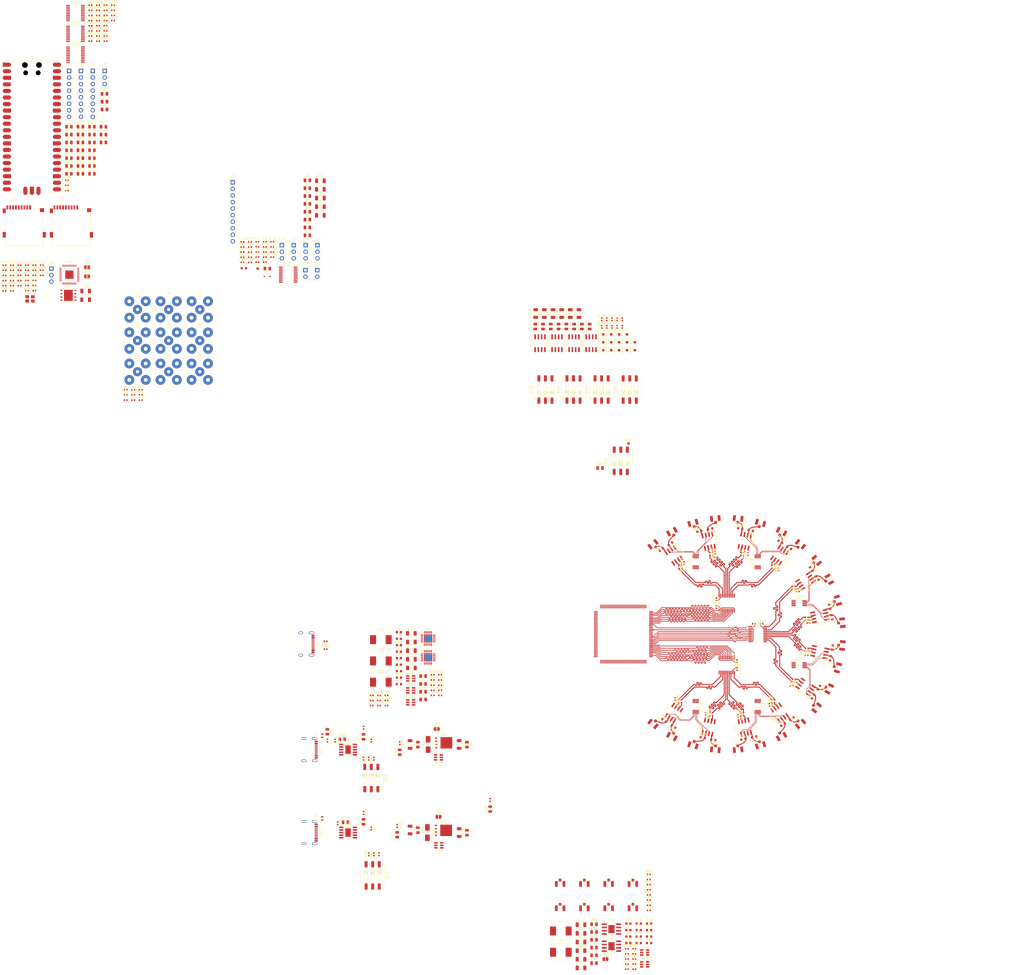
<source format=kicad_pcb>
(kicad_pcb (version 20241229) (generator "pcbnew") (generator_version "9.0")
  (layers (0 "F.Cu" signal) (4 "In1.Cu" signal) (6 "In2.Cu" signal) (2 "B.Cu" signal) (13 "F.Paste" user) (15 "B.Paste" user) (5 "F.SilkS" user "F.Silkscreen") (7 "B.SilkS" user "B.Silkscreen") (1 "F.Mask" user) (3 "B.Mask" user) (25 "Edge.Cuts" user))
  (net 0 "")
  (net 1 "Net-(A1-SWDIO)")
  (net 2 "/debug/CH_6")
  (net 3 "GND")
  (net 4 "+3V3_DEBUG")
  (net 6 "/FPGA/DEBUG_TRIG_0")
  (net 7 "/debug/CH_4")
  (net 8 "/debug/CH_10")
  (net 10 "Net-(A1-AGND)")
  (net 11 "/debug/CH_9")
  (net 12 "/debug/CH_14")
  (net 13 "/debug/CH_16")
  (net 14 "/debug/CH_20")
  (net 15 "/debug/CH_12")
  (net 16 "/debug/CH_21")
  (net 18 "/debug/CH_11")
  (net 20 "/debug/CH_22")
  (net 21 "/debug/CH_19")
  (net 22 "/FPGA/DEBUG_TRIG_1")
  (net 23 "/debug/CH_17")
  (net 25 "Net-(A1-SWCLK)")
  (net 26 "/debug/CH_8")
  (net 27 "/debug/CH_5")
  (net 28 "/debug/CH_18")
  (net 29 "/debug/CH_23")
  (net 30 "/debug/CH_15")
  (net 31 "/debug/CH_2")
  (net 32 "/debug/CH_7")
  (net 33 "/debug/CH_1")
  (net 34 "/debug/CH_0")
  (net 35 "/debug/CH_3")
  (net 36 "/debug/CH_13")
  (net 37 "+3V3")
  (net 38 "+1V2")
  (net 39 "Net-(D7-K)")
  (net 40 "Net-(U1E-GNDPLL0)")
  (net 41 "Net-(U1E-VCCPLL0)")
  (net 42 "+1V1")
  (net 43 "/MCU/XIN")
  (net 44 "Net-(C37-Pad2)")
  (net 45 "Net-(U5-BOOT)")
  (net 46 "Net-(U5-SW)")
  (net 47 "+6V")
  (net 48 "Net-(U5-FB)")
  (net 49 "+3V3_A")
  (net 50 "+5V5_A")
  (net 51 "Net-(U8-SW)")
  (net 52 "Net-(U8-BOOT)")
  (net 53 "Net-(U6-NR)")
  (net 54 "Net-(U7-NR)")
  (net 55 "Net-(U8-FB)")
  (net 56 "Net-(U9-BOOT)")
  (net 57 "Net-(U9-SW)")
  (net 58 "+20V")
  (net 59 "Net-(U9-FB)")
  (net 60 "Net-(D11-K)")
  (net 61 "Net-(U11-VDD)")
  (net 62 "Net-(D15-K)")
  (net 63 "Net-(U13-VDD)")
  (net 64 "Net-(U14-SW)")
  (net 65 "Net-(U14-BOOT)")
  (net 66 "Net-(U14-FB)")
  (net 67 "+6V_A")
  (net 68 "+5V_A")
  (net 69 "Net-(U16-SW)")
  (net 70 "Net-(U16-BOOT)")
  (net 71 "+6V_B")
  (net 72 "Net-(U16-FB)")
  (net 73 "+5V_B")
  (net 74 "/dac/VREF_A")
  (net 75 "/dac/VREF_A_3V")
  (net 76 "/dac/VREF_A_5V")
  (net 77 "/dac/VREF_B")
  (net 78 "/dac/VREF_B_3V")
  (net 79 "/dac/VREF_B_5V")
  (net 80 "/comparators/COMP_VCC")
  (net 81 "Net-(D1-K)")
  (net 82 "Net-(D1-A)")
  (net 83 "Net-(D2-A)")
  (net 84 "Net-(D3-A)")
  (net 85 "Net-(D4-A)")
  (net 86 "Net-(D5-A)")
  (net 87 "Net-(D6-A)")
  (net 88 "Net-(D8-A)")
  (net 89 "Net-(D9-A)")
  (net 90 "Net-(D10-A)")
  (net 91 "Net-(D13-A)")
  (net 92 "Net-(D14-A)")
  (net 93 "Net-(D14-K)")
  (net 94 "Net-(D17-A)")
  (net 95 "Net-(D18-A)")
  (net 96 "Net-(D19-A)")
  (net 97 "Net-(D19-K)")
  (net 98 "Net-(D20-K)")
  (net 99 "Net-(D20-A)")
  (net 100 "Net-(D21-A)")
  (net 101 "Net-(D22-A)")
  (net 102 "Net-(D23-A)")
  (net 103 "Net-(D24-A)")
  (net 104 "Net-(D25-A)")
  (net 105 "Net-(D26-A)")
  (net 106 "Net-(D27-A)")
  (net 107 "Net-(D28-K)")
  (net 108 "Net-(D28-A)")
  (net 109 "Net-(D29-A)")
  (net 110 "Net-(D30-A)")
  (net 111 "Net-(D31-A)")
  (net 112 "Net-(D32-A)")
  (net 113 "Net-(D33-A)")
  (net 114 "Net-(D34-A)")
  (net 115 "Net-(D35-A)")
  (net 116 "Net-(D36-K)")
  (net 117 "Net-(D36-A)")
  (net 118 "Net-(D37-A)")
  (net 119 "Net-(D38-A)")
  (net 120 "Net-(D39-A)")
  (net 121 "Net-(D40-A)")
  (net 122 "Net-(D41-A)")
  (net 123 "Net-(D42-A)")
  (net 124 "Net-(D43-A)")
  (net 125 "Net-(J1-In)")
  (net 126 "Net-(J2-In)")
  (net 127 "Net-(J3-In)")
  (net 128 "Net-(J4-In)")
  (net 129 "Net-(J5-In)")
  (net 130 "Net-(J6-In)")
  (net 131 "Net-(J7-In)")
  (net 132 "Net-(J8-In)")
  (net 133 "Net-(J9-In)")
  (net 134 "Net-(J10-Pin_3)")
  (net 135 "Net-(J10-Pin_1)")
  (net 136 "Net-(J10-Pin_2)")
  (net 137 "Net-(J11-Pin_2)")
  (net 138 "Net-(J11-Pin_3)")
  (net 139 "Net-(J11-Pin_1)")
  (net 140 "Net-(J12-Pin_2)")
  (net 141 "Net-(J12-Pin_8)")
  (net 142 "Net-(J12-Pin_7)")
  (net 143 "Net-(J12-Pin_9)")
  (net 144 "Net-(J12-Pin_5)")
  (net 145 "Net-(J12-Pin_6)")
  (net 146 "Net-(J12-Pin_1)")
  (net 147 "Net-(J12-Pin_10)")
  (net 148 "Net-(J12-Pin_3)")
  (net 149 "Net-(J12-Pin_4)")
  (net 150 "Net-(J13-Pin_1)")
  (net 151 "Net-(J13-Pin_2)")
  (net 152 "Net-(J14-Pin_1)")
  (net 153 "Net-(J14-Pin_2)")
  (net 154 "Net-(J14-Pin_3)")
  (net 155 "Net-(J15-Pin_1)")
  (net 156 "Net-(J15-Pin_2)")
  (net 157 "Net-(J16-Pin_1)")
  (net 158 "Net-(J16-Pin_2)")
  (net 159 "Net-(J16-Pin_3)")
  (net 160 "/MCU/SD_SI")
  (net 161 "Net-(J17-DET)")
  (net 162 "/MCU/SD_CLK")
  (net 164 "/MCU/SD_SO")
  (net 166 "/MCU/CS_A")
  (net 167 "Net-(J18-Pin_3)")
  (net 168 "Net-(J18-Pin_1)")
  (net 171 "/MCU/CS_B")
  (net 172 "Net-(J19-DET)")
  (net 173 "Net-(U11-DP)")
  (net 174 "Net-(J20-CC2)")
  (net 176 "Net-(U11-DM)")
  (net 177 "Net-(J20-CC1)")
  (net 179 "Net-(J21-VBUS-PadA4)")
  (net 180 "/MCU/USB_D+")
  (net 182 "/MCU/USB_D-")
  (net 183 "Net-(J21-CC1)")
  (net 185 "Net-(J21-CC2)")
  (net 187 "Net-(U13-DM)")
  (net 188 "Net-(U13-DP)")
  (net 190 "Net-(J22-CC1)")
  (net 191 "Net-(J22-CC2)")
  (net 192 "/comparators/IN0")
  (net 193 "/comparators/IN12")
  (net 194 "/comparators/IN1")
  (net 195 "/comparators/IN13")
  (net 196 "/comparators/IN2")
  (net 197 "/comparators/IN14")
  (net 198 "/comparators/IN3")
  (net 199 "/comparators/IN15")
  (net 200 "/comparators/IN4")
  (net 201 "/comparators/IN16")
  (net 202 "/comparators/IN5")
  (net 203 "/comparators/IN17")
  (net 204 "/comparators/IN6")
  (net 205 "/comparators/IN18")
  (net 206 "/comparators/IN7")
  (net 207 "/comparators/IN19")
  (net 208 "/comparators/IN8")
  (net 209 "/comparators/IN20")
  (net 210 "/comparators/IN9")
  (net 211 "/comparators/IN21")
  (net 212 "/comparators/IN10")
  (net 213 "/comparators/IN22")
  (net 214 "/comparators/IN11")
  (net 215 "/comparators/IN23")
  (net 216 "Net-(JP1-B)")
  (net 217 "Net-(JP2-B)")
  (net 218 "Net-(Q1-G)")
  (net 219 "Net-(Q2-G)")
  (net 220 "/FPGA/BNC_0")
  (net 221 "/FPGA/BNC_1")
  (net 222 "/FPGA/EXT_CLK")
  (net 223 "/FPGA/ALT_CLK")
  (net 224 "/FPGA/PLL_CLK")
  (net 225 "/FPGA/VETO_IN")
  (net 226 "/FPGA/VETO_OUT")
  (net 227 "/FPGA/TRIG_IN")
  (net 228 "/FPGA/TRIG_OUT")
  (net 229 "Net-(U2-1Y0)")
  (net 230 "Net-(U2-1Y1)")
  (net 231 "Net-(U2-1Y2)")
  (net 232 "Net-(U2-1Y3)")
  (net 233 "Net-(U2-2Y0)")
  (net 234 "Net-(U2-2Y1)")
  (net 235 "Net-(U2-2Y2)")
  (net 236 "Net-(U2-2Y3)")
  (net 237 "/MCU/QSPI_SS")
  (net 238 "/MCU/VREF_SCL")
  (net 239 "/MCU/VREF_SDA")
  (net 240 "Net-(U4-USB_DP)")
  (net 241 "Net-(U4-USB_DM)")
  (net 242 "/FPGA/~{INT}")
  (net 243 "/FPGA/~{RESET}")
  (net 244 "/FPGA/CDONE")
  (net 245 "/FPGA/~{CRESET}")
  (net 246 "/MCU/DET_A")
  (net 247 "/FPGA/CS")
  (net 248 "/MCU/DET_B")
  (net 249 "/MCU/XOUT")
  (net 250 "Net-(U5-EN)")
  (net 251 "Net-(U8-EN)")
  (net 252 "Net-(U9-EN)")
  (net 253 "Net-(R48-Pad2)")
  (net 254 "Net-(U11-VBUS)")
  (net 255 "Net-(U11-CFG1)")
  (net 256 "Net-(U11-CFG2)")
  (net 257 "Net-(U11-CFG3)")
  (net 258 "Net-(U13-VBUS)")
  (net 259 "Net-(U13-CFG1)")
  (net 260 "Net-(U13-CFG2)")
  (net 261 "Net-(U13-CFG3)")
  (net 262 "Net-(R70-Pad1)")
  (net 263 "Net-(U15-FB)")
  (net 264 "Net-(U14-EN)")
  (net 265 "Net-(R73-Pad2)")
  (net 266 "Net-(U17-FB)")
  (net 267 "Net-(R78-Pad1)")
  (net 268 "Net-(U16-EN)")
  (net 269 "Net-(R81-Pad2)")
  (net 270 "Net-(U31-B1)")
  (net 271 "/comparators/OUT0")
  (net 272 "Net-(U31-B2)")
  (net 273 "/comparators/OUT1")
  (net 274 "/comparators/OUT2")
  (net 275 "Net-(U31-B3)")
  (net 276 "Net-(U31-B4)")
  (net 277 "/comparators/OUT3")
  (net 278 "Net-(U31-B5)")
  (net 279 "/comparators/OUT4")
  (net 280 "Net-(U31-B6)")
  (net 281 "/comparators/OUT5")
  (net 282 "Net-(U31-B7)")
  (net 283 "/comparators/OUT6")
  (net 284 "/comparators/OUT7")
  (net 285 "Net-(U31-B8)")
  (net 286 "/comparators/OUT8")
  (net 287 "Net-(U36-B1)")
  (net 288 "/comparators/OUT9")
  (net 289 "Net-(U36-B2)")
  (net 290 "/comparators/OUT10")
  (net 291 "Net-(U36-B3)")
  (net 292 "/comparators/OUT11")
  (net 293 "Net-(U36-B4)")
  (net 294 "/comparators/OUT12")
  (net 295 "Net-(U36-B5)")
  (net 296 "Net-(U36-B6)")
  (net 297 "/comparators/OUT13")
  (net 298 "Net-(U36-B7)")
  (net 299 "/comparators/OUT14")
  (net 300 "/comparators/OUT15")
  (net 301 "Net-(U36-B8)")
  (net 302 "/comparators/OUT16")
  (net 303 "Net-(U41-B1)")
  (net 304 "Net-(U41-B2)")
  (net 305 "/comparators/OUT17")
  (net 306 "/comparators/OUT18")
  (net 307 "Net-(U41-B3)")
  (net 308 "Net-(U41-B4)")
  (net 309 "/comparators/OUT19")
  (net 310 "Net-(U41-B5)")
  (net 311 "/comparators/OUT20")
  (net 312 "Net-(U41-B6)")
  (net 313 "/comparators/OUT21")
  (net 314 "Net-(U41-B7)")
  (net 315 "/comparators/OUT22")
  (net 316 "Net-(U41-B8)")
  (net 317 "/comparators/OUT23")
  (net 318 "/dac/VREF_SELECT_A")
  (net 319 "/dac/VREF_SELECT_B")
  (net 320 "Net-(SW7-Pad4)")
  (net 321 "Net-(U1A-IOT_222)")
  (net 322 "Net-(U21-Temp)")
  (net 323 "Net-(U21-Trim{slash}NR)")
  (net 324 "Net-(U22-RDY{slash}~{BSY})")
  (net 325 "Net-(U24-Temp)")
  (net 326 "Net-(U24-Trim{slash}NR)")
  (net 327 "Net-(U23-RDY{slash}~{BSY})")
  (net 328 "Net-(U25-RDY{slash}~{BSY})")
  (net 329 "Net-(U26-Temp)")
  (net 330 "Net-(U26-Trim{slash}NR)")
  (net 331 "Net-(U27-RDY{slash}~{BSY})")
  (net 332 "Net-(U29-Temp)")
  (net 333 "Net-(U29-Trim{slash}NR)")
  (net 334 "Net-(U28-RDY{slash}~{BSY})")
  (net 335 "Net-(U30-RDY{slash}~{BSY})")
  (net 336 "/FPGA/TRIG_IN_14")
  (net 337 "/FPGA/LED_2")
  (net 338 "/FPGA/TRIG_IN_7")
  (net 339 "/FPGA/DEBUG_23")
  (net 340 "/FPGA/TRIG_IN_10")
  (net 341 "/FPGA/TRIG_IN_17")
  (net 342 "/FPGA/DEBUG_9")
  (net 343 "/FPGA/TRIG_IN_23")
  (net 344 "/FPGA/TRIG_IN_1")
  (net 345 "/FPGA/DEBUG_10")
  (net 346 "/FPGA/LED_1")
  (net 347 "/FPGA/D0")
  (net 349 "/FPGA/LED_3")
  (net 350 "/FPGA/D3")
  (net 351 "/FPGA/DEBUG_12")
  (net 353 "/FPGA/TRIG_IN_9")
  (net 354 "/FPGA/DEBUG_20")
  (net 355 "/FPGA/DEBUG_16")
  (net 356 "/FPGA/LED_4")
  (net 357 "/FPGA/TRIG_IN_4")
  (net 358 "/FPGA/DEBUG_22")
  (net 359 "/FPGA/TRIG_IN_16")
  (net 360 "/FPGA/DEBUG_4")
  (net 361 "/FPGA/TRIG_IN_8")
  (net 362 "/FPGA/DEBUG_8")
  (net 363 "/FPGA/DEBUG_21")
  (net 364 "/FPGA/TRIG_IN_22")
  (net 365 "/FPGA/TRIG_IN_18")
  (net 366 "/FPGA/TRIG_IN_0")
  (net 367 "/FPGA/DEBUG_14")
  (net 368 "/FPGA/SO")
  (net 369 "/FPGA/LED_0")
  (net 370 "/FPGA/D1")
  (net 371 "/FPGA/DEBUG_13")
  (net 372 "/FPGA/TRIG_IN_11")
  (net 373 "/FPGA/MCU_CLK")
  (net 374 "/FPGA/DEBUG_2")
  (net 376 "/FPGA/DEBUG_11")
  (net 377 "/FPGA/TRIG_IN_5")
  (net 378 "/FPGA/DEBUG_5")
  (net 379 "/FPGA/LED_7")
  (net 380 "/FPGA/TRIG_IN_12")
  (net 381 "/FPGA/TRIG_IN_20")
  (net 383 "/FPGA/TRIG_IN_6")
  (net 384 "/FPGA/D2")
  (net 385 "/FPGA/DEBUG_19")
  (net 387 "/FPGA/DEBUG_7")
  (net 388 "/FPGA/TRIG_IN_19")
  (net 389 "/FPGA/LED_5")
  (net 390 "/FPGA/LED_6")
  (net 391 "/FPGA/DEBUG_6")
  (net 393 "/FPGA/TRIG_IN_21")
  (net 395 "/FPGA/DEBUG_0")
  (net 396 "/FPGA/TRIG_IN_3")
  (net 397 "/FPGA/TRIG_IN_2")
  (net 398 "/FPGA/DEBUG_15")
  (net 399 "/FPGA/SI")
  (net 400 "/FPGA/GBIN2")
  (net 401 "/FPGA/DEBUG_18")
  (net 402 "/FPGA/TRIG_IN_13")
  (net 403 "/FPGA/DEBUG_3")
  (net 404 "/FPGA/PLL_LOCK")
  (net 405 "/FPGA/SCK")
  (net 406 "/FPGA/DEBUG_1")
  (net 408 "/FPGA/TRIG_IN_15")
  (net 409 "/FPGA/DEBUG_17")
  (net 410 "/MCU/QSPI_SCLK")
  (net 411 "/MCU/QSPI_SD3")
  (net 412 "/MCU/QSPI_SD0")
  (net 413 "/MCU/QSPI_SD1")
  (net 414 "/MCU/QSPI_SD2")
  (net 415 "/MCU/~{LDAC}3")
  (net 416 "/MCU/~{LDAC}4")
  (net 417 "/MCU/~{LDAC}0")
  (net 418 "/MCU/~{LDAC}5")
  (net 419 "/MCU/~{LDAC}1")
  (net 420 "/MCU/~{LDAC}2")
  (net 440 "/comparators/VREF0")
  (net 441 "/comparators/VREF1")
  (net 442 "/comparators/VREF2")
  (net 443 "/comparators/VREF3")
  (net 444 "/comparators/VREF4")
  (net 445 "/comparators/VREF6")
  (net 446 "/comparators/VREF7")
  (net 447 "/comparators/VREF5")
  (net 451 "/comparators/VREF10")
  (net 452 "/comparators/VREF8")
  (net 453 "/comparators/VREF9")
  (net 454 "/comparators/VREF11")
  (net 458 "/comparators/VREF13")
  (net 459 "/comparators/VREF12")
  (net 460 "/comparators/VREF14")
  (net 461 "/comparators/VREF15")
  (net 462 "/comparators/VREF19")
  (net 463 "/comparators/VREF16")
  (net 464 "/comparators/VREF17")
  (net 465 "/comparators/VREF18")
  (net 469 "/comparators/VREF22")
  (net 470 "/comparators/VREF20")
  (net 471 "/comparators/VREF21")
  (net 472 "/comparators/VREF23")
  (footprint "LED_SMD:LED_0805_2012Metric" (layer "F.Cu") (at -85.105 -81.26)
    (property "Reference" "D32")
    (property "Value" "LED")
  )
  (footprint "Resistor_SMD:R_0402_1005Metric" (layer "F.Cu") (at 28.45 185.25 90)
    (property "Reference" "R67")
    (property "Value" "10k")
  )
  (footprint "digital:BWIPX-1-001E" (layer "F.Cu") (at 109.9075 196.75)
    (property "Reference" "J25")
    (property "Value" "IPX")
  )
  (footprint "Resistor_SMD:R_0603_1608Metric" (layer "F.Cu") (at 171.4 140.7 11.25)
    (property "Reference" "R131")
    (property "Value" "49.9R")
  )
  (footprint "Resistor_SMD:R_0402_1005Metric" (layer "F.Cu") (at 24.45 136.23 -90)
    (property "Reference" "R57")
    (property "Value" "1k")
  )
  (footprint "Connector_USB:USB_C_Receptacle_GCT_USB4105-xx-A_16P_TopMnt_Horizontal" (layer "F.Cu") (at 1.225 103.83 -90)
    (property "Reference" "J21")
    (property "Value" "USB_C_Receptacle_USB2.0_16P")
  )
  (footprint "Resistor_SMD:R_0603_1608Metric" (layer "F.Cu") (at 200.7 120.7 -123.75)
    (property "Reference" "R155")
    (property "Value" "49.9R")
  )
  (footprint "Resistor_SMD:R_0402_1005Metric" (layer "F.Cu") (at -111.615 -40.845)
    (property "Reference" "R28")
    (property "Value" "10k")
  )
  (footprint "LED_SMD:LED_0805_2012Metric" (layer "F.Cu") (at -80.655 -90.38)
    (property "Reference" "D36")
    (property "Value" "LED")
  )
  (footprint "Package_SO:SOIC-8_3.9x4.9mm_P1.27mm" (layer "F.Cu") (at 158 64 -78.75)
    (property "Reference" "U43")
    (property "Value" "TLV3502AIDR")
  )
  (footprint "Capacitor_SMD:C_0402_1005Metric" (layer "F.Cu") (at 122.6 -18.995 90)
    (property "Reference" "C111")
    (property "Value" "100n")
  )
  (footprint "LED_SMD:LED_0805_2012Metric" (layer "F.Cu") (at -76.205 -93.42)
    (property "Reference" "D42")
    (property "Value" "LED")
  )
  (footprint "digital:BWIPX-1-001E" (layer "F.Cu") (at 169.41077 144.783313 5.625)
    (property "Reference" "J43")
    (property "Value" "IPX")
  )
  (footprint "digital:BWIPX-1-001E" (layer "F.Cu") (at 193.547697 134.785471 39.375)
    (property "Reference" "J49")
    (property "Value" "IPX")
  )
  (footprint "Resistor_SMD:R_0402_1005Metric" (layer "F.Cu") (at -81.225 -137.535)
    (property "Reference" "R88")
    (property "Value" "470R")
  )
  (footprint "digital:BWIPX-1-001E" (layer "F.Cu") (at 178.062812 56.937685 163.125)
    (property "Reference" "J48")
    (property "Value" "IPX")
  )
  (footprint "LED_SMD:LED_0805_2012Metric" (layer "F.Cu") (at -76.205 -96.46)
    (property "Reference" "D41")
    (property "Value" "LED")
  )
  (footprint "digital:BWIPX-1-001E" (layer "F.Cu") (at 199.78547 128.547699 50.625)
    (property "Reference" "J51")
    (property "Value" "IPX")
  )
  (footprint "Jumper:SolderJumper-2_P1.3mm_Open_RoundedPad1.0x1.5mm" (layer "F.Cu") (at 118.0475 225.84)
    (property "Reference" "JP5")
    (property "Value" "SolderJumper_2_Open")
  )
  (footprint "Capacitor_SMD:C_0805_2012Metric" (layer "F.Cu") (at 111.96 -19.085 90)
    (property "Reference" "C125")
    (property "Value" "1u")
  )
  (footprint "LED_SMD:LED_0805_2012Metric" (layer "F.Cu") (at -80.655 -81.26)
    (property "Reference" "D39")
    (property "Value" "LED")
  )
  (footprint "Package_SO:MSOP-10_3x3mm_P0.5mm" (layer "F.Cu") (at 153 72 90)
    (property "Reference" "U30")
    (property "Value" "MCP4728")
  )
  (footprint "Connector_PinHeader_2.54mm:PinHeader_1x10_P2.54mm_Vertical" (layer "F.Cu") (at -26.175 -74.925)
    (property "Reference" "J12")
    (property "Value" "Conn_01x10_Pin")
  )
  (footprint "Resistor_SMD:R_0402_1005Metric" (layer "F.Cu") (at -75.405 -131.565)
    (property "Reference" "R107")
    (property "Value" "470R")
  )
  (footprint "Capacitor_SMD:C_0402_1005Metric" (layer "F.Cu") (at 30.48 125.705)
    (property "Reference" "C52")
    (property "Value" "100n")
  )
  (footprint "LED_SMD:LED_0805_2012Metric" (layer "F.Cu") (at -89.555 -81.26)
    (property "Reference" "D25")
    (property "Value" "LED")
  )
  (footprint "Capacitor_SMD:C_0402_1005Metric" (layer "F.Cu") (at 190.1 120)
    (property "Reference" "C143")
    (property "Value" "100n")
  )
  (footprint "Capacitor_SMD:C_0402_1005Metric" (layer "F.Cu") (at -16.625 -49.915)
    (property "Reference" "C3")
    (property "Value" "100n")
  )
  (footprint "Button_Switch_SMD:SW_DIP_SPSTx03_Slide_6.7x9.18mm_W8.61mm_P2.54mm_LowProfile" (layer "F.Cu") (at 27.99 193.435 -90)
    (property "Reference" "SW2")
    (property "Value" "SW_DIP_x03")
  )
  (footprint "Capacitor_SMD:C_0402_1005Metric" (layer "F.Cu") (at 124.57 -18.995 90)
    (property "Reference" "C115")
    (property "Value" "100n")
  )
  (footprint "Connector_PinHeader_2.54mm:PinHeader_1x08_P2.54mm_Vertical" (layer "F.Cu") (at -89.505 -118.055)
    (property "Reference" "J31")
    (property "Value" "Conn_01x08_Pin")
  )
  (footprint "Resistor_SMD:R_0603_1608Metric" (layer "F.Cu") (at 130.9375 214.6)
    (property "Reference" "R71")
    (property "Value" "220k")
  )
  (footprint "Capacitor_SMD:C_0402_1005Metric" (layer "F.Cu") (at -102.945 -32.995)
    (property "Reference" "C33")
    (property "Value" "100n")
  )
  (footprint "Capacitor_SMD:C_1206_3216Metric" (layer "F.Cu") (at 7.745 -65.495)
    (property "Reference" "C17")
    (property "Value" "4.7u")
  )
  (footprint "Package_SON:WSON-8-1EP_6x5mm_P1.27mm_EP3.4x4.3mm" (layer "F.Cu") (at -89.78 -31.17)
    (property "Reference" "U3")
    (property "Value" "W25Q32JVZP")
  )
  (footprint "Capacitor_SMD:C_1206_3216Metric" (layer "F.Cu") (at 108.5975 222.56)
    (property "Reference" "C86")
    (property "Value" "10u")
  )
  (footprint "Resistor_SMD:R_0402_1005Metric" (layer "F.Cu") (at -75.405 -135.545)
    (property "Reference" "R105")
    (property "Value" "470R")
  )
  (footprint "Capacitor_SMD:C_0805_2012Metric" (layer "F.Cu") (at 47.51 116.285)
    (property "Reference" "C44")
    (property "Value" "1u")
  )
  (footprint "Resistor_SMD:R_0402_1005Metric" (layer "F.Cu") (at 54.1 117.765)
    (property "Reference" "R46")
    (property "Value" "100k")
  )
  (footprint "Capacitor_SMD:C_0603_1608Metric" (layer "F.Cu") (at 126.9275 212.09)
    (property "Reference" "C76")
    (property "Value" "22u")
  )
  (footprint "Resistor_SMD:R_0402_1005Metric" (layer "F.Cu") (at -78.315 -137.535)
    (property "Reference" "R96")
    (property "Value" "470R")
  )
  (footprint "Jumper:SolderJumper-2_P1.3mm_Open_RoundedPad1.0x1.5mm" (layer "F.Cu") (at 52.8 136.74)
    (property "Reference" "JP3")
    (property "Value" "SolderJumper_2_Open")
  )
  (footprint "Resistor_SMD:R_0603_1608Metric" (layer "F.Cu") (at 189.185962 66.6 146.25)
    (property "Reference" "R132")
    (property "Value" "49.9R")
  )
  (footprint "Capacitor_SMD:C_0805_2012Metric" (layer "F.Cu") (at 64.45 176.9 -90)
    (property "Reference" "C70")
    (property "Value" "1u")
  )
  (footprint "Resistor_SMD:R_0603_1608Metric" (layer "F.Cu") (at 38.13 116.855)
    (property "Reference" "R43")
    (property "Value" "100k")
  )
  (footprint "Resistor_SMD:R_0402_1005Metric" (layer "F.Cu") (at -19.515 -45.905)
    (property "Reference" "R18")
    (property "Value" "470R")
  )
  (footprint "Resistor_SMD:R_0402_1005Metric" (layer "F.Cu") (at 38.45 142.23 -90)
    (property "Reference" "R54")
    (property "Value" "22k")
  )
  (footprint "Capacitor_SMD:C_0402_1005Metric" (layer "F.Cu") (at 33.35 123.735)
    (property "Reference" "C56")
    (property "Value" "100n")
  )
  (footprint "Capacitor_SMD:C_0402_1005Metric" (layer "F.Cu") (at -105.815 -42.845)
    (property "Reference" "C21")
    (property "Value" "100n")
  )
  (footprint "Resistor_SMD:R_0402_1005Metric" (layer "F.Cu") (at 51.19 115.775)
    (property "Reference" "R38")
    (property "Value" "47k")
  )
  (footprint "Capacitor_SMD:C_0603_1608Metric" (layer "F.Cu") (at 38.13 111.835)
    (property "Reference" "C61")
    (property "Value" "22u")
  )
  (footprint "Resistor_SMD:R_0402_1005Metric" (layer "F.Cu") (at -22.425 -47.895)
    (property "Reference" "R12")
    (property "Value" "470R")
  )
  (footprint "Button_Switch_SMD:SW_DIP_SPSTx03_Slide_6.7x9.18mm_W8.61mm_P2.54mm_LowProfile" (layer "F.Cu") (at 124 32.9 90)
    (property "Reference" "SW7")
    (property "Value" "SW_DIP_x03")
  )
  (footprint "Button_Switch_SMD:SW_DIP_SPSTx03_Slide_6.7x9.18mm_W8.61mm_P2.54mm_LowProfile" (layer "F.Cu") (at 105.71 5.305 90)
    (property "Reference" "SW4")
    (property "Value" "SW_DIP_x03")
  )
  (footprint "Resistor_SMD:R_0402_1005Metric" (layer "F.Cu") (at 183.5 125.99 90)
    (property "Reference" "R115")
    (property "Value" "10R")
  )
  (footprint "Resistor_SMD:R_0402_1005Metric" (layer "F.Cu") (at 171.5 131.01 90)
    (property "Reference" "R117")
    (property "Value" "10R")
  )
  (footprint "Package_SO:TI_SO-PowerPAD-8" (layer "F.Cu") (at 120.3975 214.225)
    (property "Reference" "U15")
    (property "Value" "TPS7A7002DDA")
  )
  (footprint "Capacitor_SMD:C_0402_1005Metric" (layer "F.Cu") (at 126.3575 225.8)
    (property "Reference" "C75")
    (property "Value" "47p")
  )
  (footprint "Resistor_SMD:R_0603_1608Metric" (layer "F.Cu") (at 197.7 74.8 -56.25)
    (property "Reference" "R128")
    (property "Value" "49.9R")
  )
  (footprint "Resistor_SMD:R_0603_1608Metric" (layer "F.Cu") (at 159.8 140.9 168.75)
    (property "Reference" "R127")
    (property "Value" "49.9R")
  )
  (footprint "Resistor_SMD:R_0402_1005Metric" (layer "F.Cu") (at 191 117.5 180)
    (property "Reference" "R137")
    (property "Value" "10R")
  )
  (footprint "Package_SO:MSOP-10_3x3mm_P0.5mm" (layer "F.Cu") (at 177 128 -90)
    (property "Reference" "U23")
    (property "Value" "MCP4728")
  )
  (footprint "digital:BWIPX-1-001E" (layer "F.Cu") (at 128.6875 206.14)
    (property "Reference" "J30")
    (property "Value" "IPX")
  )
  (footprint "digital:BNC_TEConnectivity_1478204_Vertical" (layer "F.Cu") (at -38.915 -13.645)
    (property "Reference" "J8")
    (property "Value" "BNC")
  )
  (footprint "Capacitor_SMD:C_0805_2012Metric" (layer "F.Cu") (at -75.805 -109.175)
    (property "Reference" "C98")
    (property "Value" "1u")
  )
  (footprint "digital:BNC_TEConnectivity_1478204_Vertical" (layer "F.Cu") (at -50.965 -25.695)
    (property "Reference" "J4")
    (property "Value" "BNC")
  )
  (footprint "Resistor_SMD:R_0402_1005Metric" (layer "F.Cu") (at -108.705 -40.845)
    (property "Reference" "R34")
    (property "Value" "10k")
  )
  (footprint "Capacitor_SMD:C_0402_1005Metric" (layer "F.Cu") (at 27.61 127.675)
    (property "Reference" "C41")
    (property "Value" "100p")
  )
  (footprint "Resistor_SMD:R_0402_1005Metric" (layer "F.Cu") (at 191 81.5 180)
    (property "Reference" "R129")
    (property "Value" "10R")
  )
  (footprint "digital:D_1610_4027Metric" (layer "F.Cu") (at 8.45 171.365 90)
    (property "Reference" "D15")
    (property "Value" "ESDA25P35")
  )
  (footprint "Capacitor_SMD:C_0402_1005Metric" (layer "F.Cu") (at -102.945 -40.875)
    (property "Reference" "C28")
    (property "Value" "100n")
  )
  (footprint "Resistor_SMD:R_0402_1005Metric" (layer "F.Cu") (at 195.99 94.5 180)
    (property "Reference" "R134")
    (property "Value" "10R")
  )
  (footprint "Package_SO:SOIC-8_3.9x4.9mm_P1.27mm" (layer "F.Cu") (at 99.32 -12.635 90)
    (property "Reference" "U24")
    (property "Value" "REF5050ID")
  )
  (footprint "Inductor_SMD:L_Changjiang_FXL0630" (layer "F.Cu") (at 100.7975 214.955)
    (property "Reference" "L4")
    (property "Value" "10uH")
  )
  (footprint "LED_SMD:LED_0805_2012Metric" (layer "F.Cu") (at -85.105 -78.22)
    (property "Reference" "D33")
    (property "Value" "LED")
  )
  (footprint "Capacitor_SMD:C_0603_1608Metric" (layer "F.Cu") (at 38.13 106.815)
    (property "Reference" "C55")
    (property "Value" "22u")
  )
  (footprint "Capacitor_SMD:C_0603_1608Metric" (layer "F.Cu") (at 126.9275 217.11)
    (property "Reference" "C89")
    (property "Value" "22u")
  )
  (footprint "Resistor_SMD:R_0402_1005Metric" (layer "F.Cu") (at 24.45 148.23 90)
    (property "Reference" "R60")
    (property "Value" "10k")
  )
  (footprint "Capacitor_SMD:C_0402_1005Metric" (layer "F.Cu") (at 178.5 96)
    (property "Reference" "C132")
    (property "Value" "100n")
  )
  (footprint "Resistor_SMD:R_0402_1005Metric" (layer "F.Cu") (at 158.5 69 -90)
    (property "Reference" "R147")
    (property "Value" "10R")
  )
  (footprint "Capacitor_SMD:C_0805_2012Metric" (layer "F.Cu") (at 108.95 -19.085 90)
    (property "Reference" "C124")
    (property "Value" "1u")
  )
  (footprint "LED_SMD:LED_0805_2012Metric" (layer "F.Cu") (at -89.555 -90.38)
    (property "Reference" "D22")
    (property "Value" "LED")
  )
  (footprint "Capacitor_SMD:C_0402_1005Metric" (layer "F.Cu") (at 169 110.5 90)
    (property "Reference" "C129")
    (property "Value" "100n")
  )
  (footprint "Button_Switch_SMD:SW_DIP_SPSTx03_Slide_6.7x9.18mm_W8.61mm_P2.54mm_LowProfile" (layer "F.Cu") (at 127.46 5.305 90)
    (property "Reference" "SW6")
    (property "Value" "SW_DIP_x03")
  )
  (footprint "Capacitor_SMD:C_1206_3216Metric" (layer "F.Cu") (at 7.745 -72.195)
    (property "Reference" "C13")
    (property "Value" "4.7u")
  )
  (footprint "Resistor_SMD:R_0402_1005Metric" (layer "F.Cu") (at 196 105.5 180)
    (property "Reference" "R135")
    (property "Value" "10R")
  )
  (footprint "Capacitor_SMD:C_0402_1005Metric" (layer "F.Cu") (at 33.35 127.675)
    (property "Reference" "C59")
    (property "Value" "47p")
  )
  (footprint "digital:BWIPX-1-001E" (layer "F.Cu") (at 204.686458 78.787148 118.125)
    (property "Reference" "J40")
    (property "Value" "IPX")
  )
  (footprint "Capacitor_SMD:C_0402_1005Metric" (layer "F.Cu") (at -16.625 -47.945)
    (property "Reference" "C4")
    (property "Value" "100n")
  )
  (footprint "Capacitor_SMD:C_0805_2012Metric" (layer "F.Cu") (at 116 35.7)
    (property "Reference" "C142")
    (property "Value" "1u")
  )
  (footprint "Resistor_SMD:R_0603_1608Metric" (layer "F.Cu") (at 204.8 89.4 -78.75)
    (property "Reference" "R121")
    (property "Value" "49.9R")
  )
  (footprint "TestPoint:TestPoint_Pad_D1.0mm" (layer "F.Cu") (at 117.23 -9.935 90)
    (property "Reference" "TP2")
    (property "Value" "TestPoint")
  )
  (footprint "Package_TO_SOT_SMD:SOT-23-6" (layer "F.Cu") (at 42.71 117.18)
    (property "Reference" "U5")
    (property "Value" "TPS54302")
  )
  (footprint "digital:BNC_TEConnectivity_1478204_Vertical" (layer "F.Cu") (at -50.965 -13.645)
    (property "Reference" "J5")
    (property "Value" "BNC")
  )
  (footprint "Package_SO:SOIC-8_3.9x4.9mm_P1.27mm" (layer "F.Cu") (at 92.74 -12.635 90)
    (property "Reference" "U21")
    (property "Value" "REF5030ID")
  )
  (footprint "TestPoint:TestPoint_Pad_D1.0mm" (layer "F.Cu") (at 120.28 -9.935 90)
    (property "Reference" "TP3")
    (property "Value" "TestPoint")
  )
  (footprint "Capacitor_SMD:C_0402_1005Metric" (layer "F.Cu") (at 160.5 68.3 90)
    (property "Reference" "C144")
    (property "Value" "100n")
  )
  (footprint "Package_SO:SSOP-10-1EP_3.9x4.9mm_P1mm_EP2.1x3.3mm" (layer "F.Cu") (at 18.45 144.74)
    (property "Reference" "U11")
    (property "Value" "CH224K")
  )
  (footprint "Capacitor_SMD:C_0402_1005Metric" (layer "F.Cu") (at -13.755 -51.885)
    (property "Reference" "C8")
    (property "Value" "100n")
  )
  (footprint "digital:BWIPX-1-001E" (layer "F.Cu") (at 143.787148 60.313542 -151.875)
    (property "Reference" "J56")
    (property "Value" "IPX")
  )
  (footprint "Resistor_SMD:R_0402_1005Metric" (layer "F.Cu") (at -19.515 -49.885)
    (property "Reference" "R16")
    (property "Value" "470R")
  )
  (footprint "Capacitor_SMD:C_0402_1005Metric" (layer "F.Cu") (at 129.2275 229.74)
    (property "Reference" "C94")
    (property "Value" "100n")
  )
  (footprint "Package_SO:TSSOP-20_4.4x6.5mm_P0.65mm" (layer "F.Cu") (at 177 100)
    (property "Reference" "U36")
    (property "Value" "TXB0108PW")
  )
  (footprint "Resistor_SMD:R_0603_1608Metric" (layer "F.Cu") (at 198.4 124.2 56.25)
    (property "Reference" "R148")
    (property "Value" "49.9R")
  )
  (footprint "Resistor_SMD:R_0402_1005Metric" (layer "F.Cu") (at -81.225 -133.555)
    (property "Reference" "R90")
    (property "Value" "470R")
  )
  (footprint "Capacitor_SMD:C_0805_2012Metric" (layer "F.Cu") (at 16.205 140.74)
    (property "Reference" "C66")
    (property "Value" "1u")
  )
  (footprint "Capacitor_SMD:C_0402_1005Metric" (layer "F.Cu") (at 120.63 -18.995 90)
    (property "Reference" "C110")
    (property "Value" "100n")
  )
  (footprint "Capacitor_SMD:C_0402_1005Metric" (layer "F.Cu") (at -102.945 -36.935)
    (property "Reference" "C30")
    (property "Value" "1u 25V")
  )
  (footprint "Resistor_SMD:R_0402_1005Metric" (layer "F.Cu") (at -78.315 -133.555)
    (property "Reference" "R98")
    (property "Value" "470R")
  )
  (footprint "TestPoint:TestPoint_Pad_D1.0mm" (layer "F.Cu") (at 123.33 -12.985 90)
    (property "Reference" "TP9")
    (property "Value" "TestPoint")
  )
  (footprint "Capacitor_SMD:C_1206_3216Metric" (layer "F.Cu") (at 7.745 -75.545)
    (property "Reference" "C2")
    (property "Value" "4.7u")
  )
  (footprint "Jumper:SolderJumper-2_P1.3mm_Open_RoundedPad1.0x1.5mm" (layer "F.Cu") (at 53.45 170.74)
    (property "Reference" "JP4")
    (property "Value" "SolderJumper_2_Open")
  )
  (footprint "Resistor_SMD:R_0402_1005Metric" (layer "F.Cu") (at -114.525 -40.845)
    (property "Reference" "R22")
    (property "Value" "4.7k")
  )
  (footprint "Resistor_SMD:R_0402_1005Metric" (layer "F.Cu") (at -81.225 -141.515)
    (property "Reference" "R86")
    (property "Value" "470R")
  )
  (footprint "Resistor_SMD:R_0402_1005Metric" (layer "F.Cu") (at -81.225 -135.545)
    (property "Reference" "R89")
    (property "Value" "470R")
  )
  (footprint "Capacitor_SMD:C_0805_2012Metric" (layer "F.Cu") (at 45.45 175.9 -90)
    (property "Reference" "C68")
    (property "Value" "1u")
  )
  (footprint "Capacitor_SMD:C_1206_3216Metric" (layer "F.Cu") (at 104.46 -24.135 90)
    (property "Reference" "C121")
    (property "Value" "10u")
  )
  (footprint "Capacitor_SMD:C_0402_1005Metric" (layer "F.Cu") (at -102.945 -34.965)
    (property "Reference" "C31")
    (property "Value" "1u 25V")
  )
  (footprint "Package_DFN_QFN:Texas_RGW0020A_VQFN-20-1EP_5x5mm_P0.65mm_EP3.15x3.15mm_ThermalVias" (layer "F.Cu") (at 49.44 108.995)
    (property "Reference" "U7")
    (property "Value" "TPS7A4701")
  )
  (footprint "Resistor_SMD:R_0402_1005Metric" (layer "F.Cu") (at -114.525 -32.885)
    (property "Reference" "R26")
    (property "Value" "27R")
  )
  (footprint "Resistor_SMD:R_0402_1005Metric" (layer "F.Cu") (at 170.5 131.01 90)
    (property "Reference" "R118")
    (property "Value" "10R")
  )
  (footprint "Capacitor_SMD:C_0402_1005Metric" (layer "F.Cu") (at -105.815 -34.965)
    (property "Reference" "C25")
    (property "Value" "100n")
  )
  (footprint "Capacitor_SMD:C_0402_1005Metric" (layer "F.Cu") (at 30.48 123.735)
    (property "Reference" "C48")
    (property "Value" "100n")
  )
  (footprint "Capacitor_SMD:C_0402_1005Metric" (layer "F.Cu") (at -102.945 -38.905)
    (property "Reference" "C29")
    (property "Value" "100n")
  )
  (footprint "LED_SMD:LED_0805_2012Metric" (layer "F.Cu") (at -85.105 -93.42)
    (property "Reference" "D28")
    (property "Value" "LED")
  )
  (footprint "Capacitor_SMD:C_0402_1005Metric" (layer "F.Cu") (at 129.2275 225.8)
    (property "Reference" "C88")
    (property "Value" "47p")
  )
  (footprint "Capacitor_SMD:C_0402_1005Metric" (layer "F.Cu") (at -105.815 -38.905)
    (property "Reference" "C23")
    (property "Value" "100n")
  )
  (footprint "Connector_PinHeader_2.54mm:PinHeader_1x02_P2.54mm_Vertical" (layer "F.Cu") (at 1.965 -40.905)
    (property "Reference" "J13")
    (property "Value" "Conn_01x02_Pin")
  )
  (footprint "Resistor_SMD:R_0402_1005Metric" (layer "F.Cu") (at -111.615 -34.875)
    (property "Reference" "R31")
    (property "Value" "10k")
  )
  (footprint "Capacitor_SMD:C_0402_1005Metric" (layer "F.Cu") (at 169 113.5 -90)
    (property "Reference" "C128")
    (property "Value" "100n")
  )
  (footprint "TestPoint:TestPoint_Pad_D1.0mm" (layer "F.Cu") (at 120.28 -16.035 90)
    (property "Reference" "TP13")
    (property "Value" "TestPoint")
  )
  (footprint "Resistor_SMD:R_0402_1005Metric" (layer "F.Cu") (at 182.5 74 -90)
    (property "Reference" "R153")
    (property "Value" "10R")
  )
  (footprint "Resistor_SMD:R_0402_1005Metric" (layer "F.Cu") (at 183.5 74 -90)
    (property "Reference" "R154")
    (property "Value" "10R")
  )
  (footprint "digital:microSD_HC_MSD-4-A" (layer "F.Cu") (at -106.855 -57.45)
    (property "Reference" "J17")
    (property "Value" "Micro_SD_Card_Det1")
  )
  (footprint "Resistor_SMD:R_0603_1608Metric" (layer "F.Cu") (at 154.4 60.2 11.25)
    (property "Reference" "R156")
    (property "Value" "49.9R")
  )
  (footprint "Capacitor_SMD:C_0402_1005Metric" (layer "F.Cu") (at 30.48 127.675)
    (property "Reference" "C53")
    (property "Value" "47p")
  )
  (footprint "digital:BWIPX-1-001E" (layer "F.Cu") (at 186.212854 60.313544 151.875)
    (property "Reference" "J46")
    (property "Value" "IPX")
  )
  (footprint "Package_SO:MSOP-10_3x3mm_P0.5mm" (layer "F.Cu") (at 153 128 -90)
    (property "Reference" "U22")
    (property "Value" "MCP4728")
  )
  (footprint "Button_Switch_SMD:SW_DIP_SPSTx03_Slide_6.7x9.18mm_W8.61mm_P2.54mm_LowProfile" (layer "F.Cu") (at 116.585 5.305 90)
    (property "Reference" "SW5")
    (property "Value" "SW_DIP_x03")
  )
  (footprint "Capacitor_SMD:C_1206_3216Metric" (layer "F.Cu") (at 42.45 142.74 -90)
    (property "Reference" "C62")
    (property "Value" "10u")
  )
  (footprint "Capacitor_SMD:C_0805_2012Metric" (layer "F.Cu") (at 113.6475 227.39)
    (property "Reference" "C97")
    (property "Value" "1u")
  )
  (footprint "Capacitor_SMD:C_0603_1608Metric" (layer "F.Cu") (at 38.13 99.285)
    (property "Reference" "C42")
    (property "Value" "22u")
  )
  (footprint "Capacitor_SMD:C_0603_1608Metric" (layer "F.Cu") (at 38.13 101.795)
    (property "Reference" "C43")
    (property "Value" "22u")
  )
  (footprint "digital:BNC_TEConnectivity_1478204_Vertical" (layer "F.Cu") (at -38.915 -1.595)
    (property "Reference" "J9")
    (property "Value" "BNC")
  )
  (footprint "Resistor_SMD:R_0603_1608Metric" (layer "F.Cu") (at 38.13 119.365)
    (property "Reference" "R47")
    (property "Value" "220k")
  )
  (footprint "Package_SO:MSOP-10_3x3mm_P0.5mm" (layer "F.Cu") (at 177 72 90)
    (property "Reference" "U28")
    (property "Value" "MCP4728")
  )
  (footprint "Resistor_SMD:R_0402_1005Metric" (layer "F.Cu") (at -75.405 -129.575)
    (property "Reference" "R108")
    (property "Value" "470R")
  )
  (footprint "Package_SO:TSSOP-20_4.4x6.5mm_P0.65mm" (layer "F.Cu") (at -4.7 -39.175)
    (property "Reference" "U2")
    (property "Value" "74HC244")
  )
  (footprint "Capacitor_SMD:C_0805_2012Metric" (layer "F.Cu") (at 113.6475 224.38)
    (property "Reference" "C96")
    (property "Value" "1u")
  )
  (footprint "Capacitor_SMD:C_0402_1005Metric" (layer "F.Cu") (at 126.3575 227.77)
    (property "Reference" "C79")
    (property "Value" "100n")
  )
  (footprint "Capacitor_SMD:C_0402_1005Metric" (layer "F.Cu") (at 169.3 131.7 -90)
    (property "Reference" "C136")
    (property "Value" "100n")
  )
  (footprint "Capacitor_SMD:C_1206_3216Metric" (layer "F.Cu") (at 108.5975 225.91)
    (property "Reference" "C91")
    (property "Value" "10u")
  )
  (footprint "digital:BWIPX-1-001E" (layer "F.Cu") (at 151.937188 143.062315 -16.875)
    (property "Reference" "J39")
    (property "Value" "IPX")
  )
  (footprint "Package_SO:SOIC-8_3.9x4.9mm_P1.27mm" (layer "F.Cu") (at 144.5 69.5 -56.25)
    (property "Reference" "U45")
    (property "Value" "TLV3502AIDR")
  )
  (footprint "digital:BWIPX-1-001E" (layer "F.Cu") (at 100.5175 206.14)
    (property "Reference" "J24")
    (property "Value" "IPX")
  )
  (footprint "LED_SMD:LED_0805_2012Metric" (layer "F.Cu") (at 2.715 -72.66)
    (property "Reference" "D2")
    (property "Value" "LED")
  )
  (footprint "Capacitor_SMD:C_0402_1005Metric" (layer "F.Cu") (at -13.755 -49.915)
    (property "Reference" "C9")
    (property "Value" "100n")
  )
  (footprint "Resistor_SMD:R_0402_1005Metric" (layer "F.Cu") (at -67.585 5.425)
    (property "Reference" "R1")
    (property "Value" "49.9R")
  )
  (footprint "Package_SO:SOIC-8_3.9x4.9mm_P1.27mm" (layer "F.Cu") (at 185.5 69.5 -123.75)
    (property "Reference" "U38")
    (property "Value" "TLV3502AIDR")
  )
  (footprint "Connector_PinHeader_2.54mm:PinHeader_1x03_P2.54mm_Vertical" (layer "F.Cu") (at 6.615 -50.575)
    (property "Reference" "J16")
    (property "Value" "Conn_01x03_Pin")
  )
  (footprint "Resistor_SMD:R_0402_1005Metric" (layer "F.Cu") (at -67.585 7.415)
    (property "Reference" "R2")
    (property "Value" "49.9R")
  )
  (footprint "LED_SMD:LED_0805_2012Metric" (layer "F.Cu") (at 24.45 139.74 90)
    (property "Reference" "D14")
    (property "Value" "LED")
  )
  (footprint "Package_SO:MSOP-10_3x3mm_P0.5mm" (layer "F.Cu") (at 193 112)
    (property "Reference" "U25")
    (property "Value" "MCP4728")
  )
  (footprint "Resistor_SMD:R_0402_1005Metric" (layer "F.Cu") (at 191 82.5 180)
    (property "Reference" "R130")
    (property "Value" "10R")
  )
  (footprint "digital:BWIPX-1-001E" (layer "F.Cu") (at 160.58923 55.216687 -174.375)
    (property "Reference" "J52")
    (property "Value" "IPX")
  )
  (footprint "Capacitor_SMD:C_0805_2012Metric" (layer "F.Cu") (at -12.785 -41.515)
    (property "Reference" "C6")
    (property "Value" "1u")
  )
  (footprint "LED_SMD:LED_0805_2012Metric" (layer "F.Cu") (at 10.45 137.8025 -90)
    (property "Reference" "D10")
    (property "Value" "LED")
  )
  (footprint "Capacitor_SMD:C_1206_3216Metric" (layer "F.Cu") (at 42.45 175.85 -90)
    (property "Reference" "C67")
    (property "Value" "10u")
  )
  (footprint "Capacitor_SMD:C_0402_1005Metric" (layer "F.Cu") (at -16.625 -51.885)
    (property "Reference" "C1")
    (property "Value" "100n")
  )
  (footprint "Capacitor_SMD:C_0402_1005Metric" (layer "F.Cu") (at -100.075 -40.875)
    (property "Reference" "C36")
    (property "Value" "15p")
  )
  (footprint "Resistor_SMD:R_0402_1005Metric" (layer "F.Cu") (at 196 106.5 180)
    (property "Reference" "R136")
    (property "Value" "10R")
  )
  (footprint "Package_SO:SOIC-8_3.9x4.9mm_P1.27mm" (layer "F.Cu") (at 112.48 -12.635 90)
    (property "Reference" "U29")
    (property "Value" "REF5050ID")
  )
  (footprint "LED_SMD:LED_0805_2012Metric" (layer "F.Cu") (at 2.715 -66.58)
    (property "Reference" "D4")
    (property "Value" "LED")
  )
  (footprint "Package_TO_SOT_SMD:TDSON-8-1" (layer "F.Cu") (at 55.45 142.105)
    (property "Reference" "Q1")
    (property "Value" "BSC098N10NS5")
  )
  (footprint "Capacitor_SMD:C_0805_2012Metric" (layer "F.Cu") (at 96.91 -19.085 90)
    (property "Reference" "C112")
    (property "Value" "1u")
  )
  (footprint "Jumper:SolderJumper-2_P1.3mm_Open_RoundedPad1.0x1.5mm" (layer "F.Cu") (at -82.565 -38.505)
    (property "Reference" "JP2")
    (property "Value" "SolderJumper_2_Open")
  )
  (footprint "digital:BWIPX-1-001E" (layer "F.Cu") (at 119.2975 206.14)
    (property "Reference" "J28")
    (property "Value" "IPX")
  )
  (footprint "Resistor_SMD:R_0402_1005Metric" (layer "F.Cu") (at 54.1 115.775)
    (property "Reference" "R45")
    (property "Value" "33k")
  )
  (footprint "digital:BWIPX-1-001E" (layer "F.Cu") (at 209.783313 104.410773 84.375)
    (property "Reference" "J57")
    (property "Value" "IPX")
  )
  (footprint "Connector_PinHeader_2.54mm:PinHeader_1x08_P2.54mm_Vertical" (layer "F.Cu") (at -80.325 -118.055)
    (property "Reference" "J34")
    (property "Value" "Conn_01x08_Pin")
  )
  (footprint "Crystal:Crystal_SMD_Abracon_ABM8AIG-4Pin_3.2x2.5mm" (layer "F.Cu") (at -104.625 -29.785)
    (property "Reference" "Y1")
    (property "Value" "12 MHz ABM8-272-T3")
  )
  (footprint "Capacitor_SMD:C_0402_1005Metric" (layer "F.Cu") (at -105.815 -36.935)
    (property "Reference" "C24")
    (property "Value" "100n")
  )
  (footprint "LED_SMD:LED_0805_2012Metric" (layer "F.Cu") (at -85.105 -87.34)
    (property "Reference" "D30")
    (property "Value" "LED")
  )
  (footprint "Resistor_SMD:R_0402_1005Metric" (layer "F.Cu") (at 9.735 102.83 180)
    (property "Reference" "R55")
    (property "Value" "5.1k")
  )
  (footprint "Resistor_SMD:R_0402_1005Metric" (layer "F.Cu") (at -75.405 -133.555)
    (property "Reference" "R106")
    (property "Value" "470R")
  )
  (footprint "Resistor_SMD:R_0402_1005Metric" (layer "F.Cu") (at -61.765 5.425)
    (property "Reference" "R7")
    (property "Value" "0R")
  )
  (footprint "Resistor_SMD:R_0402_1005Metric" (layer "F.Cu") (at 147.5 74 -90)
    (property "Reference" "R146")
    (property "Value" "10R")
  )
  (footprint "Resistor_SMD:R_0603_1608Metric" (layer "F.Cu") (at 200.1 78.3 123.75)
    (property "Reference" "R126")
    (property "Value" "49.9R")
  )
  (footprint "Capacitor_SMD:C_0402_1005Metric" (layer "F.Cu") (at 129.2275 221.86)
    (property "Reference" "C85")
    (property "Value" "100n")
  )
  (footprint "Package_DFN_QFN:Texas_RGW0020A_VQFN-20-1EP_5x5mm_P0.65mm_EP3.15x3.15mm_ThermalVias" (layer "F.Cu") (at 49.44 101.685)
    (property "Reference" "U6")
    (property "Value" "TPS7A4701")
  )
  (footprint "Capacitor_SMD:C_1206_3216Metric" (layer "F.Cu") (at -83.105 -29.495)
    (property "Reference" "C34")
    (property "Value" "10u")
  )
  (footprint "Resistor_SMD:R_0603_1608Metric" (layer "F.Cu") (at 134.9475 214.6)
    (property "Reference" "R79")
    (property "Value" "220k")
  )
  (footprint "Resistor_SMD:R_0402_1005Metric" (layer "F.Cu") (at -78.315 -131.565)
    (property "Reference" "R99")
    (property "Value" "470R")
  )
  (footprint "Capacitor_SMD:C_0402_1005Metric" (layer "F.Cu") (at 156.8 130.92 -90)
    (property "Reference" "C134")
    (property "Value" "100n")
  )
  (footprint "TestPoint:TestPoint_Pad_D1.0mm" (layer "F.Cu") (at 120.28 -12.985 90)
    (property "Reference" "TP8")
    (property "Value" "TestPoint")
  )
  (footprint "Capacitor_SMD:C_0402_1005Metric" (layer "F.Cu") (at -16.625 -45.975)
    (property "Reference" "C5")
    (property "Value" "100n")
  )
  (footprint "digital:BWIPX-1-001E" (layer "F.Cu") (at 160.589227 144.783313 -5.625)
    (property "Reference" "J41")
    (property "Value" "IPX")
  )
  (footprint "Package_TO_SOT_SMD:SOT-23-6" (layer "F.Cu") (at 42.71 121.805)
    (property "Reference" "U8")
    (property "Value" "TPS54302")
  )
  (footprint "Capacitor_SMD:C_0402_1005Metric" (layer "F.Cu") (at -10.885 -45.975)
    (property "Reference" "C19")
    (property "Value" "100n")
  )
  (footprint "Resistor_SMD:R_0402_1005Metric" (layer "F.Cu") (at 27.45 175.25 -90)
    (property "Reference" "R62")
    (property "Value" "10k")
  )
  (footprint "Module:RaspberryPi_Pico_SMD_HandSolder" (layer "F.Cu") (at -103.89 -96.35)
    (property "Reference" "A1")
    (property "Value" "RaspberryPi_Pico")
  )
  (footprint "Resistor_SMD:R_0402_1005Metric" (layer "F.Cu") (at -22.425 -49.885)
    (property "Reference" "R11")
    (property "Value" "470R")
  )
  (footprint "Resistor_SMD:R_0402_1005Metric" (layer "F.Cu") (at 54.1 119.755)
    (property "Reference" "R48")
    (property "Value" "10k")
  )
  (footprint "Package_SO:TSSOP-20_4.4x6.5mm_P0.65mm" (layer "F.Cu") (at 165 88 90)
    (property "Reference" "U41")
    (property "Value" "TXB0108PW")
  )
  (footprint "Resistor_SMD:R_0402_1005Metric" (layer "F.Cu") (at -114.525 -38.855)
    (property "Reference" "R23")
    (property "Value" "4.7k")
  )
  (footprint "Connector_PinHeader_2.54mm:PinHeader_1x03_P2.54mm_Vertical" (layer "F.Cu") (at -2.565 -50.575)
    (property "Reference" "J11")
    (property "Value" "Conn_01x03_Pin")
  )
  (footprint "Resistor_SMD:R_0402_1005Metric" (layer "F.Cu") (at 191 118.5 180)
    (property "Reference" "R140")
    (property "Value" "10R")
  )
  (footprint "Capacitor_SMD:C_0402_1005Metric" (layer "F.Cu") (at -10.885 -51.885)
    (property "Reference" "C14")
    (property "Value" "100n")
  )
  (footprint "LED_SMD:LED_0805_2012Metric" (layer "F.Cu") (at -89.555 -87.34)
    (property "Reference" "D23")
    (property "Value" "LED")
  )
  (footprint "Capacitor_SMD:C_0603_1608Metric" (layer "F.Cu") (at 38.13 104.305)
    (property "Reference" "C54")
    (property "Value" "22u")
  )
  (footprint "Resistor_SMD:R_0603_1608Metric" (layer "F.Cu") (at 190.2 132.7 -146.25)
    (property "Reference" "R143")
    (property "Value" "49.9R")
  )
  (footprint "digital:BNC_TEConnectivity_1478204_Vertical" (layer "F.Cu") (at -38.915 -25.695)
    (property "Reference" "J7")
    (property "Value" "BNC")
  )
  (footprint "digital:BNC_TEConnectivity_1478204_Vertical" (layer "F.Cu") (at -50.965 -1.595)
    (property "Reference" "J6")
    (property "Value" "BNC")
  )
  (footprint "Button_Switch_SMD:SW_DIP_SPSTx03_Slide_6.7x9.18mm_W8.61mm_P2.54mm_LowProfile" (layer "F.Cu") (at 94.835 5.305 90)
    (property "Reference" "SW3")
    (property "Value" "SW_DIP_x03")
  )
  (footprint "Capacitor_SMD:C_0402_1005Metric" (layer "F.Cu") (at -10.885 -47.945)
    (property "Reference" "C18")
    (property "Value" "100n")
  )
  (footprint "Diode_SMD:D_SMA" (layer "F.Cu") (at 49.15 176.85 -90)
    (property "Reference" "D16")
    (property "Value" "B140-E3")
  )
  (footprint "Resistor_SMD:R_0402_1005Metric" (layer "F.Cu") (at 147.5 125.99 90)
    (property "Reference" "R123")
    (property "Value" "10R")
  )
  (footprint "digital:BWIPX-1-001E" (layer "F.Cu") (at 186.212852 139.686458 28.125)
    (property "Reference" "J47")
    (property "Value" "IPX")
  )
  (footprint "Capacitor_SMD:C_0402_1005Metric" (layer "F.Cu") (at -10.885 -49.915)
    (property "Reference" "C16")
    (property "Value" "100n")
  )
  (footprint "Resistor_SMD:R_0402_1005Metric" (layer "F.Cu") (at 171.5 69 -90)
    (property "Reference" "R152")
    (property "Value" "10R")
  )
  (footprint "Resistor_SMD:R_0402_1005Metric" (layer "F.Cu") (at -64.675 9.405)
    (property "Reference" "R6")
    (property "Value" "0R")
  )
  (footprint "Resistor_SMD:R_0603_1608Metric" (layer "F.Cu") (at 175.6 139.8 -168.75)
    (property "Reference" "R138")
    (property "Value" "49.9R")
  )
  (footprint "Capacitor_SMD:C_1206_3216Metric" (layer "F.Cu") (at 108.5975 212.51)
    (property "Reference" "C73")
    (property "Value" "10u")
  )
  (footprint "Capacitor_SMD:C_0402_1005Metric" (layer "F.Cu") (at -16.625 -44.005)
    (property "Reference" "C7")
    (property "Value" "100n")
  )
  (footprint "Resistor_SMD:R_0402_1005Metric" (layer "F.Cu") (at -72.495 -137.535)
    (property "Reference" "R112")
    (property "Value" "0R")
  )
  (footprint "Resistor_SMD:R_0402_1005Metric" (layer "F.Cu") (at -61.765 7.415)
    (property "Reference" "R8")
    (property "Value" "0R")
  )
  (footprint "Capacitor_SMD:C_0402_1005Metric" (layer "F.Cu") (at 120.63 -21.865 90)
    (property "Reference" "C122")
    (property "Value" "100n")
  )
  (footprint "Resistor_SMD:R_0402_1005Metric" (layer "F.Cu") (at 146.5 125.99 90)
    (property "Reference" "R124")
    (property "Value" "10R")
  )
  (footprint "Capacitor_SMD:C_1206_3216Metric" (layer "F.Cu") (at 42.96 103.055)
    (property "Reference" "C46")
    (property "Value" "10u")
  )
  (footprint "Resistor_SMD:R_0402_1005Metric" (layer "F.Cu") (at -19.515 -51.875)
    (property "Reference" "R15")
    (property "Value" "470R")
  )
  (footprint "Capacitor_SMD:C_0402_1005Metric" (layer "F.Cu") (at 122.6 -21.865 90)
    (property "Reference" "C123")
    (property "Value" "100n")
  )
  (footprint "Capacitor_SMD:C_0805_2012Metric" (layer "F.Cu") (at -75.805 -103.155)
    (property "Reference" "C102")
    (property "Value" "1u")
  )
  (footprint "Resistor_SMD:R_0402_1005Metric" (layer "F.Cu") (at -64.675 7.415)
    (property "Reference" "R5")
    (property "Value" "0R")
  )
  (footprint "Resistor_SMD:R_0402_1005Metric" (layer "F.Cu") (at -81.225 -131.565)
    (property "Reference" "R91")
    (property "Value" "470R")
  )
  (footprint "Package_TO_SOT_SMD:SOT-23-6" (layer "F.Cu") (at 133.2375 227.9)
    (property "Reference" "U16")
    (property "Value" "TPS54302")
  )
  (footprint "Resistor_SMD:R_0402_1005Metric" (layer "F.Cu") (at -64.675 5.425)
    (property "Reference" "R4")
    (property "Value" "0R")
  )
  (footprint "Resistor_SMD:R_0402_1005Metric" (layer "F.Cu") (at 134.8375 193.05)
    (property "Reference" "R69")
    (property "Value" "100k")
  )
  (footprint "Capacitor_SMD:C_0402_1005Metric" (layer "F.Cu") (at -105.815 -32.995)
    (property "Reference" "C26")
    (property "Value" "100n")
  )
  (footprint "LED_SMD:LED_0805_2012Metric" (layer "F.Cu") (at -89.555 -96.46)
    (property "Reference" "D20")
    (property "Value" "LED")
  )
  (footprint "TestPoint:TestPoint_Pad_D1.0mm" (layer "F.Cu") (at 123.33 -9.935 90)
    (property "Reference" "TP4")
    (property "Value" "TestPoint")
  )
  (footprint "digital:BWIPX-1-001E" (layer "F.Cu") (at 151.937191 56.937684 -163.125)
    (property "Reference" "J54")
    (property "Value" "IPX")
  )
  (footprint "Capacitor_SMD:C_0402_1005Metric" (layer "F.Cu") (at 33.35 125.705)
    (property "Reference" "C58")
    (property "Value" "100n")
  )
  (footprint "digital:BWIPX-1-001E" (layer "F.Cu") (at 199.785471 71.452303 129.375)
    (property "Reference" "J42")
    (property "Value" "IPX")
  )
  (footprint "Resistor_SMD:R_0402_1005Metric" (layer "F.Cu") (at 159.5 131.01 90)
    (property "Reference" "R119")
    (property "Value" "10R")
  )
  (footprint "Package_DFN_QFN:QFN-56-1EP_7x7mm_P0.4mm_EP3.2x3.2mm" (layer "F.Cu") (at -89.395 -39.175)
    (property "Reference" "U4")
    (property "Value" "RP2040")
  )
  (footprint "Capacitor_SMD:C_0805_2012Metric" (layer "F.Cu") (at 45.45 142.79 -90)
    (property "Reference" "C63")
    (property "Value" "1u")
  )
  (footprint "TestPoint:TestPoint_Pad_D1.0mm" (layer "F.Cu") (at 129.43 -9.935 90)
    (property "Reference" "TP6")
    (property "Value" "TestPoint")
  )
  (footprint "Capacitor_SMD:C_0805_2012Metric" (layer "F.Cu") (at -75.805 -106.165)
    (property "Reference" "C100")
    (property "Value" "1u")
  )
  (footprint "Package_SO:TSSOP-20_4.4x6.5mm_P0.65mm" (layer "F.Cu") (at -87.05 -140.475)
    (property "Reference" "U18")
    (property "Value" "74HC244")
  )
  (footprint "Resistor_SMD:R_0402_1005Metric" (layer "F.Cu") (at -72.495 -143.505)
    (property "Reference" "R109")
    (property "Value" "470R")
  )
  (footprint "Capacitor_SMD:C_0402_1005Metric" (layer "F.Cu") (at 161 89.5 -90)
    (property "Reference" "C139")
    (property "Value" "100n")
  )
  (footprint "Capacitor_SMD:C_0402_1005Metric" (layer "F.Cu") (at 124.57 -21.865 90)
    (property "Reference" "C127")
    (property "Value" "100n")
  )
  (footprint "Resistor_SMD:R_0603_1608Metric" (layer "F.Cu") (at 130.9375 219.62)
    (property "Reference" "R75")
    (property "Value" "27k")
  )
  (footprint "Resistor_SMD:R_0603_1608Metric" (layer "F.Cu") (at 140.8 133.4 -33.75)
    (property "Reference" "R113")
    (property "Value" "49.9R")
  )
  (footprint "Capacitor_SMD:C_1206_3216Metric" (layer "F.Cu") (at 97.76 -24.135 90)
    (property "Reference" "C114")
    (property "Value" "10u")
  )
  (footprint "LED_SMD:LED_0805_2012Metric" (layer "F.Cu") (at 24.45 172.6775 90)
    (property "Reference" "D19")
    (property "Value" "LED")
  )
  (footprint "Capacitor_SMD:C_1206_3216Metric" (layer "F.Cu") (at 42.96 99.705)
    (property "Reference" "C39")
    (property "Value" "10u")
  )
  (footprint "Package_TO_SOT_SMD:TSOT-23-6" (layer "F.Cu") (at 53.5875 181.8 180)
    (property "Reference" "U12")
    (property "Value" "LM5050-1")
  )
  (footprint "Resistor_SMD:R_0402_1005Metric" (layer "F.Cu") (at -108.705 -34.875)
    (property "Reference" "R37")
    (property "Value" "1k")
  )
  (footprint "Capacitor_SMD:C_0402_1005Metric" (layer "F.Cu") (at 118.66 -21.865 90)
    (property "Reference" "C119")
    (property "Value" "100n")
  )
  (footprint "LED_SMD:LED_0805_2012Metric" (layer "F.Cu") (at -89.555 -93.42)
    (property "Reference" "D21")
    (property "Value" "LED")
  )
  (footprint "Inductor_SMD:L_Changjiang_FXL0630" (layer "F.Cu") (at 100.7975 223.195)
    (property "Reference" "L5")
    (property "Value" "10uH")
  )
  (footprint "Resistor_SMD:R_0402_1005Metric" (layer "F.Cu") (at 182.5 125.99 90)
    (property "Reference" "R116")
    (property "Value" "10R")
  )
  (footprint "Resistor_SMD:R_0402_1005Metric" (layer "F.Cu") (at 10.45 141.23 -90)
    (property "Reference" "R51")
    (property "Value" "470R")
  )
  (footprint "Capacitor_SMD:C_0402_1005Metric" (layer "F.Cu") (at -90.365 -71.775)
    (property "Reference" "C103")
    (property "Value" "100n")
  )
  (footprint "Resistor_SMD:R_0402_1005Metric" (layer "F.Cu") (at 158.5 131.01 90)
    (property "Reference" "R122")
    (property "Value" "10R")
  )
  (footprint "Resistor_SMD:R_0402_1005Metric" (layer "F.Cu") (at 51.19 121.745)
    (property "Reference" "R42")
    (property "Value" "100k")
  )
  (footprint "Resistor_SMD:R_0402_1005Metric" (layer "F.Cu") (at -78.315 -135.545)
    (property "Reference" "R97")
    (property "Value" "470R")
  )
  (footprint "Resistor_SMD:R_0603_1608Metric" (layer "F.Cu") (at 186.8 135 33.75)
    (property "Reference" "R141")
    (property "Value" "49.9R")
  )
  (footprint "LED_SMD:LED_0805_2012Metric" (layer "F.Cu") (at -80.655 -96.46)
    (property "Reference" "D34")
    (property "Value" "LED")
  )
  (footprint "Capacitor_SMD:C_0805_2012Metric" (layer "F.Cu") (at 64.45 142.79 -90)
    (property "Reference" "C65")
    (property "Value" "1u")
  )
  (footprint "Capacitor_SMD:C_0805_2012Metric" (layer "F.Cu") (at 47.51 122.305)
    (property "Reference" "C49")
    (property "Value" "1u")
  )
  (footprint "LED_SMD:LED_0805_2012Metric" (layer "F.Cu") (at 73.45 167.74 90)
    (property "Reference" "D18")
    (property "Value" "LED")
  )
  (footprint "Resistor_SMD:R_0402_1005Metric" (layer "F.Cu") (at 37.45 174.25 -90)
    (property "Reference" "R64")
    (property "Value" "22k")
  )
  (footprint "Capacitor_SMD:C_0402_1005Metric" (layer "F.Cu") (at 116.69 -18.995 90)
    (property "Reference" "C104")
    (property "Value" "100n")
  )
  (footprint "Capacitor_SMD:C_0402_1005Metric" (layer "F.Cu") (at -105.815 -40.875)
    (property "Reference" "C22")
    (property "Value" "100n")
  )
  (footprint "Resistor_SMD:R_0402_1005Metric" (layer "F.Cu") (at 73.45 164.23 -90)
    (property "Reference" "R61")
    (property "Value" "22k")
  )
  (footprint "Capacitor_SMD:C_0402_1005Metric" (layer "F.Cu") (at 118.66 -18.995 90)
    (property "Reference" "C107")
    (property "Value" "100n")
  )
  (footprint "Capacitor_SMD:C_0402_1005Metric" (layer "F.Cu") (at 161 86.5 90)
    (property "Reference" "C138")
    (property "Value" "100n")
  )
  (footprint "Capacitor_SMD:C_1206_3216Metric" (layer "F.Cu") (at 61.45 142.74 -90)
    (property "Reference" "C64")
    (property "Value" "10u")
  )
  (footprint "Diode_SMD:D_SOD-323" (layer "F.Cu") (at -12.84 -38.535)
    (property "Reference" "D7")
    (property "Value" "1N4148WS")
  )
  (footprint "Resistor_SMD:R_0603_1608Metric" (layer "F.Cu") (at 38.13 114.345)
    (property "Reference" "R39")
    (property "Value" "100k")
  )
  (footprint "Capacitor_SMD:C_1206_3216Metric" (layer "F.Cu") (at 42.96 106.405)
    (property "Reference" "C47")
    (property "Value" "10u")
  )
  (footprint "Resistor_SMD:R_0603_1608Metric" (layer "F.Cu") (at 205.7 93.5 101.25)
    (property "Reference" "R114")
    (property "Value" "49.9R")
  )
  (footprint "Capacitor_SMD:C_0805_2012Metric" (layer "F.Cu") (at 93.9 -19.085 90)
    (property "Reference" "C108")
    (property "Value" "1u")
  )
  (footprint "LED_SMD:LED_0805_2012Metric" (layer "F.Cu") (at -85.105 -90.38)
    (property "Reference" "D29")
    (property "Value" "LED")
  )
  (footprint "Capacitor_SMD:C_0402_1005Metric" (layer "F.Cu") (at 126.3575 221.86)
    (property "Reference" "C72")
    (property "Value" "100n")
  )
  (footprint "Resistor_SMD:R_0402_1005Metric" (layer "F.Cu") (at 195.99 93.5 180)
    (property "Reference" "R133")
    (property "Value" "10R")
  )
  (footprint "Resistor_SMD:R_0402_1005Metric" (layer "F.Cu") (at 28.43 148.23 90)
    (property "Reference" "R58")
    (property "Value" "10k")
  )
  (footprint "Resistor_SMD:R_0402_1005Metric" (layer "F.Cu") (at 170.5 69 -90)
    (property "Reference" "R151")
    (property "Value" "10R")
  )
  (footprint "Connector_PinHeader_2.54mm:PinHeader_1x02_P2.54mm_Vertical" (layer "F.Cu") (at 6.555 -40.905)
    (property "Reference" "J15")
    (property "Value" "Conn_01x02_Pin")
  )
  (footprint "digital:BWIPX-1-001E" (layer "F.Cu") (at 136.452303 65.214529 -140.625)
    (property "Reference" "J58")
    (property "Value" "IPX")
  )
  (footprint "Resistor_SMD:R_0603_1608Metric" (layer "F.Cu") (at 130.9375 217.11)
    (property "Reference" "R72")
    (property "Value" "220k")
  )
  (footprint "Connector_PinHeader_2.54mm:PinHeader_1x03_P2.54mm_Vertical" (layer "F.Cu") (at -7.155 -50.575)
    (property "Reference" "J10")
    (property "Value" "Conn_01x03_Pin")
  )
  (footprint "Capacitor_SMD:C_0402_1005Metric" (layer "F.Cu") (at -90.365 -73.745)
    (property "Reference" "C101")
    (property "Value" "100n")
  )
  (footprint "Resistor_SMD:R_0402_1005Metric" (layer "F.Cu") (at 51.19 117.765)
    (property "Reference" "R40")
    (property "Value" "47k")
  )
  (footprint "LED_SMD:LED_0805_2012Metric" (layer "F.Cu") (at 37.45 177.6775 90)
    (property "Reference" "D17")
    (property "Value" "LED")
  )
  (footprint "LED_SMD:LED_0805_2012Metric" (layer "F.Cu") (at -76.205 -90.38)
    (property "Reference" "D43")
    (property "Value" "LED")
  )
  (footprint "Resistor_SMD:R_0402_1005Metric" (layer "F.Cu") (at -78.315 -143.505)
    (property "Reference" "R93")
    (property "Value" "0R")
  )
  (footprint "Resistor_SMD:R_0402_1005Metric" (layer "F.Cu") (at -22.425 -43.915)
    (property "Reference" "R14")
    (property "Value" "470R")
  )
  (footprint "digital:BWIPX-1-001E" (layer "F.Cu") (at 100.5175 196.75)
    (property "Reference" "J23")
    (property "Value" "IPX")
  )
  (footprint "Capacitor_SMD:C_0402_1005Metric" (layer "F.Cu") (at 196.7 95.7)
    (property "Reference" "C131")
    (property "Value" "100n")
  )
  (footprint "Resistor_SMD:R_0402_1005Metric" (layer "F.Cu") (at -108.705 -38.855)
    (property "Reference" "R35")
    (property "Value" "10k")
  )
  (footprint "LED_SMD:LED_0805_2012Metric" (layer "F.Cu") (at -85.105 -84.3)
    (property "Reference" "D31")
    (property "Value" "LED")
  )
  (footprint "Package_TO_SOT_SMD:SOT-23-6" (layer "F.Cu") (at 42.71 126.43)
    (property "Reference" "U9")
    (property "Value" "TPS54302")
  )
  (footprint "Capacitor_SMD:C_0805_2012Metric" (layer "F.Cu") (at 113.6475 221.37)
    (property "Reference" "C95")
    (property "Value" "1u")
  )
  (footprint "Resistor_SMD:R_0402_1005Metric" (layer "F.Cu") (at 134.8375 199.02)
    (property "Reference" "R76")
    (property "Value" "1k")
  )
  (footprint "Capacitor_SMD:C_0805_2012Metric" (layer "F.Cu") (at 47.51 125.315)
    (property "Reference" "C50")
    (property "Value" "1u")
  )
  (footprint "Capacitor_SMD:C_0402_1005Metric" (layer "F.Cu") (at 129.2275 227.77)
    (property "Reference" "C92")
    (property "Value" "100n")
  )
  (footprint "Capacitor_SMD:C_0402_1005Metric" (layer "F.Cu") (at 192.5 83.5)
    (property "Reference" "C135")
    (property "Value" "100n")
  )
  (footprint "Capacitor_SMD:C_0402_1005Metric" (layer "F.Cu") (at 27.61 125.705)
    (property "Reference" "C40")
    (property "Value" "100n")
  )
  (footprint "Resistor_SMD:R_0402_1005Metric" (layer "F.Cu") (at -111.615 -32.885)
    (property "Reference" "R32")
    (property "Value" "10k")
  )
  (footprint "Resistor_SMD:R_0402_1005Metric" (layer "F.Cu") (at 134.8375 195.04)
    (property "Reference" "R73")
    (property "Value" "10k")
  )
  (footprint "Resistor_SMD:R_0603_1608Metric" (layer "F.Cu") (at 205.1 109.4 78.75)
    (property "Reference" "R157")
    (property "Value" "49.9R")
  )
  (footprint "Capacitor_SMD:C_0402_1005Metric" (layer "F.Cu") (at -102.945 -42.845)
    (property "Reference" "C27")
    (property "Value" "100n")
  )
  (footprint "digital:BWIPX-1-001E" (layer "F.Cu") (at 143.787146 139.686456 -28.125)
    (property "Reference" "J37")
    (property "Value" "IPX")
  )
  (footprint "Resistor_SMD:R_0402_1005Metric" (layer "F.Cu") (at -61.765 9.405)
    (property "Reference" "R9")
    (property "Value" "0R")
  )
  (footprint "TestPoint:TestPoint_Pad_D1.0mm" (layer "F.Cu") (at 123.33 -16.035 90)
    (property "Reference" "TP14")
    (property "Value" "TestPoint")
  )
  (footprint "Package_TO_SOT_SMD:SOT-23-6" (layer "F.Cu") (at 133.2375 223.275)
    (property "Reference" "U14")
    (property "Value" "TPS54302")
  )
  (footprint "Capacitor_SMD:C_0603_1608Metric" (layer "F.Cu") (at 38.13 109.325)
    (property "Reference" "C60")
    (property "Value" "22u")
  )
  (footprint "Resistor_SMD:R_0402_1005Metric" (layer "F.Cu") (at 24.45 169.23 -90)
    (property "Reference" "R65")
    (property "Value" "1k")
  )
  (footprint "digital:BWIPX-1-001E" (layer "F.Cu") (at 209.783313 95.58923 95.625)
    (property "Reference" "J36")
    (property "Value" "IPX")
  )
  (footprint "Package_SO:SOIC-8_3.9x4.9mm_P1.27mm" (layer "F.Cu") (at 195.5 79.5 -146.25)
    (property "Reference" "U35")
    (property "Value" "TLV3502AIDR")
  )
  (footprint "Resistor_SMD:R_0402_1005Metric" (layer "F.Cu") (at -75.405 -141.515)
    (property "Reference" "R102")
    (property "Value" "0R")
  )
  (footprint "Resistor_SMD:R_0402_1005Metric" (layer "F.Cu") (at -22.425 -51.875)
    (property "Reference" "R10")
    (property "Value" "470R")
  )
  (footprint "LED_SMD:LED_0805_2012Metric" (layer "F.Cu") (at -80.655 -87.34)
    (property "Reference" "D37")
    (property "Value" "LED")
  )
  (footprint "Package_SO:SOIC-8_3.9x4.9mm_P1.27mm" (layer "F.Cu") (at 172 136 101.25)
    (property "Reference" "U37")
    (property "Value" "TLV3502AIDR")
  )
  (footprint "Resistor_SMD:R_0402_1005Metric" (layer "F.Cu") (at -19.515 -47.895)
    (property "Reference" "R17")
    (property "Value" "100R")
  )
  (footprint "Resistor_SMD:R_0603_1608Metric" (layer "F.Cu") (at 205.9 105.2 -101.25)
    (property "Reference" "R159")
    (property "Value" "49.9R")
  )
  (footprint "Resistor_SMD:R_0402_1005Metric" (layer "F.Cu") (at -67.585 9.405)
    (property "Reference" "R3")
    (property "Value" "0R")
  )
  (footprint "Connector_USB:USB_C_Receptacle_GCT_USB4105-xx-A_16P_TopMnt_Horizontal" (layer "F.Cu") (at 2.45 144.74 -90)
    (property "Reference" "J20")
    (property "Value" "USB_C_Receptacle_USB2.0_16P")
  )
  (footprint "Resistor_SMD:R_0603_1608Metric" (layer "F.Cu") (at 134.9475 217.11)
    (property "Reference" "R80")
    (property "Value" "220k")
  )
  (footprint "Capacitor_SMD:C_0402_1005Metric" (layer "F.Cu") (at 185 74.92 90)
    (property "Reference" "C137")
    (property "Value" "100n")
  )
  (footprint "LED_SMD:LED_0805_2012Metric" (layer "F.Cu") (at 2.715 -75.7)
    (property "Reference" "D1")
    (property "Value" "LED")
  )
  (footprint "Inductor_SMD:L_Changjiang_FXL0630" (layer "F.Cu") (at 31.15 110.39)
    (property "Reference" "L2")
    (property "Value" "10uH")
  )
  (footprint "Package_SO:SOIC-8_3.9x4.9mm_P1.27mm" (layer "F.Cu") (at 158 136 78.75)
    (property "Reference" "U34")
    (property "Value" "TLV3502AIDR")
  )
  (footprint "Capacitor_SMD:C_0402_1005Metric" (layer "F.Cu") (at 126.3575 223.83)
    (property "Reference" "C74")
    (property "Value" "100n")
  )
  (footprint "Capacitor_SMD:C_0402_1005Metric" (layer "F.Cu") (at 126.3575 229.74)
    (property "Reference" "C81")
    (property "Value" "100n")
  )
  (footprint "Resistor_SMD:R_0402_1005Metric" (layer "F.Cu") (at -114.525 -42.835)
    (property "Reference" "R21")
    (property "Value" "10k")
  )
  (footprint "Capacitor_SMD:C_0402_1005Metric" (layer "F.Cu") (at 195.92 108.2)
    (property "Reference" "C145")
    (property "Value" "100n")
  )
  (footprint "Diode_SMD:D_SMA" (layer "F.Cu") (at 49.45 142.74 -90)
    (property "Reference" "D12")
    (property "Value" "B140-E3")
  )
  (footprint "LED_SMD:LED_0805_2012Metric" (layer "F.Cu") (at -80.655 -84.3)
    (property "Reference" "D38")
    (property "Value" "LED")
  )
  (footprint "Capacitor_SMD:C_1206_3216Metric" (layer "F.Cu") (at 108.5975 229.26)
    (property "Reference" "C93")
    (property "Value" "10u")
  )
  (footprint "LED_SMD:LED_0805_2012Metric" (layer "F.Cu") (at 2.715 -69.62)
    (property "Reference" "D3")
    (property "Value" "LED")
  )
  (footprint "TestPoint:TestPoint_Pad_D1.0mm" (layer "F.Cu") (at 129.43 -12.985 90)
    (property "Reference" "TP11")
    (property "Value" "TestPoint")
  )
  (footprint "Resistor_SMD:R_0402_1005Metric" (layer "F.Cu") (at -75.405 -137.535)
    (property "Reference" "R104")
    (property "Value" "470R")
  )
  (footprint "Resistor_SMD:R_0603_1608Metric" (layer "F.Cu") (at 185.7 64.3 -33.75)
    (property "Reference" "R139")
    (property "Value" "49.9R")
  )
  (footprint "Capacitor_SMD:C_1206_3216Metric" (layer "F.Cu") (at 108.5975 219.21)
    (property "Reference" "C80")
    (property "Value" "10u")
  )
  (footprint "Connector_PinHeader_2.54mm:PinHeader_1x03_P2.54mm_Vertical" (layer "F.Cu") (at -96.345 -41.535)
    (property "Reference" "J18")
    (property "Value" "Conn_01x03_Pin")
  )
  (footprint "Resistor_SMD:R_0402_1005Metric" (layer "F.Cu") (at 159.5 69 -90)
    (property "Reference" "R150")
    (property "Value" "10R")
  )
  (footprint "Resistor_SMD:R_0402_1005Metric" (layer "F.Cu") (at -81.225 -139.525)
    (property "Reference" "R87")
    (property "Value" "470R")
  )
  (footprint "Resistor_SMD:R_0402_1005Metric" (layer "F.Cu") (at -108.705 -36.865)
    (property "Reference" "R36")
    (property "Value" "0R")
  )
  (footprint "digital:BWIPX-1-001E" (layer "F.Cu") (at 178.062809 143.062316 16.875)
    (property "Reference" "J45")
    (property "Value" "IPX")
  )
  (footprint "TestPoint:TestPoint_Pad_D1.0mm" (layer "F.Cu") (at 127 26.2)
    (property "Reference" "TP16")
    (property "Value" "TestPoint")
  )
  (footprint "Capacitor_SMD:C_0805_2012Metric" (layer "F.Cu") (at 90.89 -19.085 90)
    (property "Reference" "C105")
    (property "Value" "1u")
  )
  (footprint "Capacitor_SMD:C_0402_1005Metric" (layer "F.Cu") (at 175.5 96 180)
    (property "Reference" "C133")
    (property "Value" "100n")
  )
  (footprint "Resistor_SMD:R_0402_1005Metric" (layer "F.Cu") (at -72.495 -139.525)
    (property "Reference" "R111")
    (property "Value" "470R")
  )
  (footprint "Resistor_SMD:R_0603_1608Metric" (layer "F.Cu") (at 130.9375 212.09)
    (property "Reference" "R70")
    (property "Value" "27k")
  )
  (footprint "Resistor_SMD:R_0402_1005Metric" (layer "F.Cu") (at 146.5 74 -90)
    (property "Reference" "R145")
    (property "Value" "10R")
  )
  (footprint "TestPoint:TestPoint_Pad_D1.0mm" (layer "F.Cu") (at -16.535 -41.495)
    (property "Reference" "TP1")
    (property "Value" "TestPoint")
  )
  (footprint "Resistor_SMD:R_0402_1005Metric" (layer "F.Cu") (at -75.405 -139.525)
    (property "Reference" "R103")
    (property "Value" "0R")
  )
  (footprint "Resistor_SMD:R_0402_1005Metric" (layer "F.Cu") (at 51.19 123.735)
    (property "Reference" "R44")
    (property "Value" "22k")
  )
  (footprint "Inductor_SMD:L_Changjiang_FXL0630" (layer "F.Cu") (at 31.15 102.15)
    (property "Reference" "L1")
    (property "Value" "10uH")
  )
  (footprint "LED_SMD:LED_0805_2012Metric" (layer "F.Cu") (at 38.45 145.74 90)
    (property "Reference" "D13")
    (property "Value" "LED")
  )
  (footprint "Resistor_SMD:R_0402_1005Metric" (layer "F.Cu") (at -75.405 -143.505)
    (property "Reference" "R101")
    (property "Value" "470R")
  )
  (footprint "LED_SMD:LED_0805_2012Metric" (layer "F.Cu") (at -89.555 -78.22)
    (property "Reference" "D26")
    (property "Value" "LED")
  )
  (footprint "Resistor_SMD:R_0603_1608Metric" (layer "F.Cu") (at 158.6 59.3 -168.75)
    (property "Reference" "R149")
    (property "Value" "49.9R")
  )
  (footprint "Resistor_SMD:R_0402_1005Metric" (layer "F.Cu") (at 54.1 121.745)
    (property "Reference" "R49")
    (property "Value" "47k")
  )
  (footprint "Capacitor_SMD:C_1206_3216Metric" (layer "F.Cu") (at 101.11 -24.135 90)
    (property "Reference" "C118")
    (property "Value" "10u")
  )
  (footprint "Resistor_SMD:R_0603_1608Metric" (layer "F.Cu") (at 134.9475 219.62)
    (property "Reference" "R83")
    (property "Value" "27k")
  )
  (footprint "Resistor_SMD:R_0402_1005Metric" (layer "F.Cu") (at 13.45 141.23 -90)
    (property "Reference" "R53")
    (property "Value" "1k")
  )
  (footprint "Capacitor_SMD:C_1206_3216Metric" (layer "F.Cu") (at 42.96 109.755)
    (property "Reference" "C51")
    (property "Value" "10u")
  )
  (footprint "Capacitor_SMD:C_1206_3216Metric" (layer "F.Cu") (at 107.81 -24.135 90)
    (property "Reference" "C126")
    (property "Value" "10u")
  )
  (footprint "Resistor_SMD:R_0402_1005Metric" (layer "F.Cu") (at 54.1 123.735)
    (property "Reference" "R50")
    (property "Value" "1k")
  )
  (footprint "Package_QFP:TQFP-144_20x20mm_P0.5mm" (layer "F.Cu") (at 125 100 -90)
    (property "Reference" "U1")
    (property "Value" "ICE40HX4K-TQ144")
  )
  (footprint "LED_SMD:LED_0805_2012Metric" (layer "F.Cu") (at -89.555 -84.3)
    (property "Reference" "D24")
    (property "Value" "LED")
  )
  (footprint "Connector_PinHeader_2.54mm:PinHeader_1x03_P2.54mm_Vertical" (layer "F.Cu") (at -75.735 -118.055)
    (property "Reference" "J32")
    (property "Value" "Conn_01x03_Pin")
  )
  (footprint "Package_SO:SSOP-10-1EP_3.9x4.9mm_P1mm_EP2.1x3.3mm" (layer "F.Cu") (at 18.45 176.85)
    (property "Reference" "U13")
    (property "Value" "CH224K")
  )
  (footprint "Resistor_SMD:R_0603_1608Metric" (layer "F.Cu") (at 139.7 67.3 33.75)
    (property "Reference" "R160")
    (property "Value" "49.9R")
  )
  (footprint "Capacitor_SMD:C_1206_3216Metric" (layer "F.Cu") (at 94.41 -24.135 90)
    (property "Reference" "C109")
    (property "Value" "10u")
  )
  (footprint "Connector_USB:USB_C_Receptacle_GCT_USB4105-xx-A_16P_TopMnt_Horizontal" (layer "F.Cu") (at 2.45 176.85 -90)
    (property "Reference" "J22")
    (property "Value" "USB_C_Receptacle_USB2.0_16P")
  )
  (footprint "Capacitor_SMD:C_0603_1608Metric" (layer "F.Cu") (at 126.9275 219.62)
    (property "Reference" "C90")
    (property "Value" "22u")
  )
  (footprint "Resistor_SMD:R_0402_1005Metric" (layer "F.Cu") (at -111.615 -42.835)
    (property "Reference" "R27")
    (property "Value" "1k")
  )
  (footprint "Resistor_SMD:R_0402_1005Metric" (layer "F.Cu") (at -114.525 -34.875)
    (property "Reference" "R25")
    (property "Value" "27R")
  )
  (footprint "Package_SO:TSSOP-20_4.4x6.5mm_P0.65mm" (layer "F.Cu") (at -87.05 -132.425)
    (property "Reference" "U19")
    (property "Value" "74HC244")
  )
  (footprint "Capacitor_SMD:C_0805_2012Metric" (layer "F.Cu") (at 99.92 -19.085 90)
    (property "Reference" "C113")
    (property "Value" "1u")
  )
  (footprint "Capacitor_SMD:C_0805_2012Metric" (layer "F.Cu") (at 105.94 -19.085 90)
    (property "Reference" "C120")
    (property "Value" "1u")
  )
  (footprint "LED_SMD:LED_0805_2012Metric" (layer "F.Cu") (at 2.715 -63.54)
    (property "Reference" "D5")
    (property "Value" "LED")
  )
  (footprint "digital:BWIPX-1-001E" (layer "F.Cu") (at 208.062315 113.062812 73.125)
    (property "Reference" "J55")
    (property "Value" "IPX")
  )
  (footprint "Package_SO:MSOP-10_3x3mm_P0.5mm" (layer "F.Cu") (at 193 88)
    (property "Reference" "U27")
    (property "Value" "MCP4728")
  )
  (footprint "digital:BNC_TEConnectivity_1478204_Vertical" (layer "F.Cu") (at -63.015 -25.695)
    (property "Reference" "J1")
    (property "Value" "BNC")
  )
  (footprint "LED_SMD:LED_0805_2012Metric" (layer "F.Cu") (at 2.715 -60.5)
    (property "Reference" "D6")
    (property "Value" "LED")
  )
  (footprint "Capacitor_SMD:C_1206_3216Metric" (layer "F.Cu") (at 42.96 113.105)
    (property "Reference" "C57")
    (property "Value" "10u")
  )
  (footprint "LED_SMD:LED_0805_2012Metric" (layer "F.Cu") (at -80.655 -78.22)
    (property "Reference" "D40")
    (property "Value" "LED")
  )
  (footprint "LED_SMD:LED_0805_2012Metric" (layer "F.Cu") (at -85.105 -96.46)
    (property "Reference" "D27")
    (property "Value" "LED")
  )
  (footprint "digital:D_1610_4027Metric" (layer "F.Cu") (at 8.45 139.365 90)
    (property "Reference" "D11")
    (property "Value" "ESDA25P35")
  )
  (footprint "Resistor_SMD:R_0402_1005Metric" (layer "F.Cu") (at 27.45 141.23 -90)
    (property "Reference" "R52")
    (property "Value" "10k")
  )
  (footprint "Resistor_SMD:R_0402_1005Metric" (layer "F.Cu") (at 9.735 105.83)
    (property "Reference" "R56")
    (property "Value" "5.1k")
  )
  (footprint "TestPoint:TestPoint_Pad_D1.0mm" (layer "F.Cu") (at 117.23 -16.035 90)
    (property "Reference" "TP12")
    (property "Value" "TestPoint")
  )
  (footprint "digital:BWIPX-1-001E" (layer "F.Cu") (at 169.410773 55.216687 174.375)
    (property "Reference" "J50")
    (property "Value" "IPX")
  )
  (footprint "Jumper:SolderJumper-2_P1.3mm_Open_RoundedPad1.0x1.5mm" (layer "F.Cu") (at -82.565 -42.055)
    (property "Reference" "JP1")
    (property "Value" "SolderJumper_2_Open")
  )
  (footprint "Capacitor_SMD:C_0805_2012Metric" (layer "F.Cu") (at 113.6475 218.36)
    (property "Reference" "C84")
    (property "Value" "1u")
  )
  (footprint "digital:BWIPX-1-001E" (layer "F.Cu") (at 136.452301 134.78547 -39.375)
    (property "Reference" "J35")
    (property "Value" "IPX")
  )
  (footprint "TestPoint:TestPoint_Pad_D1.0mm" (layer "F.Cu") (at 126.38 -16.035 90)
    (property "Reference" "TP15")
    (property "Value" "TestPoint")
  )
  (footprint "digital:BNC_TEConnectivity_1478204_Vertical" (layer "F.Cu") (at -63.015 -13.645)
    (property "Reference" "J2")
    (property "Value" "BNC")
  )
  (footprint "Resistor_SMD:R_0603_1608Metric" (layer "F.Cu") (at -21.875 -41.665)
    (property "Reference" "R20")
    (property "Value" "0R")
  )
  (footprint "Capacitor_SMD:C_0402_1005Metric" (layer "F.Cu") (at 27.61 123.735)
    (property "Reference" "C38")
    (property "Value" "100n")
  )
  (footprint "Capacitor_SMD:C_0402_1005Metric" (layer "F.Cu") (at -90.365 -75.715)
    (property "Reference" "C99")
    (property "Value" "100n")
  )
  (footprint "Resistor_SMD:R_0402_1005Metric" (layer "F.Cu") (at -78.315 -139.525)
    (property "Reference" "R95")
    (property "Value" "470R")
  )
  (footprint "Package_SO:SOIC-8_3.9x4.9mm_P1.27mm" (layer "F.Cu") (at 201 93 -168.75)
    (property "Reference" "U33")
    (property "Value" "TLV3502AIDR")
  )
  (footprint "Resistor_SMD:R_0603_1608Metric" (layer "F.Cu") (at 134.9475 212.09)
    (property "Reference" "R78")
    (property "Value" "27k")
  )
  (footprint "Package_SO:TSSOP-20_4.4x6.5mm_P0.65mm" (layer "F.Cu") (at 165 112 -90)
    (property "Reference" "U31")
    (property "Value" "TXB0108PW")
  )
  (footprint "Package_SO:SOIC-8_3.9x4.9mm_P1.27mm" (layer "F.Cu") (at 185.5 130.5 123.75)
    (property "Reference" "U39")
    (property "Value" "TLV3502AIDR")
  )
  (footprint "Connector_PinHeader_2.54mm:PinHeader_1x08_P2.54mm_Vertical" (layer "F.Cu") (at -84.915 -118.055)
    (property "Reference" "J33")
    (property "Value" "Conn_01x08_Pin")
  )
  (footprint "Resistor_SMD:R_0402_1005Metric" (layer "F.Cu") (at -78.315 -129.575)
    (property "Reference" "R100")
    (property "Value" "470R")
  )
  (footprint "Button_Switch_SMD:SW_DIP_SPSTx03_Slide_6.7x9.18mm_W8.61mm_P2.54mm_LowProfile" (layer "F.Cu") (at 27.45 155.74 -90)
    (property "Reference" "SW1")
    (property "Value" "SW_DIP_x03")
  )
  (footprint "Resistor_SMD:R_0402_1005Metric" (layer "F.Cu") (at -111.615 -38.855)
    (property "Reference" "R29")
    (property "Value" "10k")
  )
  (footprint "Resistor_SMD:R_0402_1005Metric" (layer "F.Cu") (at -19.515 -43.915)
    (property "Reference" "R19")
    (property "Value" "0R")
  )
  (footprint "Package_SO:SOIC-8_3.9x4.9mm_P1.27mm" (layer "F.Cu") (at 105.9 -12.635 90)
    (property "Reference" "U26")
    (property "Value" "REF5030ID")
  )
  (footprint "Capacitor_SMD:C_0402_1005Metric" (layer "F.Cu") (at -100.075 -42.845)
    (property "Reference" "C35")
    (property "Value" "100n")
  )
  (footprint "Capacitor_SMD:C_0402_1005Metric" (layer "F.Cu") (at -13.755 -44.005)
    (property "Reference" "C12")
    (property "Value" "100n")
  )
  (footprint "TestPoint:TestPoint_Pad_D1.0mm" (layer "F.Cu") (at 117.23 -12.985 90)
    (property "Reference" "TP7")
    (property "Value" "TestPoint")
  )
  (footprint "Capacitor_SMD:C_1206_3216Metric" (layer "F.Cu") (at -83.105 -32.845)
    (property "Reference" "C32")
    (property "Value" "10u")
  )
  (footprint "Capacitor_SMD:C_1206_3216Metric" (layer "F.Cu") (at 61.45 176.85 -90)
    (property "Reference" "C69")
    (property "Value" "10u")
  )
  (footprint "Resistor_SMD:R_0402_1005Metric" (layer "F.Cu") (at 134.8375 204.99)
    (property "Reference" "R82")
    (property "Value" "47k")
  )
  (footprint "LED_SMD:LED_0805_2012Metric" (layer "F.Cu") (at 2.715 -57.46)
    (property "Reference" "D8")
    (property "Value" "LED")
  )
  (footprint "Resistor_SMD:R_0402_1005Metric" (layer "F.Cu") (at -81.225 -143.505)
    (property "Reference" "R85")
    (property "Value" "470R")
  )
  (footprint "Resistor_SMD:R_0402_1005Metric" (layer "F.Cu") (at 51.19 119.755)
    (property "Reference" "R41")
    (property "Value" "33k")
  )
  (footprint "Resistor_SMD:R_0402_1005Metric" (layer "F.Cu") (at 14.45 173.23 -90)
    (property "Reference" "R63")
    (property "Value" "1k")
  )
  (footprint "TestPoint:TestPoint_Pad_D1.0mm" (layer "F.Cu") (at 126.38 -12.985 90)
    (property "Reference" "TP10")
    (property "Value" "TestPoint")
  )
  (footprint "Capacitor_SMD:C_0805_2012Metric" (layer "F.Cu") (at 113.6475 212.34)
    (property "Reference" "C82")
    (property "Value" "1u")
  )
  (footprint "Capacitor_SMD:C_0402_1005Metric" (layer "F.Cu") (at 181.5 127.4 -90)
    (property "Reference" "C140")
    (property "Value" "100n")
  )
  (footprint "Capacitor_SMD:C_0402_1005Metric" (layer "F.Cu") (at -13.755 -47.945)
    (property "Reference" "C10")
    (property "Value" "100n")
  )
  (footprint "Connector_PinHeader_2.54mm:PinHeader_1x03_P2.54mm_Vertical" (layer "F.Cu") (at 2.025 -50.575)
    (property "Reference" "J14")
    (property "Value" "Conn_01x03_Pin")
  )
  (footprint "Capacitor_SMD:C_1206_3216Metric" (layer "F.Cu") (at 7.745 -68.845)
    (property "Reference" "C15")
    (property "Value" "4.7u")
  )
  (footprint "Capacitor_SMD:C_1206_3216Metric" (layer "F.Cu") (at 91.06 -24.135 90)
    (property "Reference" "C106")
    (property "Value" "10u")
  )
  (footprint "digital:BWIPX-1-001E" (layer "F.Cu") (at 128.6875 196.75)
    (property "Reference" "J29")
    (property "Value" "IPX")
  )
  (footprint "Resistor_SMD:R_0402_1005Metric" (layer "F.Cu") (at 134.8375 206.98)
    (property "Reference" "R84")
    (property "Value" "1k")
  )
  (footprint "Resistor_SMD:R_0603_1608Metric" (layer "F.Cu") (at 170.2 59.1 -11.25)
    (property "Reference" "R144")
    (property "Value" "49.9R")
  )
  (footprint "Resistor_SMD:R_0402_1005Metric" (layer "F.Cu") (at -72.495 -141.515)
    (property "Reference" "R110")
    (property "Value" "470R")
  )
  (footprint "Package_SO:TI_SO-PowerPAD-8" (layer "F.Cu") (at 120.3975 220.84)
    (property "Reference" "U17")
    (property "Value" "TPS7A7002DDA")
  )
  (footprint "Package_SO:TSSOP-20_4.4x6.5mm_P0.65mm" (layer "F.Cu") (at -87.05 -124.375)
    (property "Reference" "U20")
    (property "Value" "74HC244")
  )
  (footprint "Resistor_SMD:R_0603_1608Metric" (layer "F.Cu") (at 174.3 59.9 168.75)
    (property "Reference" "R142")
    (property "Value" "49.9R")
  )
  (footprint "Package_SO:SOIC-8_3.9x4.9mm_P1.27mm" (layer "F.Cu") (at 201 107 168.75)
    (property "Reference" "U44")
    (property "Value" "TLV3502AIDR")
  )
  (footprint "Capacitor_SMD:C_0402_1005Metric" (layer "F.Cu") (at 148.5 72.5 90)
    (property "Reference" "C146")
    (property "Value" "100n")
  )
  (footprint "Package_SO:SOIC-8_3.9x4.9mm_P1.27mm" (layer "F.Cu") (at 144.5 130.5 56.25)
    (property "Reference" "U32")
    (property "Value" "TLV3502AIDR")
  )
  (footprint "Capacitor_SMD:C_0402_1005Metric" (layer "F.Cu") (at 116.69 -21.865 90)
    (property "Reference" "C116")
    (property "Value" "100n")
  )
  (footprint "LED_SMD:LED_0805_2012Metric" (layer "F.Cu") (at 2.715 -54.42)
    (property "Reference" "D9")
    (property "Value" "LED")
  )
  (footprint "Resistor_SMD:R_0402_1005Metric" (layer "F.Cu") (at -114.525 -36.865)
    (property "Reference" "R24")
    (property "Value" "1k")
  )
  (footprint "Resistor_SMD:R_0402_1005Metric" (layer "F.Cu") (at 30.44 185.25 90)
    (property "Reference" "R66")
    (property "Value" "10k")
  )
  (footprint "Resistor_SMD:R_0402_1005Metric" (layer "F.Cu") (at -108.705 -42.835)
    (property "Reference" "R33")
    (property "Value" "0R")
  )
  (footprint "Capacitor_SMD:C_0805_2012Metric" (layer "F.Cu") (at 113.6475 215.35)
    (property "Reference" "C83")
    (property "Value" "1u")
  )
  (footprint "Capacitor_SMD:C_0805_2012Metric" (layer "F.Cu") (at 102.93 -19.085 90)
    (property "Reference" "C117")
    (property "Value" "1u")
  )
  (footprint "digital:BWIPX-1-001E" (layer "F.Cu") (at 119.2975 196.75)
    (property "Reference" "J27")
    (property "Value" "IPX")
  )
  (footprint "Resistor_SMD:R_0402_1005Metric" (layer "F.Cu") (at 134.8375 197.03)
    (property "Reference" "R74")
    (property "Value" "47k")
  )
  (footprint "Resistor_SMD:R_0402_1005Metric" (layer "F.Cu") (at -81.225 -129.575)
    (property "Reference" "R92")
    (property "Value" "470R")
  )
  (footprint "Inductor_SMD:L_Changjiang_FXL0630" (layer "F.Cu") (at 31.15 118.63)
    (property "Reference" "L3")
    (property "Value" "10uH")
  )
  (footprint "Resistor_SMD:R_0402_1005Metric" (layer "F.Cu") (at -78.315 -141.515)
    (property "Reference" "R94")
    (property "Value" "470R")
  )
  (footprint "Capacitor_SMD:C_0402_1005Metric" (layer "F.Cu") (at -100.075 -38.905)
    (property "Reference" "C37")
    (property "Value" "15p")
  )
  (footprint "Resistor_SMD:R_0402_1005Metric" (layer "F.Cu") (at -111.615 -36.865)
    (property "Reference" "R30")
    (property "Value" "10k")
  )
  (footprint "digital:BWIPX-1-001E" (layer "F.Cu") (at 109.9075 206.14)
    (property "Reference" "J26")
    (property "Value" "IPX")
  )
  (footprint "Capacitor_SMD:C_1206_3216Metric" (layer "F.Cu") (at 108.5975 215.86)
    (property "Reference" "C78")
    (property "Value" "10u")
  )
  (footprint "Capacitor_SMD:C_0805_2012Metric" (layer "F.Cu") (at 17.45 172.85)
    (property "Reference" "C71")
    (property "Value" "1u")
  )
  (footprint "Resistor_SMD:R_0402_1005Metric" (layer "F.Cu") (at 26.44 148.23 90)
    (property "Reference" "R59")
    (property "Value" "10k")
  )
  (footprint "Capacitor_SMD:C_0603_1608Metric" (layer "F.Cu") (at 126.9275 214.6)
    (property "Reference" "C77")
    (property "Value" "22u")
  )
  (footprint "Resistor_SMD:R_0603_1608Metric" (layer "F.Cu") (at 155.7 140.1 -11.25)
    (property "Reference" "R125")
    (property "Value" "49.9R")
  )
  (footprint "digital:BWIPX-1-001E" (layer "F.Cu") (at 208.062316 86.937191 106.875)
    (property "Reference" "J38")
    (property "Value" "IPX")
  )
  (footprint "Capacitor_SMD:C_0805_2012Metric" (layer "F.Cu") (at 47.51 119.295)
    (property "Reference" "C45")
    (property "Value" "1u")
  )
  (footprint "Capacitor_SMD:C_0402_1005Metric" (layer "F.Cu") (at 173.2 69.02 90)
    (property "Reference" "C141")
    (property "Value" "100n")
  )
  (footprint "digital:BWIPX-1-001E" (layer "F.Cu") (at 204.686456 121.212854 61.875)
    (property "Reference" "J53")
    (property "Value" "IPX")
  )
  (footprint "Resistor_SMD:R_0402_1005Metric" (layer "F.Cu") (at 26.46 185.25 90)
    (property "Reference" "R68")
    (property "Value" "10k")
  )
  (footprint "digital:BNC_TEConnectivity_1478204_Vertical" (layer "F.Cu") (at -63.015 -1.595)
    (property "Reference" "J3")
    (property "Value" "BNC")
  )
  (footprint "Capacitor_SMD:C_0402_1005Metric" (layer "F.Cu") (at 145 125.1 -90)
    (property "Reference" "C130")
    (property "Value" "100n")
  )
  (footprint "Package_SO:SOIC-8_3.9x4.9mm_P1.27mm" (layer "F.Cu") (at 172 64 -101.25)
    (property "Reference" "U40")
    (property "Value" "TLV3502AIDR")
  )
  (footprint "Package_TO_SOT_SMD:TSOT-23-6" (layer "F.Cu") (at 53.45 147.74 180)
    (property "Reference" "U10")
    (property "Value" "LM5050-1")
  )
  (footprint "Capacitor_SMD:C_1206_3216Metric" (layer "F.Cu") (at 7.745 -62.145)
    (property "Reference" "C20")
    (property "Value" "4.7u")
  )
  (footprint "Resistor_SMD:R_0402_1005Metric" (layer "F.Cu") (at 134.8375 203)
    (property "Reference" "R81")
    (property "Value" "10k")
  )
  (footprint "TestPoint:TestPoint_Pad_D1.0mm" (layer "F.Cu") (at 126.38 -9.935 90)
    (property "Reference" "TP5")
    (property "Value" "TestPoint")
  )
  (footprint "digital:microSD_HC_MSD-4-A" (layer "F.Cu") (at -88.605 -57.45)
    (property "Reference" "J19")
    (property "Value" "Micro_SD_Card_Det1")
  )
  (footprint "Capacitor_SMD:C_0402_1005Metric" (layer "F.Cu") (at 129.2275 223.83)
    (property "Reference" "C87")
    (property "Value" "100n")
  )
  (footprint "Resistor_SMD:R_0402_1005Metric" (layer "F.Cu") (at -22.425 -45.905)
    (property "Reference" "R13")
    (property "Value" "470R")
  )
  (footprint "digital:BWIPX-1-001E" (layer "F.Cu") (at 193.547699 65.21453 140.625)
    (property "Reference" "J44")
    (property "Value" "IPX")
  )
  (footprint "LED_SMD:LED_0805_2012Metric" (layer "F.Cu") (at -80.655 -93.42)
    (property "Reference" "D35")
    (property "Value" "LED")
  )
  (footprint "Resistor_SMD:R_0603_1608Metric" (layer "F.Cu") (at 144.4 135.8 146.25)
    (property "Reference" "R120")
    (property "Value" "49.9R")
  )
  (footprint "Resistor_SMD:R_0603_1608Metric" (layer "F.Cu") (at 143.2 65 -146.25)
    (property "Reference" "R158")
    (property "Value" "49.9R")
  )
  (footprint "Capacitor_SMD:C_0402_1005Metric" (layer "F.Cu") (at -13.755 -45.975)
    (property "Reference" "C11")
    (property "Value" "100n")
  )
  (footprint "Package_TO_SOT_SMD:TDSON-8-1" (layer "F.Cu") (at 55.35 176)
    (property "Reference" "Q2")
    (property "Value" "BSC098N10NS5")
  )
  (footprint "Resistor_SMD:R_0402_1005Metric" (layer "F.Cu") (at 134.8375 201.01)
    (property "Reference" "R77")
    (property "Value" "100k")
  )
  (footprint "Package_SO:SOIC-8_3.9x4.9mm_P1.27mm" (layer "F.Cu") (at 195.5 120.5 146.25)
    (property "Reference" "U42")
    (property "Value" "TLV3502AIDR")
  )
  (gr_line (start 188.309661 65.990998) (end 187.171226 67.815543) (stroke (width 0.3556)) (layer "F.Cu") (net 201))
  (gr_line (start 157.434423 59.469585) (end 157.919576 61.564728) (stroke (width 0.3556)) (layer "F.Cu") (net 209))
  (gr_arc (start 142.52582 65.443545) (mid 142.510448 64.422129) (end 142.95 63.5) (stroke (width 0.3556)) (layer "F.Cu") (net 213))
  (gr_arc (start 199.556455 77.52582) (mid 200.577871 77.510448) (end 201.5 77.95) (stroke (width 0.3556)) (layer "F.Cu") (net 197))
  (gr_line (start 139.716567 134.339489) (end 137.414231 133.61544) (stroke (width 0.3556)) (layer "F.Cu") (net 192))
  (gr_arc (start 198.592495 72.419194) (mid 198.999724 74.010101) (end 198.15 75.415372) (stroke (width 0.3556)) (layer "F.Cu") (net 199))
  (gr_arc (start 198.987618 123.325505) (mid 199.392699 124.263288) (end 199.339489 125.283433) (stroke (width 0.3556)) (layer "F.Cu") (net 208))
  (gr_line (start 205.340442 108.520637) (end 203.219122 108.167084) (stroke (width 0.3556)) (layer "F.Cu") (net 212))
  (gr_line (start 187.05 136.5) (end 185.5 138.35) (stroke (width 0.3556)) (layer "F.Cu") (net 204))
  (gr_arc (start 144.519299 138.336633) (mid 143.534255 137.022667) (end 143.781523 135.39919) (stroke (width 0.3556)) (layer "F.Cu") (net 194))
  (gr_arc (start 169.250906 56.743944) (mid 170.663801 57.58093) (end 171.056633 59.175453) (stroke (width 0.3556)) (layer "F.Cu") (net 207))
  (gr_line (start 207.159773 93.596402) (end 208.275791 95.73638) (stroke (width 0.3556)) (layer "F.Cu") (net 193))
  (gr_line (start 199.55 77.5) (end 197.8 78.75) (stroke (width 0.3556)) (layer "F.Cu") (net 197))
  (gr_line (start 142.5 65.45) (end 143.75 67.2) (stroke (width 0.3556)) (layer "F.Cu") (net 213))
  (gr_line (start 205.530415 92.434423) (end 203.435272 92.919576) (stroke (width 0.3556)) (layer "F.Cu") (net 193))
  (gr_line (start 198.15 75.4) (end 196.4 76.65) (stroke (width 0.3556)) (layer "F.Cu") (net 199))
  (gr_arc (start 192.580806 133.592495) (mid 190.989899 133.999724) (end 189.584628 133.15) (stroke (width 0.3556)) (layer "F.Cu") (net 206))
  (gr_line (start 171.045763 59.164583) (end 170.69221 61.285903) (stroke (width 0.3556)) (layer "F.Cu") (net 207))
  (gr_line (start 156.479363 140.340442) (end 156.832916 138.219122) (stroke (width 0.3556)) (layer "F.Cu") (net 196))
  (gr_line (start 205.835417 106.045763) (end 203.714097 105.69221) (stroke (width 0.3556)) (layer "F.Cu") (net 214))
  (gr_line (start 199.009002 123.309661) (end 197.184457 122.171226) (stroke (width 0.3556)) (layer "F.Cu") (net 208))
  (gr_arc (start 137.419194 66.407505) (mid 139.010101 66.000276) (end 140.415372 66.85) (stroke (width 0.3556)) (layer "F.Cu") (net 215))
  (gr_line (start 187.5 134.55) (end 186.25 132.8) (stroke (width 0.3556)) (layer "F.Cu") (net 204))
  (gr_arc (start 160.749094 143.256056) (mid 159.336199 142.41907) (end 158.943367 140.824547) (stroke (width 0.3556)) (layer "F.Cu") (net 198))
  (gr_arc (start 206.590136 87.373949) (mid 206.357553 88.999595) (end 205.034736 89.972721) (stroke (width 0.3556)) (layer "F.Cu") (net 195))
  (gr_arc (start 205.326749 108.543458) (mid 206.059869 109.254839) (end 206.401102 110.217693) (stroke (width 0.3556)) (layer "F.Cu") (net 212))
  (gr_line (start 173.520637 59.659558) (end 173.167084 61.780878) (stroke (width 0.3556)) (layer "F.Cu") (net 205))
  (gr_arc (start 185.480701 61.663367) (mid 186.465745 62.977333) (end 186.218477 64.60081) (stroke (width 0.3556)) (layer "F.Cu") (net 203))
  (gr_line (start 190.283433 65.660511) (end 192.585769 66.38456) (stroke (width 0.3556)) (layer "F.Cu") (net 201))
  (gr_line (start 158.596402 57.840227) (end 160.73638 56.724209) (stroke (width 0.3556)) (layer "F.Cu") (net 209))
  (gr_arc (start 173.543458 59.673251) (mid 174.254839 58.940131) (end 175.217693 58.598898) (stroke (width 0.3556)) (layer "F.Cu") (net 205))
  (gr_line (start 154.782307 141.401102) (end 152.378144 141.613234) (stroke (width 0.3556)) (layer "F.Cu") (net 196))
  (gr_arc (start 203.336633 120.480701) (mid 202.022667 121.465745) (end 200.39919 121.218477) (stroke (width 0.3556)) (layer "F.Cu") (net 210))
  (gr_arc (start 172.539252 140.526498) (mid 172.162575 141.476046) (end 171.403598 142.159772) (stroke (width 0.3556)) (layer "F.Cu") (net 200))
  (gr_line (start 205.040619 89.958519) (end 202.945476 90.443672) (stroke (width 0.3556)) (layer "F.Cu") (net 195))
  (gr_line (start 186.212594 64.586608) (end 185.074159 66.411153) (stroke (width 0.3556)) (layer "F.Cu") (net 203))
  (gr_line (start 140.4 66.85) (end 141.65 68.6) (stroke (width 0.3556)) (layer "F.Cu") (net 215))
  (gr_line (start 175.217693 58.598898) (end 177.621856 58.386766) (stroke (width 0.3556)) (layer "F.Cu") (net 205))
  (gr_arc (start 177.626051 141.590136) (mid 176.000405 141.357553) (end 175.027279 140.034736) (stroke (width 0.3556)) (layer "F.Cu") (net 202))
  (gr_line (start 158.954237 140.835417) (end 159.30779 138.714097) (stroke (width 0.3556)) (layer "F.Cu") (net 198))
  (gr_line (start 175.041481 140.040619) (end 174.556328 137.945476) (stroke (width 0.3556)) (layer "F.Cu") (net 202))
  (gr_arc (start 157.460748 59.473502) (mid 157.837425 58.523954) (end 158.596402 57.840228) (stroke (width 0.3556)) (layer "F.Cu") (net 209))
  (gr_arc (start 152.373949 58.409864) (mid 153.999595 58.642447) (end 154.972721 59.965264) (stroke (width 0.3556)) (layer "F.Cu") (net 211))
  (gr_arc (start 141.674495 133.987618) (mid 140.736712 134.392699) (end 139.716567 134.339489) (stroke (width 0.3556)) (layer "F.Cu") (net 192))
  (gr_line (start 142.95 63.5) (end 144.5 61.65) (stroke (width 0.3556)) (layer "F.Cu") (net 213))
  (gr_line (start 206.401102 110.217693) (end 206.613234 112.621856) (stroke (width 0.3556)) (layer "F.Cu") (net 212))
  (gr_line (start 141.690339 134.009002) (end 142.828774 132.184457) (stroke (width 0.3556)) (layer "F.Cu") (net 192))
  (gr_arc (start 208.256056 104.250906) (mid 207.41907 105.663801) (end 205.824547 106.056633) (stroke (width 0.3556)) (layer "F.Cu") (net 214))
  (gr_arc (start 188.325505 66.012382) (mid 189.263288 65.607301) (end 190.283433 65.660511) (stroke (width 0.3556)) (layer "F.Cu") (net 201))
  (gr_line (start 143.787406 135.413392) (end 144.925841 133.588847) (stroke (width 0.3556)) (layer "F.Cu") (net 194))
  (gr_line (start 171.403598 142.159773) (end 169.26362 143.275791) (stroke (width 0.3556)) (layer "F.Cu") (net 200))
  (gr_line (start 172.565577 140.530415) (end 172.080424 138.435272) (stroke (width 0.3556)) (layer "F.Cu") (net 200))
  (gr_line (start 200.413392 121.212594) (end 198.588847 120.074159) (stroke (width 0.3556)) (layer "F.Cu") (net 210))
  (gr_line (start 189.6 133.15) (end 188.35 131.4) (stroke (width 0.3556)) (layer "F.Cu") (net 206))
  (gr_line (start 154.958519 59.959381) (end 155.443672 62.054524) (stroke (width 0.3556)) (layer "F.Cu") (net 211))
  (gr_arc (start 156.456542 140.326749) (mid 155.745161 141.059869) (end 154.782307 141.401102) (stroke (width 0.3556)) (layer "F.Cu") (net 196))
  (gr_arc (start 187.47418 134.556455) (mid 187.489552 135.577871) (end 187.05 136.5) (stroke (width 0.3556)) (layer "F.Cu") (net 204))
  (gr_arc (start 205.526498 92.460748) (mid 206.476046 92.837425) (end 207.159772 93.596402) (stroke (width 0.3556)) (layer "F.Cu") (net 193))
  (gr_line (start 199.339489 125.283433) (end 198.61544 127.585769) (stroke (width 0.3556)) (layer "F.Cu") (net 208))
  (gr_line (start 201.5 77.95) (end 203.35 79.5) (stroke (width 0.3556)) (layer "F.Cu") (net 197))
  (segment (start 175.203 98.094946) (end 175.203 102.555054) (width 0.254) (layer "F.Cu") (net 37))
  (segment (start 174.833054 102.925) (end 174.1375 102.925) (width 0.254) (layer "F.Cu") (net 37))
  (segment (start 167.275 109.874999) (end 167.275 109.1375) (width 0.254) (layer "F.Cu") (net 37))
  (segment (start 162.725 90.166946) (end 163.094946 89.797) (width 0.254) (layer "F.Cu") (net 37))
  (segment (start 174.874999 97.725) (end 174.1375 97.725) (width 0.254) (layer "F.Cu") (net 37))
  (segment (start 162.444946 110.203) (end 166.946999 110.203) (width 0.254) (layer "F.Cu") (net 37))
  (segment (start 174.1375 97.725) (end 174.833054 97.725) (width 0.254) (layer "F.Cu") (net 37))
  (segment (start 162.075 109.1375) (end 162.075 109.833054) (width 0.254) (layer "F.Cu") (net 37))
  (segment (start 163.094946 89.797) (end 167.596999 89.797) (width 0.254) (layer "F.Cu") (net 37))
  (segment (start 175.203 102.555054) (end 174.833054 102.925) (width 0.254) (layer "F.Cu") (net 37))
  (segment (start 161.619999 89.02) (end 162.725 90.125001) (width 0.254) (layer "F.Cu") (net 37))
  (segment (start 175.98 96) (end 175.98 96.619999) (width 0.254) (layer "F.Cu") (net 37))
  (segment (start 166.946999 110.203) (end 167.275 109.874999) (width 0.254) (layer "F.Cu") (net 37))
  (segment (start 167.275 110.075) (end 167.275 109.1375) (width 0.254) (layer "F.Cu") (net 37))
  (segment (start 169 110.98) (end 168.18 110.98) (width 0.254) (layer "F.Cu") (net 37))
  (segment (start 162.725 90.125001) (end 162.725 90.8625) (width 0.254) (layer "F.Cu") (net 37))
  (segment (start 168.18 110.98) (end 167.275 110.075) (width 0.254) (layer "F.Cu") (net 37))
  (segment (start 167.596999 89.797) (end 167.925 90.125001) (width 0.254) (layer "F.Cu") (net 37))
  (segment (start 175.98 96.619999) (end 174.874999 97.725) (width 0.254) (layer "F.Cu") (net 37))
  (segment (start 162.075 109.833054) (end 162.444946 110.203) (width 0.254) (layer "F.Cu") (net 37))
  (segment (start 161 89.02) (end 161.619999 89.02) (width 0.254) (layer "F.Cu") (net 37))
  (segment (start 167.925 90.125001) (end 167.925 90.8625) (width 0.254) (layer "F.Cu") (net 37))
  (segment (start 162.725 90.8625) (end 162.725 90.166946) (width 0.254) (layer "F.Cu") (net 37))
  (segment (start 174.833054 97.725) (end 175.203 98.094946) (width 0.254) (layer "F.Cu") (net 37))
  (segment (start 161.619999 86.98) (end 162.725 85.874999) (width 0.254) (layer "F.Cu") (net 80))
  (segment (start 178.02 96) (end 178.02 96.619999) (width 0.254) (layer "F.Cu") (net 80))
  (segment (start 178.02 96.619999) (end 179.125001 97.725) (width 0.254) (layer "F.Cu") (net 80))
  (segment (start 162.725 85.874999) (end 162.725 85.1375) (width 0.254) (layer "F.Cu") (net 80))
  (segment (start 167.275 114.125001) (end 168.380001 113.02) (width 0.254) (layer "F.Cu") (net 80))
  (segment (start 161 86.98) (end 161.619999 86.98) (width 0.254) (layer "F.Cu") (net 80))
  (segment (start 167.275 114.8625) (end 167.275 114.125001) (width 0.254) (layer "F.Cu") (net 80))
  (segment (start 168.380001 113.02) (end 169 113.02) (width 0.254) (layer "F.Cu") (net 80))
  (segment (start 179.125001 97.725) (end 179.8625 97.725) (width 0.254) (layer "F.Cu") (net 80))
  (segment (start 143.5 66.936379) (end 143.652947 67.089326) (width 0.355542) (layer "F.Cu") (net 213))
  (segment (start 175.383683 118.821553) (end 175.383683 119.26) (width 0.355542) (layer "F.Cu") (net 270))
  (segment (start 183.5 125.48) (end 183.5 125.210001) (width 0.355542) (layer "F.Cu") (net 270))
  (segment (start 183.5 125.210001) (end 177.789999 119.5) (width 0.355542) (layer "F.Cu") (net 270))
  (segment (start 167.925 116.924999) (end 167.925 114.8625) (width 0.355542) (layer "F.Cu") (net 270))
  (segment (start 175.983683 119.5) (end 175.983683 119.26) (width 0.355542) (layer "F.Cu") (net 270))
  (segment (start 176.583683 119.26) (end 176.583683 119.5) (width 0.355542) (layer "F.Cu") (net 270))
  (segment (start 176.405912 119.855542) (end 176.161454 119.855542) (width 0.355542) (layer "F.Cu") (net 270))
  (segment (start 176.583683 119.5) (end 176.583683 119.677771) (width 0.355542) (layer "F.Cu") (net 270))
  (segment (start 175.983683 119.677771) (end 175.983683 119.5) (width 0.355542) (layer "F.Cu") (net 270))
  (segment (start 171.477719 119.5) (end 170.500001 119.5) (width 0.355542) (layer "F.Cu") (net 270))
  (segment (start 175.983683 119.26) (end 175.983683 118.821553) (width 0.355542) (layer "F.Cu") (net 270))
  (segment (start 175.023683 119.5) (end 171.477719 119.5) (width 0.355542) (layer "F.Cu") (net 270))
  (segment (start 175.143683 119.5) (end 175.023683 119.5) (width 0.355542) (layer "F.Cu") (net 270))
  (segment (start 176.943683 118.558237) (end 176.823683 118.558237) (width 0.355542) (layer "F.Cu") (net 270))
  (segment (start 170.500001 119.5) (end 167.925 116.924999) (width 0.355542) (layer "F.Cu") (net 270))
  (segment (start 177.789999 119.5) (end 177.423683 119.5) (width 0.355542) (layer "F.Cu") (net 270))
  (segment (start 176.583683 118.798237) (end 176.583683 119.26) (width 0.355542) (layer "F.Cu") (net 270))
  (segment (start 175.743683 118.581553) (end 175.623683 118.581553) (width 0.355542) (layer "F.Cu") (net 270))
  (segment (start 177.183683 119.26) (end 177.183683 118.798237) (width 0.355542) (layer "F.Cu") (net 270))
  (arc (start 176.583683 119.677771) (mid 176.531615 119.803474) (end 176.405912 119.855542) (width 0.355542) (layer "F.Cu") (net 270))
  (arc (start 176.823683 118.558237) (mid 176.653977 118.628531) (end 176.583683 118.798237) (width 0.355542) (layer "F.Cu") (net 270))
  (arc (start 176.161454 119.855542) (mid 176.035751 119.803474) (end 175.983683 119.677771) (width 0.355542) (layer "F.Cu") (net 270))
  (arc (start 177.183683 118.798237) (mid 177.113389 118.628531) (end 176.943683 118.558237) (width 0.355542) (layer "F.Cu") (net 270))
  (arc (start 175.983683 118.821553) (mid 175.913389 118.651847) (end 175.743683 118.581553) (width 0.355542) (layer "F.Cu") (net 270))
  (arc (start 177.423683 119.5) (mid 177.253977 119.429706) (end 177.183683 119.26) (width 0.355542) (layer "F.Cu") (net 270))
  (arc (start 175.623683 118.581553) (mid 175.453977 118.651847) (end 175.383683 118.821553) (width 0.355542) (layer "F.Cu") (net 270))
  (arc (start 175.383683 119.26) (mid 175.313389 119.429706) (end 175.143683 119.5) (width 0.355542) (layer "F.Cu") (net 270))
  (segment (start 146.5 126.5) (end 146.5 126.936379) (width 0.355542) (layer "F.Cu") (net 271))
  (segment (start 146.5 126.936379) (end 145.347053 128.089326) (width 0.355542) (layer "F.Cu") (net 271))
  (segment (start 172.473333 120.74) (end 172.473333 120.822537) (width 0.355542) (layer "F.Cu") (net 272))
  (segment (start 172.713333 121.062537) (end 172.833333 121.062537) (width 0.355542) (layer "F.Cu") (net 272))
  (segment (start 173.433333 120.5) (end 177.52 120.5) (width 0.355542) (layer "F.Cu") (net 272))
  (segment (start 166.625 117.506433) (end 169.618567 120.5) (width 0.355542) (layer "F.Cu") (net 272))
  (segment (start 171.273333 120.5) (end 171.273333 121.023833) (width 0.355542) (layer "F.Cu") (net 272))
  (segment (start 172.051104 120.144458) (end 172.295562 120.144458) (width 0.355542) (layer "F.Cu") (net 272))
  (segment (start 173.313333 120.5) (end 173.433333 120.5) (width 0.355542) (layer "F.Cu") (net 272))
  (segment (start 171.873333 121.023833) (end 171.873333 120.5) (width 0.355542) (layer "F.Cu") (net 272))
  (segment (start 172.473333 120.322229) (end 172.473333 120.5) (width 0.355542) (layer "F.Cu") (net 272))
  (segment (start 177.52 120.5) (end 178.72149 121.70149) (width 0.355542) (layer "F.Cu") (net 272))
  (segment (start 170.828875 120.144458) (end 171.095562 120.144458) (width 0.355542) (layer "F.Cu") (net 272))
  (segment (start 173.073333 120.822537) (end 173.073333 120.74) (width 0.355542) (layer "F.Cu") (net 272))
  (segment (start 172.473333 120.5) (end 172.473333 120.74) (width 0.355542) (layer "F.Cu") (net 272))
  (segment (start 178.72149 121.70149) (end 182.5 125.48) (width 0.355542) (layer "F.Cu") (net 272))
  (segment (start 169.618567 120.5) (end 170.473333 120.5) (width 0.355542) (layer "F.Cu") (net 272))
  (segment (start 171.873333 120.5) (end 171.873333 120.322229) (width 0.355542) (layer "F.Cu") (net 272))
  (segment (start 166.625 114.8625) (end 166.625 117.506433) (width 0.355542) (layer "F.Cu") (net 272))
  (segment (start 171.273333 120.322229) (end 171.273333 120.5) (width 0.355542) (layer "F.Cu") (net 272))
  (segment (start 171.513333 121.263833) (end 171.633333 121.263833) (width 0.355542) (layer "F.Cu") (net 272))
  (arc (start 173.073333 120.74) (mid 173.143627 120.570294) (end 173.313333 120.5) (width 0.355542) (layer "F.Cu") (net 272))
  (arc (start 171.873333 120.322229) (mid 171.925401 120.196526) (end 172.051104 120.144458) (width 0.355542) (layer "F.Cu") (net 272))
  (arc (start 171.095562 120.144458) (mid 171.221265 120.196526) (end 171.273333 120.322229) (width 0.355542) (layer "F.Cu") (net 272))
  (arc (start 170.473333 120.5) (mid 170.599036 120.447932) (end 170.651104 120.322229) (width 0.355542) (layer "F.Cu") (net 272))
  (arc (start 171.273333 121.023833) (mid 171.343627 121.193539) (end 171.513333 121.263833) (width 0.355542) (layer "F.Cu") (net 272))
  (arc (start 170.651104 120.322229) (mid 170.703172 120.196526) (end 170.828875 120.144458) (width 0.355542) (layer "F.Cu") (net 272))
  (arc (start 172.295562 120.144458) (mid 172.421265 120.196526) (end 172.473333 120.322229) (width 0.355542) (layer "F.Cu") (net 272))
  (arc (start 172.473333 120.822537) (mid 172.543627 120.992243) (end 172.713333 121.062537) (width 0.355542) (layer "F.Cu") (net 272))
  (arc (start 171.633333 121.263833) (mid 171.803039 121.193539) (end 171.873333 121.023833) (width 0.355542) (layer "F.Cu") (net 272))
  (arc (start 172.833333 121.062537) (mid 173.003039 120.992243) (end 173.073333 120.822537) (width 0.355542) (layer "F.Cu") (net 272))
  (segment (start 147.5 127.69792) (end 146.40302 128.7949) (width 0.355542) (layer "F.Cu") (net 273))
  (segment (start 147.5 126.5) (end 147.5 127.69792) (width 0.355542) (layer "F.Cu") (net 273))
  (segment (start 157.86005 133.448674) (end 157.86005 132.15995) (width 0.355542) (layer "F.Cu") (net 274))
  (segment (start 157.86005 132.15995) (end 158.5 131.52) (width 0.355542) (layer "F.Cu") (net 274))
  (segment (start 169.039255 126.516304) (end 168.954404 126.431452) (width 0.355542) (layer "F.Cu") (net 275))
  (segment (start 169.633228 127.110276) (end 169.463521 127.27998) (width 0.355542) (layer "F.Cu") (net 275))
  (segment (start 170.057494 127.534542) (end 170.475406 127.116629) (width 0.355542) (layer "F.Cu") (net 275))
  (segment (start 168.954404 126.431452) (end 165.975 123.452048) (width 0.355542) (layer "F.Cu") (net 275))
  (segment (start 169.724493 128.376665) (end 169.639637 128.291809) (width 0.355542) (layer "F.Cu") (net 275))
  (segment (start 170.906023 128.383072) (end 170.906027 128.383075) (width 0.355542) (layer "F.Cu") (net 275))
  (segment (start 168.875846 127.528246) (end 168.790992 127.443392) (width 0.355542) (layer "F.Cu") (net 275))
  (segment (start 170.051139 126.692363) (end 169.633226 127.110275) (width 0.355542) (layer "F.Cu") (net 275))
  (segment (start 171.160588 128.977048) (end 170.912386 129.225247) (width 0.355542) (layer "F.Cu") (net 275))
  (segment (start 169.633226 127.110275) (end 169.633228 127.110276) (width 0.355542) (layer "F.Cu") (net 275))
  (segment (start 170.481759 127.958808) (end 170.481761 127.958809) (width 0.355542) (layer "F.Cu") (net 275))
  (segment (start 169.639636 127.952397) (end 170.057493 127.534541) (width 0.355542) (layer "F.Cu") (net 275))
  (segment (start 168.790991 127.10398) (end 169.039256 126.855716) (width 0.355542) (layer "F.Cu") (net 275))
  (segment (start 165.975 123.452048) (end 165.975 122.233553) (width 0.355542) (layer "F.Cu") (net 275))
  (segment (start 170.736317 128.552778) (end 170.906023 128.383072) (width 0.355542) (layer "F.Cu") (net 275))
  (segment (start 170.488118 128.80098) (end 170.736317 128.552778) (width 0.355542) (layer "F.Cu") (net 275))
  (segment (start 165.975 122.233553) (end 165.975 114.8625) (width 0.355542) (layer "F.Cu") (net 275))
  (segment (start 170.906027 128.383075) (end 171.323939 127.965162) (width 0.355542) (layer "F.Cu") (net 275))
  (segment (start 170.475406 126.777218) (end 170.390551 126.692363) (width 0.355542) (layer "F.Cu") (net 275))
  (segment (start 169.463521 127.27998) (end 169.215256 127.528245) (width 0.355542) (layer "F.Cu") (net 275))
  (segment (start 170.899672 127.540896) (end 170.481759 127.958808) (width 0.355542) (layer "F.Cu") (net 275))
  (segment (start 170.572974 129.225247) (end 170.488117 129.14039) (width 0.355542) (layer "F.Cu") (net 275))
  (segment (start 170.481761 127.958809) (end 170.063903 128.376664) (width 0.355542) (layer "F.Cu") (net 275))
  (segment (start 170.057493 127.534541) (end 170.057494 127.534542) (width 0.355542) (layer "F.Cu") (net 275))
  (segment (start 171.323939 127.625751) (end 171.239084 127.540896) (width 0.355542) (layer "F.Cu") (net 275))
  (segment (start 171.5 130.5) (end 171.5 128.977048) (width 0.355542) (layer "F.Cu") (net 275))
  (arc (start 169.215256 127.528245) (mid 169.045551 127.598541) (end 168.875846 127.528246) (width 0.355542) (layer "F.Cu") (net 275))
  (arc (start 170.912386 129.225247) (mid 170.742681 129.295543) (end 170.572974 129.225247) (width 0.355542) (layer "F.Cu") (net 275))
  (arc (start 171.323939 127.965162) (mid 171.394234 127.795456) (end 171.323939 127.625751) (width 0.355542) (layer "F.Cu") (net 275))
  (arc (start 170.063903 128.376664) (mid 169.894198 128.44696) (end 169.724493 128.376665) (width 0.355542) (layer "F.Cu") (net 275))
  (arc (start 169.639637 128.291809) (mid 169.569342 128.122104) (end 169.639636 127.952397) (width 0.355542) (layer "F.Cu") (net 275))
  (arc (start 170.488117 129.14039) (mid 170.417822 128.970685) (end 170.488118 128.80098) (width 0.355542) (layer "F.Cu") (net 275))
  (arc (start 171.239084 127.540896) (mid 171.069378 127.470601) (end 170.899672 127.540896) (width 0.355542) (layer "F.Cu") (net 275))
  (arc (start 171.5 128.977048) (mid 171.330293 128.906752) (end 171.160588 128.977048) (width 0.355542) (layer "F.Cu") (net 275))
  (arc (start 168.790992 127.443392) (mid 168.720697 127.273687) (end 168.790991 127.10398) (width 0.355542) (layer "F.Cu") (net 275))
  (arc (start 170.390551 126.692363) (mid 170.220845 126.622068) (end 170.051139 126.692363) (width 0.355542) (layer "F.Cu") (net 275))
  (arc (start 169.039256 126.855716) (mid 169.10955 126.686009) (end 169.039255 126.516304) (width 0.355542) (layer "F.Cu") (net 275))
  (arc (start 170.475406 127.116629) (mid 170.545701 126.946923) (end 170.475406 126.777218) (width 0.355542) (layer "F.Cu") (net 275))
  (segment (start 167.635206 127.635206) (end 167.635208 127.635208) (width 0.355542) (layer "F.Cu") (net 276))
  (segment (start 165.325 120.922271) (end 165.325 114.8625) (width 0.355542) (layer "F.Cu") (net 276))
  (segment (start 167.889764 128.229177) (end 168.05947 128.059471) (width 0.355542) (layer "F.Cu") (net 276))
  (segment (start 168.314035 128.653447) (end 167.97318 128.994299) (width 0.355542) (layer "F.Cu") (net 276))
  (segment (start 167.76091 127.509503) (end 167.635206 127.635206) (width 0.355542) (layer "F.Cu") (net 276))
  (segment (start 167.210941 127.210941) (end 167.720825 126.701056) (width 0.355542) (layer "F.Cu") (net 276))
  (segment (start 166.786675 126.786675) (end 166.616968 126.956379) (width 0.355542) (layer "F.Cu") (net 276))
  (segment (start 168.05947 128.059471) (end 168.059474 128.059474) (width 0.355542) (layer "F.Cu") (net 276))
  (segment (start 166.107851 126.107851) (end 165.325 125.325) (width 0.355542) (layer "F.Cu") (net 276))
  (segment (start 166.786673 126.786673) (end 166.786675 126.786675) (width 0.355542) (layer "F.Cu") (net 276))
  (segment (start 167.210938 127.210939) (end 167.210941 127.210941) (width 0.355542) (layer "F.Cu") (net 276))
  (segment (start 167.720825 126.361644) (end 167.63597 126.276789) (width 0.355542) (layer "F.Cu") (net 276))
  (segment (start 165.852495 126.872322) (end 166.192703 126.532115) (width 0.355542) (layer "F.Cu") (net 276))
  (segment (start 166.192702 126.192703) (end 166.107851 126.107851) (width 0.355542) (layer "F.Cu") (net 276))
  (segment (start 167.635208 127.635208) (end 167.125356 128.145057) (width 0.355542) (layer "F.Cu") (net 276))
  (segment (start 170.5 130.5) (end 168.653447 128.653447) (width 0.355542) (layer "F.Cu") (net 276))
  (segment (start 167.548912 128.570032) (end 167.889764 128.229177) (width 0.355542) (layer "F.Cu") (net 276))
  (segment (start 165.325 125.325) (end 165.325 120.922271) (width 0.355542) (layer "F.Cu") (net 276))
  (segment (start 167.296558 126.276789) (end 166.786673 126.786673) (width 0.355542) (layer "F.Cu") (net 276))
  (segment (start 165.93735 127.296588) (end 165.852496 127.211734) (width 0.355542) (layer "F.Cu") (net 276))
  (segment (start 166.785944 128.145057) (end 166.701088 128.060201) (width 0.355542) (layer "F.Cu") (net 276))
  (segment (start 167.633768 128.994299) (end 167.548911 128.909442) (width 0.355542) (layer "F.Cu") (net 276))
  (segment (start 166.701089 127.720791) (end 167.210938 127.210939) (width 0.355542) (layer "F.Cu") (net 276))
  (segment (start 168.059474 128.059474) (end 168.185177 127.93377) (width 0.355542) (layer "F.Cu") (net 276))
  (segment (start 168.185177 127.682364) (end 168.012316 127.509503) (width 0.355542) (layer "F.Cu") (net 276))
  (segment (start 166.616968 126.956379) (end 166.27676 127.296587) (width 0.355542) (layer "F.Cu") (net 276))
  (arc (start 168.653447 128.653447) (mid 168.48374 128.583151) (end 168.314035 128.653447) (width 0.355542) (layer "F.Cu") (net 276))
  (arc (start 168.012316 127.509503) (mid 167.886613 127.457435) (end 167.76091 127.509503) (width 0.355542) (layer "F.Cu") (net 276))
  (arc (start 168.185177 127.93377) (mid 168.237245 127.808067) (end 168.185177 127.682364) (width 0.355542) (layer "F.Cu") (net 276))
  (arc (start 167.125356 128.145057) (mid 166.955651 128.215353) (end 166.785944 128.145057) (width 0.355542) (layer "F.Cu") (net 276))
  (arc (start 165.852496 127.211734) (mid 165.782201 127.042029) (end 165.852495 126.872322) (width 0.355542) (layer "F.Cu") (net 276))
  (arc (start 167.720825 126.701056) (mid 167.79112 126.53135) (end 167.720825 126.361644) (width 0.355542) (layer "F.Cu") (net 276))
  (arc (start 166.701088 128.060201) (mid 166.630793 127.890496) (end 166.701089 127.720791) (width 0.355542) (layer "F.Cu") (net 276))
  (arc (start 166.27676 127.296587) (mid 166.107055 127.366883) (end 165.93735 127.296588) (width 0.355542) (layer "F.Cu") (net 276))
  (arc (start 166.192703 126.532115) (mid 166.262997 126.362408) (end 166.192702 126.192703) (width 0.355542) (layer "F.Cu") (net 276))
  (arc (start 167.63597 126.276789) (mid 167.466264 126.206494) (end 167.296558 126.276789) (width 0.355542) (layer "F.Cu") (net 276))
  (arc (start 167.548911 128.909442) (mid 167.478616 128.739737) (end 167.548912 128.570032) (width 0.355542) (layer "F.Cu") (net 276))
  (arc (start 167.97318 128.994299) (mid 167.803475 129.064595) (end 167.633768 128.994299) (width 0.355542) (layer "F.Cu") (net 276))
  (segment (start 159.5 133.302086) (end 159.5 131.52) (width 0.355542) (layer "F.Cu") (net 277))
  (segment (start 159.105647 133.696439) (end 159.5 133.302086) (width 0.355542) (layer "F.Cu") (net 277))
  (segment (start 162.380321 127.619679) (end 162.808488 128.047846) (width 0.355542) (layer "F.Cu") (net 278))
  (segment (start 162.804585 127.195415) (end 162.376426 126.767256) (width 0.355542) (layer "F.Cu") (net 278))
  (segment (start 162.380323 127.619681) (end 162.380321 127.619679) (width 0.355542) (layer "F.Cu") (net 278))
  (segment (start 162.12576 128.213647) (end 161.956054 128.043941) (width 0.355542) (layer "F.Cu") (net 278))
  (segment (start 162.800691 126.342993) (end 163.228851 126.771153) (width 0.355542) (layer "F.Cu") (net 278))
  (segment (start 163.996403 127.199294) (end 164.081256 127.11444) (width 0.355542) (layer "F.Cu") (net 278))
  (segment (start 161.956054 128.043941) (end 161.956057 128.043943) (width 0.355542) (layer "F.Cu") (net 278))
  (segment (start 163.907672 126.092327) (end 164.675 125.325) (width 0.355542) (layer "F.Cu") (net 278))
  (segment (start 163.398554 126.940856) (end 163.656992 127.199294) (width 0.355542) (layer "F.Cu") (net 278))
  (segment (start 163.822818 126.17718) (end 163.907672 126.092327) (width 0.355542) (layer "F.Cu") (net 278))
  (segment (start 164.081256 126.775029) (end 163.822818 126.516591) (width 0.355542) (layer "F.Cu") (net 278))
  (segment (start 159.5 130.5) (end 161.362087 128.637913) (width 0.355542) (layer "F.Cu") (net 278))
  (segment (start 164.675 125.325) (end 164.675 123.628533) (width 0.355542) (layer "F.Cu") (net 278))
  (segment (start 161.956057 128.043943) (end 161.527883 127.615769) (width 0.355542) (layer "F.Cu") (net 278))
  (segment (start 161.952148 127.191506) (end 162.380323 127.619681) (width 0.355542) (layer "F.Cu") (net 278))
  (segment (start 161.701498 128.637913) (end 161.959959 128.896374) (width 0.355542) (layer "F.Cu") (net 278))
  (segment (start 161.527884 127.276357) (end 161.612736 127.191506) (width 0.355542) (layer "F.Cu") (net 278))
  (segment (start 163.228849 126.771151) (end 163.398554 126.940856) (width 0.355542) (layer "F.Cu") (net 278))
  (segment (start 163.228851 126.771153) (end 163.228849 126.771151) (width 0.355542) (layer "F.Cu") (net 278))
  (segment (start 162.804583 127.195413) (end 162.804585 127.195415) (width 0.355542) (layer "F.Cu") (net 278))
  (segment (start 162.384222 128.472109) (end 162.12576 128.213647) (width 0.355542) (layer "F.Cu") (net 278))
  (segment (start 164.675 123.628533) (end 164.675 114.8625) (width 0.355542) (layer "F.Cu") (net 278))
  (segment (start 162.29937 128.896374) (end 162.384222 128.811521) (width 0.355542) (layer "F.Cu") (net 278))
  (segment (start 163.147899 128.047846) (end 163.232751 127.962993) (width 0.355542) (layer "F.Cu") (net 278))
  (segment (start 162.376427 126.427844) (end 162.461279 126.342993) (width 0.355542) (layer "F.Cu") (net 278))
  (segment (start 163.232751 127.623581) (end 162.804583 127.195413) (width 0.355542) (layer "F.Cu") (net 278))
  (arc (start 163.656992 127.199294) (mid 163.826698 127.269588) (end 163.996403 127.199294) (width 0.355542) (layer "F.Cu") (net 278))
  (arc (start 162.461279 126.342993) (mid 162.630986 126.272697) (end 162.800691 126.342993) (width 0.355542) (layer "F.Cu") (net 278))
  (arc (start 161.362087 128.637913) (mid 161.531792 128.567619) (end 161.701498 128.637913) (width 0.355542) (layer "F.Cu") (net 278))
  (arc (start 163.822818 126.516591) (mid 163.752523 126.346886) (end 163.822818 126.17718) (width 0.355542) (layer "F.Cu") (net 278))
  (arc (start 161.612736 127.191506) (mid 161.782443 127.12121) (end 161.952148 127.191506) (width 0.355542) (layer "F.Cu") (net 278))
  (arc (start 163.232751 127.962993) (mid 163.303046 127.793287) (end 163.232751 127.623581) (width 0.355542) (layer "F.Cu") (net 278))
  (arc (start 164.081256 127.11444) (mid 164.151551 126.944734) (end 164.081256 126.775029) (width 0.355542) (layer "F.Cu") (net 278))
  (arc (start 162.384222 128.811521) (mid 162.454517 128.641815) (end 162.384222 128.472109) (width 0.355542) (layer "F.Cu") (net 278))
  (arc (start 161.959959 128.896374) (mid 162.129665 128.966668) (end 162.29937 128.896374) (width 0.355542) (layer "F.Cu") (net 278))
  (arc (start 161.527883 127.615769) (mid 161.457589 127.446063) (end 161.527884 127.276357) (width 0.355542) (layer "F.Cu") (net 278))
  (arc (start 162.376426 126.767256) (mid 162.306132 126.59755) (end 162.376427 126.427844) (width 0.355542) (layer "F.Cu") (net 278))
  (arc (start 162.808488 128.047846) (mid 162.978194 128.11814) (end 163.147899 128.047846) (width 0.355542) (layer "F.Cu") (net 278))
  (segment (start 170.5 131.52) (end 170.5 133.302086) (width 0.355542) (layer "F.Cu") (net 279))
  (segment (start 170.5 133.302086) (end 170.894353 133.696439) (width 0.355542) (layer "F.Cu") (net 279))
  (segment (start 159.518235 127.981765) (end 159.10033 127.56386) (width 0.355542) (layer "F.Cu") (net 280))
  (segment (start 160.784701 127.551175) (end 160.366761 127.133235) (width 0.355542) (layer "F.Cu") (net 280))
  (segment (start 159.936139 128.399669) (end 159.518233 127.981763) (width 0.355542) (layer "F.Cu") (net 280))
  (segment (start 159.100331 127.224448) (end 159.185183 127.139597) (width 0.355542) (layer "F.Cu") (net 280))
  (segment (start 159.948846 126.375907) (end 160.0337 126.291054) (width 0.355542) (layer "F.Cu") (net 280))
  (segment (start 158.500001 128.660588) (end 158.251823 128.41241) (width 0.355542) (layer "F.Cu") (net 280))
  (segment (start 159.524595 127.139597) (end 159.942501 127.557503) (width 0.355542) (layer "F.Cu") (net 280))
  (segment (start 158.251822 128.073) (end 158.336678 127.988145) (width 0.355542) (layer "F.Cu") (net 280))
  (segment (start 164.025 123.475) (end 164.025 114.8625) (width 0.355542) (layer "F.Cu") (net 280))
  (segment (start 160.366761 127.133235) (end 160.366763 127.133237) (width 0.355542) (layer "F.Cu") (net 280))
  (segment (start 160.373112 126.291053) (end 160.621325 126.539266) (width 0.355542) (layer "F.Cu") (net 280))
  (segment (start 159.518233 127.981763) (end 159.518235 127.981765) (width 0.355542) (layer "F.Cu") (net 280))
  (segment (start 158.924267 128.236325) (end 159.093972 128.40603) (width 0.355542) (layer "F.Cu") (net 280))
  (segment (start 159.942501 127.557503) (end 159.942499 127.557501) (width 0.355542) (layer "F.Cu") (net 280))
  (segment (start 160.699849 127.97544) (end 160.784701 127.890587) (width 0.355542) (layer "F.Cu") (net 280))
  (segment (start 160.366763 127.133237) (end 160.197058 126.963532) (width 0.355542) (layer "F.Cu") (net 280))
  (segment (start 159.942499 127.557501) (end 160.360438 127.97544) (width 0.355542) (layer "F.Cu") (net 280))
  (segment (start 161.045588 126.454413) (end 163.41819 124.08181) (width 0.355542) (layer "F.Cu") (net 280))
  (segment (start 158.5 130.5) (end 158.5 129) (width 0.355542) (layer "F.Cu") (net 280))
  (segment (start 160.197058 126.963532) (end 159.948845 126.715319) (width 0.355542) (layer "F.Cu") (net 280))
  (segment (start 160.960737 126.539266) (end 161.045588 126.454413) (width 0.355542) (layer "F.Cu") (net 280))
  (segment (start 159.093971 128.406029) (end 159.511876 128.823934) (width 0.355542) (layer "F.Cu") (net 280))
  (segment (start 158.676088 127.988146) (end 158.924267 128.236325) (width 0.355542) (layer "F.Cu") (net 280))
  (segment (start 159.851287 128.823934) (end 159.936139 128.739081) (width 0.355542) (layer "F.Cu") (net 280))
  (segment (start 163.41819 124.08181) (end 164.025 123.475) (width 0.355542) (layer "F.Cu") (net 280))
  (segment (start 159.093972 128.40603) (end 159.093971 128.406029) (width 0.355542) (layer "F.Cu") (net 280))
  (arc (start 159.10033 127.56386) (mid 159.030036 127.394154) (end 159.100331 127.224448) (width 0.355542) (layer "F.Cu") (net 280))
  (arc (start 160.360438 127.97544) (mid 160.530144 128.045734) (end 160.699849 127.97544) (width 0.355542) (layer "F.Cu") (net 280))
  (arc (start 159.185183 127.139597) (mid 159.35489 127.069301) (end 159.524595 127.139597) (width 0.355542) (layer "F.Cu") (net 280))
  (arc (start 158.336678 127.988145) (mid 158.506383 127.917851) (end 158.676088 127.988146) (width 0.355542) (layer "F.Cu") (net 280))
  (arc (start 159.511876 128.823934) (mid 159.681582 128.894228) (end 159.851287 128.823934) (width 0.355542) (layer "F.Cu") (net 280))
  (arc (start 158.251823 128.41241) (mid 158.181529 128.242704) (end 158.251822 128.073) (width 0.355542) (layer "F.Cu") (net 280))
  (arc (start 160.784701 127.890587) (mid 160.854996 127.720881) (end 160.784701 127.551175) (width 0.355542) (layer "F.Cu") (net 280))
  (arc (start 158.5 129) (mid 158.570295 128.830294) (end 158.500001 128.660588) (width 0.355542) (layer "F.Cu") (net 280))
  (arc (start 159.948845 126.715319) (mid 159.878551 126.545613) (end 159.948846 126.375907) (width 0.355542) (layer "F.Cu") (net 280))
  (arc (start 160.621325 126.539266) (mid 160.79103 126.609562) (end 160.960737 126.539266) (width 0.355542) (layer "F.Cu") (net 280))
  (arc (start 160.0337 126.291054) (mid 160.203407 126.220758) (end 160.373112 126.291053) (width 0.355542) (layer "F.Cu") (net 280))
  (arc (start 159.936139 128.739081) (mid 160.006434 128.569375) (end 159.936139 128.399669) (width 0.355542) (layer "F.Cu") (net 280))
  (segment (start 172.13995 132.15995) (end 171.5 131.52) (width 0.355542) (layer "F.Cu") (net 281))
  (segment (start 172.13995 133.448674) (end 172.13995 132.15995) (width 0.355542) (layer "F.Cu") (net 281))
  (segment (start 163.375 117.625) (end 160.5 120.5) (width 0.355542) (layer "F.Cu") (net 282))
  (segment (start 158.467019 121.01221) (end 158.467019 120.5) (width 0.355542) (layer "F.Cu") (net 282))
  (segment (start 158.467019 120.5) (end 158.467019 120.322229) (width 0.355542) (layer "F.Cu") (net 282))
  (segment (start 156.907019 120.5) (end 152.48 120.5) (width 0.355542) (layer "F.Cu") (net 282))
  (segment (start 157.267019 120.799348) (end 157.267019 120.74) (width 0.355542) (layer "F.Cu") (net 282))
  (segment (start 159.511477 120.144458) (end 159.24479 120.144458) (width 0.355542) (layer "F.Cu") (net 282))
  (segment (start 159.067019 120.322229) (end 159.067019 120.5) (width 0.355542) (layer "F.Cu") (net 282))
  (segment (start 152.48 120.5) (end 151.629476 121.350524) (width 0.355542) (layer "F.Cu") (net 282))
  (segment (start 158.827019 121.25221) (end 158.707019 121.25221) (width 0.355542) (layer "F.Cu") (net 282))
  (segment (start 157.867019 120.322229) (end 157.867019 120.5) (width 0.355542) (layer "F.Cu") (net 282))
  (segment (start 158.289248 120.144458) (end 158.04479 120.144458) (width 0.355542) (layer "F.Cu") (net 282))
  (segment (start 157.627019 121.039348) (end 157.507019 121.039348) (width 0.355542) (layer "F.Cu") (net 282))
  (segment (start 160.5 120.5) (end 159.867019 120.5) (width 0.355542) (layer "F.Cu") (net 282))
  (segment (start 151.629476 121.350524) (end 147.5 125.48) (width 0.355542) (layer "F.Cu") (net 282))
  (segment (start 157.027019 120.5) (end 156.907019 120.5) (width 0.355542) (layer "F.Cu") (net 282))
  (segment (start 163.375 114.8625) (end 163.375 117.625) (width 0.355542) (layer "F.Cu") (net 282))
  (segment (start 159.067019 120.5) (end 159.067019 121.01221) (width 0.355542) (layer "F.Cu") (net 282))
  (segment (start 157.867019 120.5) (end 157.867019 120.74) (width 0.355542) (layer "F.Cu") (net 282))
  (segment (start 157.867019 120.74) (end 157.867019 120.799348) (width 0.355542) (layer "F.Cu") (net 282))
  (arc (start 157.867019 120.799348) (mid 157.796725 120.969054) (end 157.627019 121.039348) (width 0.355542) (layer "F.Cu") (net 282))
  (arc (start 159.867019 120.5) (mid 159.741316 120.447932) (end 159.689248 120.322229) (width 0.355542) (layer "F.Cu") (net 282))
  (arc (start 157.267019 120.74) (mid 157.196725 120.570294) (end 157.027019 120.5) (width 0.355542) (layer "F.Cu") (net 282))
  (arc (start 158.04479 120.144458) (mid 157.919087 120.196526) (end 157.867019 120.322229) (width 0.355542) (layer "F.Cu") (net 282))
  (arc (start 158.467019 120.322229) (mid 158.414951 120.196526) (end 158.289248 120.144458) (width 0.355542) (layer "F.Cu") (net 282))
  (arc (start 159.689248 120.322229) (mid 159.63718 120.196526) (end 159.511477 120.144458) (width 0.355542) (layer "F.Cu") (net 282))
  (arc (start 159.067019 121.01221) (mid 158.996725 121.181916) (end 158.827019 121.25221) (width 0.355542) (layer "F.Cu") (net 282))
  (arc (start 158.707019 121.25221) (mid 158.537313 121.181916) (end 158.467019 121.01221) (width 0.355542) (layer "F.Cu") (net 282))
  (arc (start 157.507019 121.039348) (mid 157.337313 120.969054) (end 157.267019 120.799348) (width 0.355542) (layer "F.Cu") (net 282))
  (arc (start 159.24479 120.144458) (mid 159.119087 120.196526) (end 159.067019 120.322229) (width 0.355542) (layer "F.Cu") (net 282))
  (segment (start 182.5 126.5) (end 182.5 127.69792) (width 0.355542) (layer "F.Cu") (net 283))
  (segment (start 182.5 127.69792) (end 183.59698 128.7949) (width 0.355542) (layer "F.Cu") (net 283))
  (segment (start 183.5 126.936379) (end 184.652947 128.089326) (width 0.355542) (layer "F.Cu") (net 284))
  (segment (start 183.5 126.5) (end 183.5 126.936379) (width 0.355542) (layer "F.Cu") (net 284))
  (segment (start 154.075617 118.940648) (end 154.075617 119.5) (width 0.355542) (layer "F.Cu") (net 285))
  (segment (start 155.515617 119.5) (end 155.635617 119.5) (width 0.355542) (layer "F.Cu") (net 285))
  (segment (start 153.475617 119.677771) (end 153.475617 119.5) (width 0.355542) (layer "F.Cu") (net 285))
  (segment (start 153.475617 119.5) (end 153.475617 118.940648) (width 0.355542) (layer "F.Cu") (net 285))
  (segment (start 154.075617 119.5) (end 154.075617 119.677771) (width 0.355542) (layer "F.Cu") (net 285))
  (segment (start 153.031159 119.855542) (end 153.297846 119.855542) (width 0.355542) (layer "F.Cu") (net 285))
  (segment (start 159.499999 119.5) (end 160.419237 118.58076) (width 0.355542) (layer "F.Cu") (net 285))
  (segment (start 161.188071 117.811928) (end 162.725 116.274999) (width 0.355542) (layer "F.Cu") (net 285))
  (segment (start 154.253388 119.855542) (end 154.497846 119.855542) (width 0.355542) (layer "F.Cu") (net 285))
  (segment (start 152.210001 119.5) (end 152.675617 119.5) (width 0.355542) (layer "F.Cu") (net 285))
  (segment (start 154.675617 119.5) (end 154.675617 119.26) (width 0.355542) (layer "F.Cu") (net 285))
  (segment (start 162.725 116.274999) (end 162.725 114.8625) (width 0.355542) (layer "F.Cu") (net 285))
  (segment (start 146.5 125.210001) (end 152.210001 119.5) (width 0.355542) (layer "F.Cu") (net 285))
  (segment (start 154.675617 119.677771) (end 154.675617 119.5) (width 0.355542) (layer "F.Cu") (net 285))
  (segment (start 153.715617 118.700648) (end 153.835617 118.700648) (width 0.355542) (layer "F.Cu") (net 285))
  (segment (start 155.275617 119.106364) (end 155.275617 119.26) (width 0.355542) (layer "F.Cu") (net 285))
  (segment (start 146.5 125.48) (end 146.5 125.210001) (width 0.355542) (layer "F.Cu") (net 285))
  (segment (start 154.915617 118.866364) (end 155.035617 118.866364) (width 0.355542) (layer "F.Cu") (net 285))
  (segment (start 154.675617 119.26) (end 154.675617 119.106364) (width 0.355542) (layer "F.Cu") (net 285))
  (segment (start 160.419237 118.58076) (end 161.188071 117.811928) (width 0.355542) (layer "F.Cu") (net 285))
  (segment (start 155.635617 119.5) (end 159.499999 119.5) (width 0.355542) (layer "F.Cu") (net 285))
  (arc (start 152.675617 119.5) (mid 152.80132 119.552068) (end 152.853388 119.677771) (width 0.355542) (layer "F.Cu") (net 285))
  (arc (start 153.835617 118.700648) (mid 154.005323 118.770942) (end 154.075617 118.940648) (width 0.355542) (layer "F.Cu") (net 285))
  (arc (start 153.297846 119.855542) (mid 153.423549 119.803474) (end 153.475617 119.677771) (width 0.355542) (layer "F.Cu") (net 285))
  (arc (start 154.497846 119.855542) (mid 154.623549 119.803474) (end 154.675617 119.677771) (width 0.355542) (layer "F.Cu") (net 285))
  (arc (start 155.035617 118.866364) (mid 155.205323 118.936658) (end 155.275617 119.106364) (width 0.355542) (layer "F.Cu") (net 285))
  (arc (start 155.275617 119.26) (mid 155.345911 119.429706) (end 155.515617 119.5) (width 0.355542) (layer "F.Cu") (net 285))
  (arc (start 153.475617 118.940648) (mid 153.545911 118.770942) (end 153.715617 118.700648) (width 0.355542) (layer "F.Cu") (net 285))
  (arc (start 154.675617 119.106364) (mid 154.745911 118.936658) (end 154.915617 118.866364) (width 0.355542) (layer "F.Cu") (net 285))
  (arc (start 152.853388 119.677771) (mid 152.905456 119.803474) (end 153.031159 119.855542) (width 0.355542) (layer "F.Cu") (net 285))
  (arc (start 154.075617 119.677771) (mid 154.127685 119.803474) (end 154.253388 119.855542) (width 0.355542) (layer "F.Cu") (net 285))
  (segment (start 191.51 118.5) (end 191.936379 118.5) (width 0.355542) (layer "F.Cu") (net 286))
  (segment (start 191.936379 118.5) (end 193.089326 119.652947) (width 0.355542) (layer "F.Cu") (net 286))
  (segment (start 184 91.297368) (end 184 92.794385) (width 0.355542) (layer "F.Cu") (net 287))
  (segment (start 184.762238 90.577368) (end 184.762238 90.697368) (width 0.355542) (layer "F.Cu") (net 287))
  (segment (start 184.24 90.337368) (end 184.522238 90.337368) (width 0.355542) (layer "F.Cu") (net 287))
  (segment (start 183.137772 89.977368) (end 183.137772 90.097368) (width 0.355542) (layer "F.Cu") (net 287))
  (segment (start 184.24 89.737368) (end 184 89.737368) (width 0.355542) (layer "F.Cu") (net 287))
  (segment (start 184.24 89.137368) (end 184.522238 89.137368) (width 0.355542) (layer "F.Cu") (net 287))
  (segment (start 184.762238 89.377368) (end 184.762238 89.497368) (width 0.355542) (layer "F.Cu") (net 287))
  (segment (start 184 91.177368) (end 184 91.297368) (width 0.355542) (layer "F.Cu") (net 287))
  (segment (start 190.220001 81.5) (end 184 87.720001) (width 0.355542) (layer "F.Cu") (net 287))
  (segment (start 184 94.5) (end 181.425 97.075) (width 0.355542) (layer "F.Cu") (net 287))
  (segment (start 184.522238 90.937368) (end 184.24 90.937368) (width 0.355542) (layer "F.Cu") (net 287))
  (segment (start 184 89.737368) (end 183.377772 89.737368) (width 0.355542) (layer "F.Cu") (net 287))
  (segment (start 184 87.720001) (end 184 88.897368) (width 0.355542) (layer "F.Cu") (net 287))
  (segment (start 184.522238 89.737368) (end 184.24 89.737368) (width 0.355542) (layer "F.Cu") (net 287))
  (segment (start 184 92.794385) (end 184 94.5) (width 0.355542) (layer "F.Cu") (net 287))
  (segment (start 190.49 81.5) (end 190.220001 81.5) (width 0.355542) (layer "F.Cu") (net 287))
  (segment (start 184 90.337368) (end 184.24 90.337368) (width 0.355542) (layer "F.Cu") (net 287))
  (segment (start 181.425 97.075) (end 179.8625 97.075) (width 0.355542) (layer "F.Cu") (net 287))
  (segment (start 183.377772 90.337368) (end 184 90.337368) (width 0.355542) (layer "F.Cu") (net 287))
  (arc (start 183.377772 89.737368) (mid 183.208066 89.807662) (end 183.137772 89.977368) (width 0.355542) (layer "F.Cu") (net 287))
  (arc (start 184.762238 90.697368) (mid 184.691944 90.867074) (end 184.522238 90.937368) (width 0.355542) (layer "F.Cu") (net 287))
  (arc (start 184.522238 89.137368) (mid 184.691944 89.207662) (end 184.762238 89.377368) (width 0.355542) (layer "F.Cu") (net 287))
  (arc (start 184.24 90.937368) (mid 184.070294 91.007662) (end 184 91.177368) (width 0.355542) (layer "F.Cu") (net 287))
  (arc (start 183.137772 90.097368) (mid 183.208066 90.267074) (end 183.377772 90.337368) (width 0.355542) (layer "F.Cu") (net 287))
  (arc (start 184.762238 89.497368) (mid 184.691944 89.667074) (end 184.522238 89.737368) (width 0.355542) (layer "F.Cu") (net 287))
  (arc (start 184.522238 90.337368) (mid 184.691944 90.407662) (end 184.762238 90.577368) (width 0.355542) (layer "F.Cu") (net 287))
  (arc (start 184 88.897368) (mid 184.070294 89.067074) (end 184.24 89.137368) (width 0.355542) (layer "F.Cu") (net 287))
  (segment (start 191.51 117.5) (end 192.69792 117.5) (width 0.355542) (layer "F.Cu") (net 288))
  (segment (start 192.69792 117.5) (end 193.7949 118.59698) (width 0.355542) (layer "F.Cu") (net 288))
  (segment (start 185.5 92.908596) (end 185.74 92.908596) (width 0.355542) (layer "F.Cu") (net 289))
  (segment (start 182.125 98.375) (end 179.8625 98.375) (width 0.355542) (layer "F.Cu") (net 289))
  (segment (start 185.5 87.49) (end 185.5 91.468596) (width 0.355542) (layer "F.Cu") (net 289))
  (segment (start 185.5 93.868596) (end 185.5 95) (width 0.355542) (layer "F.Cu") (net 289))
  (segment (start 185.74 92.908596) (end 185.99695 92.908596) (width 0.355542) (layer "F.Cu") (net 289))
  (segment (start 185.5 95) (end 182.125 98.375) (width 0.355542) (layer "F.Cu") (net 289))
  (segment (start 186.236948 91.948596) (end 186.236948 92.068596) (width 0.355542) (layer "F.Cu") (net 289))
  (segment (start 185.5 93.748596) (end 185.5 93.868596) (width 0.355542) (layer "F.Cu") (net 289))
  (segment (start 186.23695 93.148596) (end 186.23695 93.268596) (width 0.355542) (layer "F.Cu") (net 289))
  (segment (start 185.74 91.708596) (end 185.996948 91.708596) (width 0.355542) (layer "F.Cu") (net 289))
  (segment (start 185.996948 92.308596) (end 185.74 92.308596) (width 0.355542) (layer "F.Cu") (net 289))
  (segment (start 185.103054 92.908596) (end 185.5 92.908596) (width 0.355542) (layer "F.Cu") (net 289))
  (segment (start 184.863054 92.548596) (end 184.863054 92.668596) (width 0.355542) (layer "F.Cu") (net 289))
  (segment (start 185.99695 93.508596) (end 185.74 93.508596) (width 0.355542) (layer "F.Cu") (net 289))
  (segment (start 190.49 82.5) (end 185.5 87.49) (width 0.355542) (layer "F.Cu") (net 289))
  (segment (start 185.74 92.308596) (end 185.5 92.308596) (width 0.355542) (layer "F.Cu") (net 289))
  (segment (start 185.5 92.308596) (end 185.103054 92.308596) (width 0.355542) (layer "F.Cu") (net 289))
  (arc (start 185.103054 92.308596) (mid 184.933348 92.37889) (end 184.863054 92.548596) (width 0.355542) (layer "F.Cu") (net 289))
  (arc (start 185.99695 92.908596) (mid 186.166656 92.97889) (end 186.23695 93.148596) (width 0.355542) (layer "F.Cu") (net 289))
  (arc (start 184.863054 92.668596) (mid 184.933348 92.838302) (end 185.103054 92.908596) (width 0.355542) (layer "F.Cu") (net 289))
  (arc (start 185.996948 91.708596) (mid 186.166654 91.77889) (end 186.236948 91.948596) (width 0.355542) (layer "F.Cu") (net 289))
  (arc (start 186.236948 92.068596) (mid 186.166654 92.238302) (end 185.996948 92.308596) (width 0.355542) (layer "F.Cu") (net 289))
  (arc (start 185.74 93.508596) (mid 185.570294 93.57889) (end 185.5 93.748596) (width 0.355542) (layer "F.Cu") (net 289))
  (arc (start 185.5 91.468596) (mid 185.570294 91.638302) (end 185.74 91.708596) (width 0.355542) (layer "F.Cu") (net 289))
  (arc (start 186.23695 93.268596) (mid 186.166656 93.438302) (end 185.99695 93.508596) (width 0.355542) (layer "F.Cu") (net 289))
  (segment (start 197.808724 106.5) (end 198.448674 107.13995) (width 0.355542) (layer "F.Cu") (net 290))
  (segment (start 196.51 106.5) (end 197.808724 106.5) (width 0.355542) (layer "F.Cu") (net 290))
  (segment (start 191.562273 96.098315) (end 191.256047 95.792089) (width 0.355542) (layer "F.Cu") (net 291))
  (segment (start 190.831782 96.216353) (end 191.138008 96.522579) (width 0.355542) (layer "F.Cu") (net 291))
  (segment (start 192.580509 95.419491) (end 192.104633 94.943615) (width 0.355542) (layer "F.Cu") (net 291))
  (segment (start 193.004775 94.995225) (end 193.339237 95.329687) (width 0.355542) (layer "F.Cu") (net 291))
  (segment (start 194.5 93.5) (end 193.598745 94.401255) (width 0.355542) (layer "F.Cu") (net 291))
  (segment (start 186.301901 99.025) (end 179.8625 99.025) (width 0.355542) (layer "F.Cu") (net 291))
  (segment (start 192.490706 96.517629) (end 192.405853 96.602483) (width 0.355542) (layer "F.Cu") (net 291))
  (segment (start 191.765221 94.943615) (end 191.680368 95.028467) (width 0.355542) (layer "F.Cu") (net 291))
  (segment (start 190.916636 95.792089) (end 190.831782 95.876942) (width 0.355542) (layer "F.Cu") (net 291))
  (segment (start 188.975 99.025) (end 186.301901 99.025) (width 0.355542) (layer "F.Cu") (net 291))
  (segment (start 192.156243 95.843754) (end 192.156245 95.843755) (width 0.355542) (layer "F.Cu") (net 291))
  (segment (start 191.138008 96.86199) (end 191.053155 96.946844) (width 0.355542) (layer "F.Cu") (net 291))
  (segment (start 192.066441 96.602483) (end 191.73198 96.268022) (width 0.355542) (layer "F.Cu") (net 291))
  (segment (start 191.053155 96.946844) (end 188.975 99.025) (width 0.355542) (layer "F.Cu") (net 291))
  (segment (start 192.613731 94.095064) (end 192.528878 94.179916) (width 0.355542) (layer "F.Cu") (net 291))
  (segment (start 192.58051 95.419492) (end 192.580509 95.419491) (width 0.355542) (layer "F.Cu") (net 291))
  (segment (start 192.835068 94.825518) (end 193.004775 94.995225) (width 0.355542) (layer "F.Cu") (net 291))
  (segment (start 191.73198 96.268022) (end 191.562273 96.098315) (width 0.355542) (layer "F.Cu") (net 291))
  (segment (start 192.528878 94.519328) (end 192.835068 94.825518) (width 0.355542) (layer "F.Cu") (net 291))
  (segment (start 192.156245 95.843755) (end 192.490707 96.178217) (width 0.355542) (layer "F.Cu") (net 291))
  (segment (start 192.914971 95.753953) (end 192.58051 95.419492) (width 0.355542) (layer "F.Cu") (net 291))
  (segment (start 193.259333 94.401255) (end 192.953142 94.095064) (width 0.355542) (layer "F.Cu") (net 291))
  (segment (start 195.48 93.5) (end 194.5 93.5) (width 0.355542) (layer "F.Cu") (net 291))
  (segment (start 193.339236 95.669099) (end 193.254383 95.753953) (width 0.355542) (layer "F.Cu") (net 291))
  (segment (start 191.680368 95.367879) (end 192.156243 95.843754) (width 0.355542) (layer "F.Cu") (net 291))
  (arc (start 192.490707 96.178217) (mid 192.561002 96.347922) (end 192.490706 96.517629) (width 0.355542) (layer "F.Cu") (net 291))
  (arc (start 191.256047 95.792089) (mid 191.086342 95.721794) (end 190.916636 95.792089) (width 0.355542) (layer "F.Cu") (net 291))
  (arc (start 193.598745 94.401255) (mid 193.429039 94.47155) (end 193.259333 94.401255) (width 0.355542) (layer "F.Cu") (net 291))
  (arc (start 191.680368 95.028467) (mid 191.610073 95.198173) (end 191.680368 95.367879) (width 0.355542) (layer "F.Cu") (net 291))
  (arc (start 193.339237 95.329687) (mid 193.409532 95.499392) (end 193.339236 95.669099) (width 0.355542) (layer "F.Cu") (net 291))
  (arc (start 191.138008 96.522579) (mid 191.208302 96.692285) (end 191.138008 96.86199) (width 0.355542) (layer "F.Cu") (net 291))
  (arc (start 192.953142 94.095064) (mid 192.783437 94.024769) (end 192.613731 94.095064) (width 0.355542) (layer "F.Cu") (net 291))
  (arc (start 190.831782 95.876942) (mid 190.761488 96.046647) (end 190.831782 96.216353) (width 0.355542) (layer "F.Cu") (net 291))
  (arc (start 192.528878 94.179916) (mid 192.458583 94.349622) (end 192.528878 94.519328) (width 0.355542) (layer "F.Cu") (net 291))
  (arc (start 192.104633 94.943615) (mid 191.934927 94.87332) (end 191.765221 94.943615) (width 0.355542) (layer "F.Cu") (net 291))
  (arc (start 192.405853 96.602483) (mid 192.236146 96.672779) (end 192.066441 96.602483) (width 0.355542) (layer "F.Cu") (net 291))
  (arc (start 193.254383 95.753953) (mid 193.084676 95.824249) (end 192.914971 95.753953) (width 0.355542) (layer "F.Cu") (net 291))
  (segment (start 198.696439 105.894353) (end 198.302086 105.5) (width 0.355542) (layer "F.Cu") (net 292))
  (segment (start 198.302086 105.5) (end 196.51 105.5) (width 0.355542) (layer "F.Cu") (net 292))
  (segment (start 190.55163 98.709801) (end 190.741207 98.899378) (width 0.355542) (layer "F.Cu") (net 293))
  (segment (start 191.165473 98.475115) (end 190.975895 98.285537) (width 0.355542) (layer "F.Cu") (net 293))
  (segment (start 191.835879 99.145521) (end 191.33518 98.644822) (width 0.355542) (layer "F.Cu") (net 293))
  (segment (start 192.862534 97.11747) (end 192.777679 97.202322) (width 0.355542) (layer "F.Cu") (net 293))
  (segment (start 193.108686 98.212154) (end 193.023833 98.297008) (width 0.355542) (layer "F.Cu") (net 293))
  (segment (start 190.636484 98.285537) (end 190.55163 98.37039) (width 0.355542) (layer "F.Cu") (net 293))
  (segment (start 190.305 99.675) (end 184.572126 99.675) (width 0.355542) (layer "F.Cu") (net 293))
  (segment (start 192.260142 99.060669) (end 192.175291 99.145521) (width 0.355542) (layer "F.Cu") (net 293))
  (segment (start 191.400139 97.861253) (end 191.759441 98.220555) (width 0.355542) (layer "F.Cu") (net 293))
  (segment (start 192.183708 97.796292) (end 191.824405 97.436989) (width 0.355542) (layer "F.Cu") (net 293))
  (segment (start 191.33518 98.644822) (end 191.165473 98.475115) (width 0.355542) (layer "F.Cu") (net 293))
  (segment (start 192.684421 98.297008) (end 192.353414 97.966001) (width 0.355542) (layer "F.Cu") (net 293))
  (segment (start 192.777679 97.202322) (end 192.777678 97.202322) (width 0.355542) (layer "F.Cu") (net 293))
  (segment (start 192.183708 97.796295) (end 192.183708 97.796292) (width 0.355542) (layer "F.Cu") (net 293))
  (segment (start 195.48 94.5) (end 193.626208 96.353792) (width 0.355542) (layer "F.Cu") (net 293))
  (segment (start 190.741207 99.238789) (end 190.656355 99.323644) (width 0.355542) (layer "F.Cu") (net 293))
  (segment (start 193.957188 97.363597) (end 193.872336 97.44845) (width 0.355542) (layer "F.Cu") (net 293))
  (segment (start 193.532924 97.448451) (end 193.201944 97.117471) (width 0.355542) (layer "F.Cu") (net 293))
  (segment (start 190.656355 99.323644) (end 190.305 99.675) (width 0.355542) (layer "F.Cu") (net 293))
  (segment (start 193.626208 96.693204) (end 193.957189 97.024185) (width 0.355542) (layer "F.Cu") (net 293))
  (segment (start 192.353414 97.966001) (end 192.183708 97.796295) (width 0.355542) (layer "F.Cu") (net 293))
  (segment (start 191.759441 98.220555) (end 191.759443 98.220557) (width 0.355542) (layer "F.Cu") (net 293))
  (segment (start 192.777678 97.541734) (end 193.108686 97.872742) (width 0.355542) (layer "F.Cu") (net 293))
  (segment (start 184.572126 99.675) (end 179.8625 99.675) (width 0.355542) (layer "F.Cu") (net 293))
  (segment (start 191.484993 97.436989) (end 191.400139 97.521842) (width 0.355542) (layer "F.Cu") (net 293))
  (segment (start 191.759443 98.220557) (end 192.260143 98.721257) (width 0.355542) (layer "F.Cu") (net 293))
  (arc (start 193.023833 98.297008) (mid 192.854128 98.367302) (end 192.684421 98.297008) (width 0.355542) (layer "F.Cu") (net 293))
  (arc (start 190.975895 98.285537) (mid 190.80619 98.215242) (end 190.636484 98.285537) (width 0.355542) (layer "F.Cu") (net 293))
  (arc (start 190.741207 98.899378) (mid 190.811501 99.069084) (end 190.741207 99.238789) (width 0.355542) (layer "F.Cu") (net 293))
  (arc (start 190.55163 98.37039) (mid 190.481336 98.540095) (end 190.55163 98.709801) (width 0.355542) (layer "F.Cu") (net 293))
  (arc (start 192.260143 98.721257) (mid 192.330438 98.890962) (end 192.260142 99.060669) (width 0.355542) (layer "F.Cu") (net 293))
  (arc (start 193.108686 97.872742) (mid 193.17898 98.042449) (end 193.108686 98.212154) (width 0.355542) (layer "F.Cu") (net 293))
  (arc (start 193.957189 97.024185) (mid 194.027484 97.19389) (end 193.957188 97.363597) (width 0.355542) (layer "F.Cu") (net 293))
  (arc (start 191.400139 97.521842) (mid 191.329845 97.691547) (end 191.400139 97.861253) (width 0.355542) (layer "F.Cu") (net 293))
  (arc (start 192.175291 99.145521) (mid 192.005584 99.215817) (end 191.835879 99.145521) (width 0.355542) (layer "F.Cu") (net 293))
  (arc (start 193.626208 96.353792) (mid 193.555912 96.523499) (end 193.626208 96.693204) (width 0.355542) (layer "F.Cu") (net 293))
  (arc (start 193.201944 97.117471) (mid 193.032238 97.047177) (end 192.862534 97.11747) (width 0.355542) (layer "F.Cu") (net 293))
  (arc (start 191.824405 97.436989) (mid 191.654699 97.366694) (end 191.484993 97.436989) (width 0.355542) (layer "F.Cu") (net 293))
  (arc (start 192.777678 97.202322) (mid 192.707382 97.372029) (end 192.777678 97.541734) (width 0.355542) (layer "F.Cu") (net 293))
  (arc (start 193.872336 97.44845) (mid 193.70263 97.518745) (end 193.532924 97.448451) (width 0.355542) (layer "F.Cu") (net 293))
  (segment (start 198.302086 94.5) (end 198.696439 94.105647) (width 0.355542) (layer "F.Cu") (net 294))
  (segment (start 196.5 94.5) (end 198.302086 94.5) (width 0.355542) (layer "F.Cu") (net 294))
  (segment (start 190.606502 100.616501) (end 190.521649 100.531649) (width 0.355542) (layer "F.Cu") (net 295))
  (segment (start 191.370178 101.040767) (end 191.700046 100.710899) (width 0.355542) (layer "F.Cu") (net 295))
  (segment (start 190.962524 101.957544) (end 190.877668 101.872688) (width 0.355542) (layer "F.Cu") (net 295))
  (segment (start 191.624738 101.634739) (end 191.62474 101.63474) (width 0.355542) (layer "F.Cu") (net 295))
  (segment (start 190.521649 100.531649) (end 190.315 100.325) (width 0.355542) (layer "F.Cu") (net 295))
  (segment (start 191.275781 100.286634) (end 190.945913 100.616501) (width 0.355542) (layer "F.Cu") (net 295))
  (segment (start 191.811043 102.806088) (end 191.726187 102.721232) (width 0.355542) (layer "F.Cu") (net 295))
  (segment (start 192.124288 101.13519) (end 191.624738 101.634739) (width 0.355542) (layer "F.Cu") (net 295))
  (segment (start 193.397121 102.068545) (end 193.312266 101.98369) (width 0.355542) (layer "F.Cu") (net 295))
  (segment (start 191.62474 101.63474) (end 191.301934 101.957543) (width 0.355542) (layer "F.Cu") (net 295))
  (segment (start 192.049006 102.059006) (end 192.548555 101.559456) (width 0.355542) (layer "F.Cu") (net 295))
  (segment (start 190.877667 101.533276) (end 191.200472 101.210472) (width 0.355542) (layer "F.Cu") (net 295))
  (segment (start 192.972854 101.98369) (end 192.642977 102.313566) (width 0.355542) (layer "F.Cu") (net 295))
  (segment (start 192.473273 102.483273) (end 192.150455 102.806088) (width 0.355542) (layer "F.Cu") (net 295))
  (segment (start 190.315 100.325) (end 187.194689 100.325) (width 0.355542) (layer "F.Cu") (net 295))
  (segment (start 191.700046 100.371488) (end 191.615192 100.286634) (width 0.355542) (layer "F.Cu") (net 295))
  (segment (start 187.194689 100.325) (end 179.8625 100.325) (width 0.355542) (layer "F.Cu") (net 295))
  (segment (start 195.49 105.5) (end 193.067245 103.077245) (width 0.355542) (layer "F.Cu") (net 295))
  (segment (start 192.642977 102.313566) (end 192.473271 102.483272) (width 0.355542) (layer "F.Cu") (net 295))
  (segment (start 192.049003 102.059004) (end 192.049006 102.059006) (width 0.355542) (layer "F.Cu") (net 295))
  (segment (start 191.200473 101.210473) (end 191.370178 101.040767) (width 0.355542) (layer "F.Cu") (net 295))
  (segment (start 193.067245 102.737833) (end 193.397121 102.407956) (width 0.355542) (layer "F.Cu") (net 295))
  (segment (start 191.726188 102.381822) (end 192.049003 102.059004) (width 0.355542) (layer "F.Cu") (net 295))
  (segment (start 191.200472 101.210472) (end 191.200473 101.210473) (width 0.355542) (layer "F.Cu") (net 295))
  (segment (start 192.548555 101.220045) (end 192.4637 101.13519) (width 0.355542) (layer "F.Cu") (net 295))
  (segment (start 192.473271 102.483272) (end 192.473273 102.483273) (width 0.355542) (layer "F.Cu") (net 295))
  (arc (start 190.945913 100.616501) (mid 190.776207 100.686796) (end 190.606502 100.616501) (width 0.355542) (layer "F.Cu") (net 295))
  (arc (start 192.548555 101.559456) (mid 192.61885 101.38975) (end 192.548555 101.220045) (width 0.355542) (layer "F.Cu") (net 295))
  (arc (start 193.312266 101.98369) (mid 193.14256 101.913395) (end 192.972854 101.98369) (width 0.355542) (layer "F.Cu") (net 295))
  (arc (start 193.397121 102.407956) (mid 193.467416 102.23825) (end 193.397121 102.068545) (width 0.355542) (layer "F.Cu") (net 295))
  (arc (start 191.700046 100.710899) (mid 191.770341 100.541193) (end 191.700046 100.371488) (width 0.355542) (layer "F.Cu") (net 295))
  (arc (start 191.615192 100.286634) (mid 191.445487 100.216339) (end 191.275781 100.286634) (width 0.355542) (layer "F.Cu") (net 295))
  (arc (start 192.4637 101.13519) (mid 192.293994 101.064895) (end 192.124288 101.13519) (width 0.355542) (layer "F.Cu") (net 295))
  (arc (start 193.067245 103.077245) (mid 192.99695 102.907539) (end 193.067245 102.737833) (width 0.355542) (layer "F.Cu") (net 295))
  (arc (start 190.877668 101.872688) (mid 190.807373 101.702983) (end 190.877667 101.533276) (width 0.355542) (layer "F.Cu") (net 295))
  (arc (start 191.726187 102.721232) (mid 191.655892 102.551527) (end 191.726188 102.381822) (width 0.355542) (layer "F.Cu") (net 295))
  (arc (start 191.301934 101.957543) (mid 191.132229 102.027839) (end 190.962524 101.957544) (width 0.355542) (layer "F.Cu") (net 295))
  (arc (start 192.150455 102.806088) (mid 191.98075 102.876384) (end 191.811043 102.806088) (width 0.355542) (layer "F.Cu") (net 295))
  (segment (start 191.420687 103.343259) (end 189.052428 100.975) (width 0.355542) (layer "F.Cu") (net 296))
  (segment (start 191.185891 104.087171) (end 191.505538 103.767521) (width 0.355542) (layer "F.Cu") (net 296))
  (segment (start 192.523776 104.446348) (end 192.523777 104.446349) (width 0.355542) (layer "F.Cu") (net 296))
  (segment (start 193.684835 104.642945) (end 193.59998 104.55809) (width 0.355542) (layer "F.Cu") (net 296))
  (segment (start 193.372306 105.294879) (end 193.37231 105.294882) (width 0.355542) (layer "F.Cu") (net 296))
  (segment (start 193.626871 105.888855) (end 193.307266 106.208457) (width 0.355542) (layer "F.Cu") (net 296))
  (segment (start 192.099511 104.022083) (end 191.929804 104.191787) (width 0.355542) (layer "F.Cu") (net 296))
  (segment (start 192.523777 104.446349) (end 192.836357 104.133768) (width 0.355542) (layer "F.Cu") (net 296))
  (segment (start 194.577428 106.5) (end 193.966283 105.888855) (width 0.355542) (layer "F.Cu") (net 296))
  (segment (start 185.855508 100.975) (end 179.8625 100.975) (width 0.355542) (layer "F.Cu") (net 296))
  (segment (start 192.882998 105.78419) (end 193.2026 105.464585) (width 0.355542) (layer "F.Cu") (net 296))
  (segment (start 193.37231 105.294882) (end 193.684835 104.982356) (width 0.355542) (layer "F.Cu") (net 296))
  (segment (start 191.505539 103.428111) (end 191.420687 103.343259) (width 0.355542) (layer "F.Cu") (net 296))
  (segment (start 192.836357 103.794356) (end 192.751502 103.709501) (width 0.355542) (layer "F.Cu") (net 296))
  (segment (start 193.260568 104.55809) (end 192.948042 104.870615) (width 0.355542) (layer "F.Cu") (net 296))
  (segment (start 192.948044 104.870616) (end 192.458708 105.359949) (width 0.355542) (layer "F.Cu") (net 296))
  (segment (start 192.034441 104.935682) (end 192.523776 104.446348) (width 0.355542) (layer "F.Cu") (net 296))
  (segment (start 191.929804 104.191787) (end 191.610156 104.511435) (width 0.355542) (layer "F.Cu") (net 296))
  (segment (start 189.052428 100.975) (end 185.855508 100.975) (width 0.355542) (layer "F.Cu") (net 296))
  (segment (start 195.49 106.5) (end 194.577428 106.5) (width 0.355542) (layer "F.Cu") (net 296))
  (segment (start 192.948042 104.870615) (end 192.948044 104.870616) (width 0.355542) (layer "F.Cu") (net 296))
  (segment (start 193.2026 105.464585) (end 193.372306 105.294879) (width 0.355542) (layer "F.Cu") (net 296))
  (segment (start 192.41209 103.709501) (end 192.099509 104.022081) (width 0.355542) (layer "F.Cu") (net 296))
  (segment (start 192.099509 104.022081) (end 192.099511 104.022083) (width 0.355542) (layer "F.Cu") (net 296))
  (segment (start 192.967854 106.208457) (end 192.882997 106.1236) (width 0.355542) (layer "F.Cu") (net 296))
  (segment (start 191.270744 104.511435) (end 191.18589 104.426581) (width 0.355542) (layer "F.Cu") (net 296))
  (segment (start 192.119298 105.35995) (end 192.034442 105.275094) (width 0.355542) (layer "F.Cu") (net 296))
  (arc (start 191.18589 104.426581) (mid 191.115595 104.256876) (end 191.185891 104.087171) (width 0.355542) (layer "F.Cu") (net 296))
  (arc (start 192.034442 105.275094) (mid 191.964147 105.105389) (end 192.034441 104.935682) (width 0.355542) (layer "F.Cu") (net 296))
  (arc (start 192.882997 106.1236) (mid 192.812702 105.953895) (end 192.882998 105.78419) (width 0.355542) (layer "F.Cu") (net 296))
  (arc (start 192.458708 105.359949) (mid 192.289003 105.430245) (end 192.119298 105.35995) (width 0.355542) (layer "F.Cu") (net 296))
  (arc (start 191.610156 104.511435) (mid 191.440451 104.581731) (end 191.270744 104.511435) (width 0.355542) (layer "F.Cu") (net 296))
  (arc (start 193.307266 106.208457) (mid 193.137561 106.278753) (end 192.967854 106.208457) (width 0.355542) (layer "F.Cu") (net 296))
  (arc (start 191.505538 103.767521) (mid 191.575834 103.597816) (end 191.505539 103.428111) (width 0.355542) (layer "F.Cu") (net 296))
  (arc (start 192.836357 104.133768) (mid 192.906652 103.964062) (end 192.836357 103.794356) (width 0.355542) (layer "F.Cu") (net 296))
  (arc (start 193.59998 104.55809) (mid 193.430274 104.487795) (end 193.260568 104.55809) (width 0.355542) (layer "F.Cu") (net 296))
  (arc (start 193.684835 104.982356) (mid 193.75513 104.81265) (end 193.684835 104.642945) (width 0.355542) (layer "F.Cu") (net 296))
  (arc (start 192.751502 103.709501) (mid 192.581796 103.639206) (end 192.41209 103.709501) (width 0.355542) (layer "F.Cu") (net 296))
  (arc (start 193.966283 105.888855) (mid 193.796576 105.818559) (end 193.626871 105.888855) (width 0.355542) (layer "F.Cu") (net 296))
  (segment (start 197.808724 93.5) (end 198.448674 92.86005) (width 0.355542) (layer "F.Cu") (net 297))
  (segment (start 196.5 93.5) (end 197.808724 93.5) (width 0.355542) (layer "F.Cu") (net 297))
  (segment (start 182.125 101.625) (end 185.5 105) (width 0.355542) (layer "F.Cu") (net 298))
  (segment (start 185.5 108.492453) (end 185.5 112.51) (width 0.355542) (layer "F.Cu") (net 298))
  (segment (start 184.863092 107.172453) (end 184.863092 107.292453) (width 0.355542) (layer "F.Cu") (net 298))
  (segment (start 179.8625 101.625) (end 182.125 101.625) (width 0.355542) (layer "F.Cu") (net 298))
  (segment (start 185.74 106.932453) (end 185.5 106.932453) (width 0.355542) (layer "F.Cu") (net 298))
  (segment (start 186.683681 113.693681) (end 190.49 117.5) (width 0.355542) (layer "F.Cu") (net 298))
  (segment (start 185.996889 108.132453) (end 185.74 108.132453) (width 0.355542) (layer "F.Cu") (net 298))
  (segment (start 185.74 107.532453) (end 185.996889 107.532453) (width 0.355542) (layer "F.Cu") (net 298))
  (segment (start 186.236889 107.772453) (end 186.236889 107.892453) (width 0.355542) (layer "F.Cu") (net 298))
  (segment (start 186.236889 106.572453) (end 186.236889 106.692453) (width 0.355542) (layer "F.Cu") (net 298))
  (segment (start 185.5 108.372453) (end 185.5 108.492453) (width 0.355542) (layer "F.Cu") (net 298))
  (segment (start 185.74 106.332453) (end 185.996889 106.332453) (width 0.355542) (layer "F.Cu") (net 298))
  (segment (start 185.5 105) (end 185.5 106.092453) (width 0.355542) (layer "F.Cu") (net 298))
  (segment (start 185.996889 106.932453) (end 185.74 106.932453) (width 0.355542) (layer "F.Cu") (net 298))
  (segment (start 185.5 106.932453) (end 185.103092 106.932453) (width 0.355542) (layer "F.Cu") (net 298))
  (segment (start 185.5 112.51) (end 186.683681 113.693681) (width 0.355542) (layer "F.Cu") (net 298))
  (segment (start 185.5 107.532453) (end 185.74 107.532453) (width 0.355542) (layer "F.Cu") (net 298))
  (segment (start 185.103092 107.532453) (end 185.5 107.532453) (width 0.355542) (layer "F.Cu") (net 298))
  (arc (start 185.103092 106.932453) (mid 184.933386 107.002747) (end 184.863092 107.172453) (width 0.355542) (layer "F.Cu") (net 298))
  (arc (start 185.996889 106.332453) (mid 186.166595 106.402747) (end 186.236889 106.572453) (width 0.355542) (layer "F.Cu") (net 298))
  (arc (start 185.996889 107.532453) (mid 186.166595 107.602747) (end 186.236889 107.772453) (width 0.355542) (layer "F.Cu") (net 298))
  (arc (start 186.236889 107.892453) (mid 186.166595 108.062159) (end 185.996889 108.132453) (width 0.355542) (layer "F.Cu") (net 298))
  (arc (start 184.863092 107.292453) (mid 184.933386 107.462159) (end 185.103092 107.532453) (width 0.355542) (layer "F.Cu") (net 298))
  (arc (start 185.5 106.092453) (mid 185.570294 106.262159) (end 185.74 106.332453) (width 0.355542) (layer "F.Cu") (net 298))
  (arc (start 186.236889 106.692453) (mid 186.166595 106.862159) (end 185.996889 106.932453) (width 0.355542) (layer "F.Cu") (net 298))
  (arc (start 185.74 108.132453) (mid 185.570294 108.202747) (end 185.5 108.372453) (width 0.355542) (layer "F.Cu") (net 298))
  (segment (start 191.51 82.5) (end 192.69792 82.5) (width 0.355542) (layer "F.Cu") (net 299))
  (segment (start 192.69792 82.5) (end 193.7949 81.40302) (width 0.355542) (layer "F.Cu") (net 299))
  (segment (start 191.936379 81.5) (end 193.089326 80.347053) (width 0.355542) (layer "F.Cu") (net 300))
  (segment (start 191.51 81.5) (end 191.936379 81.5) (width 0.355542) (layer "F.Cu") (net 300))
  (segment (start 183.264764 110.037013) (end 183.264764 109.917013) (width 0.355542) (layer "F.Cu") (net 301))
  (segment (start 184.39523 110.277013) (end 184 110.277013) (width 0.355542) (layer "F.Cu") (net 301))
  (segment (start 181.275 102.275) (end 179.8625 102.275) (width 0.355542) (layer "F.Cu") (net 301))
  (segment (start 190.49 118.5) (end 190.220001 118.5) (width 0.355542) (layer "F.Cu") (net 301))
  (segment (start 184.63523 110.637013) (end 184.63523 110.517013) (width 0.355542) (layer "F.Cu") (net 301))
  (segment (start 184 109.437013) (end 184 109.317013) (width 0.355542) (layer "F.Cu") (net 301))
  (segment (start 184 110.277013) (end 183.76 110.277013) (width 0.355542) (layer "F.Cu") (net 301))
  (segment (start 183.76 110.277013) (end 183.504764 110.277013) (width 0.355542) (layer "F.Cu") (net 301))
  (segment (start 184 106.695084) (end 184 105) (width 0.355542) (layer "F.Cu") (net 301))
  (segment (start 183.504764 109.677013) (end 183.76 109.677013) (width 0.355542) (layer "F.Cu") (net 301))
  (segment (start 184 110.877013) (end 184.39523 110.877013) (width 0.355542) (layer "F.Cu") (net 301))
  (segment (start 184 112.279999) (end 184 111.717013) (width 0.355542) (layer "F.Cu") (net 301))
  (segment (start 183.504764 110.877013) (end 183.76 110.877013) (width 0.355542) (layer "F.Cu") (net 301))
  (segment (start 184 105) (end 181.275 102.275) (width 0.355542) (layer "F.Cu") (net 301))
  (segment (start 183.76 110.877013) (end 184 110.877013) (width 0.355542) (layer "F.Cu") (net 301))
  (segment (start 183.264764 111.237013) (end 183.264764 111.117013) (width 0.355542) (layer "F.Cu") (net 301))
  (segment (start 184 109.317013) (end 184 106.695084) (width 0.355542) (layer "F.Cu") (net 301))
  (segment (start 190.220001 118.5) (end 184 112.279999) (width 0.355542) (layer "F.Cu") (net 301))
  (segment (start 183.76 111.477013) (end 183.504764 111.477013) (width 0.355542) (layer "F.Cu") (net 301))
  (arc (start 184.39523 110.877013) (mid 184.564936 110.806719) (end 184.63523 110.637013) (width 0.355542) (layer "F.Cu") (net 301))
  (arc (start 183.504764 110.277013) (mid 183.335058 110.206719) (end 183.264764 110.037013) (width 0.355542) (layer "F.Cu") (net 301))
  (arc (start 184 111.717013) (mid 183.929706 111.547307) (end 183.76 111.477013) (width 0.355542) (layer "F.Cu") (net 301))
  (arc (start 183.504764 111.477013) (mid 183.335058 111.406719) (end 183.264764 111.237013) (width 0.355542) (layer "F.Cu") (net 301))
  (arc (start 183.76 109.677013) (mid 183.929706 109.606719) (end 184 109.437013) (width 0.355542) (layer "F.Cu") (net 301))
  (arc (start 183.264764 109.917013) (mid 183.335058 109.747307) (end 183.504764 109.677013) (width 0.355542) (layer "F.Cu") (net 301))
  (arc (start 183.264764 111.117013) (mid 183.335058 110.947307) (end 183.504764 110.877013) (width 0.355542) (layer "F.Cu") (net 301))
  (arc (start 184.63523 110.517013) (mid 184.564936 110.347307) (end 184.39523 110.277013) (width 0.355542) (layer "F.Cu") (net 301))
  (segment (start 183.5 73.063621) (end 184.652947 71.910674) (width 0.355542) (layer "F.Cu") (net 302))
  (segment (start 183.5 73.49) (end 183.5 73.063621) (width 0.355542) (layer "F.Cu") (net 302))
  (segment (start 155.425585 80.822229) (end 155.425585 81) (width 0.355542) (layer "F.Cu") (net 303))
  (segment (start 162.075 82.575) (end 160.5 81) (width 0.355542) (layer "F.Cu") (net 303))
  (segment (start 153.625585 81.384352) (end 153.625585 81.24) (width 0.355542) (layer "F.Cu") (net 303))
  (segment (start 160.5 81) (end 156.225585 81) (width 0.355542) (layer "F.Cu") (net 303))
  (segment (start 153.385585 81) (end 153.265585 81) (width 0.355542) (layer "F.Cu") (net 303))
  (segment (start 153.985585 81.624352) (end 153.865585 81.624352) (width 0.355542) (layer "F.Cu") (net 303))
  (segment (start 155.425585 81) (end 155.425585 81.55473) (width 0.355542) (layer "F.Cu") (net 303))
  (segment (start 162.075 85.1375) (end 162.075 82.575) (width 0.355542) (layer "F.Cu") (net 303))
  (segment (start 152.720001 81) (end 152.451667 80.731666) (width 0.355542) (layer "F.Cu") (net 303))
  (segment (start 154.825585 81) (end 154.825585 80.822229) (width 0.355542) (layer "F.Cu") (net 303))
  (segment (start 146.5 74.779999) (end 146.5 74.51) (width 0.355542) (layer "F.Cu") (net 303))
  (segment (start 154.825585 81.55473) (end 154.825585 81) (width 0.355542) (layer "F.Cu") (net 303))
  (segment (start 152.451667 80.731666) (end 146.5 74.779999) (width 0.355542) (layer "F.Cu") (net 303))
  (segment (start 155.870043 80.644458) (end 155.603356 80.644458) (width 0.355542) (layer "F.Cu") (net 303))
  (segment (start 154.225585 80.822229) (end 154.225585 81) (width 0.355542) (layer "F.Cu") (net 303))
  (segment (start 154.647814 80.644458) (end 154.403356 80.644458) (width 0.355542) (layer "F.Cu") (net 303))
  (segment (start 154.225585 81.24) (end 154.225585 81.384352) (width 0.355542) (layer "F.Cu") (net 303))
  (segment (start 153.265585 81) (end 152.720001 81) (width 0.355542) (layer "F.Cu") (net 303))
  (segment (start 155.185585 81.79473) (end 155.065585 81.79473) (width 0.355542) (layer "F.Cu") (net 303))
  (segment (start 154.225585 81) (end 154.225585 81.24) (width 0.355542) (layer "F.Cu") (net 303))
  (arc (start 155.603356 80.644458) (mid 155.477653 80.696526) (end 155.425585 80.822229) (width 0.355542) (layer "F.Cu") (net 303))
  (arc (start 154.225585 81.384352) (mid 154.155291 81.554058) (end 153.985585 81.624352) (width 0.355542) (layer "F.Cu") (net 303))
  (arc (start 154.825585 80.822229) (mid 154.773517 80.696526) (end 154.647814 80.644458) (width 0.355542) (layer "F.Cu") (net 303))
  (arc (start 154.403356 80.644458) (mid 154.277653 80.696526) (end 154.225585 80.822229) (width 0.355542) (layer "F.Cu") (net 303))
  (arc (start 155.065585 81.79473) (mid 154.895879 81.724436) (end 154.825585 81.55473) (width 0.355542) (layer "F.Cu") (net 303))
  (arc (start 153.625585 81.24) (mid 153.555291 81.070294) (end 153.385585 81) (width 0.355542) (layer "F.Cu") (net 303))
  (arc (start 156.047814 80.822229) (mid 155.995746 80.696526) (end 155.870043 80.644458) (width 0.355542) (layer "F.Cu") (net 303))
  (arc (start 156.225585 81) (mid 156.099882 80.947932) (end 156.047814 80.822229) (width 0.355542) (layer "F.Cu") (net 303))
  (arc (start 155.425585 81.55473) (mid 155.355291 81.724436) (end 155.185585 81.79473) (width 0.355542) (layer "F.Cu") (net 303))
  (arc (start 153.865585 81.624352) (mid 153.695879 81.554058) (end 153.625585 81.384352) (width 0.355542) (layer "F.Cu") (net 303))
  (segment (start 158.433099 79.248452) (end 158.313099 79.248452) (width 0.355542) (layer "F.Cu") (net 304))
  (segment (start 157.473099 79.76) (end 157.473099 79.701967) (width 0.355542) (layer "F.Cu") (net 304))
  (segment (start 158.673099 80.177771) (end 158.673099 80) (width 0.355542) (layer "F.Cu") (net 304))
  (segment (start 163.375 85.1375) (end 163.375 82.375) (width 0.355542) (layer "F.Cu") (net 304))
  (segment (start 156.633099 80) (end 156.513099 80) (width 0.355542) (layer "F.Cu") (net 304))
  (segment (start 159.117557 80.355542) (end 158.85087 80.355542) (width 0.355542) (layer "F.Cu") (net 304))
  (segment (start 157.233099 79.461967) (end 157.113099 79.461967) (width 0.355542) (layer "F.Cu") (net 304))
  (segment (start 156.513099 80) (end 152.99 80) (width 0.355542) (layer "F.Cu") (net 304))
  (segment (start 157.895328 80.355542) (end 157.65087 80.355542) (width 0.355542) (layer "F.Cu") (net 304))
  (segment (start 157.473099 80.177771) (end 157.473099 80) (width 0.355542) (layer "F.Cu") (net 304))
  (segment (start 158.673099 80) (end 158.673099 79.488452) (width 0.355542) (layer "F.Cu") (net 304))
  (segment (start 152.99 80) (end 152.11576 79.12576) (width 0.355542) (layer "F.Cu") (net 304))
  (segment (start 158.073099 79.488452) (end 158.073099 80) (width 0.355542) (layer "F.Cu") (net 304))
  (segment (start 158.073099 80) (end 158.073099 80.177771) (width 0.355542) (layer "F.Cu") (net 304))
  (segment (start 157.473099 80) (end 157.473099 79.76) (width 0.355542) (layer "F.Cu") (net 304))
  (segment (start 161 80) (end 159.473099 80) (width 0.355542) (layer "F.Cu") (net 304))
  (segment (start 163.375 82.375) (end 161 80) (width 0.355542) (layer "F.Cu") (net 304))
  (segment (start 156.873099 79.701967) (end 156.873099 79.76) (width 0.355542) (layer "F.Cu") (net 304))
  (segment (start 152.11576 79.12576) (end 147.5 74.51) (width 0.355542) (layer "F.Cu") (net 304))
  (arc (start 157.473099 79.701967) (mid 157.402805 79.532261) (end 157.233099 79.461967) (width 0.355542) (layer "F.Cu") (net 304))
  (arc (start 158.85087 80.355542) (mid 158.725167 80.303474) (end 158.673099 80.177771) (width 0.355542) (layer "F.Cu") (net 304))
  (arc (start 159.473099 80) (mid 159.347396 80.052068) (end 159.295328 80.177771) (width 0.355542) (layer "F.Cu") (net 304))
  (arc (start 159.295328 80.177771) (mid 159.24326 80.303474) (end 159.117557 80.355542) (width 0.355542) (layer "F.Cu") (net 304))
  (arc (start 157.113099 79.461967) (mid 156.943393 79.532261) (end 156.873099 79.701967) (width 0.355542) (layer "F.Cu") (net 304))
  (arc (start 158.673099 79.488452) (mid 158.602805 79.318746) (end 158.433099 79.248452) (width 0.355542) (layer "F.Cu") (net 304))
  (arc (start 157.65087 80.355542) (mid 157.525167 80.303474) (end 157.473099 80.177771) (width 0.355542) (layer "F.Cu") (net 304))
  (arc (start 158.313099 79.248452) (mid 158.143393 79.318746) (end 158.073099 79.488452) (width 0.355542) (layer "F.Cu") (net 304))
  (arc (start 156.873099 79.76) (mid 156.802805 79.929706) (end 156.633099 80) (width 0.355542) (layer "F.Cu") (net 304))
  (arc (start 158.073099 80.177771) (mid 158.021031 80.303474) (end 157.895328 80.355542) (width 0.355542) (layer "F.Cu") (net 304))
  (segment (start 182.5 72.30208) (end 182.5 73.49) (width 0.355542) (layer "F.Cu") (net 305))
  (segment (start 183.59698 71.2051) (end 182.5 72.30208) (width 0.355542) (layer "F.Cu") (net 305))
  (segment (start 172.13995 67.85005) (end 171.5 68.49) (width 0.355542) (layer "F.Cu") (net 306))
  (segment (start 172.13995 66.551326) (end 172.13995 67.85005) (width 0.355542) (layer "F.Cu") (net 306))
  (segment (start 161.764586 73.764586) (end 164.025 76.025) (width 0.355542) (layer "F.Cu") (net 307))
  (segment (start 158.5 70.5) (end 159.219006 71.219006) (width 0.355542) (layer "F.Cu") (net 307))
  (segment (start 160.237237 72.237238) (end 160.237238 72.237238) (width 0.355542) (layer "F.Cu") (net 307))
  (segment (start 160.507356 71.458002) (end 160.592208 71.542854) (width 0.355542) (layer "F.Cu") (net 307))
  (segment (start 160.592208 71.882266) (end 160.237237 72.237238) (width 0.355542) (layer "F.Cu") (net 307))
  (segment (start 159.351942 72.274007) (end 159.643269 71.982679) (width 0.355542) (layer "F.Cu") (net 307))
  (segment (start 161.440721 72.730807) (end 161.085764 73.085765) (width 0.355542) (layer "F.Cu") (net 307))
  (segment (start 159.812974 71.812974) (end 160.167944 71.458001) (width 0.355542) (layer "F.Cu") (net 307))
  (segment (start 164.025 77.158626) (end 164.025 85.1375) (width 0.355542) (layer "F.Cu") (net 307))
  (segment (start 161.085765 73.085765) (end 160.916059 73.25547) (width 0.355542) (layer "F.Cu") (net 307))
  (segment (start 160.661501 72.661501) (end 161.016457 72.306542) (width 0.355542) (layer "F.Cu") (net 307))
  (segment (start 161.085764 73.085765) (end 161.085765 73.085765) (width 0.355542) (layer "F.Cu") (net 307))
  (segment (start 161.048949 73.971107) (end 161.340322 73.679733) (width 0.355542) (layer "F.Cu") (net 307))
  (segment (start 164.025 76.025) (end 164.025 77.158626) (width 0.355542) (layer "F.Cu") (net 307))
  (segment (start 161.355869 72.306543) (end 161.440721 72.391395) (width 0.355542) (layer "F.Cu") (net 307))
  (segment (start 158.5 69.51) (end 158.5 70.5) (width 0.355542) (layer "F.Cu") (net 307))
  (segment (start 159.219006 71.558417) (end 158.927678 71.849744) (width 0.355542) (layer "F.Cu") (net 307))
  (segment (start 160.237238 72.237238) (end 159.776188 72.698287) (width 0.355542) (layer "F.Cu") (net 307))
  (segment (start 161.679734 73.679733) (end 161.764586 73.764586) (width 0.355542) (layer "F.Cu") (net 307))
  (segment (start 160.200452 73.122551) (end 160.661501 72.661501) (width 0.355542) (layer "F.Cu") (net 307))
  (segment (start 158.927678 72.189155) (end 159.01253 72.274007) (width 0.355542) (layer "F.Cu") (net 307))
  (segment (start 159.776188 73.037699) (end 159.86104 73.122551) (width 0.355542) (layer "F.Cu") (net 307))
  (segment (start 160.916059 73.25547) (end 160.624685 73.546844) (width 0.355542) (layer "F.Cu") (net 307))
  (segment (start 159.643269 71.982679) (end 159.812974 71.812974) (width 0.355542) (layer "F.Cu") (net 307))
  (segment (start 160.624685 73.886255) (end 160.709537 73.971107) (width 0.355542) (layer "F.Cu") (net 307))
  (arc (start 158.927678 71.849744) (mid 158.857384 72.019449) (end 158.927678 72.189155) (width 0.355542) (layer "F.Cu") (net 307))
  (arc (start 161.340322 73.679733) (mid 161.510028 73.609438) (end 161.679734 73.679733) (width 0.355542) (layer "F.Cu") (net 307))
  (arc (start 160.167944 71.458001) (mid 160.33765 71.387708) (end 160.507356 71.458002) (width 0.355542) (layer "F.Cu") (net 307))
  (arc (start 159.219006 71.219006) (mid 159.2893 71.388712) (end 159.219006 71.558417) (width 0.355542) (layer "F.Cu") (net 307))
  (arc (start 160.709537 73.971107) (mid 160.879243 74.041402) (end 161.048949 73.971107) (width 0.355542) (layer "F.Cu") (net 307))
  (arc (start 160.592208 71.542854) (mid 160.662504 71.712561) (end 160.592208 71.882266) (width 0.355542) (layer "F.Cu") (net 307))
  (arc (start 159.86104 73.122551) (mid 160.030746 73.192846) (end 160.200452 73.122551) (width 0.355542) (layer "F.Cu") (net 307))
  (arc (start 161.440721 72.391395) (mid 161.511017 72.561102) (end 161.440721 72.730807) (width 0.355542) (layer "F.Cu") (net 307))
  (arc (start 160.624685 73.546844) (mid 160.554391 73.716549) (end 160.624685 73.886255) (width 0.355542) (layer "F.Cu") (net 307))
  (arc (start 159.776188 72.698287) (mid 159.705893 72.867993) (end 159.776188 73.037699) (width 0.355542) (layer "F.Cu") (net 307))
  (arc (start 159.01253 72.274007) (mid 159.182236 72.344302) (end 159.351942 72.274007) (width 0.355542) (layer "F.Cu") (net 307))
  (arc (start 161.016457 72.306542) (mid 161.186163 72.236249) (end 161.355869 72.306543) (width 0.355542) (layer "F.Cu") (net 307))
  (segment (start 162.335468 71.047575) (end 162.42032 71.132427) (width 0.355542) (layer "F.Cu") (net 308))
  (segment (start 164.675 77.192105) (end 164.675 85.1375) (width 0.355542) (layer "F.Cu") (net 308))
  (segment (start 164.032522 72.744629) (end 164.117374 72.829481) (width 0.355542) (layer "F.Cu") (net 308))
  (segment (start 164.117374 73.168893) (end 163.807837 73.478427) (width 0.355542) (layer "F.Cu") (net 308))
  (segment (start 162.789606 72.799606) (end 162.416467 73.172744) (width 0.355542) (layer "F.Cu") (net 308))
  (segment (start 163.213869 73.223868) (end 163.213869 73.223869) (width 0.355542) (layer "F.Cu") (net 308))
  (segment (start 159.5 69.51) (end 160.498582 70.508582) (width 0.355542) (layer "F.Cu") (net 308))
  (segment (start 163.807838 73.817839) (end 163.89269 73.90269) (width 0.355542) (layer "F.Cu") (net 308))
  (segment (start 162.110784 72.120785) (end 162.195638 72.205638) (width 0.355542) (layer "F.Cu") (net 308))
  (segment (start 161.571764 70.623339) (end 161.262255 70.932845) (width 0.355542) (layer "F.Cu") (net 308))
  (segment (start 162.416467 73.512155) (end 162.501319 73.597007) (width 0.355542) (layer "F.Cu") (net 308))
  (segment (start 162.840731 73.597007) (end 163.213869 73.223868) (width 0.355542) (layer "F.Cu") (net 308))
  (segment (start 162.42032 71.471839) (end 162.110783 71.781373) (width 0.355542) (layer "F.Cu") (net 308))
  (segment (start 163.268807 72.320407) (end 162.959313 72.629902) (width 0.355542) (layer "F.Cu") (net 308))
  (segment (start 162.53505 72.205639) (end 162.844543 71.896143) (width 0.355542) (layer "F.Cu") (net 308))
  (segment (start 163.183955 71.896143) (end 163.268807 71.980995) (width 0.355542) (layer "F.Cu") (net 308))
  (segment (start 161.686522 71.357111) (end 161.996056 71.047574) (width 0.355542) (layer "F.Cu") (net 308))
  (segment (start 160.837994 70.508583) (end 161.1475 70.199074) (width 0.355542) (layer "F.Cu") (net 308))
  (segment (start 162.789607 72.799608) (end 162.789606 72.799606) (width 0.355542) (layer "F.Cu") (net 308))
  (segment (start 161.262256 71.272257) (end 161.34711 71.35711) (width 0.355542) (layer "F.Cu") (net 308))
  (segment (start 163.213869 73.223869) (end 163.383573 73.054162) (width 0.355542) (layer "F.Cu") (net 308))
  (segment (start 162.959313 72.629902) (end 162.789607 72.799608) (width 0.355542) (layer "F.Cu") (net 308))
  (segment (start 164.675 74.685) (end 164.675 77.192105) (width 0.355542) (layer "F.Cu") (net 308))
  (segment (start 163.383573 73.054162) (end 163.693108 72.744627) (width 0.355542) (layer "F.Cu") (net 308))
  (segment (start 163.89269 73.90269) (end 164.675 74.685) (width 0.355542) (layer "F.Cu") (net 308))
  (segment (start 161.486912 70.199075) (end 161.571764 70.283927) (width 0.355542) (layer "F.Cu") (net 308))
  (arc (start 162.844543 71.896143) (mid 163.01425 71.825849) (end 163.183955 71.896143) (width 0.355542) (layer "F.Cu") (net 308))
  (arc (start 161.34711 71.35711) (mid 161.516816 71.427404) (end 161.686522 71.357111) (width 0.355542) (layer "F.Cu") (net 308))
  (arc (start 162.416467 73.172744) (mid 162.346173 73.342449) (end 162.416467 73.512155) (width 0.355542) (layer "F.Cu") (net 308))
  (arc (start 161.571764 70.283927) (mid 161.642058 70.453632) (end 161.571764 70.623339) (width 0.355542) (layer "F.Cu") (net 308))
  (arc (start 162.501319 73.597007) (mid 162.671025 73.667302) (end 162.840731 73.597007) (width 0.355542) (layer "F.Cu") (net 308))
  (arc (start 162.42032 71.132427) (mid 162.490614 71.302132) (end 162.42032 71.471839) (width 0.355542) (layer "F.Cu") (net 308))
  (arc (start 162.195638 72.205638) (mid 162.365344 72.275932) (end 162.53505 72.205639) (width 0.355542) (layer "F.Cu") (net 308))
  (arc (start 161.996056 71.047574) (mid 162.165762 70.977281) (end 162.335468 71.047575) (width 0.355542) (layer "F.Cu") (net 308))
  (arc (start 163.693108 72.744627) (mid 163.862815 72.674333) (end 164.032522 72.744629) (width 0.355542) (layer "F.Cu") (net 308))
  (arc (start 161.1475 70.199074) (mid 161.317206 70.128781) (end 161.486912 70.199075) (width 0.355542) (layer "F.Cu") (net 308))
  (arc (start 161.262255 70.932845) (mid 161.191962 71.102551) (end 161.262256 71.272257) (width 0.355542) (layer "F.Cu") (net 308))
  (arc (start 164.117374 72.829481) (mid 164.187668 72.999186) (end 164.117374 73.168893) (width 0.355542) (layer "F.Cu") (net 308))
  (arc (start 160.498582 70.508582) (mid 160.668288 70.578876) (end 160.837994 70.508583) (width 0.355542) (layer "F.Cu") (net 308))
  (arc (start 163.268807 71.980995) (mid 163.339103 72.150702) (end 163.268807 72.320407) (width 0.355542) (layer "F.Cu") (net 308))
  (arc (start 162.110783 71.781373) (mid 162.04049 71.951079) (end 162.110784 72.120785) (width 0.355542) (layer "F.Cu") (net 308))
  (arc (start 163.807837 73.478427) (mid 163.737544 73.648133) (end 163.807838 73.817839) (width 0.355542) (layer "F.Cu") (net 308))
  (segment (start 170.5 68.49) (end 170.5 66.697914) (width 0.355542) (layer "F.Cu") (net 309))
  (segment (start 170.5 66.697914) (end 170.894353 66.303561) (width 0.355542) (layer "F.Cu") (net 309))
  (segment (start 169.226185 70.444403) (end 168.916691 70.134909) (width 0.355542) (layer "F.Cu") (net 310))
  (segment (start 167.529127 72.141461) (end 167.219633 71.831967) (width 0.355542) (layer "F.Cu") (net 310))
  (segment (start 166.795369 72.256231) (end 167.104862 72.565724) (width 0.355542) (layer "F.Cu") (net 310))
  (segment (start 166.680599 72.989989) (end 166.371071 72.680461) (width 0.355542) (layer "F.Cu") (net 310))
  (segment (start 168.717068 71.292931) (end 168.717068 71.292932) (width 0.355542) (layer "F.Cu") (net 310))
  (segment (start 166.880222 71.831967) (end 166.795369 71.916819) (width 0.355542) (layer "F.Cu") (net 310))
  (segment (start 167.643898 71.407702) (end 167.953391 71.717195) (width 0.355542) (layer "F.Cu") (net 310))
  (segment (start 167.274569 72.735431) (end 167.647688 73.10855) (width 0.355542) (layer "F.Cu") (net 310))
  (segment (start 168.57728 70.134909) (end 168.492427 70.219761) (width 0.355542) (layer "F.Cu") (net 310))
  (segment (start 170.5 69.51) (end 169.565597 70.444403) (width 0.355542) (layer "F.Cu") (net 310))
  (segment (start 167.104862 72.565724) (end 167.274569 72.735431) (width 0.355542) (layer "F.Cu") (net 310))
  (segment (start 168.377656 71.292932) (end 168.068162 70.983438) (width 0.355542) (layer "F.Cu") (net 310))
  (segment (start 166.031659 72.680461) (end 165.946805 72.765314) (width 0.355542) (layer "F.Cu") (net 310))
  (segment (start 165.325 74.685) (end 165.325 77.259064) (width 0.355542) (layer "F.Cu") (net 310))
  (segment (start 167.953391 72.056606) (end 167.868539 72.14146) (width 0.355542) (layer "F.Cu") (net 310))
  (segment (start 167.223424 73.532814) (end 166.850306 73.159696) (width 0.355542) (layer "F.Cu") (net 310))
  (segment (start 165.946805 73.104725) (end 166.256333 73.414253) (width 0.355542) (layer "F.Cu") (net 310))
  (segment (start 166.171481 73.838518) (end 165.325 74.685) (width 0.355542) (layer "F.Cu") (net 310))
  (segment (start 165.325 77.259064) (end 165.325 85.1375) (width 0.355542) (layer "F.Cu") (net 310))
  (segment (start 167.728751 70.983438) (end 167.643898 71.06829) (width 0.355542) (layer "F.Cu") (net 310))
  (segment (start 166.256333 73.753664) (end 166.171481 73.838518) (width 0.355542) (layer "F.Cu") (net 310))
  (segment (start 167.868539 72.14146) (end 167.868539 72.141461) (width 0.355542) (layer "F.Cu") (net 310))
  (segment (start 168.492427 70.559173) (end 168.80192 70.868666) (width 0.355542) (layer "F.Cu") (net 310))
  (segment (start 168.80192 71.208077) (end 168.717068 71.292931) (width 0.355542) (layer "F.Cu") (net 310))
  (segment (start 166.850306 73.159696) (end 166.680599 72.989989) (width 0.355542) (layer "F.Cu") (net 310))
  (segment (start 167.647687 73.447962) (end 167.562836 73.532814) (width 0.355542) (layer "F.Cu") (net 310))
  (arc (start 167.868539 72.141461) (mid 167.698833 72.211756) (end 167.529127 72.141461) (width 0.355542) (layer "F.Cu") (net 310))
  (arc (start 166.256333 73.414253) (mid 166.326627 73.583959) (end 166.256333 73.753664) (width 0.355542) (layer "F.Cu") (net 310))
  (arc (start 165.946805 72.765314) (mid 165.876511 72.935019) (end 165.946805 73.104725) (width 0.355542) (layer "F.Cu") (net 310))
  (arc (start 168.492427 70.219761) (mid 168.422132 70.389467) (end 168.492427 70.559173) (width 0.355542) (layer "F.Cu") (net 310))
  (arc (start 169.565597 70.444403) (mid 169.395891 70.514698) (end 169.226185 70.444403) (width 0.355542) (layer "F.Cu") (net 310))
  (arc (start 166.371071 72.680461) (mid 166.201365 72.610166) (end 166.031659 72.680461) (width 0.355542) (layer "F.Cu") (net 310))
  (arc (start 168.068162 70.983438) (mid 167.898457 70.913143) (end 167.728751 70.983438) (width 0.355542) (layer "F.Cu") (net 310))
  (arc (start 166.795369 71.916819) (mid 166.725074 72.086525) (end 166.795369 72.256231) (width 0.355542) (layer "F.Cu") (net 310))
  (arc (start 167.219633 71.831967) (mid 167.049928 71.761672) (end 166.880222 71.831967) (width 0.355542) (layer "F.Cu") (net 310))
  (arc (start 168.916691 70.134909) (mid 168.746986 70.064614) (end 168.57728 70.134909) (width 0.355542) (layer "F.Cu") (net 310))
  (arc (start 167.643898 71.06829) (mid 167.573603 71.237996) (end 167.643898 71.407702) (width 0.355542) (layer "F.Cu") (net 310))
  (arc (start 167.953391 71.717195) (mid 168.023685 71.886901) (end 167.953391 72.056606) (width 0.355542) (layer "F.Cu") (net 310))
  (arc (start 167.562836 73.532814) (mid 167.393129 73.60311) (end 167.223424 73.532814) (width 0.355542) (layer "F.Cu") (net 310))
  (arc (start 168.80192 70.868666) (mid 168.872214 71.038372) (end 168.80192 71.208077) (width 0.355542) (layer "F.Cu") (net 310))
  (arc (start 167.647688 73.10855) (mid 167.717983 73.278255) (end 167.647687 73.447962) (width 0.355542) (layer "F.Cu") (net 310))
  (arc (start 168.717068 71.292932) (mid 168.547362 71.363227) (end 168.377656 71.292932) (width 0.355542) (layer "F.Cu") (net 310))
  (segment (start 159.5 66.697914) (end 159.105647 66.303561) (width 0.355542) (layer "F.Cu") (net 311))
  (segment (start 159.5 68.49) (end 159.5 66.697914) (width 0.355542) (layer "F.Cu") (net 311))
  (segment (start 168.490667 72.459963) (end 168.405814 72.544815) (width 0.355542) (layer "F.Cu") (net 312))
  (segment (start 169.254364 72.03572) (end 169.609321 72.390677) (width 0.355542) (layer "F.Cu") (net 312))
  (segment (start 170.203293 72.136121) (end 170.033586 71.966414) (width 0.355542) (layer "F.Cu") (net 312))
  (segment (start 169.221831 74.039656) (end 169.136978 74.12451) (width 0.355542) (layer "F.Cu") (net 312))
  (segment (start 168.797566 74.124511) (end 168.506235 73.83318) (width 0.355542) (layer "F.Cu") (net 312))
  (segment (start 170.033586 71.966414) (end 169.678628 71.611456) (width 0.355542) (layer "F.Cu") (net 312))
  (segment (start 165.975 76.025) (end 165.975 78.564766) (width 0.355542) (layer "F.Cu") (net 312))
  (segment (start 171.5 70.5) (end 170.627556 71.372444) (width 0.355542) (layer "F.Cu") (net 312))
  (segment (start 168.166825 73.833179) (end 168.08197 73.918031) (width 0.355542) (layer "F.Cu") (net 312))
  (segment (start 170.494637 72.427465) (end 170.203293 72.136121) (width 0.355542) (layer "F.Cu") (net 312))
  (segment (start 170.070372 73.19114) (end 169.985519 73.275994) (width 0.355542) (layer "F.Cu") (net 312))
  (segment (start 171.5 69.51) (end 171.5 70.5) (width 0.355542) (layer "F.Cu") (net 312))
  (segment (start 169.185058 72.814942) (end 168.830079 72.459963) (width 0.355542) (layer "F.Cu") (net 312))
  (segment (start 169.339217 71.611456) (end 169.254364 71.696308) (width 0.355542) (layer "F.Cu") (net 312))
  (segment (start 168.760792 73.239205) (end 168.9305 73.408912) (width 0.355542) (layer "F.Cu") (net 312))
  (segment (start 169.609322 72.390678) (end 170.070372 72.851728) (width 0.355542) (layer "F.Cu") (net 312))
  (segment (start 169.185058 72.814945) (end 169.185058 72.814942) (width 0.355542) (layer "F.Cu") (net 312))
  (segment (start 168.08197 73.918031) (end 165.975 76.025) (width 0.355542) (layer "F.Cu") (net 312))
  (segment (start 170.9189 72.342613) (end 170.834049 72.427465) (width 0.355542) (layer "F.Cu") (net 312))
  (segment (start 169.646107 73.275994) (end 169.185058 72.814945) (width 0.355542) (layer "F.Cu") (net 312))
  (segment (start 169.609321 72.390677) (end 169.609322 72.390678) (width 0.355542) (layer "F.Cu") (net 312))
  (segment (start 168.9305 73.408912) (end 169.221832 73.700244) (width 0.355542) (layer "F.Cu") (net 312))
  (segment (start 170.627556 71.711856) (end 170.918901 72.003201) (width 0.355542) (layer "F.Cu") (net 312))
  (segment (start 165.975 78.564766) (end 165.975 85.1375) (width 0.355542) (layer "F.Cu") (net 312))
  (segment (start 168.405814 72.884227) (end 168.760792 73.239205) (width 0.355542) (layer "F.Cu") (net 312))
  (arc (start 170.627556 71.372444) (mid 170.55726 71.542151) (end 170.627556 71.711856) (width 0.355542) (layer "F.Cu") (net 312))
  (arc (start 170.918901 72.003201) (mid 170.989196 72.172906) (end 170.9189 72.342613) (width 0.355542) (layer "F.Cu") (net 312))
  (arc (start 168.830079 72.459963) (mid 168.660373 72.389668) (end 168.490667 72.459963) (width 0.355542) (layer "F.Cu") (net 312))
  (arc (start 170.070372 72.851728) (mid 170.140666 73.021435) (end 170.070372 73.19114) (width 0.355542) (layer "F.Cu") (net 312))
  (arc (start 168.506235 73.83318) (mid 168.336529 73.762886) (end 168.166825 73.833179) (width 0.355542) (layer "F.Cu") (net 312))
  (arc (start 169.254364 71.696308) (mid 169.184069 71.866014) (end 169.254364 72.03572) (width 0.355542) (layer "F.Cu") (net 312))
  (arc (start 168.405814 72.544815) (mid 168.335519 72.714521) (end 168.405814 72.884227) (width 0.355542) (layer "F.Cu") (net 312))
  (arc (start 169.985519 73.275994) (mid 169.815814 73.346288) (end 169.646107 73.275994) (width 0.355542) (layer "F.Cu") (net 312))
  (arc (start 170.834049 72.427465) (mid 170.664342 72.497761) (end 170.494637 72.427465) (width 0.355542) (layer "F.Cu") (net 312))
  (arc (start 169.678628 71.611456) (mid 169.508923 71.541161) (end 169.339217 71.611456) (width 0.355542) (layer "F.Cu") (net 312))
  (arc (start 169.221832 73.700244) (mid 169.292127 73.869949) (end 169.221831 74.039656) (width 0.355542) (layer "F.Cu") (net 312))
  (arc (start 169.136978 74.12451) (mid 168.967272 74.194805) (end 168.797566 74.124511) (width 0.355542) (layer "F.Cu") (net 312))
  (segment (start 157.86005 67.85005) (end 158.5 68.49) (width 0.355542) (layer "F.Cu") (net 313))
  (segment (start 157.86005 66.551326) (end 157.86005 67.85005) (width 0.355542) (layer "F.Cu") (net 313))
  (segment (start 177.01 80) (end 182.5 74.51) (width 0.355542) (layer "F.Cu") (net 314))
  (segment (start 171.52874 79.390889) (end 171.52874 79.76) (width 0.355542) (layer "F.Cu") (net 314))
  (segment (start 172.36874 79.266887) (end 172.48874 79.266887) (width 0.355542) (layer "F.Cu") (net 314))
  (segment (start 166.625 85.1375) (end 166.625 82.375) (width 0.355542) (layer "F.Cu") (net 314))
  (segment (start 172.12874 80) (end 172.12874 79.76) (width 0.355542) (layer "F.Cu") (net 314))
  (segment (start 172.72874 79.506887) (end 172.72874 79.76) (width 0.355542) (layer "F.Cu") (net 314))
  (segment (start 171.706511 80.355542) (end 171.950969 80.355542) (width 0.355542) (layer "F.Cu") (net 314))
  (segment (start 171.16874 79.150889) (end 171.28874 79.150889) (width 0.355542) (layer "F.Cu") (net 314))
  (segment (start 170.92874 79.76) (end 170.92874 79.390889) (width 0.355542) (layer "F.Cu") (net 314))
  (segment (start 166.625 82.375) (end 169 80) (width 0.355542) (layer "F.Cu") (net 314))
  (segment (start 172.12874 80.177771) (end 172.12874 80) (width 0.355542) (layer "F.Cu") (net 314))
  (segment (start 176.614616 80) (end 177.01 80) (width 0.355542) (layer "F.Cu") (net 314))
  (segment (start 173.08874 80) (end 176.614616 80) (width 0.355542) (layer "F.Cu") (net 314))
  (segment (start 172.96874 80) (end 173.08874 80) (width 0.355542) (layer "F.Cu") (net 314))
  (segment (start 171.52874 79.76) (end 171.52874 80) (width 0.355542) (layer "F.Cu") (net 314))
  (segment (start 169 80) (end 170.68874 80) (width 0.355542) (layer "F.Cu") (net 314))
  (segment (start 171.52874 80) (end 171.52874 80.177771) (width 0.355542) (layer "F.Cu") (net 314))
  (segment (start 172.12874 79.76) (end 172.12874 79.506887) (width 0.355542) (layer "F.Cu") (net 314))
  (arc (start 171.52874 80.177771) (mid 171.580808 80.303474) (end 171.706511 80.355542) (width 0.355542) (layer "F.Cu") (net 314))
  (arc (start 172.12874 79.506887) (mid 172.199034 79.337181) (end 172.36874 79.266887) (width 0.355542) (layer "F.Cu") (net 314))
  (arc (start 171.950969 80.355542) (mid 172.076672 80.303474) (end 172.12874 80.177771) (width 0.355542) (layer "F.Cu") (net 314))
  (arc (start 172.48874 79.266887) (mid 172.658446 79.337181) (end 172.72874 79.506887) (width 0.355542) (layer "F.Cu") (net 314))
  (arc (start 170.68874 80) (mid 170.858446 79.929706) (end 170.92874 79.76) (width 0.355542) (layer "F.Cu") (net 314))
  (arc (start 172.72874 79.76) (mid 172.799034 79.929706) (end 172.96874 80) (width 0.355542) (layer "F.Cu") (net 314))
  (arc (start 171.28874 79.150889) (mid 171.458446 79.221183) (end 171.52874 79.390889) (width 0.355542) (layer "F.Cu") (net 314))
  (arc (start 170.92874 79.390889) (mid 170.999034 79.221183) (end 171.16874 79.150889) (width 0.355542) (layer "F.Cu") (net 314))
  (segment (start 146.40302 71.2051) (end 147.5 72.30208) (width 0.355542) (layer "F.Cu") (net 315))
  (segment (start 147.5 72.30208) (end 147.5 73.49) (width 0.355542) (layer "F.Cu") (net 315))
  (segment (start 177.150288 81) (end 177.279999 81) (width 0.355542) (layer "F.Cu") (net 316))
  (segment (start 175.135377 81.50981) (end 175.135377 81) (width 0.355542) (layer "F.Cu") (net 316))
  (segment (start 167.275 83.225) (end 169.5 81) (width 0.355542) (layer "F.Cu") (net 316))
  (segment (start 169.5 81) (end 173.735377 81) (width 0.355542) (layer "F.Cu") (net 316))
  (segment (start 175.735377 80.822229) (end 175.735377 81) (width 0.355542) (layer "F.Cu") (net 316))
  (segment (start 174.090919 80.644458) (end 174.357606 80.644458) (width 0.355542) (layer "F.Cu") (net 316))
  (segment (start 175.975377 81.534551) (end 176.095377 81.534551) (width 0.355542) (layer "F.Cu") (net 316))
  (segment (start 174.535377 80.822229) (end 174.535377 81) (width 0.355542) (layer "F.Cu") (net 316))
  (segment (start 183.5 74.779999) (end 183.5 74.51) (width 0.355542) (layer "F.Cu") (net 316))
  (segment (start 175.735377 81.24) (end 175.735377 81.294551) (width 0.355542) (layer "F.Cu") (net 316))
  (segment (start 176.335377 81.294551) (end 176.335377 81.24) (width 0.355542) (layer "F.Cu") (net 316))
  (segment (start 175.313148 80.644458) (end 175.557606 80.644458) (width 0.355542) (layer "F.Cu") (net 316))
  (segment (start 175.735377 81) (end 175.735377 81.24) (width 0.355542) (layer "F.Cu") (net 316))
  (segment (start 174.535377 81) (end 174.535377 81.50981) (width 0.355542) (layer "F.Cu") (net 316))
  (segment (start 167.275 85.1375) (end 167.275 83.225) (width 0.355542) (layer "F.Cu") (net 316))
  (segment (start 177.279999 81) (end 183.5 74.779999) (width 0.355542) (layer "F.Cu") (net 316))
  (segment (start 175.135377 81) (end 175.135377 80.822229) (width 0.355542) (layer "F.Cu") (net 316))
  (segment (start 174.775377 81.74981) (end 174.895377 81.74981) (width 0.355542) (layer "F.Cu") (net 316))
  (segment (start 176.575377 81) (end 176.695377 81) (width 0.355542) (layer "F.Cu") (net 316))
  (segment (start 176.695377 81) (end 177.150288 81) (width 0.355542) (layer "F.Cu") (net 316))
  (arc (start 173.735377 81) (mid 173.86108 80.947932) (end 173.913148 80.822229) (width 0.355542) (layer "F.Cu") (net 316))
  (arc (start 173.913148 80.822229) (mid 173.965216 80.696526) (end 174.090919 80.644458) (width 0.355542) (layer "F.Cu") (net 316))
  (arc (start 174.895377 81.74981) (mid 175.065083 81.679516) (end 175.135377 81.50981) (width 0.355542) (layer "F.Cu") (net 316))
  (arc (start 174.357606 80.644458) (mid 174.483309 80.696526) (end 174.535377 80.822229) (width 0.355542) (layer "F.Cu") (net 316))
  (arc (start 175.557606 80.644458) (mid 175.683309 80.696526) (end 175.735377 80.822229) (width 0.355542) (layer "F.Cu") (net 316))
  (arc (start 175.135377 80.822229) (mid 175.187445 80.696526) (end 175.313148 80.644458) (width 0.355542) (layer "F.Cu") (net 316))
  (arc (start 175.735377 81.294551) (mid 175.805671 81.464257) (end 175.975377 81.534551) (width 0.355542) (layer "F.Cu") (net 316))
  (arc (start 176.095377 81.534551) (mid 176.265083 81.464257) (end 176.335377 81.294551) (width 0.355542) (layer "F.Cu") (net 316))
  (arc (start 176.335377 81.24) (mid 176.405671 81.070294) (end 176.575377 81) (width 0.355542) (layer "F.Cu") (net 316))
  (arc (start 174.535377 81.50981) (mid 174.605671 81.679516) (end 174.775377 81.74981) (width 0.355542) (layer "F.Cu") (net 316))
  (segment (start 146.5 73.063621) (end 145.347053 71.910674) (width 0.355542) (layer "F.Cu") (net 317))
  (segment (start 146.5 73.49) (end 146.5 73.063621) (width 0.355542) (layer "F.Cu") (net 317))
  (segment (start 136.494008 98.272) (end 135.6845 98.272) (width 0.254) (layer "F.Cu") (net 336))
  (segment (start 161.417995 98.3) (end 136.728 98.3) (width 0.254) (layer "F.Cu") (net 336))
  (segment (start 136.728 98.3) (end 136.728 98.505992) (width 0.254) (layer "F.Cu") (net 336))
  (segment (start 167.575833 98.437125) (end 167.575833 98.3) (width 0.254) (layer "F.Cu") (net 336))
  (segment (start 166.975833 98.3) (end 166.975833 98.437082) (width 0.254) (layer "F.Cu") (net 336))
  (segment (start 167.433564 98.015462) (end 167.118102 98.015462) (width 0.254) (layer "F.Cu") (net 336))
  (segment (start 166.975833 98.157731) (end 166.975833 98.3) (width 0.254) (layer "F.Cu") (net 336))
  (segment (start 174.1375 98.375) (end 172.502468 98.375) (width 0.254) (layer "F.Cu") (net 336))
  (segment (start 166.238751 98.3) (end 165.950833 98.3) (width 0.254) (layer "F.Cu") (net 336))
  (segment (start 135.6845 98.272) (end 135.6625 98.25) (width 0.254) (layer "F.Cu") (net 336))
  (segment (start 167.575833 98.3) (end 167.575833 98.157731) (width 0.254) (layer "F.Cu") (net 336))
  (segment (start 166.838751 98.574164) (end 166.512915 98.574164) (width 0.254) (layer "F.Cu") (net 336))
  (segment (start 165.950833 98.3) (end 161.417995 98.3) (width 0.254) (layer "F.Cu") (net 336))
  (segment (start 172.502468 98.375) (end 172.427468 98.3) (width 0.254) (layer "F.Cu") (net 336))
  (segment (start 168.076583 98.57425) (end 167.712958 98.57425) (width 0.254) (layer "F.Cu") (net 336))
  (segment (start 172.427468 98.3) (end 168.350833 98.3) (width 0.254) (layer "F.Cu") (net 336))
  (segment (start 136.728 98.505992) (end 136.494008 98.272) (width 0.254) (layer "F.Cu") (net 336))
  (arc (start 167.575833 98.157731) (mid 167.534163 98.057132) (end 167.433564 98.015462) (width 0.254) (layer "F.Cu") (net 336))
  (arc (start 168.213708 98.437125) (mid 168.173545 98.534087) (end 168.076583 98.57425) (width 0.254) (layer "F.Cu") (net 336))
  (arc (start 166.975833 98.437082) (mid 166.935683 98.534014) (end 166.838751 98.574164) (width 0.254) (layer "F.Cu") (net 336))
  (arc (start 167.118102 98.015462) (mid 167.017503 98.057132) (end 166.975833 98.157731) (width 0.254) (layer "F.Cu") (net 336))
  (arc (start 168.350833 98.3) (mid 168.253871 98.340163) (end 168.213708 98.437125) (width 0.254) (layer "F.Cu") (net 336))
  (arc (start 166.512915 98.574164) (mid 166.415983 98.534014) (end 166.375833 98.437082) (width 0.254) (layer "F.Cu") (net 336))
  (arc (start 166.375833 98.437082) (mid 166.335683 98.34015) (end 166.238751 98.3) (width 0.254) (layer "F.Cu") (net 336))
  (arc (start 167.712958 98.57425) (mid 167.615996 98.534087) (end 167.575833 98.437125) (width 0.254) (layer "F.Cu") (net 336))
  (segment (start 139.1 104.6) (end 138.772 104.272) (width 0.254) (layer "F.Cu") (net 338))
  (segment (start 165.2 104.6) (end 139.1 104.6) (width 0.254) (layer "F.Cu") (net 338))
  (segment (start 167.925 107.325) (end 165.2 104.6) (width 0.254) (layer "F.Cu") (net 338))
  (segment (start 135.6845 104.272) (end 135.6625 104.25) (width 0.254) (layer "F.Cu") (net 338))
  (segment (start 167.925 109.1375) (end 167.925 107.325) (width 0.254) (layer "F.Cu") (net 338))
  (segment (start 138.772 104.272) (end 135.6845 104.272) (width 0.254) (layer "F.Cu") (net 338))
  (segment (start 165.397235 101.1) (end 165.155316 101.1) (width 0.254) (layer "F.Cu") (net 340))
  (segment (start 174.1375 100.975) (end 172.725 100.975) (width 0.254) (layer "F.Cu") (net 340))
  (segment (start 165.155316 101.1) (end 162.749172 101.1) (width 0.254) (layer "F.Cu") (net 340))
  (segment (start 172.6 101.1) (end 166.930316 101.1) (width 0.254) (layer "F.Cu") (net 340))
  (segment (start 162.749172 101.1) (end 138.6 101.1) (width 0.254) (layer "F.Cu") (net 340))
  (segment (start 166.155316 101.233081) (end 166.155316 101.1) (width 0.254) (layer "F.Cu") (net 340))
  (segment (start 136.95 102.75) (end 135.6625 102.75) (width 0.254) (layer "F.Cu") (net 340))
  (segment (start 166.155316 101.1) (end 166.155316 100.941919) (width 0.254) (layer "F.Cu") (net 340))
  (segment (start 166.664154 101.366162) (end 166.288397 101.366162) (width 0.254) (layer "F.Cu") (net 340))
  (segment (start 138.6 101.1) (end 136.95 102.75) (width 0.254) (layer "F.Cu") (net 340))
  (segment (start 172.725 100.975) (end 172.6 101.1) (width 0.254) (layer "F.Cu") (net 340))
  (segment (start 165.997235 100.783838) (end 165.713397 100.783838) (width 0.254) (layer "F.Cu") (net 340))
  (arc (start 165.713397 100.783838) (mid 165.601617 100.830139) (end 165.555316 100.941919) (width 0.254) (layer "F.Cu") (net 340))
  (arc (start 166.797235 101.233081) (mid 166.758256 101.327183) (end 166.664154 101.366162) (width 0.254) (layer "F.Cu") (net 340))
  (arc (start 165.555316 100.941919) (mid 165.509015 101.053699) (end 165.397235 101.1) (width 0.254) (layer "F.Cu") (net 340))
  (arc (start 166.155316 100.941919) (mid 166.109015 100.830139) (end 165.997235 100.783838) (width 0.254) (layer "F.Cu") (net 340))
  (arc (start 166.930316 101.1) (mid 166.836214 101.138979) (end 166.797235 101.233081) (width 0.254) (layer "F.Cu") (net 340))
  (arc (start 166.288397 101.366162) (mid 166.194295 101.327183) (end 166.155316 101.233081) (width 0.254) (layer "F.Cu") (net 340))
  (segment (start 166.625 90.8625) (end 166.625 91.558054) (width 0.254) (layer "F.Cu") (net 341))
  (segment (start 157.958557 94.25) (end 157.958557 94.446578) (width 0.254) (layer "F.Cu") (net 341))
  (segment (start 158.366459 93.857902) (end 158.154606 93.857902) (width 0.254) (layer "F.Cu") (net 341))
  (segment (start 159.45 94.25) (end 158.758557 94.25) (width 0.254) (layer "F.Cu") (net 341))
  (segment (start 153.758557 94.446578) (end 153.758557 94.25) (width 0.254) (layer "F.Cu") (net 341))
  (segment (start 157.958557 94.053951) (end 157.958557 94.25) (width 0.254) (layer "F.Cu") (net 341))
  (segment (start 152.961988 94.643138) (end 152.755126 94.643138) (width 0.254) (layer "F.Cu") (net 341))
  (segment (start 154.761979 93.856844) (end 154.555135 93.856844) (width 0.254) (layer "F.Cu") (net 341))
  (segment (start 155.361979 94.643156) (end 155.155135 94.643156) (width 0.254) (layer "F.Cu") (net 341))
  (segment (start 139.65 94.25) (end 138.65 95.25) (width 0.254) (layer "F.Cu") (net 341))
  (segment (start 157.358557 94.446578) (end 157.358557 94.25) (width 0.254) (layer "F.Cu") (net 341))
  (segment (start 154.358557 94.25) (end 154.358557 94.446578) (width 0.254) (layer "F.Cu") (net 341))
  (segment (start 156.758557 94.25) (end 156.758557 94.446578) (width 0.254) (layer "F.Cu") (net 341))
  (segment (start 155.558557 94.053422) (end 155.558557 94.25) (width 0.254) (layer "F.Cu") (net 341))
  (segment (start 152.558557 94.446569) (end 152.558557 94.25) (width 0.254) (layer "F.Cu") (net 341))
  (segment (start 157.161979 93.856844) (end 156.955135 93.856844) (width 0.254) (layer "F.Cu") (net 341))
  (segment (start 144.753138 94.25) (end 139.65 94.25) (width 0.254) (layer "F.Cu") (net 341))
  (segment (start 163.683054 94.5) (end 159.7 94.5) (width 0.254) (layer "F.Cu") (net 341))
  (segment (start 156.158557 94.446578) (end 156.158557 94.25) (width 0.254) (layer "F.Cu") (net 341))
  (segment (start 157.358557 94.25) (end 157.358557 94.053422) (width 0.254) (layer "F.Cu") (net 341))
  (segment (start 159.7 94.5) (end 159.45 94.25) (width 0.254) (layer "F.Cu") (net 341))
  (segment (start 151.558557 94.25) (end 144.753138 94.25) (width 0.254) (layer "F.Cu") (net 341))
  (segment (start 151.762541 94.25) (end 151.558557 94.25) (width 0.254) (layer "F.Cu") (net 341))
  (segment (start 156.158557 94.25) (end 156.158557 94.053422) (width 0.254) (layer "F.Cu") (net 341))
  (segment (start 154.161979 94.643156) (end 153.955135 94.643156) (width 0.254) (layer "F.Cu") (net 341))
  (segment (start 153.158557 94.25) (end 153.158557 94.446569) (width 0.254) (layer "F.Cu") (net 341))
  (segment (start 152.558557 94.25) (end 152.558557 94.053984) (width 0.254) (layer "F.Cu") (net 341))
  (segment (start 138.65 95.25) (end 135.6625 95.25) (width 0.254) (layer "F.Cu") (net 341))
  (segment (start 155.961979 93.856844) (end 155.755135 93.856844) (width 0.254) (layer "F.Cu") (net 341))
  (segment (start 153.758557 94.25) (end 153.758557 94.053422) (width 0.254) (layer "F.Cu") (net 341))
  (segment (start 152.362541 93.857968) (end 152.154573 93.857968) (width 0.254) (layer "F.Cu") (net 341))
  (segment (start 157.761979 94.643156) (end 157.555135 94.643156) (width 0.254) (layer "F.Cu") (net 341))
  (segment (start 154.958557 94.25) (end 154.958557 94.053422) (width 0.254) (layer "F.Cu") (net 341))
  (segment (start 153.561979 93.856844) (end 153.355135 93.856844) (width 0.254) (layer "F.Cu") (net 341))
  (segment (start 156.561979 94.643156) (end 156.355135 94.643156) (width 0.254) (layer "F.Cu") (net 341))
  (segment (start 153.158557 94.053422) (end 153.158557 94.25) (width 0.254) (layer "F.Cu") (net 341))
  (segment (start 155.558557 94.25) (end 155.558557 94.446578) (width 0.254) (layer "F.Cu") (net 341))
  (segment (start 154.958557 94.446578) (end 154.958557 94.25) (width 0.254) (layer "F.Cu") (net 341))
  (segment (start 154.358557 94.053422) (end 154.358557 94.25) (width 0.254) (layer "F.Cu") (net 341))
  (segment (start 166.625 91.558054) (end 163.683054 94.5) (width 0.254) (layer "F.Cu") (net 341))
  (segment (start 156.758557 94.053422) (end 156.758557 94.25) (width 0.254) (layer "F.Cu") (net 341))
  (arc (start 152.558557 94.053984) (mid 152.501145 93.91538) (end 152.362541 93.857968) (width 0.254) (layer "F.Cu") (net 341))
  (arc (start 158.758557 94.25) (mid 158.619929 94.192579) (end 158.562508 94.053951) (width 0.254) (layer "F.Cu") (net 341))
  (arc (start 156.758557 94.446578) (mid 156.700981 94.58558) (end 156.561979 94.643156) (width 0.254) (layer "F.Cu") (net 341))
  (arc (start 155.558557 94.446578) (mid 155.500981 94.58558) (end 155.361979 94.643156) (width 0.254) (layer "F.Cu") (net 341))
  (arc (start 154.555135 93.856844) (mid 154.416133 93.91442) (end 154.358557 94.053422) (width 0.254) (layer "F.Cu") (net 341))
  (arc (start 153.955135 94.643156) (mid 153.816133 94.58558) (end 153.758557 94.446578) (width 0.254) (layer "F.Cu") (net 341))
  (arc (start 158.562508 94.053951) (mid 158.505087 93.915323) (end 158.366459 93.857902) (width 0.254) (layer "F.Cu") (net 341))
  (arc (start 156.158557 94.053422) (mid 156.100981 93.91442) (end 155.961979 93.856844) (width 0.254) (layer "F.Cu") (net 341))
  (arc (start 156.355135 94.643156) (mid 156.216133 94.58558) (end 156.158557 94.446578) (width 0.254) (layer "F.Cu") (net 341))
  (arc (start 155.755135 93.856844) (mid 155.616133 93.91442) (end 155.558557 94.053422) (width 0.254) (layer "F.Cu") (net 341))
  (arc (start 152.755126 94.643138) (mid 152.616131 94.585564) (end 152.558557 94.446569) (width 0.254) (layer "F.Cu") (net 341))
  (arc (start 155.155135 94.643156) (mid 155.016133 94.58558) (end 154.958557 94.446578) (width 0.254) (layer "F.Cu") (net 341))
  (arc (start 154.958557 94.053422) (mid 154.900981 93.91442) (end 154.761979 93.856844) (width 0.254) (layer "F.Cu") (net 341))
  (arc (start 151.958557 94.053984) (mid 151.901145 94.192588) (end 151.762541 94.25) (width 0.254) (layer "F.Cu") (net 341))
  (arc (start 154.358557 94.446578) (mid 154.300981 94.58558) (end 154.161979 94.643156) (width 0.254) (layer "F.Cu") (net 341))
  (arc (start 157.958557 94.446578) (mid 157.900981 94.58558) (end 157.761979 94.643156) (width 0.254) (layer "F.Cu") (net 341))
  (arc (start 157.555135 94.643156) (mid 157.416133 94.58558) (end 157.358557 94.446578) (width 0.254) (layer "F.Cu") (net 341))
  (arc (start 157.358557 94.053422) (mid 157.300981 93.91442) (end 157.161979 93.856844) (width 0.254) (layer "F.Cu") (net 341))
  (arc (start 152.154573 93.857968) (mid 152.015969 93.91538) (end 151.958557 94.053984) (width 0.254) (layer "F.Cu") (net 341))
  (arc (start 153.758557 94.053422) (mid 153.700981 93.91442) (end 153.561979 93.856844) (width 0.254) (layer "F.Cu") (net 341))
  (arc (start 158.154606 93.857902) (mid 158.015978 93.915323) (end 157.958557 94.053951) (width 0.254) (layer "F.Cu") (net 341))
  (arc (start 156.955135 93.856844) (mid 156.816133 93.91442) (end 156.758557 94.053422) (width 0.254) (layer "F.Cu") (net 341))
  (arc (start 153.158557 94.446569) (mid 153.100983 94.585564) (end 152.961988 94.643138) (width 0.254) (layer "F.Cu") (net 341))
  (arc (start 153.355135 93.856844) (mid 153.216133 93.91442) (end 153.158557 94.053422) (width 0.254) (layer "F.Cu") (net 341))
  (segment (start 153.625564 90.068907) (end 153.34447 90.068907) (width 0.254) (layer "F.Cu") (net 343))
  (segment (start 154.145017 88.813701) (end 154.025017 88.813701) (width 0.254) (layer "F.Cu") (net 343))
  (segment (start 151.985017 89.51) (end 151.985017 89.053701) (width 0.254) (layer "F.Cu") (net 343))
  (segment (start 151.025017 89.75) (end 142.352209 89.75) (width 0.254) (layer "F.Cu") (net 343))
  (segment (start 151.145017 89.75) (end 151.025017 89.75) (width 0.254) (layer "F.Cu") (net 343))
  (segment (start 156.185017 89.053701) (end 156.185017 89.75) (width 0.254) (layer "F.Cu") (net 343))
  (segment (start 157.225555 90.068925) (end 156.944479 90.068925) (width 0.254) (layer "F.Cu") (net 343))
  (segment (start 156.785017 89.909463) (end 156.785017 89.75) (width 0.254) (layer "F.Cu") (net 343))
  (segment (start 142.352209 89.75) (end 139.85 89.75) (width 0.254) (layer "F.Cu") (net 343))
  (segment (start 151.385017 89.053701) (end 151.385017 89.51) (width 0.254) (layer "F.Cu") (net 343))
  (segment (start 157.385017 89.053701) (end 157.385017 89.51) (width 0.254) (layer "F.Cu") (net 343))
  (segment (start 151.985017 89.909454) (end 151.985017 89.75) (width 0.254) (layer "F.Cu") (net 343))
  (segment (start 151.745017 88.813701) (end 151.625017 88.813701) (width 0.254) (layer "F.Cu") (net 343))
  (segment (start 139.85 89.75) (end 137.85 91.75) (width 0.254) (layer "F.Cu") (net 343))
  (segment (start 154.985017 89.053701) (end 154.985017 89.75) (width 0.254) (layer "F.Cu") (net 343))
  (segment (start 159.15 89.75) (end 158.225017 89.75) (width 0.254) (layer "F.Cu") (net 343))
  (segment (start 154.825555 90.068925) (end 154.544479 90.068925) (width 0.254) (layer "F.Cu") (net 343))
  (segment (start 162.075 90.8625) (end 160.2625 90.8625) (width 0.254) (layer "F.Cu") (net 343))
  (segment (start 157.385017 89.75) (end 157.385017 89.909463) (width 0.254) (layer "F.Cu") (net 343))
  (segment (start 157.745017 88.813701) (end 157.625017 88.813701) (width 0.254) (layer "F.Cu") (net 343))
  (segment (start 156.025555 90.068925) (end 155.744479 90.068925) (width 0.254) (layer "F.Cu") (net 343))
  (segment (start 152.585017 89.75) (end 152.585017 89.909454) (width 0.254) (layer "F.Cu") (net 343))
  (segment (start 152.425564 90.068907) (end 152.14447 90.068907) (width 0.254) (layer "F.Cu") (net 343))
  (segment (start 160.2625 90.8625) (end 159.15 89.75) (width 0.254) (layer "F.Cu") (net 343))
  (segment (start 153.185017 89.75) (end 153.185017 89.053701) (width 0.254) (layer "F.Cu") (net 343))
  (segment (start 152.945017 88.813701) (end 152.825017 88.813701) (width 0.254) (layer "F.Cu") (net 343))
  (segment (start 157.985017 89.51) (end 157.985017 89.053701) (width 0.254) (layer "F.Cu") (net 343))
  (segment (start 137.85 91.75) (end 135.6625 91.75) (width 0.254) (layer "F.Cu") (net 343))
  (segment (start 157.385017 89.51) (end 157.385017 89.75) (width 0.254) (layer "F.Cu") (net 343))
  (segment (start 153.785017 89.053701) (end 153.785017 89.75) (width 0.254) (layer "F.Cu") (net 343))
  (segment (start 151.985017 89.75) (end 151.985017 89.51) (width 0.254) (layer "F.Cu") (net 343))
  (segment (start 156.545017 88.813701) (end 156.425017 88.813701) (width 0.254) (layer "F.Cu") (net 343))
  (segment (start 153.785017 89.75) (end 153.785017 89.909454) (width 0.254) (layer "F.Cu") (net 343))
  (segment (start 152.585017 89.053701) (end 152.585017 89.75) (width 0.254) (layer "F.Cu") (net 343))
  (segment (start 156.785017 89.75) (end 156.785017 89.053701) (width 0.254) (layer "F.Cu") (net 343))
  (segment (start 155.585017 89.909463) (end 155.585017 89.75) (width 0.254) (layer "F.Cu") (net 343))
  (segment (start 155.585017 89.75) (end 155.585017 89.053701) (width 0.254) (layer "F.Cu") (net 343))
  (segment (start 154.385017 89.909463) (end 154.385017 89.75) (width 0.254) (layer "F.Cu") (net 343))
  (segment (start 154.985017 89.75) (end 154.985017 89.909463) (width 0.254) (layer "F.Cu") (net 343))
  (segment (start 156.185017 89.75) (end 156.185017 89.909463) (width 0.254) (layer "F.Cu") (net 343))
  (segment (start 153.185017 89.909454) (end 153.185017 89.75) (width 0.254) (layer "F.Cu") (net 343))
  (segment (start 155.345017 88.813701) (end 155.225017 88.813701) (width 0.254) (layer "F.Cu") (net 343))
  (segment (start 154.385017 89.75) (end 154.385017 89.053701) (width 0.254) (layer "F.Cu") (net 343))
  (arc (start 155.585017 89.053701) (mid 155.514723 88.883995) (end 155.345017 88.813701) (width 0.254) (layer "F.Cu") (net 343))
  (arc (start 153.34447 90.068907) (mid 153.23172 90.022204) (end 153.185017 89.909454) (width 0.254) (layer "F.Cu") (net 343))
  (arc (start 151.985017 89.053701) (mid 151.914723 88.883995) (end 151.745017 88.813701) (width 0.254) (layer "F.Cu") (net 343))
  (arc (start 154.544479 90.068925) (mid 154.431722 90.02222) (end 154.385017 89.909463) (width 0.254) (layer "F.Cu") (net 343))
  (arc (start 152.14447 90.068907) (mid 152.03172 90.022204) (end 151.985017 89.909454) (width 0.254) (layer "F.Cu") (net 343))
  (arc (start 154.385017 89.053701) (mid 154.314723 88.883995) (end 154.145017 88.813701) (width 0.254) (layer "F.Cu") (net 343))
  (arc (start 152.585017 89.909454) (mid 152.538314 90.022204) (end 152.425564 90.068907) (width 0.254) (layer "F.Cu") (net 343))
  (arc (start 153.185017 89.053701) (mid 153.114723 88.883995) (end 152.945017 88.813701) (width 0.254) (layer "F.Cu") (net 343))
  (arc (start 155.744479 90.068925) (mid 155.631722 90.02222) (end 155.585017 89.909463) (width 0.254) (layer "F.Cu") (net 343))
  (arc (start 156.425017 88.813701) (mid 156.255311 88.883995) (end 156.185017 89.053701) (width 0.254) (layer "F.Cu") (net 343))
  (arc (start 157.385017 89.909463) (mid 157.338312 90.02222) (end 157.225555 90.068925) (width 0.254) (layer "F.Cu") (net 343))
  (arc (start 156.785017 89.053701) (mid 156.714723 88.883995) (end 156.545017 88.813701) (width 0.254) (layer "F.Cu") (net 343))
  (arc (start 152.825017 88.813701) (mid 152.655311 88.883995) (end 152.585017 89.053701) (width 0.254) (layer "F.Cu") (net 343))
  (arc (start 156.185017 89.909463) (mid 156.138312 90.02222) (end 156.025555 90.068925) (width 0.254) (layer "F.Cu") (net 343))
  (arc (start 157.985017 89.053701) (mid 157.914723 88.883995) (end 157.745017 88.813701) (width 0.254) (layer "F.Cu") (net 343))
  (arc (start 151.385017 89.51) (mid 151.314723 89.679706) (end 151.145017 89.75) (width 0.254) (layer "F.Cu") (net 343))
  (arc (start 154.985017 89.909463) (mid 154.938312 90.02222) (end 154.825555 90.068925) (width 0.254) (layer "F.Cu") (net 343))
  (arc (start 156.944479 90.068925) (mid 156.831722 90.02222) (end 156.785017 89.909463) (width 0.254) (layer "F.Cu") (net 343))
  (arc (start 154.025017 88.813701) (mid 153.855311 88.883995) (end 153.785017 89.053701) (width 0.254) (layer "F.Cu") (net 343))
  (arc (start 157.625017 88.813701) (mid 157.455311 88.883995) (end 157.385017 89.053701) (width 0.254) (layer "F.Cu") (net 343))
  (arc (start 158.225017 89.75) (mid 158.055311 89.679706) (end 157.985017 89.51) (width 0.254) (layer "F.Cu") (net 343))
  (arc (start 155.225017 88.813701) (mid 155.055311 88.883995) (end 154.985017 89.053701) (width 0.254) (layer "F.Cu") (net 343))
  (arc (start 153.785017 89.909454) (mid 153.738314 90.022204) (end 153.625564 90.068907) (width 0.254) (layer "F.Cu") (net 343))
  (arc (start 151.625017 88.813701) (mid 151.455311 88.883995) (end 151.385017 89.053701) (width 0.254) (layer "F.Cu") (net 343))
  (segment (start 137.35 107.25) (end 135.6625 107.25) (width 0.254) (layer "F.Cu") (net 344))
  (segment (start 141.022563 109.5) (end 139.6 109.5) (width 0.254) (layer "F.Cu") (net 344))
  (segment (start 145.38284 109.070554) (end 145.212286 109.070554) (width 0.254) (layer "F.Cu") (net 344))
  (segment (start 148.98284 109.070554) (end 148.812286 109.070554) (width 0.254) (layer "F.Cu") (net 344))
  (segment (start 144.18284 109.070554) (end 144.012286 109.070554) (width 0.254) (layer "F.Cu") (net 344))
  (segment (start 145.98284 109.929446) (end 145.812286 109.929446) (width 0.254) (layer "F.Cu") (net 344))
  (segment (start 144.78284 109.929446) (end 144.612286 109.929446) (width 0.254) (layer "F.Cu") (net 344))
  (segment (start 147.997563 109.714723) (end 147.997563 109.5) (width 0.254) (layer "F.Cu") (net 344))
  (segment (start 147.397563 109.285277) (end 147.397563 109.5) (width 0.254) (layer "F.Cu") (net 344))
  (segment (start 148.597563 109.5) (end 148.597563 109.714723) (width 0.254) (layer "F.Cu") (net 344))
  (segment (start 142.982846 109.070566) (end 142.81228 109.070566) (width 0.254) (layer "F.Cu") (net 344))
  (segment (start 147.18284 109.929446) (end 147.012286 109.929446) (width 0.254) (layer "F.Cu") (net 344))
  (segment (start 141.997563 109.5) (end 141.997563 109.286928) (width 0.254) (layer "F.Cu") (net 344))
  (segment (start 163.375 107.975) (end 163 107.6) (width 0.254) (layer "F.Cu") (net 344))
  (segment (start 141.784491 109.073856) (end 141.610635 109.073856) (width 0.254) (layer "F.Cu") (net 344))
  (segment (start 141.184491 109.5) (end 141.022563 109.5) (width 0.254) (layer "F.Cu") (net 344))
  (segment (start 144.397563 109.714723) (end 144.397563 109.5) (width 0.254) (layer "F.Cu") (net 344))
  (segment (start 158.3 109.5) (end 150.022563 109.5) (width 0.254) (layer "F.Cu") (net 344))
  (segment (start 143.197563 109.714717) (end 143.197563 109.5) (width 0.254) (layer "F.Cu") (net 344))
  (segment (start 142.597563 109.285283) (end 142.597563 109.5) (width 0.254) (layer "F.Cu") (net 344))
  (segment (start 143.797563 109.285277) (end 143.797563 109.5) (width 0.254) (layer "F.Cu") (net 344))
  (segment (start 149.197563 109.71306) (end 149.197563 109.5) (width 0.254) (layer "F.Cu") (net 344))
  (segment (start 141.997563 109.714717) (end 141.997563 109.5) (width 0.254) (layer "F.Cu") (net 344))
  (segment (start 163.375 109.1375) (end 163.375 107.975) (width 0.254) (layer "F.Cu") (net 344))
  (segment (start 142.597563 109.5) (end 142.597563 109.714717) (width 0.254) (layer "F.Cu") (net 344))
  (segment (start 148.38284 109.929446) (end 148.212286 109.929446) (width 0.254) (layer "F.Cu") (net 344))
  (segment (start 147.78284 109.070554) (end 147.612286 109.070554) (width 0.254) (layer "F.Cu") (net 344))
  (segment (start 147.397563 109.5) (end 147.397563 109.714723) (width 0.254) (layer "F.Cu") (net 344))
  (segment (start 144.997563 109.285277) (end 144.997563 109.5) (width 0.254) (layer "F.Cu") (net 344))
  (segment (start 145.597563 109.5) (end 145.597563 109.285277) (width 0.254) (layer "F.Cu") (net 344))
  (segment (start 143.582846 109.929434) (end 143.41228 109.929434) (width 0.254) (layer "F.Cu") (net 344))
  (segment (start 149.596443 109.92612) (end 149.410623 109.92612) (width 0.254) (layer "F.Cu") (net 344))
  (segment (start 148.597563 109.285277) (end 148.597563 109.5) (width 0.254) (layer "F.Cu") (net 344))
  (segment (start 149.197563 109.5) (end 149.197563 109.285277) (width 0.254) (layer "F.Cu") (net 344))
  (segment (start 146.797563 109.714723) (end 146.797563 109.5) (width 0.254) (layer "F.Cu") (net 344))
  (segment (start 147.997563 109.5) (end 147.997563 109.285277) (width 0.254) (layer "F.Cu") (net 344))
  (segment (start 144.397563 109.5) (end 144.397563 109.285277) (width 0.254) (layer "F.Cu") (net 344))
  (segment (start 160.2 107.6) (end 158.3 109.5) (width 0.254) (layer "F.Cu") (net 344))
  (segment (start 139.6 109.5) (end 137.35 107.25) (width 0.254) (layer "F.Cu") (net 344))
  (segment (start 144.997563 109.5) (end 144.997563 109.714723) (width 0.254) (layer "F.Cu") (net 344))
  (segment (start 145.597563 109.714723) (end 145.597563 109.5) (width 0.254) (layer "F.Cu") (net 344))
  (segment (start 142.382846 109.929434) (end 142.21228 109.929434) (width 0.254) (layer "F.Cu") (net 344))
  (segment (start 143.797563 109.5) (end 143.797563 109.714717) (width 0.254) (layer "F.Cu") (net 344))
  (segment (start 146.197563 109.5) (end 146.197563 109.714723) (width 0.254) (layer "F.Cu") (net 344))
  (segment (start 146.58284 109.070554) (end 146.412286 109.070554) (width 0.254) (layer "F.Cu") (net 344))
  (segment (start 146.197563 109.285277) (end 146.197563 109.5) (width 0.254) (layer "F.Cu") (net 344))
  (segment (start 146.797563 109.5) (end 146.797563 109.285277) (width 0.254) (layer "F.Cu") (net 344))
  (segment (start 163 107.6) (end 160.2 107.6) (width 0.254) (layer "F.Cu") (net 344))
  (segment (start 143.197563 109.5) (end 143.197563 109.285283) (width 0.254) (layer "F.Cu") (net 344))
  (arc (start 150.022563 109.5) (mid 149.871907 109.562404) (end 149.809503 109.71306) (width 0.254) (layer "F.Cu") (net 344))
  (arc (start 149.809503 109.71306) (mid 149.747099 109.863716) (end 149.596443 109.92612) (width 0.254) (layer "F.Cu") (net 344))
  (arc (start 144.397563 109.285277) (mid 144.334672 109.133445) (end 144.18284 109.070554) (width 0.254) (layer "F.Cu") (net 344))
  (arc (start 148.212286 109.929446) (mid 148.060454 109.866555) (end 147.997563 109.714723) (width 0.254) (layer "F.Cu") (net 344))
  (arc (start 141.397563 109.286928) (mid 141.335156 109.437593) (end 141.184491 109.5) (width 0.254) (layer "F.Cu") (net 344))
  (arc (start 142.21228 109.929434) (mid 142.060452 109.866545) (end 141.997563 109.714717) (width 0.254) (layer "F.Cu") (net 344))
  (arc (start 147.997563 109.285277) (mid 147.934672 109.133445) (end 147.78284 109.070554) (width 0.254) (layer "F.Cu") (net 344))
  (arc (start 142.81228 109.070566) (mid 142.660452 109.133455) (end 142.597563 109.285283) (width 0.254) (layer "F.Cu") (net 344))
  (arc (start 145.597563 109.285277) (mid 145.534672 109.133445) (end 145.38284 109.070554) (width 0.254) (layer "F.Cu") (net 344))
  (arc (start 148.597563 109.714723) (mid 148.534672 109.866555) (end 148.38284 109.929446) (width 0.254) (layer "F.Cu") (net 344))
  (arc (start 141.997563 109.286928) (mid 141.935156 109.136263) (end 141.784491 109.073856) (width 0.254) (layer "F.Cu") (net 344))
  (arc (start 149.410623 109.92612) (mid 149.259967 109.863716) (end 149.197563 109.71306) (width 0.254) (layer "F.Cu") (net 344))
  (arc (start 143.41228 109.929434) (mid 143.260452 109.866545) (end 143.197563 109.714717) (width 0.254) (layer "F.Cu") (net 344))
  (arc (start 147.012286 109.929446) (mid 146.860454 109.866555) (end 146.797563 109.714723) (width 0.254) (layer "F.Cu") (net 344))
  (arc (start 146.797563 109.285277) (mid 146.734672 109.133445) (end 146.58284 109.070554) (width 0.254) (layer "F.Cu") (net 344))
  (arc (start 149.197563 109.285277) (mid 149.134672 109.133445) (end 148.98284 109.070554) (width 0.254) (layer "F.Cu") (net 344))
  (arc (start 145.212286 109.070554) (mid 145.060454 109.133445) (end 144.997563 109.285277) (width 0.254) (layer "F.Cu") (net 344))
  (arc (start 145.812286 109.929446) (mid 145.660454 109.866555) (end 145.597563 109.714723) (width 0.254) (layer "F.Cu") (net 344))
  (arc (start 143.197563 109.285283) (mid 143.134674 109.133455) (end 142.982846 109.070566) (width 0.254) (layer "F.Cu") (net 344))
  (arc (start 146.197563 109.714723) (mid 146.134672 109.866555) (end 145.98284 109.929446) (width 0.254) (layer "F.Cu") (net 344))
  (arc (start 148.812286 109.070554) (mid 148.660454 109.133445) (end 148.597563 109.285277) (width 0.254) (layer "F.Cu") (net 344))
  (arc (start 147.612286 109.070554) (mid 147.460454 109.133445) (end 147.397563 109.285277) (width 0.254) (layer "F.Cu") (net 344))
  (arc (start 144.997563 109.714723) (mid 144.934672 109.866555) (end 144.78284 109.929446) (width 0.254) (layer "F.Cu") (net 344))
  (arc (start 144.612286 109.929446) (mid 144.460454 109.866555) (end 144.397563 109.714723) (width 0.254) (layer "F.Cu") (net 344))
  (arc (start 142.597563 109.714717) (mid 142.534674 109.866545) (end 142.382846 109.929434) (width 0.254) (layer "F.Cu") (net 344))
  (arc (start 141.610635 109.073856) (mid 141.45997 109.136263) (end 141.397563 109.286928) (width 0.254) (layer "F.Cu") (net 344))
  (arc (start 144.012286 109.070554) (mid 143.860454 109.133445) (end 143.797563 109.285277) (width 0.254) (layer "F.Cu") (net 344))
  (arc (start 143.797563 109.714717) (mid 143.734674 109.866545) (end 143.582846 109.929434) (width 0.254) (layer "F.Cu") (net 344))
  (arc (start 147.397563 109.714723) (mid 147.334672 109.866555) (end 147.18284 109.929446) (width 0.254) (layer "F.Cu") (net 344))
  (arc (start 146.412286 109.070554) (mid 146.260454 109.133445) (end 146.197563 109.285277) (width 0.254) (layer "F.Cu") (net 344))
  (segment (start 169.632933 101.45) (end 169.382933 101.45) (width 0.254) (layer "F.Cu") (net 353))
  (segment (start 168.782933 101.8) (end 164.518117 101.8) (width 0.254) (layer "F.Cu") (net 353))
  (segment (start 164.518117 101.8) (end 138.7 101.8) (width 0.254) (layer "F.Cu") (net 353))
  (segment (start 170.832933 101.45) (end 170.582933 101.45) (width 0.254) (layer "F.Cu") (net 353))
  (segment (start 172.475 101.625) (end 172.3 101.8) (width 0.254) (layer "F.Cu") (net 353))
  (segment (start 137.25 103.25) (end 135.6625 103.25) (width 0.254) (layer "F.Cu") (net 353))
  (segment (start 172.3 101.8) (end 171.182933 101.8) (width 0.254) (layer "F.Cu") (net 353))
  (segment (start 169.032933 101.8) (end 168.782933 101.8) (width 0.254) (layer "F.Cu") (net 353))
  (segment (start 170.232933 101.8) (end 169.982933 101.8) (width 0.254) (layer "F.Cu") (net 353))
  (segment (start 138.7 101.8) (end 137.25 103.25) (width 0.254) (layer "F.Cu") (net 353))
  (segment (start 174.1375 101.625) (end 172.475 101.625) (width 0.254) (layer "F.Cu") (net 353))
  (arc (start 169.207933 101.625) (mid 169.156677 101.748744) (end 169.032933 101.8) (width 0.254) (layer "F.Cu") (net 353))
  (arc (start 169.982933 101.8) (mid 169.859189 101.748744) (end 169.807933 101.625) (width 0.254) (layer "F.Cu") (net 353))
  (arc (start 169.382933 101.45) (mid 169.259189 101.501256) (end 169.207933 101.625) (width 0.254) (layer "F.Cu") (net 353))
  (arc (start 169.807933 101.625) (mid 169.756677 101.501256) (end 169.632933 101.45) (width 0.254) (layer "F.Cu") (net 353))
  (arc (start 171.182933 101.8) (mid 171.059189 101.748744) (end 171.007933 101.625) (width 0.254) (layer "F.Cu") (net 353))
  (arc (start 171.007933 101.625) (mid 170.956677 101.501256) (end 170.832933 101.45) (width 0.254) (layer "F.Cu") (net 353))
  (arc (start 170.582933 101.45) (mid 170.459189 101.501256) (end 170.407933 101.625) (width 0.254) (layer "F.Cu") (net 353))
  (arc (start 170.407933 101.625) (mid 170.356677 101.748744) (end 170.232933 101.8) (width 0.254) (layer "F.Cu") (net 353))
  (segment (start 155.311025 107.1) (end 155.311025 107.322852) (width 0.254) (layer "F.Cu") (net 357))
  (segment (start 157.491027 107.544998) (end 157.333524 107.544998) (width 0.254) (layer "F.Cu") (net 357))
  (segment (start 159.4 106.1) (end 158.4 107.1) (width 0.254) (layer "F.Cu") (net 357))
  (segment (start 158.4 107.1) (end 157.936025 107.1) (width 0.254) (layer "F.Cu") (net 357))
  (segment (start 156.511025 107.1) (end 156.511025 107.322858) (width 0.254) (layer "F.Cu") (net 357))
  (segment (start 155.311025 106.877148) (end 155.311025 107.1) (width 0.254) (layer "F.Cu") (net 357))
  (segment (start 153.511025 107.1) (end 153.511025 106.877148) (width 0.254) (layer "F.Cu") (net 357))
  (segment (start 152.311025 107.1) (end 152.311025 106.877513) (width 0.254) (layer "F.Cu") (net 357))
  (segment (start 165.325 109.1375) (end 165.325 106.921549) (width 0.254) (layer "F.Cu") (net 357))
  (segment (start 156.888167 106.654284) (end 156.733883 106.654284) (width 0.254) (layer "F.Cu") (net 357))
  (segment (start 156.288167 107.545716) (end 156.133883 107.545716) (width 0.254) (layer "F.Cu") (net 357))
  (segment (start 154.488173 106.654296) (end 154.333877 106.654296) (width 0.254) (layer "F.Cu") (net 357))
  (segment (start 152.911025 106.877148) (end 152.911025 107.1) (width 0.254) (layer "F.Cu") (net 357))
  (segment (start 154.111025 106.877148) (end 154.111025 107.1) (width 0.254) (layer "F.Cu") (net 357))
  (segment (start 154.111025 107.1) (end 154.111025 107.322852) (width 0.254) (layer "F.Cu") (net 357))
  (segment (start 155.688173 106.654296) (end 155.533877 106.654296) (width 0.254) (layer "F.Cu") (net 357))
  (segment (start 151.488538 107.1) (end 151.336025 107.1) (width 0.254) (layer "F.Cu") (net 357))
  (segment (start 153.288173 106.654296) (end 153.133877 106.654296) (width 0.254) (layer "F.Cu") (net 357))
  (segment (start 156.511025 106.877142) (end 156.511025 107.1) (width 0.254) (layer "F.Cu") (net 357))
  (segment (start 152.311025 107.322852) (end 152.311025 107.1) (width 0.254) (layer "F.Cu") (net 357))
  (segment (start 152.688173 107.545704) (end 152.533877 107.545704) (width 0.254) (layer "F.Cu") (net 357))
  (segment (start 155.088173 107.545704) (end 154.933877 107.545704) (width 0.254) (layer "F.Cu") (net 357))
  (segment (start 157.111025 107.1) (end 157.111025 106.877142) (width 0.254) (layer "F.Cu") (net 357))
  (segment (start 154.711025 107.1) (end 154.711025 106.877148) (width 0.254) (layer "F.Cu") (net 357))
  (segment (start 153.888173 107.545704) (end 153.733877 107.545704) (width 0.254) (layer "F.Cu") (net 357))
  (segment (start 165.325 106.921549) (end 164.503451 106.1) (width 0.254) (layer "F.Cu") (net 357))
  (segment (start 139.5 107.1) (end 138.15 105.75) (width 0.254) (layer "F.Cu") (net 357))
  (segment (start 153.511025 107.322852) (end 153.511025 107.1) (width 0.254) (layer "F.Cu") (net 357))
  (segment (start 164.503451 106.1) (end 159.4 106.1) (width 0.254) (layer "F.Cu") (net 357))
  (segment (start 155.911025 107.322858) (end 155.911025 107.1) (width 0.254) (layer "F.Cu") (net 357))
  (segment (start 151.336025 107.1) (end 139.5 107.1) (width 0.254) (layer "F.Cu") (net 357))
  (segment (start 155.911025 107.1) (end 155.911025 106.877148) (width 0.254) (layer "F.Cu") (net 357))
  (segment (start 157.111025 107.322499) (end 157.111025 107.1) (width 0.254) (layer "F.Cu") (net 357))
  (segment (start 152.911025 107.1) (end 152.911025 107.322852) (width 0.254) (layer "F.Cu") (net 357))
  (segment (start 138.15 105.75) (end 135.6625 105.75) (width 0.254) (layer "F.Cu") (net 357))
  (segment (start 154.711025 107.322852) (end 154.711025 107.1) (width 0.254) (layer "F.Cu") (net 357))
  (segment (start 152.088538 106.655026) (end 151.933512 106.655026) (width 0.254) (layer "F.Cu") (net 357))
  (arc (start 153.733877 107.545704) (mid 153.576297 107.480432) (end 153.511025 107.322852) (width 0.254) (layer "F.Cu") (net 357))
  (arc (start 155.533877 106.654296) (mid 155.376297 106.719568) (end 155.311025 106.877148) (width 0.254) (layer "F.Cu") (net 357))
  (arc (start 155.311025 107.322852) (mid 155.245753 107.480432) (end 155.088173 107.545704) (width 0.254) (layer "F.Cu") (net 357))
  (arc (start 153.511025 106.877148) (mid 153.445753 106.719568) (end 153.288173 106.654296) (width 0.254) (layer "F.Cu") (net 357))
  (arc (start 157.936025 107.1) (mid 157.778694 107.165168) (end 157.713526 107.322499) (width 0.254) (layer "F.Cu") (net 357))
  (arc (start 154.711025 106.877148) (mid 154.645753 106.719568) (end 154.488173 106.654296) (width 0.254) (layer "F.Cu") (net 357))
  (arc (start 154.933877 107.545704) (mid 154.776297 107.480432) (end 154.711025 107.322852) (width 0.254) (layer "F.Cu") (net 357))
  (arc (start 156.733883 106.654284) (mid 156.576299 106.719558) (end 156.511025 106.877142) (width 0.254) (layer "F.Cu") (net 357))
  (arc (start 157.713526 107.322499) (mid 157.648358 107.47983) (end 157.491027 107.544998) (width 0.254) (layer "F.Cu") (net 357))
  (arc (start 154.333877 106.654296) (mid 154.176297 106.719568) (end 154.111025 106.877148) (width 0.254) (layer "F.Cu") (net 357))
  (arc (start 157.111025 106.877142) (mid 157.045751 106.719558) (end 156.888167 106.654284) (width 0.254) (layer "F.Cu") (net 357))
  (arc (start 152.533877 107.545704) (mid 152.376297 107.480432) (end 152.311025 107.322852) (width 0.254) (layer "F.Cu") (net 357))
  (arc (start 155.911025 106.877148) (mid 155.845753 106.719568) (end 155.688173 106.654296) (width 0.254) (layer "F.Cu") (net 357))
  (arc (start 157.333524 107.544998) (mid 157.176193 107.47983) (end 157.111025 107.322499) (width 0.254) (layer "F.Cu") (net 357))
  (arc (start 153.133877 106.654296) (mid 152.976297 106.719568) (end 152.911025 106.877148) (width 0.254) (layer "F.Cu") (net 357))
  (arc (start 156.511025 107.322858) (mid 156.445751 107.480442) (end 156.288167 107.545716) (width 0.254) (layer "F.Cu") (net 357))
  (arc (start 151.933512 106.655026) (mid 151.77619 106.720191) (end 151.711025 106.877513) (width 0.254) (layer "F.Cu") (net 357))
  (arc (start 152.911025 107.322852) (mid 152.845753 107.480432) (end 152.688173 107.545704) (width 0.254) (layer "F.Cu") (net 357))
  (arc (start 152.311025 106.877513) (mid 152.24586 106.720191) (end 152.088538 106.655026) (width 0.254) (layer "F.Cu") (net 357))
  (arc (start 156.133883 107.545716) (mid 155.976299 107.480442) (end 155.911025 107.322858) (width 0.254) (layer "F.Cu") (net 357))
  (arc (start 154.111025 107.322852) (mid 154.045753 107.480432) (end 153.888173 107.545704) (width 0.254) (layer "F.Cu") (net 357))
  (arc (start 151.711025 106.877513) (mid 151.64586 107.034835) (end 151.488538 107.1) (width 0.254) (layer "F.Cu") (net 357))
  (segment (start 148.466227 95.294384) (end 148.160611 95.294384) (width 0.254) (layer "F.Cu") (net 359))
  (segment (start 142.41665 95) (end 142.213419 95) (width 0.254) (layer "F.Cu") (net 359))
  (segment (start 164 95) (end 149.413419 95) (width 0.254) (layer "F.Cu") (net 359))
  (segment (start 148.613419 95) (end 148.613419 95.147192) (width 0.254) (layer "F.Cu") (net 359))
  (segment (start 135.6845 95.772) (end 135.6625 95.75) (width 0.254) (layer "F.Cu") (net 359))
  (segment (start 144.866227 95.294384) (end 144.560611 95.294384) (width 0.254) (layer "F.Cu") (net 359))
  (segment (start 144.413419 95) (end 144.413419 94.802808) (width 0.254) (layer "F.Cu") (net 359))
  (segment (start 146.813419 95.147192) (end 146.813419 95) (width 0.254) (layer "F.Cu") (net 359))
  (segment (start 145.613419 95.147192) (end 145.613419 95) (width 0.254) (layer "F.Cu") (net 359))
  (segment (start 147.413419 95) (end 147.413419 95.147192) (width 0.254) (layer "F.Cu") (net 359))
  (segment (start 138.95 95.75) (end 135.6625 95.75) (width 0.254) (layer "F.Cu") (net 359))
  (segment (start 139.637561 95.062439) (end 138.95 95.75) (width 0.254) (layer "F.Cu") (net 359))
  (segment (start 143.813419 95) (end 143.813419 95.147192) (width 0.254) (layer "F.Cu") (net 359))
  (segment (start 167.275 90.8625) (end 167.275 91.725) (width 0.254) (layer "F.Cu") (net 359))
  (segment (start 145.013419 95) (end 145.013419 95.147192) (width 0.254) (layer "F.Cu") (net 359))
  (segment (start 143.01665 94.606462) (end 142.810188 94.606462) (width 0.254) (layer "F.Cu") (net 359))
  (segment (start 146.813419 95) (end 146.813419 94.802808) (width 0.254) (layer "F.Cu") (net 359))
  (segment (start 145.613419 95) (end 145.613419 94.802799) (width 0.254) (layer "F.Cu") (net 359))
  (segment (start 143.813419 94.802808) (end 143.813419 95) (width 0.254) (layer "F.Cu") (net 359))
  (segment (start 147.413419 94.802808) (end 147.413419 95) (width 0.254) (layer "F.Cu") (net 359))
  (segment (start 147.816227 94.605616) (end 147.610611 94.605616) (width 0.254) (layer "F.Cu") (net 359))
  (segment (start 148.013419 95.147192) (end 148.013419 95) (width 0.254) (layer "F.Cu") (net 359))
  (segment (start 143.213419 95.147192) (end 143.213419 95) (width 0.254) (layer "F.Cu") (net 359))
  (segment (start 142.213419 95) (end 139.7 95) (width 0.254) (layer "F.Cu") (net 359))
  (segment (start 146.616227 94.605616) (end 146.410611 94.605616) (width 0.254) (layer "F.Cu") (net 359))
  (segment (start 145.013419 94.802799) (end 145.013419 95) (width 0.254) (layer "F.Cu") (net 359))
  (segment (start 149.019907 94.606488) (end 148.810175 94.606488) (width 0.254) (layer "F.Cu") (net 359))
  (segment (start 145.416218 94.605598) (end 145.21062 94.605598) (width 0.254) (layer "F.Cu") (net 359))
  (segment (start 144.413419 95.147192) (end 144.413419 95) (width 0.254) (layer "F.Cu") (net 359))
  (segment (start 167.275 91.725) (end 164 95) (width 0.254) (layer "F.Cu") (net 359))
  (segment (start 148.013419 95) (end 148.013419 94.802808) (width 0.254) (layer "F.Cu") (net 359))
  (segment (start 146.213419 95) (end 146.213419 95.147192) (width 0.254) (layer "F.Cu") (net 359))
  (segment (start 146.213419 94.802808) (end 146.213419 95) (width 0.254) (layer "F.Cu") (net 359))
  (segment (start 146.066227 95.294384) (end 145.760611 95.294384) (width 0.254) (layer "F.Cu") (net 359))
  (segment (start 143.213419 95) (end 143.213419 94.803231) (width 0.254) (layer "F.Cu") (net 359))
  (segment (start 144.216227 94.605616) (end 144.010611 94.605616) (width 0.254) (layer "F.Cu") (net 359))
  (segment (start 147.266227 95.294384) (end 146.960611 95.294384) (width 0.254) (layer "F.Cu") (net 359))
  (segment (start 148.613419 94.803244) (end 148.613419 95) (width 0.254) (layer "F.Cu") (net 359))
  (segment (start 139.7 95) (end 139.637561 95.062439) (width 0.254) (layer "F.Cu") (net 359))
  (segment (start 143.666227 95.294384) (end 143.360611 95.294384) (width 0.254) (layer "F.Cu") (net 359))
  (arc (start 146.213419 95.147192) (mid 146.170307 95.251272) (end 146.066227 95.294384) (width 0.254) (layer "F.Cu") (net 359))
  (arc (start 144.413419 94.802808) (mid 144.355663 94.663372) (end 144.216227 94.605616) (width 0.254) (layer "F.Cu") (net 359))
  (arc (start 146.813419 94.802808) (mid 146.755663 94.663372) (end 146.616227 94.605616) (width 0.254) (layer "F.Cu") (net 359))
  (arc (start 149.216663 94.803244) (mid 149.159035 94.664116) (end 149.019907 94.606488) (width 0.254) (layer "F.Cu") (net 359))
  (arc (start 143.813419 95.147192) (mid 143.770307 95.251272) (end 143.666227 95.294384) (width 0.254) (layer "F.Cu") (net 359))
  (arc (start 142.613419 94.803231) (mid 142.555787 94.942368) (end 142.41665 95) (width 0.254) (layer "F.Cu") (net 359))
  (arc (start 145.21062 94.605598) (mid 145.071178 94.663357) (end 145.013419 94.802799) (width 0.254) (layer "F.Cu") (net 359))
  (arc (start 147.610611 94.605616) (mid 147.471175 94.663372) (end 147.413419 94.802808) (width 0.254) (layer "F.Cu") (net 359))
  (arc (start 149.413419 95) (mid 149.274291 94.942372) (end 149.216663 94.803244) (width 0.254) (layer "F.Cu") (net 359))
  (arc (start 148.810175 94.606488) (mid 148.671047 94.664116) (end 148.613419 94.803244) (width 0.254) (layer "F.Cu") (net 359))
  (arc (start 143.360611 95.294384) (mid 143.256531 95.251272) (end 143.213419 95.147192) (width 0.254) (layer "F.Cu") (net 359))
  (arc (start 148.613419 95.147192) (mid 148.570307 95.251272) (end 148.466227 95.294384) (width 0.254) (layer "F.Cu") (net 359))
  (arc (start 145.613419 94.802799) (mid 145.55566 94.663357) (end 145.416218 94.605598) (width 0.254) (layer "F.Cu") (net 359))
  (arc (start 144.560611 95.294384) (mid 144.456531 95.251272) (end 144.413419 95.147192) (width 0.254) (layer "F.Cu") (net 359))
  (arc (start 148.160611 95.294384) (mid 148.056531 95.251272) (end 148.013419 95.147192) (width 0.254) (layer "F.Cu") (net 359))
  (arc (start 144.010611 94.605616) (mid 143.871175 94.663372) (end 143.813419 94.802808) (width 0.254) (layer "F.Cu") (net 359))
  (arc (start 142.810188 94.606462) (mid 142.671051 94.664094) (end 142.613419 94.803231) (width 0.254) (layer "F.Cu") (net 359))
  (arc (start 147.413419 95.147192) (mid 147.370307 95.251272) (end 147.266227 95.294384) (width 0.254) (layer "F.Cu") (net 359))
  (arc (start 143.213419 94.803231) (mid 143.155787 94.664094) (end 143.01665 94.606462) (width 0.254) (layer "F.Cu") (net 359))
  (arc (start 148.013419 94.802808) (mid 147.955663 94.663372) (end 147.816227 94.605616) (width 0.254) (layer "F.Cu") (net 359))
  (arc (start 145.013419 95.147192) (mid 144.970307 95.251272) (end 144.866227 95.294384) (width 0.254) (layer "F.Cu") (net 359))
  (arc (start 146.410611 94.605616) (mid 146.271175 94.663372) (end 146.213419 94.802808) (width 0.254) (layer "F.Cu") (net 359))
  (arc (start 146.960611 95.294384) (mid 146.856531 95.251272) (end 146.813419 95.147192) (width 0.254) (layer "F.Cu") (net 359))
  (arc (start 145.760611 95.294384) (mid 145.656531 95.251272) (end 145.613419 95.147192) (width 0.254) (layer "F.Cu") (net 359))
  (segment (start 167.583525 102.4) (end 167.463525 102.4) (width 0.254) (layer "F.Cu") (net 361))
  (segment (start 138.9 102.4) (end 137.55 103.75) (width 0.254) (layer "F.Cu") (net 361))
  (segment (start 167.463525 102.4) (end 163.490699 102.4) (width 0.254) (layer "F.Cu") (net 361))
  (segment (start 172.377096 102.275) (end 172.252096 102.4) (width 0.254) (layer "F.Cu") (net 361))
  (segment (start 168.423525 102.64) (end 168.423525 102.822991) (width 0.254) (layer "F.Cu") (net 361))
  (segment (start 137.55 103.75) (end 135.6625 103.75) (width 0.254) (layer "F.Cu") (net 361))
  (segment (start 172.252096 102.4) (end 168.663525 102.4) (width 0.254) (layer "F.Cu") (net 361))
  (segment (start 174.1375 102.275) (end 172.377096 102.275) (width 0.254) (layer "F.Cu") (net 361))
  (segment (start 168.183525 103.062991) (end 168.063525 103.062991) (width 0.254) (layer "F.Cu") (net 361))
  (segment (start 163.490699 102.4) (end 138.9 102.4) (width 0.254) (layer "F.Cu") (net 361))
  (segment (start 167.823525 102.822991) (end 167.823525 102.64) (width 0.254) (layer "F.Cu") (net 361))
  (arc (start 167.823525 102.64) (mid 167.753231 102.470294) (end 167.583525 102.4) (width 0.254) (layer "F.Cu") (net 361))
  (arc (start 168.063525 103.062991) (mid 167.893819 102.992697) (end 167.823525 102.822991) (width 0.254) (layer "F.Cu") (net 361))
  (arc (start 168.423525 102.822991) (mid 168.353231 102.992697) (end 168.183525 103.062991) (width 0.254) (layer "F.Cu") (net 361))
  (arc (start 168.663525 102.4) (mid 168.493819 102.470294) (end 168.423525 102.64) (width 0.254) (layer "F.Cu") (net 361))
  (segment (start 143.241942 90.5) (end 143.241942 90.3) (width 0.254) (layer "F.Cu") (net 364))
  (segment (start 138.88076 91.419238) (end 138.788867 91.511133) (width 0.254) (layer "F.Cu") (net 364))
  (segment (start 148.041942 90.7) (end 148.041942 90.5) (width 0.254) (layer "F.Cu") (net 364))
  (segment (start 145.441942 90.1) (end 145.241942 90.1) (width 0.254) (layer "F.Cu") (net 364))
  (segment (start 142.641942 90.3) (end 142.641942 90.5) (width 0.254) (layer "F.Cu") (net 364))
  (segment (start 144.441942 90.5) (end 144.441942 90.3) (width 0.254) (layer "F.Cu") (net 364))
  (segment (start 143.841942 90.5) (end 143.841942 90.7) (width 0.254) (layer "F.Cu") (net 364))
  (segment (start 143.241942 90.7) (end 143.241942 90.5) (width 0.254) (layer "F.Cu") (net 364))
  (segment (start 163.375 91.599999) (end 162.974999 92) (width 0.254) (layer "F.Cu") (net 364))
  (segment (start 163.375 90.8625) (end 163.375 91.599999) (width 0.254) (layer "F.Cu") (net 364))
  (segment (start 144.841942 90.9) (end 144.641942 90.9) (width 0.254) (layer "F.Cu") (net 364))
  (segment (start 138.788867 91.511133) (end 138.05 92.25) (width 0.254) (layer "F.Cu") (net 364))
  (segment (start 146.241942 90.3) (end 146.241942 90.5) (width 0.254) (layer "F.Cu") (net 364))
  (segment (start 141.441942 90.3) (end 141.441942 90.5) (width 0.254) (layer "F.Cu") (net 364))
  (segment (start 142.041942 90.7) (end 142.041942 90.5) (width 0.254) (layer "F.Cu") (net 364))
  (segment (start 147.441942 90.3) (end 147.441942 90.5) (width 0.254) (layer "F.Cu") (net 364))
  (segment (start 158.491942 90.1) (end 158.291942 90.1) (width 0.254) (layer "F.Cu") (net 364))
  (segment (start 149.641942 90.5) (end 149.441942 90.5) (width 0.254) (layer "F.Cu") (net 364))
  (segment (start 141.241942 90.9) (end 141.041942 90.9) (width 0.254) (layer "F.Cu") (net 364))
  (segment (start 148.641942 90.3) (end 148.641942 90.5) (width 0.254) (layer "F.Cu") (net 364))
  (segment (start 143.041942 90.1) (end 142.841942 90.1) (width 0.254) (layer "F.Cu") (net 364))
  (segment (start 145.641942 90.5) (end 145.641942 90.3) (width 0.254) (layer "F.Cu") (net 364))
  (segment (start 160.7 92) (end 159.2 90.5) (width 0.254) (layer "F.Cu") (net 364))
  (segment (start 141.441942 90.5) (end 141.441942 90.7) (width 0.254) (layer "F.Cu") (net 364))
  (segment (start 146.841942 90.7) (end 146.841942 90.5) (width 0.254) (layer "F.Cu") (net 364))
  (segment (start 157.891942 90.5) (end 157.691942 90.5) (width 0.254) (layer "F.Cu") (net 364))
  (segment (start 148.041942 90.5) (end 148.041942 90.3) (width 0.254) (layer "F.Cu") (net 364))
  (segment (start 140.441942 90.5) (end 139.8 90.5) (width 0.254) (layer "F.Cu") (net 364))
  (segment (start 149.041942 90.1) (end 148.841942 90.1) (width 0.254) (layer "F.Cu") (net 364))
  (segment (start 142.041942 90.5) (end 142.041942 90.3) (width 0.254) (layer "F.Cu") (net 364))
  (segment (start 147.841942 90.1) (end 147.641942 90.1) (width 0.254) (layer "F.Cu") (net 364))
  (segment (start 146.041942 90.9) (end 145.841942 90.9) (width 0.254) (layer "F.Cu") (net 364))
  (segment (start 139.8 90.5) (end 138.88076 91.419238) (width 0.254) (layer "F.Cu") (net 364))
  (segment (start 148.441942 90.9) (end 148.241942 90.9) (width 0.254) (layer "F.Cu") (net 364))
  (segment (start 140.641942 90.5) (end 140.441942 90.5) (width 0.254) (layer "F.Cu") (net 364))
  (segment (start 143.841942 90.3) (end 143.841942 90.5) (width 0.254) (layer "F.Cu") (net 364))
  (segment (start 146.241942 90.5) (end 146.241942 90.7) (width 0.254) (layer "F.Cu") (net 364))
  (segment (start 145.041942 90.3) (end 145.041942 90.5) (width 0.254) (layer "F.Cu") (net 364))
  (segment (start 152.491942 90.5) (end 151.841942 90.5) (width 0.254) (layer "F.Cu") (net 364))
  (segment (start 142.641942 90.5) (end 142.641942 90.7) (width 0.254) (layer "F.Cu") (net 364))
  (segment (start 146.641942 90.1) (end 146.441942 90.1) (width 0.254) (layer "F.Cu") (net 364))
  (segment (start 162.974999 92) (end 160.7 92) (width 0.254) (layer "F.Cu") (net 364))
  (segment (start 150.241942 90.1) (end 150.041942 90.1) (width 0.254) (layer "F.Cu") (net 364))
  (segment (start 146.841942 90.5) (end 146.841942 90.3) (width 0.254) (layer "F.Cu") (net 364))
  (segment (start 159.2 90.5) (end 158.891942 90.5) (width 0.254) (layer "F.Cu") (net 364))
  (segment (start 147.441942 90.5) (end 147.441942 90.7) (width 0.254) (layer "F.Cu") (net 364))
  (segment (start 145.041942 90.5) (end 145.041942 90.7) (width 0.254) (layer "F.Cu") (net 364))
  (segment (start 157.691942 90.5) (end 152.491942 90.5) (width 0.254) (layer "F.Cu") (net 364))
  (segment (start 151.441942 90.1) (end 151.241942 90.1) (width 0.254) (layer "F.Cu") (net 364))
  (segment (start 144.441942 90.7) (end 144.441942 90.5) (width 0.254) (layer "F.Cu") (net 364))
  (segment (start 142.441942 90.9) (end 142.241942 90.9) (width 0.254) (layer "F.Cu") (net 364))
  (segment (start 141.841942 90.1) (end 141.641942 90.1) (width 0.254) (layer "F.Cu") (net 364))
  (segment (start 138.05 92.25) (end 135.6625 92.25) (width 0.254) (layer "F.Cu") (net 364))
  (segment (start 150.841942 90.5) (end 150.641942 90.5) (width 0.254) (layer "F.Cu") (net 364))
  (segment (start 144.241942 90.1) (end 144.041942 90.1) (width 0.254) (layer "F.Cu") (net 364))
  (segment (start 145.641942 90.7) (end 145.641942 90.5) (width 0.254) (layer "F.Cu") (net 364))
  (segment (start 148.641942 90.5) (end 148.641942 90.7) (width 0.254) (layer "F.Cu") (net 364))
  (segment (start 143.641942 90.9) (end 143.441942 90.9) (width 0.254) (layer "F.Cu") (net 364))
  (segment (start 147.241942 90.9) (end 147.041942 90.9) (width 0.254) (layer "F.Cu") (net 364))
  (arc (start 143.441942 90.9) (mid 143.300521 90.841421) (end 143.241942 90.7) (width 0.254) (layer "F.Cu") (net 364))
  (arc (start 144.641942 90.9) (mid 144.500521 90.841421) (end 144.441942 90.7) (width 0.254) (layer "F.Cu") (net 364))
  (arc (start 143.241942 90.3) (mid 143.183363 90.158579) (end 143.041942 90.1) (width 0.254) (layer "F.Cu") (net 364))
  (arc (start 150.441942 90.3) (mid 150.383363 90.158579) (end 150.241942 90.1) (width 0.254) (layer "F.Cu") (net 364))
  (arc (start 158.891942 90.5) (mid 158.750521 90.441421) (end 158.691942 90.3) (width 0.254) (layer "F.Cu") (net 364))
  (arc (start 149.441942 90.5) (mid 149.300521 90.441421) (end 149.241942 90.3) (width 0.254) (layer "F.Cu") (net 364))
  (arc (start 144.441942 90.3) (mid 144.383363 90.158579) (end 144.241942 90.1) (width 0.254) (layer "F.Cu") (net 364))
  (arc (start 151.841942 90.5) (mid 151.700521 90.441421) (end 151.641942 90.3) (width 0.254) (layer "F.Cu") (net 364))
  (arc (start 147.441942 90.7) (mid 147.383363 90.841421) (end 147.241942 90.9) (width 0.254) (layer "F.Cu") (net 364))
  (arc (start 150.041942 90.1) (mid 149.900521 90.158579) (end 149.841942 90.3) (width 0.254) (layer "F.Cu") (net 364))
  (arc (start 150.641942 90.5) (mid 150.500521 90.441421) (end 150.441942 90.3) (width 0.254) (layer "F.Cu") (net 364))
  (arc (start 145.241942 90.1) (mid 145.100521 90.158579) (end 145.041942 90.3) (width 0.254) (layer "F.Cu") (net 364))
  (arc (start 145.641942 90.3) (mid 145.583363 90.158579) (end 145.441942 90.1) (width 0.254) (layer "F.Cu") (net 364))
  (arc (start 146.441942 90.1) (mid 146.300521 90.158579) (end 146.241942 90.3) (width 0.254) (layer "F.Cu") (net 364))
  (arc (start 145.841942 90.9) (mid 145.700521 90.841421) (end 145.641942 90.7) (width 0.254) (layer "F.Cu") (net 364))
  (arc (start 151.241942 90.1) (mid 151.100521 90.158579) (end 151.041942 90.3) (width 0.254) (layer "F.Cu") (net 364))
  (arc (start 158.291942 90.1) (mid 158.150521 90.158579) (end 158.091942 90.3) (width 0.254) (layer "F.Cu") (net 364))
  (arc (start 158.091942 90.3) (mid 158.033363 90.441421) (end 157.891942 90.5) (width 0.254) (layer "F.Cu") (net 364))
  (arc (start 148.641942 90.7) (mid 148.583363 90.841421) (end 148.441942 90.9) (width 0.254) (layer "F.Cu") (net 364))
  (arc (start 142.841942 90.1) (mid 142.700521 90.158579) (end 142.641942 90.3) (width 0.254) (layer "F.Cu") (net 364))
  (arc (start 147.041942 90.9) (mid 146.900521 90.841421) (end 146.841942 90.7) (width 0.254) (layer "F.Cu") (net 364))
  (arc (start 144.041942 90.1) (mid 143.900521 90.158579) (end 143.841942 90.3) (width 0.254) (layer "F.Cu") (net 364))
  (arc (start 149.241942 90.3) (mid 149.183363 90.158579) (end 149.041942 90.1) (width 0.254) (layer "F.Cu") (net 364))
  (arc (start 148.041942 90.3) (mid 147.983363 90.158579) (end 147.841942 90.1) (width 0.254) (layer "F.Cu") (net 364))
  (arc (start 141.641942 90.1) (mid 141.500521 90.158579) (end 141.441942 90.3) (width 0.254) (layer "F.Cu") (net 364))
  (arc (start 142.241942 90.9) (mid 142.100521 90.841421) (end 142.041942 90.7) (width 0.254) (layer "F.Cu") (net 364))
  (arc (start 146.841942 90.3) (mid 146.783363 90.158579) (end 146.641942 90.1) (width 0.254) (layer "F.Cu") (net 364))
  (arc (start 145.041942 90.7) (mid 144.983363 90.841421) (end 144.841942 90.9) (width 0.254) (layer "F.Cu") (net 364))
  (arc (start 143.841942 90.7) (mid 143.783363 90.841421) (end 143.641942 90.9) (width 0.254) (layer "F.Cu") (net 364))
  (arc (start 140.841942 90.7) (mid 140.783363 90.558579) (end 140.641942 90.5) (width 0.254) (layer "F.Cu") (net 364))
  (arc (start 158.691942 90.3) (mid 158.633363 90.158579) (end 158.491942 90.1) (width 0.254) (layer "F.Cu") (net 364))
  (arc (start 151.041942 90.3) (mid 150.983363 90.441421) (end 150.841942 90.5) (width 0.254) (layer "F.Cu") (net 364))
  (arc (start 148.841942 90.1) (mid 148.700521 90.158579) (end 148.641942 90.3) (width 0.254) (layer "F.Cu") (net 364))
  (arc (start 149.841942 90.3) (mid 149.783363 90.441421) (end 149.641942 90.5) (width 0.254) (layer "F.Cu") (net 364))
  (arc (start 148.241942 90.9) (mid 148.100521 90.841421) (end 148.041942 90.7) (width 0.254) (layer "F.Cu") (net 364))
  (arc (start 141.441942 90.7) (mid 141.383363 90.841421) (end 141.241942 90.9) (width 0.254) (layer "F.Cu") (net 364))
  (arc (start 141.041942 90.9) (mid 140.900521 90.841421) (end 140.841942 90.7) (width 0.254) (layer "F.Cu") (net 364))
  (arc (start 147.641942 90.1) (mid 147.500521 90.158579) (end 147.441942 90.3) (width 0.254) (layer "F.Cu") (net 364))
  (arc (start 142.041942 90.3) (mid 141.983363 90.158579) (end 141.841942 90.1) (width 0.254) (layer "F.Cu") (net 364))
  (arc (start 142.641942 90.7) (mid 142.583363 90.841421) (end 142.441942 90.9) (width 0.254) (layer "F.Cu") (net 364))
  (arc (start 146.241942 90.7) (mid 146.183363 90.841421) (end 146.041942 90.9) (width 0.254) (layer "F.Cu") (net 364))
  (arc (start 151.641942 90.3) (mid 151.583363 90.158579) (end 151.441942 90.1) (width 0.254) (layer "F.Cu") (net 364))
  (segment (start 138.78076 94.419238) (end 138.45 94.75) (width 0.254) (layer "F.Cu") (net 365))
  (segment (start 165.975 90.8625) (end 165.975 91.599999) (width 0.254) (layer "F.Cu") (net 365))
  (segment (start 135.905271 94.75) (end 135.6625 94.75) (width 0.254) (layer "F.Cu") (net 365))
  (segment (start 146.155151 93.5) (end 146.155151 93.303645) (width 0.254) (layer "F.Cu") (net 365))
  (segment (start 145.958797 93.107291) (end 145.751505 93.107291) (width 0.254) (layer "F.Cu") (net 365))
  (segment (start 165.975 91.599999) (end 163.574999 94) (width 0.254) (layer "F.Cu") (net 365))
  (segment (start 146.155151 93.696355) (end 146.155151 93.5) (width 0.254) (layer "F.Cu") (net 365))
  (segment (start 147.355151 93.696355) (end 147.355151 93.5) (width 0.254) (layer "F.Cu") (net 365))
  (segment (start 143.155151 93.303645) (end 143.155151 93.5) (width 0.254) (layer "F.Cu") (net 365))
  (segment (start 145.555151 93.5) (end 145.555151 93.696355) (width 0.254) (layer "F.Cu") (net 365))
  (segment (start 159.95 94) (end 159.45 93.5) (width 0.254) (layer "F.Cu") (net 365))
  (segment (start 138.45 94.75) (end 135.905271 94.75) (width 0.254) (layer "F.Cu") (net 365))
  (segment (start 144.158797 93.892709) (end 143.951505 93.892709) (width 0.254) (layer "F.Cu") (net 365))
  (segment (start 143.155151 93.5) (end 143.155151 93.695802) (width 0.254) (layer "F.Cu") (net 365))
  (segment (start 143.755151 93.5) (end 143.755151 93.303645) (width 0.254) (layer "F.Cu") (net 365))
  (segment (start 144.355151 93.5) (end 144.355151 93.696355) (width 0.254) (layer "F.Cu") (net 365))
  (segment (start 144.758788 93.107273) (end 144.551514 93.107273) (width 0.254) (layer "F.Cu") (net 365))
  (segment (start 146.755151 93.5) (end 146.755151 93.696355) (width 0.254) (layer "F.Cu") (net 365))
  (segment (start 147.955151 93.303645) (end 147.955151 93.5) (width 0.254) (layer "F.Cu") (net 365))
  (segment (start 149.563635 93.108484) (end 149.350909 93.108484) (width 0.254) (layer "F.Cu") (net 365))
  (segment (start 147.158788 93.107273) (end 146.951514 93.107273) (width 0.254) (layer "F.Cu") (net 365))
  (segment (start 147.955151 93.5) (end 147.955151 93.696355) (width 0.254) (layer "F.Cu") (net 365))
  (segment (start 142.155151 93.5) (end 139.7 93.5) (width 0.254) (layer "F.Cu") (net 365))
  (segment (start 145.555151 93.303645) (end 145.555151 93.5) (width 0.254) (layer "F.Cu") (net 365))
  (segment (start 146.558797 93.892709) (end 146.351505 93.892709) (width 0.254) (layer "F.Cu") (net 365))
  (segment (start 159.45 93.5) (end 149.955151 93.5) (width 0.254) (layer "F.Cu") (net 365))
  (segment (start 163.574999 94) (end 159.95 94) (width 0.254) (layer "F.Cu") (net 365))
  (segment (start 149.155151 93.5) (end 149.155151 93.696355) (width 0.254) (layer "F.Cu") (net 365))
  (segment (start 148.555151 93.696355) (end 148.555151 93.5) (width 0.254) (layer "F.Cu") (net 365))
  (segment (start 147.758797 93.892709) (end 147.551505 93.892709) (width 0.254) (layer "F.Cu") (net 365))
  (segment (start 145.358797 93.892709) (end 145.151505 93.892709) (width 0.254) (layer "F.Cu") (net 365))
  (segment (start 144.955151 93.696355) (end 144.955151 93.5) (width 0.254) (layer "F.Cu") (net 365))
  (segment (start 147.355151 93.5) (end 147.355151 93.303636) (width 0.254) (layer "F.Cu") (net 365))
  (segment (start 148.958797 93.892709) (end 148.751505 93.892709) (width 0.254) (layer "F.Cu") (net 365))
  (segment (start 144.955151 93.5) (end 144.955151 93.303636) (width 0.254) (layer "F.Cu") (net 365))
  (segment (start 142.359349 93.5) (end 142.155151 93.5) (width 0.254) (layer "F.Cu") (net 365))
  (segment (start 144.355151 93.303636) (end 144.355151 93.5) (width 0.254) (layer "F.Cu") (net 365))
  (segment (start 139.7 93.5) (end 138.78076 94.419238) (width 0.254) (layer "F.Cu") (net 365))
  (segment (start 149.155151 93.304242) (end 149.155151 93.5) (width 0.254) (layer "F.Cu") (net 365))
  (segment (start 143.558797 93.107291) (end 143.351505 93.107291) (width 0.254) (layer "F.Cu") (net 365))
  (segment (start 148.555151 93.5) (end 148.555151 93.303645) (width 0.254) (layer "F.Cu") (net 365))
  (segment (start 148.358797 93.107291) (end 148.151505 93.107291) (width 0.254) (layer "F.Cu") (net 365))
  (segment (start 146.755151 93.303636) (end 146.755151 93.5) (width 0.254) (layer "F.Cu") (net 365))
  (segment (start 143.755151 93.696355) (end 143.755151 93.5) (width 0.254) (layer "F.Cu") (net 365))
  (segment (start 142.959349 93.891604) (end 142.750953 93.891604) (width 0.254) (layer "F.Cu") (net 365))
  (arc (start 143.155151 93.695802) (mid 143.097802 93.834255) (end 142.959349 93.891604) (width 0.254) (layer "F.Cu") (net 365))
  (arc (start 149.955151 93.5) (mid 149.816729 93.442664) (end 149.759393 93.304242) (width 0.254) (layer "F.Cu") (net 365))
  (arc (start 149.759393 93.304242) (mid 149.702057 93.16582) (end 149.563635 93.108484) (width 0.254) (layer "F.Cu") (net 365))
  (arc (start 147.955151 93.696355) (mid 147.89764 93.835198) (end 147.758797 93.892709) (width 0.254) (layer "F.Cu") (net 365))
  (arc (start 146.155151 93.303645) (mid 146.09764 93.164802) (end 145.958797 93.107291) (width 0.254) (layer "F.Cu") (net 365))
  (arc (start 143.951505 93.892709) (mid 143.812662 93.835198) (end 143.755151 93.696355) (width 0.254) (layer "F.Cu") (net 365))
  (arc (start 147.355151 93.303636) (mid 147.297638 93.164786) (end 147.158788 93.107273) (width 0.254) (layer "F.Cu") (net 365))
  (arc (start 146.351505 93.892709) (mid 146.212662 93.835198) (end 146.155151 93.696355) (width 0.254) (layer "F.Cu") (net 365))
  (arc (start 145.555151 93.696355) (mid 145.49764 93.835198) (end 145.358797 93.892709) (width 0.254) (layer "F.Cu") (net 365))
  (arc (start 148.555151 93.303645) (mid 148.49764 93.164802) (end 148.358797 93.107291) (width 0.254) (layer "F.Cu") (net 365))
  (arc (start 142.750953 93.891604) (mid 142.6125 93.834255) (end 142.555151 93.695802) (width 0.254) (layer "F.Cu") (net 365))
  (arc (start 142.555151 93.695802) (mid 142.497802 93.557349) (end 142.359349 93.5) (width 0.254) (layer "F.Cu") (net 365))
  (arc (start 148.751505 93.892709) (mid 148.612662 93.835198) (end 148.555151 93.696355) (width 0.254) (layer "F.Cu") (net 365))
  (arc (start 144.955151 93.303636) (mid 144.897638 93.164786) (end 144.758788 93.107273) (width 0.254) (layer "F.Cu") (net 365))
  (arc (start 147.551505 93.892709) (mid 147.412662 93.835198) (end 147.355151 93.696355) (width 0.254) (layer "F.Cu") (net 365))
  (arc (start 144.355151 93.696355) (mid 144.29764 93.835198) (end 144.158797 93.892709) (width 0.254) (layer "F.Cu") (net 365))
  (arc (start 143.755151 93.303645) (mid 143.69764 93.164802) (end 143.558797 93.107291) (width 0.254) (layer "F.Cu") (net 365))
  (arc (start 144.551514 93.107273) (mid 144.412664 93.164786) (end 144.355151 93.303636) (width 0.254) (layer "F.Cu") (net 365))
  (arc (start 149.350909 93.108484) (mid 149.212487 93.16582) (end 149.155151 93.304242) (width 0.254) (layer "F.Cu") (net 365))
  (arc (start 148.151505 93.107291) (mid 148.012662 93.164802) (end 147.955151 93.303645) (width 0.254) (layer "F.Cu") (net 365))
  (arc (start 146.951514 93.107273) (mid 146.812664 93.164786) (end 146.755151 93.303636) (width 0.254) (layer "F.Cu") (net 365))
  (arc (start 143.351505 93.107291) (mid 143.212662 93.164802) (end 143.155151 93.303645) (width 0.254) (layer "F.Cu") (net 365))
  (arc (start 149.155151 93.696355) (mid 149.09764 93.835198) (end 148.958797 93.892709) (width 0.254) (layer "F.Cu") (net 365))
  (arc (start 145.151505 93.892709) (mid 145.012662 93.835198) (end 144.955151 93.696355) (width 0.254) (layer "F.Cu") (net 365))
  (arc (start 146.755151 93.696355) (mid 146.69764 93.835198) (end 146.558797 93.892709) (width 0.254) (layer "F.Cu") (net 365))
  (arc (start 145.751505 93.107291) (mid 145.612662 93.164802) (end 145.555151 93.303645) (width 0.254) (layer "F.Cu") (net 365))
  (segment (start 155.680535 110.083374) (end 155.680535 110.3) (width 0.254) (layer "F.Cu") (net 366))
  (segment (start 151.705535 110.3) (end 141.379219 110.3) (width 0.254) (layer "F.Cu") (net 366))
  (segment (start 155.080535 111.046771) (end 155.080535 110.3) (width 0.254) (layer "F.Cu") (net 366))
  (segment (start 154.480535 110.3) (end 154.480535 111.046771) (width 0.254) (layer "F.Cu") (net 366))
  (segment (start 154.480535 110.083374) (end 154.480535 110.3) (width 0.254) (layer "F.Cu") (net 366))
  (segment (start 160.486156 108.057096) (end 158.243252 110.3) (width 0.254) (layer "F.Cu") (net 366))
  (segment (start 156.06391 109.866749) (end 155.89716 109.866749) (width 0.254) (layer "F.Cu") (net 366))
  (segment (start 153.66391 109.866749) (end 153.49716 109.866749) (width 0.254) (layer "F.Cu") (net 366))
  (segment (start 156.880535 110.3) (end 156.880535 111.046794) (width 0.254) (layer "F.Cu") (net 366))
  (segment (start 152.465251 109.869432) (end 152.295819 109.869432) (width 0.254) (layer "F.Cu") (net 366))
  (segment (start 157.275013 109.869478) (end 157.095796 109.869478) (width 0.254) (layer "F.Cu") (net 366))
  (segment (start 141.379219 110.3) (end 139.6 110.3) (width 0.254) (layer "F.Cu") (net 366))
  (segment (start 156.880535 110.084739) (end 156.880535 110.3) (width 0.254) (layer "F.Cu") (net 366))
  (segment (start 155.680535 110.3) (end 155.680535 111.046771) (width 0.254) (layer "F.Cu") (net 366))
  (segment (start 153.280535 110.3) (end 153.280535 111.046771) (width 0.254) (layer "F.Cu") (net 366))
  (segment (start 162.382095 108.057096) (end 160.486156 108.057096) (width 0.254) (layer "F.Cu") (net 366))
  (segment (start 153.280535 110.083374) (end 153.280535 110.3) (width 0.254) (layer "F.Cu") (net 366))
  (segment (start 151.865251 110.3) (end 151.705535 110.3) (width 0.254) (layer "F.Cu") (net 366))
  (segment (start 152.680535 111.046771) (end 152.680535 110.3) (width 0.254) (layer "F.Cu") (net 366))
  (segment (start 153.880535 111.046771) (end 153.880535 110.3) (width 0.254) (layer "F.Cu") (net 366))
  (segment (start 155.440535 111.286771) (end 155.320535 111.286771) (width 0.254) (layer "F.Cu") (net 366))
  (segment (start 139.6 110.3) (end 137.55 108.25) (width 0.254) (layer "F.Cu") (net 366))
  (segment (start 154.86391 109.866749) (end 154.69716 109.866749) (width 0.254) (layer "F.Cu") (net 366))
  (segment (start 162.725 109.1375) (end 162.725 108.400001) (width 0.254) (layer "F.Cu") (net 366))
  (segment (start 152.680535 110.3) (end 152.680535 110.084716) (width 0.254) (layer "F.Cu") (net 366))
  (segment (start 155.080535 110.3) (end 155.080535 110.083374) (width 0.254) (layer "F.Cu") (net 366))
  (segment (start 156.280535 111.046794) (end 156.280535 110.3) (width 0.254) (layer "F.Cu") (net 366))
  (segment (start 153.880535 110.3) (end 153.880535 110.083374) (width 0.254) (layer "F.Cu") (net 366))
  (segment (start 156.280535 110.3) (end 156.280535 110.083374) (width 0.254) (layer "F.Cu") (net 366))
  (segment (start 153.040535 111.286771) (end 152.920535 111.286771) (width 0.254) (layer "F.Cu") (net 366))
  (segment (start 158.243252 110.3) (end 157.705535 110.3) (width 0.254) (layer "F.Cu") (net 366))
  (segment (start 162.725 108.400001) (end 162.382095 108.057096) (width 0.254) (layer "F.Cu") (net 366))
  (segment (start 156.640535 111.286794) (end 156.520535 111.286794) (width 0.254) (layer "F.Cu") (net 366))
  (segment (start 137.55 108.25) (end 135.6625 108.25) (width 0.254) (layer "F.Cu") (net 366))
  (segment (start 154.240535 111.286771) (end 154.120535 111.286771) (width 0.254) (layer "F.Cu") (net 366))
  (arc (start 153.280535 111.046771) (mid 153.210241 111.216477) (end 153.040535 111.286771) (width 0.254) (layer "F.Cu") (net 366))
  (arc (start 157.095796 109.869478) (mid 156.943583 109.932526) (end 156.880535 110.084739) (width 0.254) (layer "F.Cu") (net 366))
  (arc (start 156.880535 111.046794) (mid 156.810241 111.2165) (end 156.640535 111.286794) (width 0.254) (layer "F.Cu") (net 366))
  (arc (start 157.490274 110.084739) (mid 157.427226 109.932526) (end 157.275013 109.869478) (width 0.254) (layer "F.Cu") (net 366))
  (arc (start 157.705535 110.3) (mid 157.553322 110.236952) (end 157.490274 110.084739) (width 0.254) (layer "F.Cu") (net 366))
  (arc (start 156.280535 110.083374) (mid 156.217087 109.930197) (end 156.06391 109.866749) (width 0.254) (layer "F.Cu") (net 366))
  (arc (start 152.680535 110.084716) (mid 152.61748 109.932487) (end 152.465251 109.869432) (width 0.254) (layer "F.Cu") (net 366))
  (arc (start 156.520535 111.286794) (mid 156.350829 111.2165) (end 156.280535 111.046794) (width 0.254) (layer "F.Cu") (net 366))
  (arc (start 155.89716 109.866749) (mid 155.743983 109.930197) (end 155.680535 110.083374) (width 0.254) (layer "F.Cu") (net 366))
  (arc (start 152.295819 109.869432) (mid 152.14359 109.932487) (end 152.080535 110.084716) (width 0.254) (layer "F.Cu") (net 366))
  (arc (start 152.080535 110.084716) (mid 152.01748 110.236945) (end 151.865251 110.3) (width 0.254) (layer "F.Cu") (net 366))
  (arc (start 155.680535 111.046771) (mid 155.610241 111.216477) (end 155.440535 111.286771) (width 0.254) (layer "F.Cu") (net 366))
  (arc (start 155.320535 111.286771) (mid 155.150829 111.216477) (end 155.080535 111.046771) (width 0.254) (layer "F.Cu") (net 366))
  (arc (start 153.880535 110.083374) (mid 153.817087 109.930197) (end 153.66391 109.866749) (width 0.254) (layer "F.Cu") (net 366))
  (arc (start 153.49716 109.866749) (mid 153.343983 109.930197) (end 153.280535 110.083374) (width 0.254) (layer "F.Cu") (net 366))
  (arc (start 154.480535 111.046771) (mid 154.410241 111.216477) (end 154.240535 111.286771) (width 0.254) (layer "F.Cu") (net 366))
  (arc (start 154.120535 111.286771) (mid 153.950829 111.216477) (end 153.880535 111.046771) (width 0.254) (layer "F.Cu") (net 366))
  (arc (start 152.920535 111.286771) (mid 152.750829 111.216477) (end 152.680535 111.046771) (width 0.254) (layer "F.Cu") (net 366))
  (arc (start 154.69716 109.866749) (mid 154.543983 109.930197) (end 154.480535 110.083374) (width 0.254) (layer "F.Cu") (net 366))
  (arc (start 155.080535 110.083374) (mid 155.017087 109.930197) (end 154.86391 109.866749) (width 0.254) (layer "F.Cu") (net 366))
  (segment (start 136.75 102.25) (end 135.6625 102.25) (width 0.254) (layer "F.Cu") (net 372))
  (segment (start 168.236833 100.071) (end 167.890833 100.071) (width 0.254) (layer "F.Cu") (net 372))
  (segment (start 168.363833 100.325) (end 168.363833 100.198) (width 0.254) (layer "F.Cu") (net 372))
  (segment (start 138.675 100.325) (end 136.75 102.25) (width 0.254) (layer "F.Cu") (net 372))
  (segment (start 168.363833 100.484115) (end 168.363833 100.325) (width 0.254) (layer "F.Cu") (net 372))
  (segment (start 168.845603 100.64323) (end 168.522948 100.64323) (width 0.254) (layer "F.Cu") (net 372))
  (segment (start 164.196491 100.325) (end 138.675 100.325) (width 0.254) (layer "F.Cu") (net 372))
  (segment (start 167.313833 100.325) (end 164.196491 100.325) (width 0.254) (layer "F.Cu") (net 372))
  (segment (start 167.636833 100.325) (end 167.313833 100.325) (width 0.254) (layer "F.Cu") (net 372))
  (segment (start 174.1375 100.325) (end 169.163833 100.325) (width 0.254) (layer "F.Cu") (net 372))
  (arc (start 168.522948 100.64323) (mid 168.410437 100.596626) (end 168.363833 100.484115) (width 0.254) (layer "F.Cu") (net 372))
  (arc (start 167.763833 100.198) (mid 167.726636 100.287803) (end 167.636833 100.325) (width 0.254) (layer "F.Cu") (net 372))
  (arc (start 169.163833 100.325) (mid 169.051322 100.371604) (end 169.004718 100.484115) (width 0.254) (layer "F.Cu") (net 372))
  (arc (start 167.890833 100.071) (mid 167.80103 100.108197) (end 167.763833 100.198) (width 0.254) (layer "F.Cu") (net 372))
  (arc (start 168.363833 100.198) (mid 168.326636 100.108197) (end 168.236833 100.071) (width 0.254) (layer "F.Cu") (net 372))
  (arc (start 169.004718 100.484115) (mid 168.958114 100.596626) (end 168.845603 100.64323) (width 0.254) (layer "F.Cu") (net 372))
  (segment (start 150.032148 105.894767) (end 149.83738 105.894767) (width 0.254) (layer "F.Cu") (net 377))
  (segment (start 139.4 106.3) (end 138.35 105.25) (width 0.254) (layer "F.Cu") (net 377))
  (segment (start 148.434764 106.3) (end 148.434764 106.502615) (width 0.254) (layer "F.Cu") (net 377))
  (segment (start 144.459764 106.3) (end 139.4 106.3) (width 0.254) (layer "F.Cu") (net 377))
  (segment (start 149.634764 106.097383) (end 149.634764 106.3) (width 0.254) (layer "F.Cu") (net 377))
  (segment (start 149.034764 106.502617) (end 149.034764 106.3) (width 0.254) (layer "F.Cu") (net 377))
  (segment (start 159.2 105.6) (end 158.5 106.3) (width 0.254) (layer "F.Cu") (net 377))
  (segment (start 150.234764 106.499052) (end 150.234764 106.3) (width 0.254) (layer "F.Cu") (net 377))
  (segment (start 158.5 106.3) (end 151.059764 106.3) (width 0.254) (layer "F.Cu") (net 377))
  (segment (start 165.975 106.875) (end 164.7 105.6) (width 0.254) (layer "F.Cu") (net 377))
  (segment (start 147.234764 106.3) (end 147.234764 106.502615) (width 0.254) (layer "F.Cu") (net 377))
  (segment (start 146.43215 105.894771) (end 146.237378 105.894771) (width 0.254) (layer "F.Cu") (net 377))
  (segment (start 149.432148 106.705233) (end 149.23738 106.705233) (width 0.254) (layer "F.Cu") (net 377))
  (segment (start 148.434764 106.097385) (end 148.434764 106.3) (width 0.254) (layer "F.Cu") (net 377))
  (segment (start 147.632148 105.894767) (end 147.43738 105.894767) (width 0.254) (layer "F.Cu") (net 377))
  (segment (start 148.832149 105.89477) (end 148.637379 105.89477) (width 0.254) (layer "F.Cu") (net 377))
  (segment (start 147.234764 106.097383) (end 147.234764 106.3) (width 0.254) (layer "F.Cu") (net 377))
  (segment (start 149.634764 106.3) (end 149.634764 106.502617) (width 0.254) (layer "F.Cu") (net 377))
  (segment (start 146.034764 106.097385) (end 146.034764 106.3) (width 0.254) (layer "F.Cu") (net 377))
  (segment (start 145.434764 106.502617) (end 145.434764 106.3) (width 0.254) (layer "F.Cu") (net 377))
  (segment (start 145.832148 106.705233) (end 145.63738 106.705233) (width 0.254) (layer "F.Cu") (net 377))
  (segment (start 138.35 105.25) (end 135.6625 105.25) (width 0.254) (layer "F.Cu") (net 377))
  (segment (start 150.66166 106.698104) (end 150.433816 106.698104) (width 0.254) (layer "F.Cu") (net 377))
  (segment (start 146.634764 106.502615) (end 146.634764 106.3) (width 0.254) (layer "F.Cu") (net 377))
  (segment (start 149.034764 106.3) (end 149.034764 106.097385) (width 0.254) (layer "F.Cu") (net 377))
  (segment (start 144.6357 106.3) (end 144.459764 106.3) (width 0.254) (layer "F.Cu") (net 377))
  (segment (start 147.834764 106.3) (end 147.834764 106.097383) (width 0.254) (layer "F.Cu") (net 377))
  (segment (start 147.834764 106.502615) (end 147.834764 106.3) (width 0.254) (layer "F.Cu") (net 377))
  (segment (start 164.7 105.6) (end 159.2 105.6) (width 0.254) (layer "F.Cu") (net 377))
  (segment (start 145.434764 106.3) (end 145.434764 106.100936) (width 0.254) (layer "F.Cu") (net 377))
  (segment (start 146.634764 106.3) (end 146.634764 106.097385) (width 0.254) (layer "F.Cu") (net 377))
  (segment (start 150.234764 106.3) (end 150.234764 106.097383) (width 0.254) (layer "F.Cu") (net 377))
  (segment (start 165.975 109.1375) (end 165.975 106.875) (width 0.254) (layer "F.Cu") (net 377))
  (segment (start 145.2357 105.901872) (end 145.033828 105.901872) (width 0.254) (layer "F.Cu") (net 377))
  (segment (start 146.034764 106.3) (end 146.034764 106.502617) (width 0.254) (layer "F.Cu") (net 377))
  (segment (start 147.032149 106.70523) (end 146.837379 106.70523) (width 0.254) (layer "F.Cu") (net 377))
  (segment (start 148.23215 106.705229) (end 148.037378 106.705229) (width 0.254) (layer "F.Cu") (net 377))
  (arc (start 148.037378 106.705229) (mid 147.894108 106.645885) (end 147.834764 106.502615) (width 0.254) (layer "F.Cu") (net 377))
  (arc (start 150.860712 106.499052) (mid 150.802411 106.639803) (end 150.66166 106.698104) (width 0.254) (layer "F.Cu") (net 377))
  (arc (start 147.43738 105.894767) (mid 147.294109 105.954112) (end 147.234764 106.097383) (width 0.254) (layer "F.Cu") (net 377))
  (arc (start 148.434764 106.502615) (mid 148.37542 106.645885) (end 148.23215 106.705229) (width 0.254) (layer "F.Cu") (net 377))
  (arc (start 148.637379 105.89477) (mid 148.494109 105.954115) (end 148.434764 106.097385) (width 0.254) (layer "F.Cu") (net 377))
  (arc (start 145.033828 105.901872) (mid 144.893068 105.960176) (end 144.834764 106.100936) (width 0.254) (layer "F.Cu") (net 377))
  (arc (start 146.634764 106.097385) (mid 146.57542 105.954115) (end 146.43215 105.894771) (width 0.254) (layer "F.Cu") (net 377))
  (arc (start 149.83738 105.894767) (mid 149.694109 105.954112) (end 149.634764 106.097383) (width 0.254) (layer "F.Cu") (net 377))
  (arc (start 150.433816 106.698104) (mid 150.293065 106.639803) (end 150.234764 106.499052) (width 0.254) (layer "F.Cu") (net 377))
  (arc (start 149.034764 106.097385) (mid 148.975419 105.954115) (end 148.832149 105.89477) (width 0.254) (layer "F.Cu") (net 377))
  (arc (start 151.059764 106.3) (mid 150.919013 106.358301) (end 150.860712 106.499052) (width 0.254) (layer "F.Cu") (net 377))
  (arc (start 145.434764 106.100936) (mid 145.37646 105.960176) (end 145.2357 105.901872) (width 0.254) (layer "F.Cu") (net 377))
  (arc (start 146.034764 106.502617) (mid 145.975419 106.645888) (end 145.832148 106.705233) (width 0.254) (layer "F.Cu") (net 377))
  (arc (start 147.834764 106.097383) (mid 147.775419 105.954112) (end 147.632148 105.894767) (width 0.254) (layer "F.Cu") (net 377))
  (arc (start 145.63738 106.705233) (mid 145.494109 106.645888) (end 145.434764 106.502617) (width 0.254) (layer "F.Cu") (net 377))
  (arc (start 146.837379 106.70523) (mid 146.694109 106.645885) (end 146.634764 106.502615) (width 0.254) (layer "F.Cu") (net 377))
  (arc (start 147.234764 106.502615) (mid 147.175419 106.645885) (end 147.032149 106.70523) (width 0.254) (layer "F.Cu") (net 377))
  (arc (start 144.834764 106.100936) (mid 144.77646 106.241696) (end 144.6357 106.3) (width 0.254) (layer "F.Cu") (net 377))
  (arc (start 149.634764 106.502617) (mid 149.575419 106.645888) (end 149.432148 106.705233) (width 0.254) (layer "F.Cu") (net 377))
  (arc (start 149.23738 106.705233) (mid 149.094109 106.645888) (end 149.034764 106.502617) (width 0.254) (layer "F.Cu") (net 377))
  (arc (start 150.234764 106.097383) (mid 150.175419 105.954112) (end 150.032148 105.894767) (width 0.254) (layer "F.Cu") (net 377))
  (arc (start 146.237378 105.894771) (mid 146.094108 105.954115) (end 146.034764 106.097385) (width 0.254) (layer "F.Cu") (net 377))
  (segment (start 165.866206 99.548) (end 165.866206 99.675) (width 0.254) (layer "F.Cu") (net 380))
  (segment (start 162.76704 99.675) (end 138.625 99.675) (width 0.254) (layer "F.Cu") (net 380))
  (segment (start 137.05 101.25) (end 135.6625 101.25) (width 0.254) (layer "F.Cu") (net 380))
  (segment (start 164.816206 99.675) (end 162.76704 99.675) (width 0.254) (layer "F.Cu") (net 380))
  (segment (start 166.962206 99.929) (end 166.593206 99.929) (width 0.254) (layer "F.Cu") (net 380))
  (segment (start 165.739206 99.929) (end 165.393206 99.929) (width 0.254) (layer "F.Cu") (net 380))
  (segment (start 138.625 99.675) (end 137.05 101.25) (width 0.254) (layer "F.Cu") (net 380))
  (segment (start 166.339206 99.421) (end 165.993206 99.421) (width 0.254) (layer "F.Cu") (net 380))
  (segment (start 165.866206 99.675) (end 165.866206 99.802) (width 0.254) (layer "F.Cu") (net 380))
  (segment (start 165.139206 99.675) (end 164.816206 99.675) (width 0.254) (layer "F.Cu") (net 380))
  (segment (start 166.466206 99.675) (end 166.466206 99.548) (width 0.254) (layer "F.Cu") (net 380))
  (segment (start 166.466206 99.802) (end 166.466206 99.675) (width 0.254) (layer "F.Cu") (net 380))
  (segment (start 174.1375 99.675) (end 167.216206 99.675) (width 0.254) (layer "F.Cu") (net 380))
  (arc (start 165.266206 99.802) (mid 165.229009 99.712197) (end 165.139206 99.675) (width 0.254) (layer "F.Cu") (net 380))
  (arc (start 167.216206 99.675) (mid 167.126403 99.712197) (end 167.089206 99.802) (width 0.254) (layer "F.Cu") (net 380))
  (arc (start 165.866206 99.802) (mid 165.829009 99.891803) (end 165.739206 99.929) (width 0.254) (layer "F.Cu") (net 380))
  (arc (start 167.089206 99.802) (mid 167.052009 99.891803) (end 166.962206 99.929) (width 0.254) (layer "F.Cu") (net 380))
  (arc (start 166.593206 99.929) (mid 166.503403 99.891803) (end 166.466206 99.802) (width 0.254) (layer "F.Cu") (net 380))
  (arc (start 166.466206 99.548) (mid 166.429009 99.458197) (end 166.339206 99.421) (width 0.254) (layer "F.Cu") (net 380))
  (arc (start 165.393206 99.929) (mid 165.303403 99.891803) (end 165.266206 99.802) (width 0.254) (layer "F.Cu") (net 380))
  (arc (start 165.993206 99.421) (mid 165.903403 99.458197) (end 165.866206 99.548) (width 0.254) (layer "F.Cu") (net 380))
  (segment (start 147.408634 92.194942) (end 147.408634 92) (width 0.254) (layer "F.Cu") (net 381))
  (segment (start 158.57075 91.612116) (end 158.358634 91.612116) (width 0.254) (layer "F.Cu") (net 381))
  (segment (start 142.608634 92) (end 142.608634 91.804411) (width 0.254) (layer "F.Cu") (net 381))
  (segment (start 146.208634 92.195589) (end 146.208634 92) (width 0.254) (layer "F.Cu") (net 381))
  (segment (start 146.013046 91.608823) (end 145.804222 91.608823) (width 0.254) (layer "F.Cu") (net 381))
  (segment (start 148.42075 92) (end 148.208634 92) (width 0.254) (layer "F.Cu") (net 381))
  (segment (start 144.213046 92.391177) (end 144.004222 92.391177) (width 0.254) (layer "F.Cu") (net 381))
  (segment (start 138.05 93.75) (end 135.6625 93.75) (width 0.254) (layer "F.Cu") (net 381))
  (segment (start 163.274999 93) (end 160.3 93) (width 0.254) (layer "F.Cu") (net 381))
  (segment (start 145.008634 92) (end 145.008634 91.804411) (width 0.254) (layer "F.Cu") (net 381))
  (segment (start 140.408634 92) (end 139.8 92) (width 0.254) (layer "F.Cu") (net 381))
  (segment (start 146.808634 91.804411) (end 146.808634 92) (width 0.254) (layer "F.Cu") (net 381))
  (segment (start 144.813046 91.608823) (end 144.604222 91.608823) (width 0.254) (layer "F.Cu") (net 381))
  (segment (start 143.808634 92) (end 143.808634 91.804411) (width 0.254) (layer "F.Cu") (net 381))
  (segment (start 144.408634 91.804411) (end 144.408634 92) (width 0.254) (layer "F.Cu") (net 381))
  (segment (start 142.413046 91.608823) (end 142.204222 91.608823) (width 0.254) (layer "F.Cu") (net 381))
  (segment (start 147.81875 92.389884) (end 147.603576 92.389884) (width 0.254) (layer "F.Cu") (net 381))
  (segment (start 164.675 90.8625) (end 164.675 91.599999) (width 0.254) (layer "F.Cu") (net 381))
  (segment (start 146.613046 92.391177) (end 146.404222 92.391177) (width 0.254) (layer "F.Cu") (net 381))
  (segment (start 143.013037 92.391195) (end 142.804231 92.391195) (width 0.254) (layer "F.Cu") (net 381))
  (segment (start 157.758634 92) (end 151.258634 92) (width 0.254) (layer "F.Cu") (net 381))
  (segment (start 160.3 93) (end 159.3 92) (width 0.254) (layer "F.Cu") (net 381))
  (segment (start 145.608634 91.804411) (end 145.608634 92) (width 0.254) (layer "F.Cu") (net 381))
  (segment (start 146.808634 92) (end 146.808634 92.195589) (width 0.254) (layer "F.Cu") (net 381))
  (segment (start 141.408634 92) (end 141.408634 91.805107) (width 0.254) (layer "F.Cu") (net 381))
  (segment (start 144.408634 92) (end 144.408634 92.195589) (width 0.254) (layer "F.Cu") (net 381))
  (segment (start 147.408634 92) (end 147.408634 91.804411) (width 0.254) (layer "F.Cu") (net 381))
  (segment (start 164.675 91.599999) (end 163.274999 93) (width 0.254) (layer "F.Cu") (net 381))
  (segment (start 145.608634 92) (end 145.608634 92.195598) (width 0.254) (layer "F.Cu") (net 381))
  (segment (start 142.008634 92) (end 142.008634 92.195589) (width 0.254) (layer "F.Cu") (net 381))
  (segment (start 140.613741 92) (end 140.408634 92) (width 0.254) (layer "F.Cu") (net 381))
  (segment (start 142.608634 92.195598) (end 142.608634 92) (width 0.254) (layer "F.Cu") (net 381))
  (segment (start 143.208634 91.804411) (end 143.208634 92) (width 0.254) (layer "F.Cu") (net 381))
  (segment (start 145.413037 92.391195) (end 145.204231 92.391195) (width 0.254) (layer "F.Cu") (net 381))
  (segment (start 139.8 92) (end 139.405482 92.394518) (width 0.254) (layer "F.Cu") (net 381))
  (segment (start 143.613046 91.608823) (end 143.404222 91.608823) (width 0.254) (layer "F.Cu") (net 381))
  (segment (start 149.62075 92) (end 149.408634 92) (width 0.254) (layer "F.Cu") (net 381))
  (segment (start 141.408634 92.195589) (end 141.408634 92) (width 0.254) (layer "F.Cu") (net 381))
  (segment (start 150.22075 92.387884) (end 150.008634 92.387884) (width 0.254) (layer "F.Cu") (net 381))
  (segment (start 151.258634 92) (end 150.608634 92) (width 0.254) (layer "F.Cu") (net 381))
  (segment (start 141.813046 92.391177) (end 141.604222 92.391177) (width 0.254) (layer "F.Cu") (net 381))
  (segment (start 141.213741 91.610214) (end 141.003527 91.610214) (width 0.254) (layer "F.Cu") (net 381))
  (segment (start 145.008634 92.195598) (end 145.008634 92) (width 0.254) (layer "F.Cu") (net 381))
  (segment (start 149.02075 92.387884) (end 148.808634 92.387884) (width 0.254) (layer "F.Cu") (net 381))
  (segment (start 146.208634 92) (end 146.208634 91.804411) (width 0.254) (layer "F.Cu") (net 381))
  (segment (start 143.208634 92) (end 143.208634 92.195598) (width 0.254) (layer "F.Cu") (net 381))
  (segment (start 142.008634 91.804411) (end 142.008634 92) (width 0.254) (layer "F.Cu") (net 381))
  (segment (start 139.405482 92.394518) (end 138.05 93.75) (width 0.254) (layer "F.Cu") (net 381))
  (segment (start 157.97075 92) (end 157.758634 92) (width 0.254) (layer "F.Cu") (net 381))
  (segment (start 143.808634 92.195589) (end 143.808634 92) (width 0.254) (layer "F.Cu") (net 381))
  (segment (start 147.213046 91.608823) (end 147.004222 91.608823) (width 0.254) (layer "F.Cu") (net 381))
  (segment (start 159.3 92) (end 158.958634 92) (width 0.254) (layer "F.Cu") (net 381))
  (arc (start 145.008634 91.804411) (mid 144.951348 91.666109) (end 144.813046 91.608823) (width 0.254) (layer "F.Cu") (net 381))
  (arc (start 142.008634 92.195589) (mid 141.951348 92.333891) (end 141.813046 92.391177) (width 0.254) (layer "F.Cu") (net 381))
  (arc (start 144.604222 91.608823) (mid 144.46592 91.666109) (end 144.408634 91.804411) (width 0.254) (layer "F.Cu") (net 381))
  (arc (start 149.408634 92) (mid 149.271496 92.056804) (end 149.214692 92.193942) (width 0.254) (layer "F.Cu") (net 381))
  (arc (start 147.004222 91.608823) (mid 146.86592 91.666109) (end 146.808634 91.804411) (width 0.254) (layer "F.Cu") (net 381))
  (arc (start 150.414692 92.193942) (mid 150.357888 92.33108) (end 150.22075 92.387884) (width 0.254) (layer "F.Cu") (net 381))
  (arc (start 158.164692 91.806058) (mid 158.107888 91.943196) (end 157.97075 92) (width 0.254) (layer "F.Cu") (net 381))
  (arc (start 147.408634 91.804411) (mid 147.351348 91.666109) (end 147.213046 91.608823) (width 0.254) (layer "F.Cu") (net 381))
  (arc (start 148.614692 92.193942) (mid 148.557888 92.056804) (end 148.42075 92) (width 0.254) (layer "F.Cu") (net 381))
  (arc (start 146.404222 92.391177) (mid 146.26592 92.333891) (end 146.208634 92.195589) (width 0.254) (layer "F.Cu") (net 381))
  (arc (start 143.404222 91.608823) (mid 143.26592 91.666109) (end 143.208634 91.804411) (width 0.254) (layer "F.Cu") (net 381))
  (arc (start 158.764692 91.806058) (mid 158.707888 91.66892) (end 158.57075 91.612116) (width 0.254) (layer "F.Cu") (net 381))
  (arc (start 145.204231 92.391195) (mid 145.065923 92.333906) (end 145.008634 92.195598) (width 0.254) (layer "F.Cu") (net 381))
  (arc (start 142.608634 91.804411) (mid 142.551348 91.666109) (end 142.413046 91.608823) (width 0.254) (layer "F.Cu") (net 381))
  (arc (start 141.003527 91.610214) (mid 140.865717 91.667297) (end 140.808634 91.805107) (width 0.254) (layer "F.Cu") (net 381))
  (arc (start 146.208634 91.804411) (mid 146.151348 91.666109) (end 146.013046 91.608823) (width 0.254) (layer "F.Cu") (net 381))
  (arc (start 146.808634 92.195589) (mid 146.751348 92.333891) (end 146.613046 92.391177) (width 0.254) (layer "F.Cu") (net 381))
  (arc (start 140.808634 91.805107) (mid 140.751551 91.942917) (end 140.613741 92) (width 0.254) (layer "F.Cu") (net 381))
  (arc (start 149.814692 92.193942) (mid 149.757888 92.056804) (end 149.62075 92) (width 0.254) (layer "F.Cu") (net 381))
  (arc (start 143.808634 91.804411) (mid 143.751348 91.666109) (end 143.613046 91.608823) (width 0.254) (layer "F.Cu") (net 381))
  (arc (start 149.214692 92.193942) (mid 149.157888 92.33108) (end 149.02075 92.387884) (width 0.254) (layer "F.Cu") (net 381))
  (arc (start 148.808634 92.387884) (mid 148.671496 92.33108) (end 148.614692 92.193942) (width 0.254) (layer "F.Cu") (net 381))
  (arc (start 143.208634 92.195598) (mid 143.151345 92.333906) (end 143.013037 92.391195) (width 0.254) (layer "F.Cu") (net 381))
  (arc (start 158.958634 92) (mid 158.821496 91.943196) (end 158.764692 91.806058) (width 0.254) (layer "F.Cu") (net 381))
  (arc (start 158.358634 91.612116) (mid 158.221496 91.66892) (end 158.164692 91.806058) (width 0.254) (layer "F.Cu") (net 381))
  (arc (start 148.013692 92.194942) (mid 147.956595 92.332787) (end 147.81875 92.389884) (width 0.254) (layer "F.Cu") (net 381))
  (arc (start 141.604222 92.391177) (mid 141.46592 92.333891) (end 141.408634 92.195589) (width 0.254) (layer "F.Cu") (net 381))
  (arc (start 144.408634 92.195589) (mid 144.351348 92.333891) (end 144.213046 92.391177) (width 0.254) (layer "F.Cu") (net 381))
  (arc (start 141.408634 91.805107) (mid 141.351551 91.667297) (end 141.213741 91.610214) (width 0.254) (layer "F.Cu") (net 381))
  (arc (start 148.208634 92) (mid 148.070789 92.057097) (end 148.013692 92.194942) (width 0.254) (layer "F.Cu") (net 381))
  (arc (start 150.608634 92) (mid 150.471496 92.056804) (end 150.414692 92.193942) (width 0.254) (layer "F.Cu") (net 381))
  (arc (start 145.804222 91.608823) (mid 145.66592 91.666109) (end 145.608634 91.804411) (width 0.254) (layer "F.Cu") (net 381))
  (arc (start 142.804231 92.391195) (mid 142.665923 92.333906) (end 142.608634 92.195598) (width 0.254) (layer "F.Cu") (net 381))
  (arc (start 145.608634 92.195598) (mid 145.551345 92.333906) (end 145.413037 92.391195) (width 0.254) (layer "F.Cu") (net 381))
  (arc (start 147.603576 92.389884) (mid 147.465731 92.332787) (end 147.408634 92.194942) (width 0.254) (layer "F.Cu") (net 381))
  (arc (start 142.204222 91.608823) (mid 142.06592 91.666109) (end 142.008634 91.804411) (width 0.254) (layer "F.Cu") (net 381))
  (arc (start 144.004222 92.391177) (mid 143.86592 92.333891) (end 143.808634 92.195589) (width 0.254) (layer "F.Cu") (net 381))
  (arc (start 150.008634 92.387884) (mid 149.871496 92.33108) (end 149.814692 92.193942) (width 0.254) (layer "F.Cu") (net 381))
  (segment (start 156.06395 104.951067) (end 155.94395 104.951067) (width 0.254) (layer "F.Cu") (net 383))
  (segment (start 154.279621 105.948659) (end 154.128279 105.948659) (width 0.254) (layer "F.Cu") (net 383))
  (segment (start 156.90395 105.191067) (end 156.90395 105.26) (width 0.254) (layer "F.Cu") (net 383))
  (segment (start 153.66395 104.951067) (end 153.54395 104.951067) (width 0.254) (layer "F.Cu") (net 383))
  (segment (start 165 105.1) (end 158.9 105.1) (width 0.254) (layer "F.Cu") (net 383))
  (segment (start 156.679633 105.948635) (end 156.528267 105.948635) (width 0.254) (layer "F.Cu") (net 383))
  (segment (start 156.90395 105.5) (end 156.90395 105.724318) (width 0.254) (layer "F.Cu") (net 383))
  (segment (start 155.479633 105.948635) (end 155.328267 105.948635) (width 0.254) (layer "F.Cu") (net 383))
  (segment (start 156.30395 105.724318) (end 156.30395 105.5) (width 0.254) (layer "F.Cu") (net 383))
  (segment (start 156.90395 105.26) (end 156.90395 105.5) (width 0.254) (layer "F.Cu") (net 383))
  (segment (start 138.55 104.75) (end 135.6625 104.75) (width 0.254) (layer "F.Cu") (net 383))
  (segment (start 158.5 105.5) (end 157.74395 105.5) (width 0.254) (layer "F.Cu") (net 383))
  (segment (start 154.50395 105.5) (end 154.50395 105.72433) (width 0.254) (layer "F.Cu") (net 383))
  (segment (start 155.10395 105.724318) (end 155.10395 105.5) (width 0.254) (layer "F.Cu") (net 383))
  (segment (start 154.50395 105.191058) (end 154.50395 105.5) (width 0.254) (layer "F.Cu") (net 383))
  (segment (start 154.86395 104.951058) (end 154.74395 104.951058) (width 0.254) (layer "F.Cu") (net 383))
  (segment (start 166.625 109.1375) (end 166.625 106.725) (width 0.254) (layer "F.Cu") (net 383))
  (segment (start 166.625 106.725) (end 165 105.1) (width 0.254) (layer "F.Cu") (net 383))
  (segment (start 157.50395 105.26) (end 157.50395 105.191067) (width 0.254) (layer "F.Cu") (net 383))
  (segment (start 158.9 105.1) (end 158.5 105.5) (width 0.254) (layer "F.Cu") (net 383))
  (segment (start 139.3 105.5) (end 139.080451 105.280451) (width 0.254) (layer "F.Cu") (net 383))
  (segment (start 155.70395 105.5) (end 155.70395 105.724318) (width 0.254) (layer "F.Cu") (net 383))
  (segment (start 153.90395 105.5) (end 153.90395 105.26) (width 0.254) (layer "F.Cu") (net 383))
  (segment (start 155.10395 105.5) (end 155.10395 105.191058) (width 0.254) (layer "F.Cu") (net 383))
  (segment (start 153.90395 105.72433) (end 153.90395 105.5) (width 0.254) (layer "F.Cu") (net 383))
  (segment (start 153.90395 105.26) (end 153.90395 105.191067) (width 0.254) (layer "F.Cu") (net 383))
  (segment (start 152.94395 105.5) (end 139.3 105.5) (width 0.254) (layer "F.Cu") (net 383))
  (segment (start 153.06395 105.5) (end 152.94395 105.5) (width 0.254) (layer "F.Cu") (net 383))
  (segment (start 155.70395 105.191067) (end 155.70395 105.5) (width 0.254) (layer "F.Cu") (net 383))
  (segment (start 156.30395 105.5) (end 156.30395 105.191067) (width 0.254) (layer "F.Cu") (net 383))
  (segment (start 153.30395 105.191067) (end 153.30395 105.26) (width 0.254) (layer "F.Cu") (net 383))
  (segment (start 157.26395 104.951067) (end 157.14395 104.951067) (width 0.254) (layer "F.Cu") (net 383))
  (segment (start 139.080451 105.280451) (end 138.55 104.75) (width 0.254) (layer "F.Cu") (net 383))
  (arc (start 154.128279 105.948659) (mid 153.969654 105.882955) (end 153.90395 105.72433) (width 0.254) (layer "F.Cu") (net 383))
  (arc (start 155.94395 104.951067) (mid 155.774244 105.021361) (end 155.70395 105.191067) (width 0.254) (layer "F.Cu") (net 383))
  (arc (start 155.10395 105.191058) (mid 155.033656 105.021352) (end 154.86395 104.951058) (width 0.254) (layer "F.Cu") (net 383))
  (arc (start 155.70395 105.724318) (mid 155.638249 105.882934) (end 155.479633 105.948635) (width 0.254) (layer "F.Cu") (net 383))
  (arc (start 157.50395 105.191067) (mid 157.433656 105.021361) (end 157.26395 104.951067) (width 0.254) (layer "F.Cu") (net 383))
  (arc (start 153.54395 104.951067) (mid 153.374244 105.021361) (end 153.30395 105.191067) (width 0.254) (layer "F.Cu") (net 383))
  (arc (start 157.74395 105.5) (mid 157.574244 105.429706) (end 157.50395 105.26) (width 0.254) (layer "F.Cu") (net 383))
  (arc (start 156.30395 105.191067) (mid 156.233656 105.021361) (end 156.06395 104.951067) (width 0.254) (layer "F.Cu") (net 383))
  (arc (start 153.30395 105.26) (mid 153.233656 105.429706) (end 153.06395 105.5) (width 0.254) (layer "F.Cu") (net 383))
  (arc (start 156.528267 105.948635) (mid 156.369651 105.882934) (end 156.30395 105.724318) (width 0.254) (layer "F.Cu") (net 383))
  (arc (start 153.90395 105.191067) (mid 153.833656 105.021361) (end 153.66395 104.951067) (width 0.254) (layer "F.Cu") (net 383))
  (arc (start 155.328267 105.948635) (mid 155.169651 105.882934) (end 155.10395 105.724318) (width 0.254) (layer "F.Cu") (net 383))
  (arc (start 154.50395 105.72433) (mid 154.438246 105.882955) (end 154.279621 105.948659) (width 0.254) (layer "F.Cu") (net 383))
  (arc (start 156.90395 105.724318) (mid 156.838249 105.882934) (end 156.679633 105.948635) (width 0.254) (layer "F.Cu") (net 383))
  (arc (start 157.14395 104.951067) (mid 156.974244 105.021361) (end 156.90395 105.191067) (width 0.254) (layer "F.Cu") (net 383))
  (arc (start 154.74395 104.951058) (mid 154.574244 105.021352) (end 154.50395 105.191058) (width 0.254) (layer "F.Cu") (net 383))
  (segment (start 151.358557 92.75) (end 151.358557 92.552095) (width 0.254) (layer "F.Cu") (net 388))
  (segment (start 157.358557 92.75) (end 157.358557 92.551836) (width 0.254) (layer "F.Cu") (net 388))
  (segment (start 153.758557 92.948164) (end 153.758557 92.75) (width 0.254) (layer "F.Cu") (net 388))
  (segment (start 141.8409 92.75) (end 139.75 92.75) (width 0.254) (layer "F.Cu") (net 388))
  (segment (start 153.158557 92.75) (end 153.158557 92.948164) (width 0.254) (layer "F.Cu") (net 388))
  (segment (start 155.360394 93.146327) (end 155.15672 93.146327) (width 0.254) (layer "F.Cu") (net 388))
  (segment (start 151.760403 93.146309) (end 151.556711 93.146309) (width 0.254) (layer "F.Cu") (net 388))
  (segment (start 152.558557 92.75) (end 152.558557 92.551836) (width 0.254) (layer "F.Cu") (net 388))
  (segment (start 152.360394 92.353673) (end 152.15672 92.353673) (width 0.254) (layer "F.Cu") (net 388))
  (segment (start 157.760394 93.146327) (end 157.55672 93.146327) (width 0.254) (layer "F.Cu") (net 388))
  (segment (start 154.358557 92.551836) (end 154.358557 92.75) (width 0.254) (layer "F.Cu") (net 388))
  (segment (start 152.960394 93.146327) (end 152.75672 93.146327) (width 0.254) (layer "F.Cu") (net 388))
  (segment (start 150.358557 92.75) (end 141.8409 92.75) (width 0.254) (layer "F.Cu") (net 388))
  (segment (start 157.358557 92.948164) (end 157.358557 92.75) (width 0.254) (layer "F.Cu") (net 388))
  (segment (start 155.558557 92.75) (end 155.558557 92.948164) (width 0.254) (layer "F.Cu") (net 388))
  (segment (start 165.325 90.8625) (end 165.325 91.558054) (width 0.254) (layer "F.Cu") (net 388))
  (segment (start 158.362835 92.354278) (end 158.156418 92.354278) (width 0.254) (layer "F.Cu") (net 388))
  (segment (start 157.160394 92.353673) (end 156.95672 92.353673) (width 0.254) (layer "F.Cu") (net 388))
  (segment (start 154.160394 93.146327) (end 153.95672 93.146327) (width 0.254) (layer "F.Cu") (net 388))
  (segment (start 139.75 92.75) (end 138.25 94.25) (width 0.254) (layer "F.Cu") (net 388))
  (segment (start 165.325 91.558054) (end 163.383054 93.5) (width 0.254) (layer "F.Cu") (net 388))
  (segment (start 152.558557 92.948164) (end 152.558557 92.75) (width 0.254) (layer "F.Cu") (net 388))
  (segment (start 150.560652 92.75) (end 150.358557 92.75) (width 0.254) (layer "F.Cu") (net 388))
  (segment (start 151.160652 92.35419) (end 150.956462 92.35419) (width 0.254) (layer "F.Cu") (net 388))
  (segment (start 138.25 94.25) (end 135.6625 94.25) (width 0.254) (layer "F.Cu") (net 388))
  (segment (start 154.958557 92.948164) (end 154.958557 92.75) (width 0.254) (layer "F.Cu") (net 388))
  (segment (start 156.758557 92.551836) (end 156.758557 92.75) (width 0.254) (layer "F.Cu") (net 388))
  (segment (start 156.158557 92.948164) (end 156.158557 92.75) (width 0.254) (layer "F.Cu") (net 388))
  (segment (start 160.1 93.5) (end 159.35 92.75) (width 0.254) (layer "F.Cu") (net 388))
  (segment (start 153.758557 92.75) (end 153.758557 92.551836) (width 0.254) (layer "F.Cu") (net 388))
  (segment (start 156.158557 92.75) (end 156.158557 92.551836) (width 0.254) (layer "F.Cu") (net 388))
  (segment (start 154.358557 92.75) (end 154.358557 92.948164) (width 0.254) (layer "F.Cu") (net 388))
  (segment (start 151.958557 92.551836) (end 151.958557 92.75) (width 0.254) (layer "F.Cu") (net 388))
  (segment (start 157.958557 92.75) (end 157.958557 92.948164) (width 0.254) (layer "F.Cu") (net 388))
  (segment (start 156.758557 92.75) (end 156.758557 92.948164) (width 0.254) (layer "F.Cu") (net 388))
  (segment (start 153.560394 92.353673) (end 153.35672 92.353673) (width 0.254) (layer "F.Cu") (net 388))
  (segment (start 155.558557 92.551836) (end 155.558557 92.75) (width 0.254) (layer "F.Cu") (net 388))
  (segment (start 156.560394 93.146327) (end 156.35672 93.146327) (width 0.254) (layer "F.Cu") (net 388))
  (segment (start 155.960394 92.353673) (end 155.75672 92.353673) (width 0.254) (layer "F.Cu") (net 388))
  (segment (start 154.760394 92.353673) (end 154.55672 92.353673) (width 0.254) (layer "F.Cu") (net 388))
  (segment (start 151.958557 92.75) (end 151.958557 92.948155) (width 0.254) (layer "F.Cu") (net 388))
  (segment (start 154.958557 92.75) (end 154.958557 92.551836) (width 0.254) (layer "F.Cu") (net 388))
  (segment (start 157.958557 92.552139) (end 157.958557 92.75) (width 0.254) (layer "F.Cu") (net 388))
  (segment (start 163.383054 93.5) (end 160.1 93.5) (width 0.254) (layer "F.Cu") (net 388))
  (segment (start 159.35 92.75) (end 158.758557 92.75) (width 0.254) (layer "F.Cu") (net 388))
  (segment (start 153.158557 92.551836) (end 153.158557 92.75) (width 0.254) (layer "F.Cu") (net 388))
  (segment (start 151.358557 92.948155) (end 151.358557 92.75) (width 0.254) (layer "F.Cu") (net 388))
  (arc (start 153.758557 92.551836) (mid 153.700516 92.411714) (end 153.560394 92.353673) (width 0.254) (layer "F.Cu") (net 388))
  (arc (start 153.35672 92.353673) (mid 153.216598 92.411714) (end 153.158557 92.551836) (width 0.254) (layer "F.Cu") (net 388))
  (arc (start 157.958557 92.948164) (mid 157.900516 93.088286) (end 157.760394 93.146327) (width 0.254) (layer "F.Cu") (net 388))
  (arc (start 152.15672 92.353673) (mid 152.016598 92.411714) (end 151.958557 92.551836) (width 0.254) (layer "F.Cu") (net 388))
  (arc (start 151.556711 93.146309) (mid 151.416595 93.088271) (end 151.358557 92.948155) (width 0.254) (layer "F.Cu") (net 388))
  (arc (start 154.958557 92.551836) (mid 154.900516 92.411714) (end 154.760394 92.353673) (width 0.254) (layer "F.Cu") (net 388))
  (arc (start 154.55672 92.353673) (mid 154.416598 92.411714) (end 154.358557 92.551836) (width 0.254) (layer "F.Cu") (net 388))
  (arc (start 151.358557 92.552095) (mid 151.300592 92.412155) (end 151.160652 92.35419) (width 0.254) (layer "F.Cu") (net 388))
  (arc (start 157.358557 92.551836) (mid 157.300516 92.411714) (end 157.160394 92.353673) (width 0.254) (layer "F.Cu") (net 388))
  (arc (start 153.95672 93.146327) (mid 153.816598 93.088286) (end 153.758557 92.948164) (width 0.254) (layer "F.Cu") (net 388))
  (arc (start 156.95672 92.353673) (mid 156.816598 92.411714) (end 156.758557 92.551836) (width 0.254) (layer "F.Cu") (net 388))
  (arc (start 153.158557 92.948164) (mid 153.100516 93.088286) (end 152.960394 93.146327) (width 0.254) (layer "F.Cu") (net 388))
  (arc (start 154.358557 92.948164) (mid 154.300516 93.088286) (end 154.160394 93.146327) (width 0.254) (layer "F.Cu") (net 388))
  (arc (start 157.55672 93.146327) (mid 157.416598 93.088286) (end 157.358557 92.948164) (width 0.254) (layer "F.Cu") (net 388))
  (arc (start 150.956462 92.35419) (mid 150.816522 92.412155) (end 150.758557 92.552095) (width 0.254) (layer "F.Cu") (net 388))
  (arc (start 155.15672 93.146327) (mid 155.016598 93.088286) (end 154.958557 92.948164) (width 0.254) (layer "F.Cu") (net 388))
  (arc (start 158.758557 92.75) (mid 158.618648 92.692048) (end 158.560696 92.552139) (width 0.254) (layer "F.Cu") (net 388))
  (arc (start 155.75672 92.353673) (mid 155.616598 92.411714) (end 155.558557 92.551836) (width 0.254) (layer "F.Cu") (net 388))
  (arc (start 152.558557 92.551836) (mid 152.500516 92.411714) (end 152.360394 92.353673) (width 0.254) (layer "F.Cu") (net 388))
  (arc (start 158.156418 92.354278) (mid 158.016509 92.41223) (end 157.958557 92.552139) (width 0.254) (layer "F.Cu") (net 388))
  (arc (start 150.758557 92.552095) (mid 150.700592 92.692035) (end 150.560652 92.75) (width 0.254) (layer "F.Cu") (net 388))
  (arc (start 151.958557 92.948155) (mid 151.900519 93.088271) (end 151.760403 93.146309) (width 0.254) (layer "F.Cu") (net 388))
  (arc (start 158.560696 92.552139) (mid 158.502744 92.41223) (end 158.362835 92.354278) (width 0.254) (layer "F.Cu") (net 388))
  (arc (start 156.158557 92.551836) (mid 156.100516 92.411714) (end 155.960394 92.353673) (width 0.254) (layer "F.Cu") (net 388))
  (arc (start 155.558557 92.948164) (mid 155.500516 93.088286) (end 155.360394 93.146327) (width 0.254) (layer "F.Cu") (net 388))
  (arc (start 156.35672 93.146327) (mid 156.216598 93.088286) (end 156.158557 92.948164) (width 0.254) (layer "F.Cu") (net 388))
  (arc (start 156.758557 92.948164) (mid 156.700516 93.088286) (end 156.560394 93.146327) (width 0.254) (layer "F.Cu") (net 388))
  (arc (start 152.75672 93.146327) (mid 152.616598 93.088286) (end 152.558557 92.948164) (width 0.254) (layer "F.Cu") (net 388))
  (segment (start 157.568318 91.630323) (end 157.34864 91.630323) (width 0.254) (layer "F.Cu") (net 393))
  (segment (start 152.168282 90.869606) (end 151.948676 90.869606) (width 0.254) (layer "F.Cu") (net 393))
  (segment (start 149.169849 91.62726) (end 148.947109 91.62726) (width 0.254) (layer "F.Cu") (net 393))
  (segment (start 150.368282 91.630394) (end 150.148676 91.630394) (width 0.254) (layer "F.Cu") (net 393))
  (segment (start 164.025 90.8625) (end 164.025 91.599999) (width 0.254) (layer "F.Cu") (net 393))
  (segment (start 149.958479 91.25) (end 149.958479 91.059794) (width 0.254) (layer "F.Cu") (net 393))
  (segment (start 157.758479 91.25) (end 157.758479 91.440162) (width 0.254) (layer "F.Cu") (net 393))
  (segment (start 139.75 91.25) (end 138.25 92.75) (width 0.254) (layer "F.Cu") (net 393))
  (segment (start 158.181187 90.872708) (end 157.947125 90.872708) (width 0.254) (layer "F.Cu") (net 393))
  (segment (start 155.958479 91.25) (end 155.958479 91.059838) (width 0.254) (layer "F.Cu") (net 393))
  (segment (start 157.758479 91.061354) (end 157.758479 91.25) (width 0.254) (layer "F.Cu") (net 393))
  (segment (start 151.758479 91.059803) (end 151.758479 91.25) (width 0.254) (layer "F.Cu") (net 393))
  (segment (start 154.158479 91.059803) (end 154.158479 91.25) (width 0.254) (layer "F.Cu") (net 393))
  (segment (start 138.25 92.75) (end 135.6625 92.75) (width 0.254) (layer "F.Cu") (net 393))
  (segment (start 150.558479 91.059794) (end 150.558479 91.25) (width 0.254) (layer "F.Cu") (net 393))
  (segment (start 153.558479 91.25) (end 153.558479 91.059803) (width 0.254) (layer "F.Cu") (net 393))
  (segment (start 155.358479 91.059838) (end 155.358479 91.25) (width 0.254) (layer "F.Cu") (net 393))
  (segment (start 156.558479 91.25) (end 156.558479 91.440162) (width 0.254) (layer "F.Cu") (net 393))
  (segment (start 152.358479 91.25) (end 152.358479 91.059803) (width 0.254) (layer "F.Cu") (net 393))
  (segment (start 159.25 91.25) (end 158.558479 91.25) (width 0.254) (layer "F.Cu") (net 393))
  (segment (start 156.968318 90.869677) (end 156.74864 90.869677) (width 0.254) (layer "F.Cu") (net 393))
  (segment (start 150.558479 91.25) (end 150.558479 91.440197) (width 0.254) (layer "F.Cu") (net 393))
  (segment (start 149.768273 90.869588) (end 149.548685 90.869588) (width 0.254) (layer "F.Cu") (net 393))
  (segment (start 156.558479 91.059838) (end 156.558479 91.25) (width 0.254) (layer "F.Cu") (net 393))
  (segment (start 157.158479 91.440162) (end 157.158479 91.25) (width 0.254) (layer "F.Cu") (net 393))
  (segment (start 151.758479 91.25) (end 151.758479 91.440197) (width 0.254) (layer "F.Cu") (net 393))
  (segment (start 151.158479 91.440197) (end 151.158479 91.25) (width 0.254) (layer "F.Cu") (net 393))
  (segment (start 148.569849 91.25) (end 148.358479 91.25) (width 0.254) (layer "F.Cu") (net 393))
  (segment (start 150.968273 90.869588) (end 150.748685 90.869588) (width 0.254) (layer "F.Cu") (net 393))
  (segment (start 153.558479 91.440197) (end 153.558479 91.25) (width 0.254) (layer "F.Cu") (net 393))
  (segment (start 154.758479 91.25) (end 154.758479 91.059803) (width 0.254) (layer "F.Cu") (net 393))
  (segment (start 148.358479 91.25) (end 143.619366 91.25) (width 0.254) (layer "F.Cu") (net 393))
  (segment (start 153.368282 90.869606) (end 153.148676 90.869606) (width 0.254) (layer "F.Cu") (net 393))
  (segment (start 160.5 92.5) (end 159.25 91.25) (width 0.254) (layer "F.Cu") (net 393))
  (segment (start 156.368318 91.630323) (end 156.14864 91.630323) (width 0.254) (layer "F.Cu") (net 393))
  (segment (start 149.358479 91.059794) (end 149.358479 91.25) (width 0.254) (layer "F.Cu") (net 393))
  (segment (start 152.358479 91.440197) (end 152.358479 91.25) (width 0.254) (layer "F.Cu") (net 393))
  (segment (start 157.158479 91.25) (end 157.158479 91.059838) (width 0.254) (layer "F.Cu") (net 393))
  (segment (start 152.768282 91.630394) (end 152.548676 91.630394) (width 0.254) (layer "F.Cu") (net 393))
  (segment (start 149.358479 91.25) (end 149.358479 91.43863) (width 0.254) (layer "F.Cu") (net 393))
  (segment (start 151.158479 91.25) (end 151.158479 91.059794) (width 0.254) (layer "F.Cu") (net 393))
  (segment (start 155.768318 90.869677) (end 155.54864 90.869677) (width 0.254) (layer "F.Cu") (net 393))
  (segment (start 152.958479 91.25) (end 152.958479 91.440197) (width 0.254) (layer "F.Cu") (net 393))
  (segment (start 143.619366 91.25) (end 139.75 91.25) (width 0.254) (layer "F.Cu") (net 393))
  (segment (start 164.025 91.599999) (end 163.124999 92.5) (width 0.254) (layer "F.Cu") (net 393))
  (segment (start 149.958479 91.440197) (end 149.958479 91.25) (width 0.254) (layer "F.Cu") (net 393))
  (segment (start 152.958479 91.059803) (end 152.958479 91.25) (width 0.254) (layer "F.Cu") (net 393))
  (segment (start 154.158479 91.25) (end 154.158479 91.440197) (width 0.254) (layer "F.Cu") (net 393))
  (segment (start 151.568282 91.630394) (end 151.348676 91.630394) (width 0.254) (layer "F.Cu") (net 393))
  (segment (start 155.358479 91.25) (end 155.358479 91.440162) (width 0.254) (layer "F.Cu") (net 393))
  (segment (start 153.968282 91.630394) (end 153.748676 91.630394) (width 0.254) (layer "F.Cu") (net 393))
  (segment (start 163.124999 92.5) (end 160.5 92.5) (width 0.254) (layer "F.Cu") (net 393))
  (segment (start 154.568282 90.869606) (end 154.348676 90.869606) (width 0.254) (layer "F.Cu") (net 393))
  (segment (start 155.958479 91.440162) (end 155.958479 91.25) (width 0.254) (layer "F.Cu") (net 393))
  (segment (start 154.758479 91.440162) (end 154.758479 91.25) (width 0.254) (layer "F.Cu") (net 393))
  (segment (start 155.168318 91.630323) (end 154.94864 91.630323) (width 0.254) (layer "F.Cu") (net 393))
  (arc (start 151.948676 90.869606) (mid 151.814186 90.925313) (end 151.758479 91.059803) (width 0.254) (layer "F.Cu") (net 393))
  (arc (start 153.748676 91.630394) (mid 153.614186 91.574687) (end 153.558479 91.440197) (width 0.254) (layer "F.Cu") (net 393))
  (arc (start 152.358479 91.059803) (mid 152.302772 90.925313) (end 152.168282 90.869606) (width 0.254) (layer "F.Cu") (net 393))
  (arc (start 149.358479 91.43863) (mid 149.303231 91.572012) (end 149.169849 91.62726) (width 0.254) (layer "F.Cu") (net 393))
  (arc (start 151.158479 91.059794) (mid 151.102769 90.925298) (end 150.968273 90.869588) (width 0.254) (layer "F.Cu") (net 393))
  (arc (start 153.558479 91.059803) (mid 153.502772 90.925313) (end 153.368282 90.869606) (width 0.254) (layer "F.Cu") (net 393))
  (arc (start 157.758479 91.440162) (mid 157.702782 91.574626) (end 157.568318 91.630323) (width 0.254) (layer "F.Cu") (net 393))
  (arc (start 154.348676 90.869606) (mid 154.214186 90.925313) (end 154.158479 91.059803) (width 0.254) (layer "F.Cu") (net 393))
  (arc (start 149.958479 91.059794) (mid 149.902769 90.925298) (end 149.768273 90.869588) (width 0.254) (layer "F.Cu") (net 393))
  (arc (start 155.358479 91.440162) (mid 155.302782 91.574626) (end 155.168318 91.630323) (width 0.254) (layer "F.Cu") (net 393))
  (arc (start 156.558479 91.440162) (mid 156.502782 91.574626) (end 156.368318 91.630323) (width 0.254) (layer "F.Cu") (net 393))
  (arc (start 150.148676 91.630394) (mid 150.014186 91.574687) (end 149.958479 91.440197) (width 0.254) (layer "F.Cu") (net 393))
  (arc (start 150.748685 90.869588) (mid 150.614189 90.925298) (end 150.558479 91.059794) (width 0.254) (layer "F.Cu") (net 393))
  (arc (start 158.558479 91.25) (mid 158.425086 91.194747) (end 158.369833 91.061354) (width 0.254) (layer "F.Cu") (net 393))
  (arc (start 156.74864 90.869677) (mid 156.614176 90.925374) (end 156.558479 91.059838) (width 0.254) (layer "F.Cu") (net 393))
  (arc (start 156.14864 91.630323) (mid 156.014176 91.574626) (end 155.958479 91.440162) (width 0.254) (layer "F.Cu") (net 393))
  (arc (start 157.947125 90.872708) (mid 157.813732 90.927961) (end 157.758479 91.061354) (width 0.254) (layer "F.Cu") (net 393))
  (arc (start 151.348676 91.630394) (mid 151.214186 91.574687) (end 151.158479 91.440197) (width 0.254) (layer "F.Cu") (net 393))
  (arc (start 158.369833 91.061354) (mid 158.31458 90.927961) (end 158.181187 90.872708) (width 0.254) (layer "F.Cu") (net 393))
  (arc (start 157.158479 91.059838) (mid 157.102782 90.925374) (end 156.968318 90.869677) (width 0.254) (layer "F.Cu") (net 393))
  (arc (start 151.758479 91.440197) (mid 151.702772 91.574687) (end 151.568282 91.630394) (width 0.254) (layer "F.Cu") (net 393))
  (arc (start 155.54864 90.869677) (mid 155.414176 90.925374) (end 155.358479 91.059838) (width 0.254) (layer "F.Cu") (net 393))
  (arc (start 148.758479 91.43863) (mid 148.703231 91.305248) (end 148.569849 91.25) (width 0.254) (layer "F.Cu") (net 393))
  (arc (start 153.148676 90.869606) (mid 153.014186 90.925313) (end 152.958479 91.059803) (width 0.254) (layer "F.Cu") (net 393))
  (arc (start 157.34864 91.630323) (mid 157.214176 91.574626) (end 157.158479 91.440162) (width 0.254) (layer "F.Cu") (net 393))
  (arc (start 154.758479 91.059803) (mid 154.702772 90.925313) (end 154.568282 90.869606) (width 0.254) (layer "F.Cu") (net 393))
  (arc (start 152.548676 91.630394) (mid 152.414186 91.574687) (end 152.358479 91.440197) (width 0.254) (layer "F.Cu") (net 393))
  (arc (start 149.548685 90.869588) (mid 149.414189 90.925298) (end 149.358479 91.059794) (width 0.254) (layer "F.Cu") (net 393))
  (arc (start 155.958479 91.059838) (mid 155.902782 90.925374) (end 155.768318 90.869677) (width 0.254) (layer "F.Cu") (net 393))
  (arc (start 154.158479 91.440197) (mid 154.102772 91.574687) (end 153.968282 91.630394) (width 0.254) (layer "F.Cu") (net 393))
  (arc (start 148.947109 91.62726) (mid 148.813727 91.572012) (end 148.758479 91.43863) (width 0.254) (layer "F.Cu") (net 393))
  (arc (start 150.558479 91.440197) (mid 150.502772 91.574687) (end 150.368282 91.630394) (width 0.254) (layer "F.Cu") (net 393))
  (arc (start 154.94864 91.630323) (mid 154.814176 91.574626) (end 154.758479 91.440162) (width 0.254) (layer "F.Cu") (net 393))
  (arc (start 152.958479 91.440197) (mid 152.902772 91.574687) (end 152.768282 91.630394) (width 0.254) (layer "F.Cu") (net 393))
  (segment (start 146.958165 108.317819) (end 146.775983 108.317819) (width 0.254) (layer "F.Cu") (net 396))
  (segment (start 142.160749 107.9) (end 141.992074 107.9) (width 0.254) (layer "F.Cu") (net 396))
  (segment (start 147.167074 107.691126) (end 147.167074 107.9) (width 0.254) (layer "F.Cu") (net 396))
  (segment (start 145.367074 108.10891) (end 145.367074 107.9) (width 0.254) (layer "F.Cu") (net 396))
  (segment (start 144.767074 107.9) (end 144.767074 108.10891) (width 0.254) (layer "F.Cu") (net 396))
  (segment (start 142.967074 107.9) (end 142.967074 107.693675) (width 0.254) (layer "F.Cu") (net 396))
  (segment (start 146.567074 108.10891) (end 146.567074 107.9) (width 0.254) (layer "F.Cu") (net 396))
  (segment (start 148.367074 107.691126) (end 148.367074 107.9) (width 0.254) (layer "F.Cu") (net 396))
  (segment (start 146.567074 107.9) (end 146.567074 107.69109) (width 0.254) (layer "F.Cu") (net 396))
  (segment (start 145.967074 107.9) (end 145.967074 108.10891) (width 0.254) (layer "F.Cu") (net 396))
  (segment (start 137.95 106.25) (end 135.6625 106.25) (width 0.254) (layer "F.Cu") (net 396))
  (segment (start 143.567074 107.691078) (end 143.567074 107.9) (width 0.254) (layer "F.Cu") (net 396))
  (segment (start 164.675 109.1375) (end 164.675 107.375) (width 0.254) (layer "F.Cu") (net 396))
  (segment (start 148.367074 107.9) (end 148.367074 108.108874) (width 0.254) (layer "F.Cu") (net 396))
  (segment (start 164.675 107.375) (end 163.9 106.6) (width 0.254) (layer "F.Cu") (net 396))
  (segment (start 148.967074 108.10635) (end 148.967074 107.9) (width 0.254) (layer "F.Cu") (net 396))
  (segment (start 148.758201 107.482253) (end 148.575947 107.482253) (width 0.254) (layer "F.Cu") (net 396))
  (segment (start 145.758165 108.317819) (end 145.575983 108.317819) (width 0.254) (layer "F.Cu") (net 396))
  (segment (start 144.558165 108.317819) (end 144.375983 108.317819) (width 0.254) (layer "F.Cu") (net 396))
  (segment (start 147.767074 107.9) (end 147.767074 107.691126) (width 0.254) (layer "F.Cu") (net 396))
  (segment (start 142.760749 107.48735) (end 142.573399 107.48735) (width 0.254) (layer "F.Cu") (net 396))
  (segment (start 139.6 107.9) (end 137.95 106.25) (width 0.254) (layer "F.Cu") (net 396))
  (segment (start 144.167074 108.10891) (end 144.167074 107.9) (width 0.254) (layer "F.Cu") (net 396))
  (segment (start 159.65 106.6) (end 158.35 107.9) (width 0.254) (layer "F.Cu") (net 396))
  (segment (start 146.358165 107.482181) (end 146.175983 107.482181) (width 0.254) (layer "F.Cu") (net 396))
  (segment (start 148.158201 108.317747) (end 147.975947 108.317747) (width 0.254) (layer "F.Cu") (net 396))
  (segment (start 145.967074 107.69109) (end 145.967074 107.9) (width 0.254) (layer "F.Cu") (net 396))
  (segment (start 147.767074 108.108874) (end 147.767074 107.9) (width 0.254) (layer "F.Cu") (net 396))
  (segment (start 143.358165 108.317819) (end 143.175983 108.317819) (width 0.254) (layer "F.Cu") (net 396))
  (segment (start 145.158165 107.482181) (end 144.975983 107.482181) (width 0.254) (layer "F.Cu") (net 396))
  (segment (start 142.967074 108.10891) (end 142.967074 107.9) (width 0.254) (layer "F.Cu") (net 396))
  (segment (start 149.379374 108.3127) (end 149.173424 108.3127) (width 0.254) (layer "F.Cu") (net 396))
  (segment (start 143.958153 107.482157) (end 143.775995 107.482157) (width 0.254) (layer "F.Cu") (net 396))
  (segment (start 144.767074 107.69109) (end 144.767074 107.9) (width 0.254) (layer "F.Cu") (net 396))
  (segment (start 145.367074 107.9) (end 145.367074 107.69109) (width 0.254) (layer "F.Cu") (net 396))
  (segment (start 158.35 107.9) (end 149.792074 107.9) (width 0.254) (layer "F.Cu") (net 396))
  (segment (start 147.558201 107.482253) (end 147.375947 107.482253) (width 0.254) (layer "F.Cu") (net 396))
  (segment (start 148.967074 107.9) (end 148.967074 107.691126) (width 0.254) (layer "F.Cu") (net 396))
  (segment (start 163.9 106.6) (end 159.65 106.6) (width 0.254) (layer "F.Cu") (net 396))
  (segment (start 144.167074 107.9) (end 144.167074 107.691078) (width 0.254) (layer "F.Cu") (net 396))
  (segment (start 143.567074 107.9) (end 143.567074 108.10891) (width 0.254) (layer "F.Cu") (net 396))
  (segment (start 141.992074 107.9) (end 139.6 107.9) (width 0.254) (layer "F.Cu") (net 396))
  (segment (start 147.167074 107.9) (end 147.167074 108.10891) (width 0.254) (layer "F.Cu") (net 396))
  (arc (start 144.975983 107.482181) (mid 144.828262 107.543369) (end 144.767074 107.69109) (width 0.254) (layer "F.Cu") (net 396))
  (arc (start 147.767074 107.691126) (mid 147.705897 107.54343) (end 147.558201 107.482253) (width 0.254) (layer "F.Cu") (net 396))
  (arc (start 147.167074 108.10891) (mid 147.105886 108.256631) (end 146.958165 108.317819) (width 0.254) (layer "F.Cu") (net 396))
  (arc (start 143.175983 108.317819) (mid 143.028262 108.256631) (end 142.967074 108.10891) (width 0.254) (layer "F.Cu") (net 396))
  (arc (start 146.567074 107.69109) (mid 146.505886 107.543369) (end 146.358165 107.482181) (width 0.254) (layer "F.Cu") (net 396))
  (arc (start 149.792074 107.9) (mid 149.646163 107.960439) (end 149.585724 108.10635) (width 0.254) (layer "F.Cu") (net 396))
  (arc (start 144.767074 108.10891) (mid 144.705886 108.256631) (end 144.558165 108.317819) (width 0.254) (layer "F.Cu") (net 396))
  (arc (start 142.367074 107.693675) (mid 142.306643 107.839569) (end 142.160749 107.9) (width 0.254) (layer "F.Cu") (net 396))
  (arc (start 146.775983 108.317819) (mid 146.628262 108.256631) (end 146.567074 108.10891) (width 0.254) (layer "F.Cu") (net 396))
  (arc (start 143.567074 108.10891) (mid 143.505886 108.256631) (end 143.358165 108.317819) (width 0.254) (layer "F.Cu") (net 396))
  (arc (start 144.375983 108.317819) (mid 144.228262 108.256631) (end 144.167074 108.10891) (width 0.254) (layer "F.Cu") (net 396))
  (arc (start 147.375947 107.482253) (mid 147.228251 107.54343) (end 147.167074 107.691126) (width 0.254) (layer "F.Cu") (net 396))
  (arc (start 149.173424 108.3127) (mid 149.027513 108.252261) (end 148.967074 108.10635) (width 0.254) (layer "F.Cu") (net 396))
  (arc (start 145.575983 108.317819) (mid 145.428262 108.256631) (end 145.367074 108.10891) (width 0.254) (layer "F.Cu") (net 396))
  (arc (start 149.585724 108.10635) (mid 149.525285 108.252261) (end 149.379374 108.3127) (width 0.254) (layer "F.Cu") (net 396))
  (arc (start 145.967074 108.10891) (mid 145.905886 108.256631) (end 145.758165 108.317819) (width 0.254) (layer "F.Cu") (net 396))
  (arc (start 144.167074 107.691078) (mid 144.105882 107.543349) (end 143.958153 107.482157) (width 0.254) (layer "F.Cu") (net 396))
  (arc (start 148.367074 108.108874) (mid 148.305897 108.25657) (end 148.158201 108.317747) (width 0.254) (layer "F.Cu") (net 396))
  (arc (start 147.975947 108.317747) (mid 147.828251 108.25657) (end 147.767074 108.108874) (width 0.254) (layer "F.Cu") (net 396))
  (arc (start 146.175983 107.482181) (mid 146.028262 107.543369) (end 145.967074 107.69109) (width 0.254) (layer "F.Cu") (net 396))
  (arc (start 148.575947 107.482253) (mid 148.428251 107.54343) (end 148.367074 107.691126) (width 0.254) (layer "F.Cu") (net 396))
  (arc (start 148.967074 107.691126) (mid 148.905897 107.54343) (end 148.758201 107.482253) (width 0.254) (layer "F.Cu") (net 396))
  (arc (start 142.967074 107.693675) (mid 142.906643 107.547781) (end 142.760749 107.48735) (width 0.254) (layer "F.Cu") (net 396))
  (arc (start 142.573399 107.48735) (mid 142.427505 107.547781) (end 142.367074 107.693675) (width 0.254) (layer "F.Cu") (net 396))
  (arc (start 143.775995 107.482157) (mid 143.628266 107.543349) (end 143.567074 107.691078) (width 0.254) (layer "F.Cu") (net 396))
  (arc (start 145.367074 107.69109) (mid 145.305886 107.543369) (end 145.158165 107.482181) (width 0.254) (layer "F.Cu") (net 396))
  (segment (start 154.749439 108.48725) (end 154.749439 108.7) (width 0.254) (layer "F.Cu") (net 397))
  (segment (start 154.749439 108.7) (end 154.749439 108.91275) (width 0.254) (layer "F.Cu") (net 397))
  (segment (start 154.149439 108.91275) (end 154.149439 108.7) (width 0.254) (layer "F.Cu") (net 397))
  (segment (start 151.749439 108.7) (end 151.749439 108.487252) (width 0.254) (layer "F.Cu") (net 397))
  (segment (start 137.65 106.75) (end 135.6625 106.75) (width 0.254) (layer "F.Cu") (net 397))
  (segment (start 164.025 107.725) (end 163.4 107.1) (width 0.254) (layer "F.Cu") (net 397))
  (segment (start 152.949439 108.7) (end 152.949439 108.487252) (width 0.254) (layer "F.Cu") (net 397))
  (segment (start 152.349439 108.487252) (end 152.349439 108.7) (width 0.254) (layer "F.Cu") (net 397))
  (segment (start 152.349439 108.7) (end 152.349439 108.912749) (width 0.254) (layer "F.Cu") (net 397))
  (segment (start 156.336689 108.2745) (end 156.162189 108.2745) (width 0.254) (layer "F.Cu") (net 397))
  (segment (start 150.549439 108.91275) (end 150.549439 108.7) (width 0.254) (layer "F.Cu") (net 397))
  (segment (start 154.149439 108.7) (end 154.149439 108.487251) (width 0.254) (layer "F.Cu") (net 397))
  (segment (start 150.549439 108.7) (end 150.549439 108.489212) (width 0.254) (layer "F.Cu") (net 397))
  (segment (start 141.763368 108.7) (end 139.6 108.7) (width 0.254) (layer "F.Cu") (net 397))
  (segment (start 157.149439 108.7) (end 157.149439 108.91275) (width 0.254) (layer "F.Cu") (net 397))
  (segment (start 157.149439 108.489165) (end 157.149439 108.7) (width 0.254) (layer "F.Cu") (net 397))
  (segment (start 150.936689 109.1255) (end 150.762189 109.1255) (width 0.254) (layer "F.Cu") (net 397))
  (segment (start 149.738651 108.7) (end 149.574439 108.7) (width 0.254) (layer "F.Cu") (net 397))
  (segment (start 156.936689 109.1255) (end 156.762189 109.1255) (width 0.254) (layer "F.Cu") (net 397))
  (segment (start 159.9 107.1) (end 158.3 108.7) (width 0.254) (layer "F.Cu") (net 397))
  (segment (start 153.936691 108.274503) (end 153.762187 108.274503) (width 0.254) (layer "F.Cu") (net 397))
  (segment (start 153.336691 109.125497) (end 153.162187 109.125497) (width 0.254) (layer "F.Cu") (net 397))
  (segment (start 153.549439 108.7) (end 153.549439 108.912749) (width 0.254) (layer "F.Cu") (net 397))
  (segment (start 156.549439 108.91275) (end 156.549439 108.7) (width 0.254) (layer "F.Cu") (net 397))
  (segment (start 153.549439 108.487251) (end 153.549439 108.7) (width 0.254) (layer "F.Cu") (net 397))
  (segment (start 157.552769 108.27833) (end 157.360274 108.27833) (width 0.254) (layer "F.Cu") (net 397))
  (segment (start 164.025 109.1375) (end 164.025 107.725) (width 0.254) (layer "F.Cu") (net 397))
  (segment (start 151.536691 108.274504) (end 151.362187 108.274504) (width 0.254) (layer "F.Cu") (net 397))
  (segment (start 163.4 107.1) (end 159.9 107.1) (width 0.254) (layer "F.Cu") (net 397))
  (segment (start 152.736691 108.274504) (end 152.562187 108.274504) (width 0.254) (layer "F.Cu") (net 397))
  (segment (start 139.6 108.7) (end 137.65 106.75) (width 0.254) (layer "F.Cu") (net 397))
  (segment (start 151.149439 108.7) (end 151.149439 108.91275) (width 0.254) (layer "F.Cu") (net 397))
  (segment (start 155.949439 108.48725) (end 155.949439 108.7) (width 0.254) (layer "F.Cu") (net 397))
  (segment (start 150.338651 108.278424) (end 150.160227 108.278424) (width 0.254) (layer "F.Cu") (net 397))
  (segment (start 152.136691 109.125497) (end 151.962187 109.125497) (width 0.254) (layer "F.Cu") (net 397))
  (segment (start 154.536689 109.1255) (end 154.362189 109.1255) (width 0.254) (layer "F.Cu") (net 397))
  (segment (start 152.949439 108.912749) (end 152.949439 108.7) (width 0.254) (layer "F.Cu") (net 397))
  (segment (start 155.949439 108.7) (end 155.949439 108.91275) (width 0.254) (layer "F.Cu") (net 397))
  (segment (start 149.574439 108.7) (end 141.763368 108.7) (width 0.254) (layer "F.Cu") (net 397))
  (segment (start 155.349439 108.91275) (end 155.349439 108.7) (width 0.254) (layer "F.Cu") (net 397))
  (segment (start 155.349439 108.7) (end 155.349439 108.48725) (width 0.254) (layer "F.Cu") (net 397))
  (segment (start 158.3 108.7) (end 157.974439 108.7) (width 0.254) (layer "F.Cu") (net 397))
  (segment (start 155.736689 109.1255) (end 155.562189 109.1255) (width 0.254) (layer "F.Cu") (net 397))
  (segment (start 151.749439 108.912749) (end 151.749439 108.7) (width 0.254) (layer "F.Cu") (net 397))
  (segment (start 155.136689 108.2745) (end 154.962189 108.2745) (width 0.254) (layer "F.Cu") (net 397))
  (segment (start 156.549439 108.7) (end 156.549439 108.48725) (width 0.254) (layer "F.Cu") (net 397))
  (segment (start 151.149439 108.487252) (end 151.149439 108.7) (width 0.254) (layer "F.Cu") (net 397))
  (arc (start 150.160227 108.278424) (mid 150.011177 108.340162) (end 149.949439 108.489212) (width 0.254) (layer "F.Cu") (net 397))
  (arc (start 152.562187 108.274504) (mid 152.411751 108.336816) (end 152.349439 108.487252) (width 0.254) (layer "F.Cu") (net 397))
  (arc (start 157.149439 108.91275) (mid 157.087126 109.063187) (end 156.936689 109.1255) (width 0.254) (layer "F.Cu") (net 397))
  (arc (start 156.162189 108.2745) (mid 156.011752 108.336813) (end 155.949439 108.48725) (width 0.254) (layer "F.Cu") (net 397))
  (arc (start 149.949439 108.489212) (mid 149.887701 108.638262) (end 149.738651 108.7) (width 0.254) (layer "F.Cu") (net 397))
  (arc (start 153.762187 108.274503) (mid 153.611751 108.336815) (end 153.549439 108.487251) (width 0.254) (layer "F.Cu") (net 397))
  (arc (start 157.974439 108.7) (mid 157.825356 108.638248) (end 157.763604 108.489165) (width 0.254) (layer "F.Cu") (net 397))
  (arc (start 154.149439 108.487251) (mid 154.087127 108.336815) (end 153.936691 108.274503) (width 0.254) (layer "F.Cu") (net 397))
  (arc (start 150.549439 108.489212) (mid 150.487701 108.340162) (end 150.338651 108.278424) (width 0.254) (layer "F.Cu") (net 397))
  (arc (start 155.562189 109.1255) (mid 155.411752 109.063187) (end 155.349439 108.91275) (width 0.254) (layer "F.Cu") (net 397))
  (arc (start 154.749439 108.91275) (mid 154.687126 109.063187) (end 154.536689 109.1255) (width 0.254) (layer "F.Cu") (net 397))
  (arc (start 154.962189 108.2745) (mid 154.811752 108.336813) (end 154.749439 108.48725) (width 0.254) (layer "F.Cu") (net 397))
  (arc (start 153.162187 109.125497) (mid 153.011751 109.063185) (end 152.949439 108.912749) (width 0.254) (layer "F.Cu") (net 397))
  (arc (start 157.763604 108.489165) (mid 157.701852 108.340082) (end 157.552769 108.27833) (width 0.254) (layer "F.Cu") (net 397))
  (arc (start 151.149439 108.91275) (mid 151.087126 109.063187) (end 150.936689 109.1255) (width 0.254) (layer "F.Cu") (net 397))
  (arc (start 154.362189 109.1255) (mid 154.211752 109.063187) (end 154.149439 108.91275) (width 0.254) (layer "F.Cu") (net 397))
  (arc (start 150.762189 109.1255) (mid 150.611752 109.063187) (end 150.549439 108.91275) (width 0.254) (layer "F.Cu") (net 397))
  (arc (start 155.949439 108.91275) (mid 155.887126 109.063187) (end 155.736689 109.1255) (width 0.254) (layer "F.Cu") (net 397))
  (arc (start 153.549439 108.912749) (mid 153.487127 109.063185) (end 153.336691 109.125497) (width 0.254) (layer "F.Cu") (net 397))
  (arc (start 151.749439 108.487252) (mid 151.687127 108.336816) (end 151.536691 108.274504) (width 0.254) (layer "F.Cu") (net 397))
  (arc (start 151.362187 108.274504) (mid 151.211751 108.336816) (end 151.149439 108.487252) (width 0.254) (layer "F.Cu") (net 397))
  (arc (start 155.349439 108.48725) (mid 155.287126 108.336813) (end 155.136689 108.2745) (width 0.254) (layer "F.Cu") (net 397))
  (arc (start 156.762189 109.1255) (mid 156.611752 109.063187) (end 156.549439 108.91275) (width 0.254) (layer "F.Cu") (net 397))
  (arc (start 151.962187 109.125497) (mid 151.811751 109.063185) (end 151.749439 108.912749) (width 0.254) (layer "F.Cu") (net 397))
  (arc (start 152.349439 108.912749) (mid 152.287127 109.063185) (end 152.136691 109.125497) (width 0.254) (layer "F.Cu") (net 397))
  (arc (start 152.949439 108.487252) (mid 152.887127 108.336816) (end 152.736691 108.274504) (width 0.254) (layer "F.Cu") (net 397))
  (arc (start 157.360274 108.27833) (mid 157.211191 108.340082) (end 157.149439 108.489165) (width 0.254) (layer "F.Cu") (net 397))
  (arc (start 156.549439 108.48725) (mid 156.487126 108.336813) (end 156.336689 108.2745) (width 0.254) (layer "F.Cu") (net 397))
  (segment (start 170.100151 99.269782) (end 169.754824 99.269782) (width 0.254) (layer "F.Cu") (net 402))
  (segment (start 136.780684 100.75) (end 135.6625 100.75) (width 0.254) (layer "F.Cu") (net 402))
  (segment (start 174.1375 99.025) (end 174.1125 99) (width 0.254) (layer "F.Cu") (net 402))
  (segment (start 168.860045 99) (end 168.594933 99) (width 0.254) (layer "F.Cu") (net 402))
  (segment (start 138.530684 99) (end 136.780684 100.75) (width 0.254) (layer "F.Cu") (net 402))
  (segment (start 174.1125 99) (end 170.369933 99) (width 0.254) (layer "F.Cu") (net 402))
  (segment (start 168.594933 99) (end 166.08158 99) (width 0.254) (layer "F.Cu") (net 402))
  (segment (start 169.619933 99) (end 169.619933 98.840112) (width 0.254) (layer "F.Cu") (net 402))
  (segment (start 169.460045 98.680224) (end 169.179821 98.680224) (width 0.254) (layer "F.Cu") (net 402))
  (segment (start 169.619933 99.134891) (end 169.619933 99) (width 0.254) (layer "F.Cu") (net 402))
  (segment (start 166.08158 99) (end 138.530684 99) (width 0.254) (layer "F.Cu") (net 402))
  (arc (start 170.369933 99) (mid 170.274551 99.039509) (end 170.235042 99.134891) (width 0.254) (layer "F.Cu") (net 402))
  (arc (start 169.179821 98.680224) (mid 169.066763 98.727054) (end 169.019933 98.840112) (width 0.254) (layer "F.Cu") (net 402))
  (arc (start 169.019933 98.840112) (mid 168.973103 98.95317) (end 168.860045 99) (width 0.254) (layer "F.Cu") (net 402))
  (arc (start 169.619933 98.840112) (mid 169.573103 98.727054) (end 169.460045 98.680224) (width 0.254) (layer "F.Cu") (net 402))
  (arc (start 169.754824 99.269782) (mid 169.659442 99.230273) (end 169.619933 99.134891) (width 0.254) (layer "F.Cu") (net 402))
  (arc (start 170.235042 99.134891) (mid 170.195533 99.230273) (end 170.100151 99.269782) (width 0.254) (layer "F.Cu") (net 402))
  (segment (start 172.925 97.075) (end 172.4 97.6) (width 0.254) (layer "F.Cu") (net 408))
  (segment (start 174.1375 97.075) (end 172.925 97.075) (width 0.254) (layer "F.Cu") (net 408))
  (segment (start 167.947009 97.6) (end 162.72237 97.6) (width 0.254) (layer "F.Cu") (net 408))
  (segment (start 168.907009 97.727) (end 168.907009 97.6) (width 0.254) (layer "F.Cu") (net 408))
  (segment (start 136.75 96.25) (end 135.6625 96.25) (width 0.254) (layer "F.Cu") (net 408))
  (segment (start 138.1 97.6) (end 136.75 96.25) (width 0.254) (layer "F.Cu") (net 408))
  (segment (start 168.907009 97.6) (end 168.907009 97.451111) (width 0.254) (layer "F.Cu") (net 408))
  (segment (start 169.428009 97.854) (end 169.034009 97.854) (width 0.254) (layer "F.Cu") (net 408))
  (segment (start 172.4 97.6) (end 169.682009 97.6) (width 0.254) (layer "F.Cu") (net 408))
  (segment (start 168.15812 97.6) (end 167.947009 97.6) (width 0.254) (layer "F.Cu") (net 408))
  (segment (start 162.72237 97.6) (end 138.1 97.6) (width 0.254) (layer "F.Cu") (net 408))
  (segment (start 168.75812 97.302222) (end 168.455898 97.302222) (width 0.254) (layer "F.Cu") (net 408))
  (arc (start 169.555009 97.727) (mid 169.517812 97.816803) (end 169.428009 97.854) (width 0.254) (layer "F.Cu") (net 408))
  (arc (start 169.682009 97.6) (mid 169.592206 97.637197) (end 169.555009 97.727) (width 0.254) (layer "F.Cu") (net 408))
  (arc (start 168.455898 97.302222) (mid 168.350618 97.345831) (end 168.307009 97.451111) (width 0.254) (layer "F.Cu") (net 408))
  (arc (start 169.034009 97.854) (mid 168.944206 97.816803) (end 168.907009 97.727) (width 0.254) (layer "F.Cu") (net 408))
  (arc (start 168.307009 97.451111) (mid 168.2634 97.556391) (end 168.15812 97.6) (width 0.254) (layer "F.Cu") (net 408))
  (arc (start 168.907009 97.451111) (mid 168.8634 97.345831) (end 168.75812 97.302222) (width 0.254) (layer "F.Cu") (net 408))
  (segment (start 152 131.75) (end 152 130.1125) (width 0.1778) (layer "F.Cu") (net 440))
  (segment (start 147.225 133.1) (end 150.65 133.1) (width 0.1778) (layer "F.Cu") (net 440))
  (segment (start 150.65 133.1) (end 152 131.75) (width 0.1778) (layer "F.Cu") (net 440))
  (segment (start 142.044638 130.995902) (end 145.120902 130.995902) (width 0.1778) (layer "F.Cu") (net 440))
  (segment (start 141.541014 131.499526) (end 142.044638 130.995902) (width 0.1778) (layer "F.Cu") (net 440))
  (segment (start 145.120902 130.995902) (end 147.225 133.1) (width 0.1778) (layer "F.Cu") (net 440))
  (segment (start 145.907051 132.407051) (end 144.15657 132.407051) (width 0.1778) (layer "F.Cu") (net 441))
  (segment (start 144.15657 132.407051) (end 143.652947 132.910674) (width 0.1778) (layer "F.Cu") (net 441))
  (segment (start 152.5 130.1125) (end 152.5 131.75) (width 0.1778) (layer "F.Cu") (net 441))
  (segment (start 144.313621 132.25) (end 143.652947 132.910674) (width 0.1778) (layer "F.Cu") (net 441))
  (segment (start 150.75 133.5) (end 147 133.5) (width 0.1778) (layer "F.Cu") (net 441))
  (segment (start 152.5 131.75) (end 150.75 133.5) (width 0.1778) (layer "F.Cu") (net 441))
  (segment (start 147 133.5) (end 145.907051 132.407051) (width 0.1778) (layer "F.Cu") (net 441))
  (segment (start 155.648755 138.055797) (end 155.648755 135.898755) (width 0.1778) (layer "F.Cu") (net 442))
  (segment (start 155.648755 135.898755) (end 153 133.25) (width 0.1778) (layer "F.Cu") (net 442))
  (segment (start 153 133.25) (end 153 130.112501) (width 0.1778) (layer "F.Cu") (net 442))
  (segment (start 153.5 130.1125) (end 153.5 133.199142) (width 0.1778) (layer "F.Cu") (net 443))
  (segment (start 153.5 133.199142) (end 158.13995 137.839092) (width 0.1778) (layer "F.Cu") (net 443))
  (segment (start 158.13995 137.839092) (end 158.13995 138.551326) (width 0.1778) (layer "F.Cu") (net 443))
  (segment (start 170.614453 137.81068) (end 171.516714 136.908419) (width 0.1778) (layer "F.Cu") (net 444))
  (segment (start 176 134.033419) (end 176 130.1125) (width 0.1778) (layer "F.Cu") (net 444))
  (segment (start 171.516714 136.908419) (end 173.125 136.908419) (width 0.1778) (layer "F.Cu") (net 444))
  (segment (start 170.614453 138.799091) (end 170.614453 137.81068) (width 0.1778) (layer "F.Cu") (net 444))
  (segment (start 173.125 136.908419) (end 176 134.033419) (width 0.1778) (layer "F.Cu") (net 444))
  (segment (start 183.674838 132) (end 178 132) (width 0.1778) (layer "F.Cu") (net 445))
  (segment (start 177 131) (end 177 130.112501) (width 0.1778) (layer "F.Cu") (net 445))
  (segment (start 178 132) (end 177 131) (width 0.1778) (layer "F.Cu") (net 445))
  (segment (start 185.291087 133.616249) (end 183.674838 132) (width 0.1778) (layer "F.Cu") (net 445))
  (segment (start 178.240326 131.701476) (end 186.899396 131.701476) (width 0.1778) (layer "F.Cu") (net 446))
  (segment (start 177.5 130.1125) (end 177.5 130.96115) (width 0.1778) (layer "F.Cu") (net 446))
  (segment (start 186.899396 131.701476) (end 187.40302 132.2051) (width 0.1778) (layer "F.Cu") (net 446))
  (segment (start 177.5 130.96115) (end 178.240326 131.701476) (width 0.1778) (layer "F.Cu") (net 446))
  (segment (start 173.105647 137.591331) (end 173.105647 138.303561) (width 0.1778) (layer "F.Cu") (net 447))
  (segment (start 176.5 130.1125) (end 176.5 134.196978) (width 0.1778) (layer "F.Cu") (net 447))
  (segment (start 176.5 134.196978) (end 173.105647 137.591331) (width 0.1778) (layer "F.Cu") (net 447))
  (segment (start 198.25 112) (end 195.112501 112) (width 0.1778) (layer "F.Cu") (net 451))
  (segment (start 203.055797 109.351244) (end 200.898756 109.351244) (width 0.1778) (layer "F.Cu") (net 451))
  (segment (start 200.898756 109.351244) (end 198.25 112) (width 0.1778) (layer "F.Cu") (net 451))
  (segment (start 197 114) (end 196 113) (width 0.1778) (layer "F.Cu") (net 452))
  (segment (start 197 120.25) (end 197 114) (width 0.1778) (layer "F.Cu") (net 452))
  (segment (start 196 113) (end 195.1125 113) (width 0.1778) (layer "F.Cu") (net 452))
  (segment (start 196.499526 123.458986) (end 195.995902 122.955362) (width 0.1778) (layer "F.Cu") (net 452))
  (segment (start 195.995902 121.254098) (end 197 120.25) (width 0.1778) (layer "F.Cu") (net 452))
  (segment (start 195.995902 122.955362) (end 195.995902 121.254098) (width 0.1778) (layer "F.Cu") (net 452))
  (segment (start 197.402947 120.839326) (end 197.910674 121.347053) (width 0.1778) (layer "F.Cu") (net 453))
  (segment (start 195.1125 112.5) (end 195.96115 112.5) (width 0.1778) (layer "F.Cu") (net 453))
  (segment (start 197.402947 113.941797) (end 197.402947 120.839326) (width 0.1778) (layer "F.Cu") (net 453))
  (segment (start 195.96115 112.5) (end 197.402947 113.941797) (width 0.1778) (layer "F.Cu") (net 453))
  (segment (start 202.562915 106.86005) (end 203.551326 106.86005) (width 0.1778) (layer "F.Cu") (net 454))
  (segment (start 197.922965 111.5) (end 202.562915 106.86005) (width 0.1778) (layer "F.Cu") (net 454))
  (segment (start 195.1125 111.5) (end 197.922965 111.5) (width 0.1778) (layer "F.Cu") (net 454))
  (segment (start 195.1125 88.5) (end 198.25 88.5) (width 0.1778) (layer "F.Cu") (net 458))
  (segment (start 198.25 88.5) (end 201.644353 91.894353) (width 0.1778) (layer "F.Cu") (net 458))
  (segment (start 201.644353 91.894353) (end 203.303561 91.894353) (width 0.1778) (layer "F.Cu") (net 458))
  (segment (start 195.1125 89) (end 198.25 89) (width 0.1778) (layer "F.Cu") (net 459))
  (segment (start 201.5 92.25) (end 201.5 93.074867) (width 0.1778) (layer "F.Cu") (net 459))
  (segment (start 202.81068 94.385547) (end 203.799091 94.385547) (width 0.1778) (layer "F.Cu") (net 459))
  (segment (start 201.5 93.074867) (end 202.81068 94.385547) (width 0.1778) (layer "F.Cu") (net 459))
  (segment (start 198.25 89) (end 201.5 92.25) (width 0.1778) (layer "F.Cu") (net 459))
  (segment (start 197 81.325162) (end 197 86.96115) (width 0.1778) (layer "F.Cu") (net 460))
  (segment (start 198.616249 79.708913) (end 197 81.325162) (width 0.1778) (layer "F.Cu") (net 460))
  (segment (start 195.96115 88) (end 195.112501 88) (width 0.1778) (layer "F.Cu") (net 460))
  (segment (start 197 86.96115) (end 195.96115 88) (width 0.1778) (layer "F.Cu") (net 460))
  (segment (start 195.96115 87.5) (end 196.701476 86.759674) (width 0.1778) (layer "F.Cu") (net 461))
  (segment (start 196.701476 78.100604) (end 197.2051 77.59698) (width 0.1778) (layer "F.Cu") (net 461))
  (segment (start 196.701476 86.759674) (end 196.701476 78.100604) (width 0.1778) (layer "F.Cu") (net 461))
  (segment (start 195.1125 87.5) (end 195.96115 87.5) (width 0.1778) (layer "F.Cu") (net 461))
  (segment (start 176.5 69.8875) (end 176.5 66.800858) (width 0.1778) (layer "F.Cu") (net 462))
  (segment (start 171.86005 62.160908) (end 171.86005 61.448674) (width 0.1778) (layer "F.Cu") (net 462))
  (segment (start 176.5 66.800858) (end 171.86005 62.160908) (width 0.1778) (layer "F.Cu") (net 462))
  (segment (start 178 69.8875) (end 178 69) (width 0.1778) (layer "F.Cu") (net 463))
  (segment (start 185.6 68.2) (end 186.404098 69.004098) (width 0.1778) (layer "F.Cu") (net 463))
  (segment (start 178.8 68.2) (end 185.6 68.2) (width 0.1778) (layer "F.Cu") (net 463))
  (segment (start 178 69) (end 178.8 68.2) (width 0.1778) (layer "F.Cu") (net 463))
  (segment (start 187.955362 69.004098) (end 188.458986 68.500474) (width 0.1778) (layer "F.Cu") (net 463))
  (segment (start 186.404098 69.004098) (end 187.955362 69.004098) (width 0.1778) (layer "F.Cu") (net 463))
  (segment (start 177.5 69.00375) (end 177.5 69.8875) (width 0.1778) (layer "F.Cu") (net 464))
  (segment (start 185.636379 67.8) (end 178.70375 67.8) (width 0.1778) (layer "F.Cu") (net 464))
  (segment (start 178.70375 67.8) (end 177.5 69.00375) (width 0.1778) (layer "F.Cu") (net 464))
  (segment (start 186.347053 67.089326) (end 185.636379 67.8) (width 0.1778) (layer "F.Cu") (net 464))
  (segment (start 174.351245 61.944203) (end 174.351245 63.951245) (width 0.1778) (layer "F.Cu") (net 465))
  (segment (start 177 66.6) (end 177 69.887499) (width 0.1778) (layer "F.Cu") (net 465))
  (segment (start 174.351245 63.951245) (end 177 66.6) (width 0.1778) (layer "F.Cu") (net 465))
  (segment (start 151.96115 68) (end 153 69.03885) (width 0.1778) (layer "F.Cu") (net 469))
  (segment (start 153 69.03885) (end 153 69.887499) (width 0.1778) (layer "F.Cu") (net 469))
  (segment (start 146.325162 68) (end 151.96115 68) (width 0.1778) (layer "F.Cu") (net 469))
  (segment (start 144.708913 66.383751) (end 146.325162 68) (width 0.1778) (layer "F.Cu") (net 469))
  (segment (start 159.385547 62.317933) (end 159.385547 61.200909) (width 0.1778) (layer "F.Cu") (net 470))
  (segment (start 154 67.70348) (end 159.385547 62.317933) (width 0.1778) (layer "F.Cu") (net 470))
  (segment (start 154 69.8875) (end 154 67.70348) (width 0.1778) (layer "F.Cu") (net 470))
  (segment (start 156.894353 64.428987) (end 153.5 67.82334) (width 0.1778) (layer "F.Cu") (net 471))
  (segment (start 156.894353 61.696439) (end 156.894353 64.428987) (width 0.1778) (layer "F.Cu") (net 471))
  (segment (start 153.5 67.82334) (end 153.5 69.8875) (width 0.1778) (layer "F.Cu") (net 471))
  (segment (start 151.759674 68.298524) (end 152.5 69.03885) (width 0.1778) (layer "F.Cu") (net 472))
  (segment (start 152.5 69.03885) (end 152.5 69.8875) (width 0.1778) (layer "F.Cu") (net 472))
  (segment (start 142.59698 67.7949) (end 143.100604 68.298524) (width 0.1778) (layer "F.Cu") (net 472))
  (segment (start 143.100604 68.298524) (end 151.759674 68.298524) (width 0.1778) (layer "F.Cu") (net 472))
)
</source>
